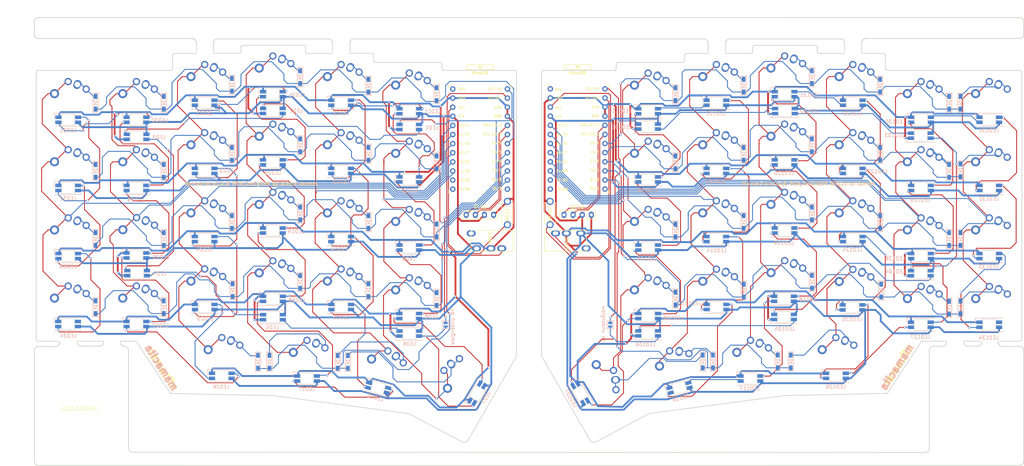
<source format=kicad_pcb>
(kicad_pcb (version 20171130) (host pcbnew "(5.1.9-0-10_14)")
  (title_block (title Mamacita) (date 2021-01-31) (rev 1.0.0) (company alvaroarenas.com))
  (layers (0 F.Cu signal) (31 B.Cu signal) (34 B.Paste user) (35 F.Paste user) (36 B.SilkS user) (37 F.SilkS user) (38 B.Mask user) (39 F.Mask user) (44 Edge.Cuts user))
  (net 0 "")
  (net 1 row0)
  (net 2 "Net-(D1-Pad2)")
  (net 3 row1)
  (net 4 "Net-(D2-Pad2)")
  (net 5 row2)
  (net 6 "Net-(D3-Pad2)")
  (net 7 row3)
  (net 8 "Net-(D4-Pad2)")
  (net 9 "Net-(D5-Pad2)")
  (net 10 "Net-(D6-Pad2)")
  (net 11 "Net-(D7-Pad2)")
  (net 12 "Net-(D8-Pad2)")
  (net 13 "Net-(D9-Pad2)")
  (net 14 "Net-(D10-Pad2)")
  (net 15 "Net-(D11-Pad2)")
  (net 16 "Net-(D12-Pad2)")
  (net 17 "Net-(D13-Pad2)")
  (net 18 "Net-(D14-Pad2)")
  (net 19 "Net-(D15-Pad2)")
  (net 20 "Net-(D16-Pad2)")
  (net 21 "Net-(D17-Pad2)")
  (net 22 "Net-(D18-Pad2)")
  (net 23 "Net-(D19-Pad2)")
  (net 24 "Net-(D20-Pad2)")
  (net 25 "Net-(D21-Pad2)")
  (net 26 GND)
  (net 27 VCC)
  (net 28 col0)
  (net 29 col1)
  (net 30 col2)
  (net 31 col3)
  (net 32 col4)
  (net 33 col5)
  (net 34 LED)
  (net 35 data)
  (net 36 reset)
  (net 37 SCL)
  (net 38 SDA)
  (net 39 "Net-(D22-Pad2)")
  (net 40 row0_r)
  (net 41 "Net-(D23-Pad2)")
  (net 42 "Net-(D24-Pad2)")
  (net 43 "Net-(D25-Pad2)")
  (net 44 "Net-(D26-Pad2)")
  (net 45 "Net-(D27-Pad2)")
  (net 46 row1_r)
  (net 47 row2_r)
  (net 48 row3_r)
  (net 49 data_r)
  (net 50 SDA_r)
  (net 51 SCL_r)
  (net 52 LED_r)
  (net 53 reset_r)
  (net 54 col0_r)
  (net 55 col1_r)
  (net 56 col2_r)
  (net 57 col3_r)
  (net 58 col4_r)
  (net 59 col5_r)
  (net 60 VDD)
  (net 61 GNDA)
  (net 62 "Net-(LED1-Pad2)")
  (net 63 "Net-(LED10-Pad2)")
  (net 64 "Net-(LED14-Pad2)")
  (net 65 "Net-(LED10-Pad4)")
  (net 66 "Net-(LED11-Pad2)")
  (net 67 "Net-(LED13-Pad2)")
  (net 68 "Net-(LED17-Pad2)")
  (net 69 "Net-(LED28-Pad2)")
  (net 70 "Net-(LED32-Pad2)")
  (net 71 "Net-(LED4-Pad2)")
  (net 72 "Net-(LED5-Pad2)")
  (net 73 "Net-(LED15-Pad2)")
  (net 74 "Net-(LED23-Pad2)")
  (net 75 "Net-(LED31-Pad2)")
  (net 76 "Net-(D101-Pad2)")
  (net 77 "Net-(D102-Pad2)")
  (net 78 "Net-(D103-Pad2)")
  (net 79 "Net-(D104-Pad2)")
  (net 80 "Net-(D105-Pad2)")
  (net 81 "Net-(D106-Pad2)")
  (net 82 "Net-(LED7-Pad2)")
  (net 83 "Net-(LED8-Pad2)")
  (net 84 "Net-(LED12-Pad2)")
  (net 85 "Net-(LED16-Pad2)")
  (net 86 "Net-(LED18-Pad2)")
  (net 87 "Net-(LED19-Pad2)")
  (net 88 "Net-(LED20-Pad2)")
  (net 89 "Net-(LED21-Pad2)")
  (net 90 "Net-(LED22-Pad2)")
  (net 91 "Net-(LED24-Pad2)")
  (net 92 "Net-(LED25-Pad2)")
  (net 93 "Net-(LED27-Pad2)")
  (net 94 "Net-(LED29-Pad2)")
  (net 95 "Net-(LED30-Pad2)")
  (net 96 "Net-(LED101-Pad2)")
  (net 97 "Net-(LED102-Pad2)")
  (net 98 "Net-(LED103-Pad2)")
  (net 99 "Net-(LED104-Pad2)")
  (net 100 "Net-(LED105-Pad2)")
  (net 101 "Net-(LED107-Pad2)")
  (net 102 "Net-(LED109-Pad2)")
  (net 103 "Net-(LED110-Pad2)")
  (net 104 "Net-(LED111-Pad2)")
  (net 105 "Net-(LED112-Pad2)")
  (net 106 "Net-(LED113-Pad2)")
  (net 107 "Net-(LED114-Pad2)")
  (net 108 "Net-(LED116-Pad2)")
  (net 109 "Net-(LED117-Pad2)")
  (net 110 "Net-(LED119-Pad2)")
  (net 111 "Net-(LED120-Pad2)")
  (net 112 "Net-(LED121-Pad2)")
  (net 113 "Net-(LED122-Pad2)")
  (net 114 "Net-(LED123-Pad2)")
  (net 115 "Net-(LED124-Pad2)")
  (net 116 "Net-(LED127-Pad2)")
  (net 117 "Net-(LED128-Pad2)")
  (net 118 "Net-(LED129-Pad2)")
  (net 119 "Net-(LED130-Pad2)")
  (net 120 "Net-(LED131-Pad2)")
  (net 121 "Net-(LED26-Pad2)")
  (net 122 "Net-(LED132-Pad2)")
  (net 123 "Net-(LED2-Pad2)")
  (net 124 "Net-(LED3-Pad2)")
  (net 125 "Net-(D107-Pad2)")
  (net 126 "Net-(D108-Pad2)")
  (net 127 "Net-(D109-Pad2)")
  (net 128 "Net-(D110-Pad2)")
  (net 129 "Net-(D111-Pad2)")
  (net 130 "Net-(D112-Pad2)")
  (net 131 "Net-(D113-Pad2)")
  (net 132 "Net-(D114-Pad2)")
  (net 133 "Net-(D115-Pad2)")
  (net 134 "Net-(D116-Pad2)")
  (net 135 "Net-(D117-Pad2)")
  (net 136 "Net-(D118-Pad2)")
  (net 137 "Net-(D119-Pad2)")
  (net 138 "Net-(D120-Pad2)")
  (net 139 "Net-(D121-Pad2)")
  (net 140 "Net-(D122-Pad2)")
  (net 141 "Net-(D123-Pad2)")
  (net 142 "Net-(D124-Pad2)")
  (net 143 "Net-(D125-Pad2)")
  (net 144 "Net-(D126-Pad2)")
  (net 145 "Net-(D127-Pad2)")
  (net 146 "Net-(LED108-Pad2)")
  (net 147 "Net-(LED115-Pad2)")
  (net 148 "Net-(LED118-Pad2)")
  (net 149 "Net-(LED125-Pad2)")
  (net 150 "Net-(LED126-Pad2)")
  (net 151 "Net-(D28-Pad2)")
  (net 152 "Net-(D128-Pad2)")
  (net 153 "Net-(LED33-Pad2)")
  (net 154 "Net-(JP1-Pad2)")
  (net 155 "Net-(JP2-Pad2)")
  (net 156 "Net-(LED133-Pad2)")
  (net 157 row4)
  (net 158 row4_r)
  (module kbd:Breakaway_Tabs (layer F.Cu) (at 276.83 102.41)
    (fp_text reference REF**)
    (fp_text value Breakaway_Tabs)
    (pad "" np_thru_hole circle (at 0 0) (size 0.3 0.3) (drill 0.3) (layers *.Cu *.Mask))
    (pad "" np_thru_hole circle (at 0.59375 0) (size 0.3 0.3) (drill 0.3) (layers *.Cu *.Mask))
    (pad "" np_thru_hole circle (at 1.1875 0) (size 0.3 0.3) (drill 0.3) (layers *.Cu *.Mask))
    (pad "" np_thru_hole circle (at 1.78125 0) (size 0.3 0.3) (drill 0.3) (layers *.Cu *.Mask))
    (pad "" np_thru_hole circle (at 2.375 0) (size 0.3 0.3) (drill 0.3) (layers *.Cu *.Mask))
    (pad "" np_thru_hole circle (at -1.78125 0) (size 0.3 0.3) (drill 0.3) (layers *.Cu *.Mask))
    (pad "" np_thru_hole circle (at -0.59375 0) (size 0.3 0.3) (drill 0.3) (layers *.Cu *.Mask))
    (pad "" np_thru_hole circle (at -2.375 0) (size 0.3 0.3) (drill 0.3) (layers *.Cu *.Mask))
    (pad "" np_thru_hole circle (at -1.1875 0) (size 0.3 0.3) (drill 0.3) (layers *.Cu *.Mask))
  )
  (module kbd:Breakaway_Tabs (layer F.Cu) (at 267.14 102.41)
    (fp_text reference REF**)
    (fp_text value Breakaway_Tabs)
    (pad "" np_thru_hole circle (at -1.1875 0) (size 0.3 0.3) (drill 0.3) (layers *.Cu *.Mask))
    (pad "" np_thru_hole circle (at -2.375 0) (size 0.3 0.3) (drill 0.3) (layers *.Cu *.Mask))
    (pad "" np_thru_hole circle (at -0.59375 0) (size 0.3 0.3) (drill 0.3) (layers *.Cu *.Mask))
    (pad "" np_thru_hole circle (at -1.78125 0) (size 0.3 0.3) (drill 0.3) (layers *.Cu *.Mask))
    (pad "" np_thru_hole circle (at 2.375 0) (size 0.3 0.3) (drill 0.3) (layers *.Cu *.Mask))
    (pad "" np_thru_hole circle (at 1.78125 0) (size 0.3 0.3) (drill 0.3) (layers *.Cu *.Mask))
    (pad "" np_thru_hole circle (at 1.1875 0) (size 0.3 0.3) (drill 0.3) (layers *.Cu *.Mask))
    (pad "" np_thru_hole circle (at 0.59375 0) (size 0.3 0.3) (drill 0.3) (layers *.Cu *.Mask))
    (pad "" np_thru_hole circle (at 0 0) (size 0.3 0.3) (drill 0.3) (layers *.Cu *.Mask))
  )
  (module kbd:Breakaway_Tabs (layer F.Cu) (at 32.11 102.41)
    (fp_text reference REF**)
    (fp_text value Breakaway_Tabs)
    (pad "" np_thru_hole circle (at 0 0) (size 0.3 0.3) (drill 0.3) (layers *.Cu *.Mask))
    (pad "" np_thru_hole circle (at 0.59375 0) (size 0.3 0.3) (drill 0.3) (layers *.Cu *.Mask))
    (pad "" np_thru_hole circle (at 1.1875 0) (size 0.3 0.3) (drill 0.3) (layers *.Cu *.Mask))
    (pad "" np_thru_hole circle (at 1.78125 0) (size 0.3 0.3) (drill 0.3) (layers *.Cu *.Mask))
    (pad "" np_thru_hole circle (at 2.375 0) (size 0.3 0.3) (drill 0.3) (layers *.Cu *.Mask))
    (pad "" np_thru_hole circle (at -1.78125 0) (size 0.3 0.3) (drill 0.3) (layers *.Cu *.Mask))
    (pad "" np_thru_hole circle (at -0.59375 0) (size 0.3 0.3) (drill 0.3) (layers *.Cu *.Mask))
    (pad "" np_thru_hole circle (at -2.375 0) (size 0.3 0.3) (drill 0.3) (layers *.Cu *.Mask))
    (pad "" np_thru_hole circle (at -1.1875 0) (size 0.3 0.3) (drill 0.3) (layers *.Cu *.Mask))
  )
  (module kbd:Breakaway_Tabs (layer F.Cu) (at 20.14 102.41)
    (fp_text reference REF**)
    (fp_text value Breakaway_Tabs)
    (pad "" np_thru_hole circle (at -1.1875 0) (size 0.3 0.3) (drill 0.3) (layers *.Cu *.Mask))
    (pad "" np_thru_hole circle (at -2.375 0) (size 0.3 0.3) (drill 0.3) (layers *.Cu *.Mask))
    (pad "" np_thru_hole circle (at -0.59375 0) (size 0.3 0.3) (drill 0.3) (layers *.Cu *.Mask))
    (pad "" np_thru_hole circle (at -1.78125 0) (size 0.3 0.3) (drill 0.3) (layers *.Cu *.Mask))
    (pad "" np_thru_hole circle (at 2.375 0) (size 0.3 0.3) (drill 0.3) (layers *.Cu *.Mask))
    (pad "" np_thru_hole circle (at 1.78125 0) (size 0.3 0.3) (drill 0.3) (layers *.Cu *.Mask))
    (pad "" np_thru_hole circle (at 1.1875 0) (size 0.3 0.3) (drill 0.3) (layers *.Cu *.Mask))
    (pad "" np_thru_hole circle (at 0.59375 0) (size 0.3 0.3) (drill 0.3) (layers *.Cu *.Mask))
    (pad "" np_thru_hole circle (at 0 0) (size 0.3 0.3) (drill 0.3) (layers *.Cu *.Mask))
  )
  (module kbd:Breakaway_Tabs (layer F.Cu) (at 238.64 21.85)
    (fp_text reference REF**)
    (fp_text value Breakaway_Tabs)
    (pad "" np_thru_hole circle (at 0 0) (size 0.3 0.3) (drill 0.3) (layers *.Cu *.Mask))
    (pad "" np_thru_hole circle (at 0.59375 0) (size 0.3 0.3) (drill 0.3) (layers *.Cu *.Mask))
    (pad "" np_thru_hole circle (at 1.1875 0) (size 0.3 0.3) (drill 0.3) (layers *.Cu *.Mask))
    (pad "" np_thru_hole circle (at 1.78125 0) (size 0.3 0.3) (drill 0.3) (layers *.Cu *.Mask))
    (pad "" np_thru_hole circle (at 2.375 0) (size 0.3 0.3) (drill 0.3) (layers *.Cu *.Mask))
    (pad "" np_thru_hole circle (at -1.78125 0) (size 0.3 0.3) (drill 0.3) (layers *.Cu *.Mask))
    (pad "" np_thru_hole circle (at -0.59375 0) (size 0.3 0.3) (drill 0.3) (layers *.Cu *.Mask))
    (pad "" np_thru_hole circle (at -2.375 0) (size 0.3 0.3) (drill 0.3) (layers *.Cu *.Mask))
    (pad "" np_thru_hole circle (at -1.1875 0) (size 0.3 0.3) (drill 0.3) (layers *.Cu *.Mask))
  )
  (module kbd:Breakaway_Tabs (layer F.Cu) (at 200.83 21.85)
    (fp_text reference REF**)
    (fp_text value Breakaway_Tabs)
    (pad "" np_thru_hole circle (at -1.1875 0) (size 0.3 0.3) (drill 0.3) (layers *.Cu *.Mask))
    (pad "" np_thru_hole circle (at -2.375 0) (size 0.3 0.3) (drill 0.3) (layers *.Cu *.Mask))
    (pad "" np_thru_hole circle (at -0.59375 0) (size 0.3 0.3) (drill 0.3) (layers *.Cu *.Mask))
    (pad "" np_thru_hole circle (at -1.78125 0) (size 0.3 0.3) (drill 0.3) (layers *.Cu *.Mask))
    (pad "" np_thru_hole circle (at 2.375 0) (size 0.3 0.3) (drill 0.3) (layers *.Cu *.Mask))
    (pad "" np_thru_hole circle (at 1.78125 0) (size 0.3 0.3) (drill 0.3) (layers *.Cu *.Mask))
    (pad "" np_thru_hole circle (at 1.1875 0) (size 0.3 0.3) (drill 0.3) (layers *.Cu *.Mask))
    (pad "" np_thru_hole circle (at 0.59375 0) (size 0.3 0.3) (drill 0.3) (layers *.Cu *.Mask))
    (pad "" np_thru_hole circle (at 0 0) (size 0.3 0.3) (drill 0.3) (layers *.Cu *.Mask))
  )
  (module kbd:Breakaway_Tabs (layer F.Cu) (at 96.14 21.85)
    (fp_text reference REF**)
    (fp_text value Breakaway_Tabs)
    (pad "" np_thru_hole circle (at 0 0) (size 0.3 0.3) (drill 0.3) (layers *.Cu *.Mask))
    (pad "" np_thru_hole circle (at 0.59375 0) (size 0.3 0.3) (drill 0.3) (layers *.Cu *.Mask))
    (pad "" np_thru_hole circle (at 1.1875 0) (size 0.3 0.3) (drill 0.3) (layers *.Cu *.Mask))
    (pad "" np_thru_hole circle (at 1.78125 0) (size 0.3 0.3) (drill 0.3) (layers *.Cu *.Mask))
    (pad "" np_thru_hole circle (at 2.375 0) (size 0.3 0.3) (drill 0.3) (layers *.Cu *.Mask))
    (pad "" np_thru_hole circle (at -1.78125 0) (size 0.3 0.3) (drill 0.3) (layers *.Cu *.Mask))
    (pad "" np_thru_hole circle (at -0.59375 0) (size 0.3 0.3) (drill 0.3) (layers *.Cu *.Mask))
    (pad "" np_thru_hole circle (at -2.375 0) (size 0.3 0.3) (drill 0.3) (layers *.Cu *.Mask))
    (pad "" np_thru_hole circle (at -1.1875 0) (size 0.3 0.3) (drill 0.3) (layers *.Cu *.Mask))
  )
  (module kbd:Breakaway_Tabs (layer F.Cu) (at 58.14 21.85)
    (fp_text reference REF**)
    (fp_text value Breakaway_Tabs)
    (pad "" np_thru_hole circle (at -1.1875 0) (size 0.3 0.3) (drill 0.3) (layers *.Cu *.Mask))
    (pad "" np_thru_hole circle (at -2.375 0) (size 0.3 0.3) (drill 0.3) (layers *.Cu *.Mask))
    (pad "" np_thru_hole circle (at -0.59375 0) (size 0.3 0.3) (drill 0.3) (layers *.Cu *.Mask))
    (pad "" np_thru_hole circle (at -1.78125 0) (size 0.3 0.3) (drill 0.3) (layers *.Cu *.Mask))
    (pad "" np_thru_hole circle (at 2.375 0) (size 0.3 0.3) (drill 0.3) (layers *.Cu *.Mask))
    (pad "" np_thru_hole circle (at 1.78125 0) (size 0.3 0.3) (drill 0.3) (layers *.Cu *.Mask))
    (pad "" np_thru_hole circle (at 1.1875 0) (size 0.3 0.3) (drill 0.3) (layers *.Cu *.Mask))
    (pad "" np_thru_hole circle (at 0.59375 0) (size 0.3 0.3) (drill 0.3) (layers *.Cu *.Mask))
    (pad "" np_thru_hole circle (at 0 0) (size 0.3 0.3) (drill 0.3) (layers *.Cu *.Mask))
  )
  (module kbd:M2_HOLE_v2 (layer F.Cu) (at 267.14 45.22)
    (fp_text reference H2r)
    (fp_text value "")
    (pad "" np_thru_hole circle (at 0 0) (size 4.3 4.3) (drill 4.3) (layers *.Cu *.Mask))
  )
  (module kbd:M2_HOLE_v2 (layer F.Cu) (at 120.6075 107.915)
    (fp_text reference H5)
    (fp_text value "")
    (pad "" np_thru_hole circle (at 0 0) (size 4.3 4.3) (drill 4.3) (layers *.Cu *.Mask))
  )
  (module kbd:M2_HOLE_v2 (layer F.Cu) (at 267.14 83.41)
    (fp_text reference H5r)
    (fp_text value "")
    (pad "" np_thru_hole circle (at 0 0) (size 4.3 4.3) (drill 4.3) (layers *.Cu *.Mask))
  )
  (module kbd:M2_HOLE_v2 (layer F.Cu) (at 176.1145 107.91)
    (fp_text reference H3r)
    (fp_text value "")
    (pad "" np_thru_hole circle (at 0 0) (size 4.3 4.3) (drill 4.3) (layers *.Cu *.Mask))
  )
  (module kbd:M2_HOLE_v2 (layer F.Cu) (at 105.64 42.94)
    (fp_text reference H2)
    (fp_text value "")
    (pad "" np_thru_hole circle (at 0 0) (size 4.3 4.3) (drill 4.3) (layers *.Cu *.Mask))
  )
  (module kbd:M2_HOLE_v2 (layer F.Cu) (at 191.14 42.94)
    (fp_text reference H1r)
    (fp_text value "")
    (pad "" np_thru_hole circle (at 0 0) (size 4.3 4.3) (drill 4.3) (layers *.Cu *.Mask))
  )
  (module kbd:M2_HOLE_v2 (layer F.Cu) (at 67.64 97.66)
    (fp_text reference H4)
    (fp_text value "")
    (pad "" np_thru_hole circle (at 0 0) (size 4.3 4.3) (drill 4.3) (layers *.Cu *.Mask))
  )
  (module kbd:M2_HOLE_v2 (layer F.Cu) (at 229.14 97.47)
    (fp_text reference H4r)
    (fp_text value "")
    (pad "" np_thru_hole circle (at 0 0) (size 4.3 4.3) (drill 4.3) (layers *.Cu *.Mask))
  )
  (module kbd:M2_HOLE_v2 (layer F.Cu) (at 29.64 83.22)
    (fp_text reference H3)
    (fp_text value "")
    (pad "" np_thru_hole circle (at 0 0) (size 4.3 4.3) (drill 4.3) (layers *.Cu *.Mask))
  )
  (module kbd:M2_HOLE_v2 (layer F.Cu) (at 29.64 45.22)
    (fp_text reference H1)
    (fp_text value "")
    (pad "" np_thru_hole circle (at 0 0) (size 4.3 4.3) (drill 4.3) (layers *.Cu *.Mask))
  )
  (module kbd:Jumper (layer B.Cu) (at 171.069 97.66 270)
    (fp_text reference JP2)
    (fp_text value "no underglow" hide)
    (fp_text user "no underglow" (at -0.19 1.779 270 unlocked) (layer B.SilkS) (effects (justify mirror)))
    (pad 2 smd rect (at 0.50038 0 270) (size 0.635 1.143) (layers B.Cu B.Paste B.Mask) (net 155 "Net-(JP2-Pad2)") (clearance 0.1905))
    (pad 1 smd rect (at -0.50038 0 270) (size 0.635 1.143) (layers B.Cu B.Paste B.Mask) (net 52 LED_r) (clearance 0.1905))
  )
  (module kbd:Jumper (layer B.Cu) (at 125.21 97.66 270)
    (fp_text reference JP1)
    (fp_text value "no underglow" hide)
    (fp_text user "no underglow" (at 0.57 -1.9 90) (layer B.SilkS) (effects (justify mirror)))
    (pad 2 smd rect (at 0.50038 0 270) (size 0.635 1.143) (layers B.Cu B.Paste B.Mask) (net 154 "Net-(JP1-Pad2)") (clearance 0.1905))
    (pad 1 smd rect (at -0.50038 0 270) (size 0.635 1.143) (layers B.Cu B.Paste B.Mask) (net 34 LED) (clearance 0.1905))
  )
  (module kbd:YS-SK6812MINI-E (layer B.Cu) (at 233.9086 111.9124)
    (fp_text reference LED126 (at -0.0254 3.0376) (layer B.SilkS) (effects (justify mirror)))
    (fp_text value MINI-E)
    (fp_line (start -1.8 1.55) (end -1.8 -1.55) (layer Edge.Cuts) (width 0.12))
    (fp_line (start -1.8 -1.55) (end 1.8 -1.55) (layer Edge.Cuts) (width 0.12))
    (fp_line (start 1.8 -1.55) (end 1.8 1.55) (layer Edge.Cuts) (width 0.12))
    (fp_line (start 1.8 1.55) (end -1.8 1.55) (layer Edge.Cuts) (width 0.12))
    (pad 2 smd rect (at 2.75 -0.7) (size 1.7 1) (layers B.Cu B.Paste B.Mask) (net 150 "Net-(LED126-Pad2)"))
    (pad 1 smd rect (at 2.75 0.7) (size 1.7 1) (layers B.Cu B.Paste B.Mask) (net 60 VDD))
    (pad 3 smd rect (at -2.75 -0.7) (size 1.7 1) (layers B.Cu B.Paste B.Mask) (net 61 GNDA))
    (pad 4 smd rect (at -2.75 0.7) (size 1.7 1) (layers B.Cu B.Paste B.Mask) (net 149 "Net-(LED125-Pad2)"))
  )
  (module migii:MX100Choc_fixed (layer F.Cu) (at 233.89 107.16)
    (fp_text reference SW125)
    (fp_text value SW_PUSH)
    (pad "" np_thru_hole oval (at 5.2832 0) (size 2.1218 1.7018) (drill oval 2.1218 1.7018) (layers *.Cu *.Mask))
    (pad "" np_thru_hole circle (at 0 0) (size 3.9878 3.9878) (drill 3.9878) (layers *.Cu *.Mask))
    (pad 2 thru_hole oval (at 2.54 -5.08 335) (size 2 2.54) (drill 1.525) (layers *.Cu *.Mask) (net 143 "Net-(D125-Pad2)"))
    (pad 1 thru_hole circle (at -3.81 -2.54 90) (size 2.54 2.54) (drill 1.525) (layers *.Cu *.Mask) (net 56 col2_r))
    (pad 1 thru_hole circle (at 0 -5.9 90) (size 2.032 2.032) (drill 1.27) (layers *.Cu *.Mask) (net 56 col2_r))
    (pad 2 thru_hole circle (at 5 -3.8) (size 2.032 2.032) (drill 1.27) (layers *.Cu *.Mask) (net 143 "Net-(D125-Pad2)"))
    (pad "" np_thru_hole oval (at -5.29 0) (size 2.1218 1.7018) (drill oval 2.1218 1.7018) (layers *.Cu *.Mask))
  )
  (module migii:MX100Choc_fixed (layer F.Cu) (at 62.89 107.16)
    (fp_text reference SW25)
    (fp_text value SW_PUSH)
    (pad "" np_thru_hole oval (at 5.2832 0) (size 2.1218 1.7018) (drill oval 2.1218 1.7018) (layers *.Cu *.Mask))
    (pad "" np_thru_hole circle (at 0 0) (size 3.9878 3.9878) (drill 3.9878) (layers *.Cu *.Mask))
    (pad 2 thru_hole oval (at 2.54 -5.08 335) (size 2 2.54) (drill 1.525) (layers *.Cu *.Mask) (net 43 "Net-(D25-Pad2)"))
    (pad 1 thru_hole circle (at -3.81 -2.54 90) (size 2.54 2.54) (drill 1.525) (layers *.Cu *.Mask) (net 30 col2))
    (pad 1 thru_hole circle (at 0 -5.9 90) (size 2.032 2.032) (drill 1.27) (layers *.Cu *.Mask) (net 30 col2))
    (pad 2 thru_hole circle (at 5 -3.8) (size 2.032 2.032) (drill 1.27) (layers *.Cu *.Mask) (net 43 "Net-(D25-Pad2)"))
    (pad "" np_thru_hole oval (at -5.29 0) (size 2.1218 1.7018) (drill oval 2.1218 1.7018) (layers *.Cu *.Mask))
  )
  (module kbd:YS-SK6812MINI-E (layer B.Cu) (at 62.89 111.91)
    (fp_text reference LED26 (at -0.19 3.04) (layer B.SilkS) (effects (justify mirror)))
    (fp_text value MINI-E)
    (fp_line (start 1.8 1.55) (end -1.8 1.55) (layer Edge.Cuts) (width 0.12))
    (fp_line (start 1.8 -1.55) (end 1.8 1.55) (layer Edge.Cuts) (width 0.12))
    (fp_line (start -1.8 -1.55) (end 1.8 -1.55) (layer Edge.Cuts) (width 0.12))
    (fp_line (start -1.8 1.55) (end -1.8 -1.55) (layer Edge.Cuts) (width 0.12))
    (pad 2 smd rect (at 2.75 -0.7) (size 1.7 1) (layers B.Cu B.Paste B.Mask) (net 121 "Net-(LED26-Pad2)"))
    (pad 1 smd rect (at 2.75 0.7) (size 1.7 1) (layers B.Cu B.Paste B.Mask) (net 27 VCC))
    (pad 3 smd rect (at -2.75 -0.7) (size 1.7 1) (layers B.Cu B.Paste B.Mask) (net 26 GND))
    (pad 4 smd rect (at -2.75 0.7) (size 1.7 1) (layers B.Cu B.Paste B.Mask) (net 92 "Net-(LED25-Pad2)"))
  )
  (module kbd:D3_SMD_v2 (layer B.Cu) (at 221.35 107.92 90)
    (fp_text reference D125 hide)
    (fp_text value D hide)
    (pad 2 smd rect (at 1.775 0 90) (size 1.4 1) (layers B.Cu B.Paste B.Mask) (net 143 "Net-(D125-Pad2)"))
    (pad 1 smd rect (at -1.775 0 90) (size 1.4 1) (layers B.Cu B.Paste B.Mask) (net 158 row4_r))
  )
  (module kbd:D3_SMD_v2 (layer B.Cu) (at 72.96 107.985 90)
    (fp_text reference D25 hide)
    (fp_text value D hide)
    (pad 2 smd rect (at 1.775 0 90) (size 1.4 1) (layers B.Cu B.Paste B.Mask) (net 43 "Net-(D25-Pad2)"))
    (pad 1 smd rect (at -1.775 0 90) (size 1.4 1) (layers B.Cu B.Paste B.Mask) (net 157 row4))
  )
  (module migii:MX100Choc_fixed (layer F.Cu) (at 166.8645 113.36 300)
    (fp_text reference SW128)
    (fp_text value SW_PUSH)
    (pad "" np_thru_hole oval (at 5.2832 0 300) (size 2.1218 1.7018) (drill oval 2.1218 1.7018) (layers *.Cu *.Mask))
    (pad "" np_thru_hole circle (at 0 0 300) (size 3.9878 3.9878) (drill 3.9878) (layers *.Cu *.Mask))
    (pad 2 thru_hole oval (at 2.54 -5.08 275) (size 2 2.54) (drill 1.525) (layers *.Cu *.Mask) (net 152 "Net-(D128-Pad2)"))
    (pad 1 thru_hole circle (at -3.81 -2.54 30) (size 2.54 2.54) (drill 1.525) (layers *.Cu *.Mask) (net 59 col5_r))
    (pad 1 thru_hole circle (at 0 -5.9 30) (size 2.032 2.032) (drill 1.27) (layers *.Cu *.Mask) (net 59 col5_r))
    (pad 2 thru_hole circle (at 5 -3.8 300) (size 2.032 2.032) (drill 1.27) (layers *.Cu *.Mask) (net 152 "Net-(D128-Pad2)"))
    (pad "" np_thru_hole oval (at -5.29 0 300) (size 2.1218 1.7018) (drill oval 2.1218 1.7018) (layers *.Cu *.Mask))
  )
  (module migii:MX100Choc_fixed (layer F.Cu) (at 189.1145 110.66 15)
    (fp_text reference SW127)
    (fp_text value SW_PUSH)
    (pad "" np_thru_hole oval (at 5.2832 0 15) (size 2.1218 1.7018) (drill oval 2.1218 1.7018) (layers *.Cu *.Mask))
    (pad "" np_thru_hole circle (at 0 0 15) (size 3.9878 3.9878) (drill 3.9878) (layers *.Cu *.Mask))
    (pad 2 thru_hole oval (at 2.54 -5.08 350) (size 2 2.54) (drill 1.525) (layers *.Cu *.Mask) (net 145 "Net-(D127-Pad2)"))
    (pad 1 thru_hole circle (at -3.81 -2.54 105) (size 2.54 2.54) (drill 1.525) (layers *.Cu *.Mask) (net 58 col4_r))
    (pad 1 thru_hole circle (at 0 -5.9 105) (size 2.032 2.032) (drill 1.27) (layers *.Cu *.Mask) (net 58 col4_r))
    (pad 2 thru_hole circle (at 5 -3.8 15) (size 2.032 2.032) (drill 1.27) (layers *.Cu *.Mask) (net 145 "Net-(D127-Pad2)"))
    (pad "" np_thru_hole oval (at -5.29 0 15) (size 2.1218 1.7018) (drill oval 2.1218 1.7018) (layers *.Cu *.Mask))
  )
  (module migii:MX100Choc_fixed (layer F.Cu) (at 210.1145 107.91)
    (fp_text reference SW126)
    (fp_text value SW_PUSH)
    (pad "" np_thru_hole oval (at 5.2832 0) (size 2.1218 1.7018) (drill oval 2.1218 1.7018) (layers *.Cu *.Mask))
    (pad "" np_thru_hole circle (at 0 0) (size 3.9878 3.9878) (drill 3.9878) (layers *.Cu *.Mask))
    (pad 2 thru_hole oval (at 2.54 -5.08 335) (size 2 2.54) (drill 1.525) (layers *.Cu *.Mask) (net 144 "Net-(D126-Pad2)"))
    (pad 1 thru_hole circle (at -3.81 -2.54 90) (size 2.54 2.54) (drill 1.525) (layers *.Cu *.Mask) (net 57 col3_r))
    (pad 1 thru_hole circle (at 0 -5.9 90) (size 2.032 2.032) (drill 1.27) (layers *.Cu *.Mask) (net 57 col3_r))
    (pad 2 thru_hole circle (at 5 -3.8) (size 2.032 2.032) (drill 1.27) (layers *.Cu *.Mask) (net 144 "Net-(D126-Pad2)"))
    (pad "" np_thru_hole oval (at -5.29 0) (size 2.1218 1.7018) (drill oval 2.1218 1.7018) (layers *.Cu *.Mask))
  )
  (module migii:MX100Choc_fixed (layer F.Cu) (at 181.61 90.4875)
    (fp_text reference SW124)
    (fp_text value SW_PUSH)
    (pad "" np_thru_hole oval (at 5.2832 0) (size 2.1218 1.7018) (drill oval 2.1218 1.7018) (layers *.Cu *.Mask))
    (pad "" np_thru_hole circle (at 0 0) (size 3.9878 3.9878) (drill 3.9878) (layers *.Cu *.Mask))
    (pad 2 thru_hole oval (at 2.54 -5.08 335) (size 2 2.54) (drill 1.525) (layers *.Cu *.Mask) (net 142 "Net-(D124-Pad2)"))
    (pad 1 thru_hole circle (at -3.81 -2.54 90) (size 2.54 2.54) (drill 1.525) (layers *.Cu *.Mask) (net 59 col5_r))
    (pad 1 thru_hole circle (at 0 -5.9 90) (size 2.032 2.032) (drill 1.27) (layers *.Cu *.Mask) (net 59 col5_r))
    (pad 2 thru_hole circle (at 5 -3.8) (size 2.032 2.032) (drill 1.27) (layers *.Cu *.Mask) (net 142 "Net-(D124-Pad2)"))
    (pad "" np_thru_hole oval (at -5.29 0) (size 2.1218 1.7018) (drill oval 2.1218 1.7018) (layers *.Cu *.Mask))
  )
  (module migii:MX100Choc_fixed (layer F.Cu) (at 200.64 88.0745)
    (fp_text reference SW123)
    (fp_text value SW_PUSH)
    (pad "" np_thru_hole oval (at 5.2832 0) (size 2.1218 1.7018) (drill oval 2.1218 1.7018) (layers *.Cu *.Mask))
    (pad "" np_thru_hole circle (at 0 0) (size 3.9878 3.9878) (drill 3.9878) (layers *.Cu *.Mask))
    (pad 2 thru_hole oval (at 2.54 -5.08 335) (size 2 2.54) (drill 1.525) (layers *.Cu *.Mask) (net 141 "Net-(D123-Pad2)"))
    (pad 1 thru_hole circle (at -3.81 -2.54 90) (size 2.54 2.54) (drill 1.525) (layers *.Cu *.Mask) (net 58 col4_r))
    (pad 1 thru_hole circle (at 0 -5.9 90) (size 2.032 2.032) (drill 1.27) (layers *.Cu *.Mask) (net 58 col4_r))
    (pad 2 thru_hole circle (at 5 -3.8) (size 2.032 2.032) (drill 1.27) (layers *.Cu *.Mask) (net 141 "Net-(D123-Pad2)"))
    (pad "" np_thru_hole oval (at -5.29 0) (size 2.1218 1.7018) (drill oval 2.1218 1.7018) (layers *.Cu *.Mask))
  )
  (module migii:MX100Choc_fixed (layer F.Cu) (at 219.64 85.69)
    (fp_text reference SW122)
    (fp_text value SW_PUSH)
    (pad "" np_thru_hole oval (at 5.2832 0) (size 2.1218 1.7018) (drill oval 2.1218 1.7018) (layers *.Cu *.Mask))
    (pad "" np_thru_hole circle (at 0 0) (size 3.9878 3.9878) (drill 3.9878) (layers *.Cu *.Mask))
    (pad 2 thru_hole oval (at 2.54 -5.08 335) (size 2 2.54) (drill 1.525) (layers *.Cu *.Mask) (net 140 "Net-(D122-Pad2)"))
    (pad 1 thru_hole circle (at -3.81 -2.54 90) (size 2.54 2.54) (drill 1.525) (layers *.Cu *.Mask) (net 57 col3_r))
    (pad 1 thru_hole circle (at 0 -5.9 90) (size 2.032 2.032) (drill 1.27) (layers *.Cu *.Mask) (net 57 col3_r))
    (pad 2 thru_hole circle (at 5 -3.8) (size 2.032 2.032) (drill 1.27) (layers *.Cu *.Mask) (net 140 "Net-(D122-Pad2)"))
    (pad "" np_thru_hole oval (at -5.29 0) (size 2.1218 1.7018) (drill oval 2.1218 1.7018) (layers *.Cu *.Mask))
  )
  (module migii:MX100Choc_fixed (layer F.Cu) (at 238.633 88.138)
    (fp_text reference SW121)
    (fp_text value SW_PUSH)
    (pad "" np_thru_hole oval (at 5.2832 0) (size 2.1218 1.7018) (drill oval 2.1218 1.7018) (layers *.Cu *.Mask))
    (pad "" np_thru_hole circle (at 0 0) (size 3.9878 3.9878) (drill 3.9878) (layers *.Cu *.Mask))
    (pad 2 thru_hole oval (at 2.54 -5.08 335) (size 2 2.54) (drill 1.525) (layers *.Cu *.Mask) (net 139 "Net-(D121-Pad2)"))
    (pad 1 thru_hole circle (at -3.81 -2.54 90) (size 2.54 2.54) (drill 1.525) (layers *.Cu *.Mask) (net 56 col2_r))
    (pad 1 thru_hole circle (at 0 -5.9 90) (size 2.032 2.032) (drill 1.27) (layers *.Cu *.Mask) (net 56 col2_r))
    (pad 2 thru_hole circle (at 5 -3.8) (size 2.032 2.032) (drill 1.27) (layers *.Cu *.Mask) (net 139 "Net-(D121-Pad2)"))
    (pad "" np_thru_hole oval (at -5.29 0) (size 2.1218 1.7018) (drill oval 2.1218 1.7018) (layers *.Cu *.Mask))
  )
  (module migii:MX100Choc_fixed (layer F.Cu) (at 257.64 92.91)
    (fp_text reference SW120)
    (fp_text value SW_PUSH)
    (pad "" np_thru_hole oval (at 5.2832 0) (size 2.1218 1.7018) (drill oval 2.1218 1.7018) (layers *.Cu *.Mask))
    (pad "" np_thru_hole circle (at 0 0) (size 3.9878 3.9878) (drill 3.9878) (layers *.Cu *.Mask))
    (pad 2 thru_hole oval (at 2.54 -5.08 335) (size 2 2.54) (drill 1.525) (layers *.Cu *.Mask) (net 138 "Net-(D120-Pad2)"))
    (pad 1 thru_hole circle (at -3.81 -2.54 90) (size 2.54 2.54) (drill 1.525) (layers *.Cu *.Mask) (net 55 col1_r))
    (pad 1 thru_hole circle (at 0 -5.9 90) (size 2.032 2.032) (drill 1.27) (layers *.Cu *.Mask) (net 55 col1_r))
    (pad 2 thru_hole circle (at 5 -3.8) (size 2.032 2.032) (drill 1.27) (layers *.Cu *.Mask) (net 138 "Net-(D120-Pad2)"))
    (pad "" np_thru_hole oval (at -5.29 0) (size 2.1218 1.7018) (drill oval 2.1218 1.7018) (layers *.Cu *.Mask))
  )
  (module migii:MX100Choc_fixed (layer F.Cu) (at 276.64 92.91)
    (fp_text reference SW119)
    (fp_text value SW_PUSH)
    (pad "" np_thru_hole oval (at 5.2832 0) (size 2.1218 1.7018) (drill oval 2.1218 1.7018) (layers *.Cu *.Mask))
    (pad "" np_thru_hole circle (at 0 0) (size 3.9878 3.9878) (drill 3.9878) (layers *.Cu *.Mask))
    (pad 2 thru_hole oval (at 2.54 -5.08 335) (size 2 2.54) (drill 1.525) (layers *.Cu *.Mask) (net 137 "Net-(D119-Pad2)"))
    (pad 1 thru_hole circle (at -3.81 -2.54 90) (size 2.54 2.54) (drill 1.525) (layers *.Cu *.Mask) (net 54 col0_r))
    (pad 1 thru_hole circle (at 0 -5.9 90) (size 2.032 2.032) (drill 1.27) (layers *.Cu *.Mask) (net 54 col0_r))
    (pad 2 thru_hole circle (at 5 -3.8) (size 2.032 2.032) (drill 1.27) (layers *.Cu *.Mask) (net 137 "Net-(D119-Pad2)"))
    (pad "" np_thru_hole oval (at -5.29 0) (size 2.1218 1.7018) (drill oval 2.1218 1.7018) (layers *.Cu *.Mask))
  )
  (module migii:MX100Choc_fixed (layer F.Cu) (at 181.6145 71.4)
    (fp_text reference SW118)
    (fp_text value SW_PUSH)
    (pad "" np_thru_hole oval (at 5.2832 0) (size 2.1218 1.7018) (drill oval 2.1218 1.7018) (layers *.Cu *.Mask))
    (pad "" np_thru_hole circle (at 0 0) (size 3.9878 3.9878) (drill 3.9878) (layers *.Cu *.Mask))
    (pad 2 thru_hole oval (at 2.54 -5.08 335) (size 2 2.54) (drill 1.525) (layers *.Cu *.Mask) (net 136 "Net-(D118-Pad2)"))
    (pad 1 thru_hole circle (at -3.81 -2.54 90) (size 2.54 2.54) (drill 1.525) (layers *.Cu *.Mask) (net 59 col5_r))
    (pad 1 thru_hole circle (at 0 -5.9 90) (size 2.032 2.032) (drill 1.27) (layers *.Cu *.Mask) (net 59 col5_r))
    (pad 2 thru_hole circle (at 5 -3.8) (size 2.032 2.032) (drill 1.27) (layers *.Cu *.Mask) (net 136 "Net-(D118-Pad2)"))
    (pad "" np_thru_hole oval (at -5.29 0) (size 2.1218 1.7018) (drill oval 2.1218 1.7018) (layers *.Cu *.Mask))
  )
  (module migii:MX100Choc_fixed (layer F.Cu) (at 200.6145 69.025)
    (fp_text reference SW117)
    (fp_text value SW_PUSH)
    (pad "" np_thru_hole oval (at 5.2832 0) (size 2.1218 1.7018) (drill oval 2.1218 1.7018) (layers *.Cu *.Mask))
    (pad "" np_thru_hole circle (at 0 0) (size 3.9878 3.9878) (drill 3.9878) (layers *.Cu *.Mask))
    (pad 2 thru_hole oval (at 2.54 -5.08 335) (size 2 2.54) (drill 1.525) (layers *.Cu *.Mask) (net 135 "Net-(D117-Pad2)"))
    (pad 1 thru_hole circle (at -3.81 -2.54 90) (size 2.54 2.54) (drill 1.525) (layers *.Cu *.Mask) (net 58 col4_r))
    (pad 1 thru_hole circle (at 0 -5.9 90) (size 2.032 2.032) (drill 1.27) (layers *.Cu *.Mask) (net 58 col4_r))
    (pad 2 thru_hole circle (at 5 -3.8) (size 2.032 2.032) (drill 1.27) (layers *.Cu *.Mask) (net 135 "Net-(D117-Pad2)"))
    (pad "" np_thru_hole oval (at -5.29 0) (size 2.1218 1.7018) (drill oval 2.1218 1.7018) (layers *.Cu *.Mask))
  )
  (module migii:MX100Choc_fixed (layer F.Cu) (at 219.6145 66.65)
    (fp_text reference SW116)
    (fp_text value SW_PUSH)
    (pad "" np_thru_hole oval (at 5.2832 0) (size 2.1218 1.7018) (drill oval 2.1218 1.7018) (layers *.Cu *.Mask))
    (pad "" np_thru_hole circle (at 0 0) (size 3.9878 3.9878) (drill 3.9878) (layers *.Cu *.Mask))
    (pad 2 thru_hole oval (at 2.54 -5.08 335) (size 2 2.54) (drill 1.525) (layers *.Cu *.Mask) (net 134 "Net-(D116-Pad2)"))
    (pad 1 thru_hole circle (at -3.81 -2.54 90) (size 2.54 2.54) (drill 1.525) (layers *.Cu *.Mask) (net 57 col3_r))
    (pad 1 thru_hole circle (at 0 -5.9 90) (size 2.032 2.032) (drill 1.27) (layers *.Cu *.Mask) (net 57 col3_r))
    (pad 2 thru_hole circle (at 5 -3.8) (size 2.032 2.032) (drill 1.27) (layers *.Cu *.Mask) (net 134 "Net-(D116-Pad2)"))
    (pad "" np_thru_hole oval (at -5.29 0) (size 2.1218 1.7018) (drill oval 2.1218 1.7018) (layers *.Cu *.Mask))
  )
  (module migii:MX100Choc_fixed (layer F.Cu) (at 238.6145 69.025)
    (fp_text reference SW115)
    (fp_text value SW_PUSH)
    (pad "" np_thru_hole oval (at 5.2832 0) (size 2.1218 1.7018) (drill oval 2.1218 1.7018) (layers *.Cu *.Mask))
    (pad "" np_thru_hole circle (at 0 0) (size 3.9878 3.9878) (drill 3.9878) (layers *.Cu *.Mask))
    (pad 2 thru_hole oval (at 2.54 -5.08 335) (size 2 2.54) (drill 1.525) (layers *.Cu *.Mask) (net 133 "Net-(D115-Pad2)"))
    (pad 1 thru_hole circle (at -3.81 -2.54 90) (size 2.54 2.54) (drill 1.525) (layers *.Cu *.Mask) (net 56 col2_r))
    (pad 1 thru_hole circle (at 0 -5.9 90) (size 2.032 2.032) (drill 1.27) (layers *.Cu *.Mask) (net 56 col2_r))
    (pad 2 thru_hole circle (at 5 -3.8) (size 2.032 2.032) (drill 1.27) (layers *.Cu *.Mask) (net 133 "Net-(D115-Pad2)"))
    (pad "" np_thru_hole oval (at -5.29 0) (size 2.1218 1.7018) (drill oval 2.1218 1.7018) (layers *.Cu *.Mask))
  )
  (module migii:MX100Choc_fixed (layer F.Cu) (at 257.6145 73.775)
    (fp_text reference SW114)
    (fp_text value SW_PUSH)
    (pad "" np_thru_hole oval (at 5.2832 0) (size 2.1218 1.7018) (drill oval 2.1218 1.7018) (layers *.Cu *.Mask))
    (pad "" np_thru_hole circle (at 0 0) (size 3.9878 3.9878) (drill 3.9878) (layers *.Cu *.Mask))
    (pad 2 thru_hole oval (at 2.54 -5.08 335) (size 2 2.54) (drill 1.525) (layers *.Cu *.Mask) (net 132 "Net-(D114-Pad2)"))
    (pad 1 thru_hole circle (at -3.81 -2.54 90) (size 2.54 2.54) (drill 1.525) (layers *.Cu *.Mask) (net 55 col1_r))
    (pad 1 thru_hole circle (at 0 -5.9 90) (size 2.032 2.032) (drill 1.27) (layers *.Cu *.Mask) (net 55 col1_r))
    (pad 2 thru_hole circle (at 5 -3.8) (size 2.032 2.032) (drill 1.27) (layers *.Cu *.Mask) (net 132 "Net-(D114-Pad2)"))
    (pad "" np_thru_hole oval (at -5.29 0) (size 2.1218 1.7018) (drill oval 2.1218 1.7018) (layers *.Cu *.Mask))
  )
  (module migii:MX100Choc_fixed (layer F.Cu) (at 276.6145 73.775)
    (fp_text reference SW113)
    (fp_text value SW_PUSH)
    (pad "" np_thru_hole oval (at 5.2832 0) (size 2.1218 1.7018) (drill oval 2.1218 1.7018) (layers *.Cu *.Mask))
    (pad "" np_thru_hole circle (at 0 0) (size 3.9878 3.9878) (drill 3.9878) (layers *.Cu *.Mask))
    (pad 2 thru_hole oval (at 2.54 -5.08 335) (size 2 2.54) (drill 1.525) (layers *.Cu *.Mask) (net 131 "Net-(D113-Pad2)"))
    (pad 1 thru_hole circle (at -3.81 -2.54 90) (size 2.54 2.54) (drill 1.525) (layers *.Cu *.Mask) (net 54 col0_r))
    (pad 1 thru_hole circle (at 0 -5.9 90) (size 2.032 2.032) (drill 1.27) (layers *.Cu *.Mask) (net 54 col0_r))
    (pad 2 thru_hole circle (at 5 -3.8) (size 2.032 2.032) (drill 1.27) (layers *.Cu *.Mask) (net 131 "Net-(D113-Pad2)"))
    (pad "" np_thru_hole oval (at -5.29 0) (size 2.1218 1.7018) (drill oval 2.1218 1.7018) (layers *.Cu *.Mask))
  )
  (module migii:MX100Choc_fixed (layer F.Cu) (at 181.6145 52.4)
    (fp_text reference SW112)
    (fp_text value SW_PUSH)
    (pad "" np_thru_hole oval (at 5.2832 0) (size 2.1218 1.7018) (drill oval 2.1218 1.7018) (layers *.Cu *.Mask))
    (pad "" np_thru_hole circle (at 0 0) (size 3.9878 3.9878) (drill 3.9878) (layers *.Cu *.Mask))
    (pad 2 thru_hole oval (at 2.54 -5.08 335) (size 2 2.54) (drill 1.525) (layers *.Cu *.Mask) (net 130 "Net-(D112-Pad2)"))
    (pad 1 thru_hole circle (at -3.81 -2.54 90) (size 2.54 2.54) (drill 1.525) (layers *.Cu *.Mask) (net 59 col5_r))
    (pad 1 thru_hole circle (at 0 -5.9 90) (size 2.032 2.032) (drill 1.27) (layers *.Cu *.Mask) (net 59 col5_r))
    (pad 2 thru_hole circle (at 5 -3.8) (size 2.032 2.032) (drill 1.27) (layers *.Cu *.Mask) (net 130 "Net-(D112-Pad2)"))
    (pad "" np_thru_hole oval (at -5.29 0) (size 2.1218 1.7018) (drill oval 2.1218 1.7018) (layers *.Cu *.Mask))
  )
  (module migii:MX100Choc_fixed (layer F.Cu) (at 200.6145 50.025)
    (fp_text reference SW111)
    (fp_text value SW_PUSH)
    (pad "" np_thru_hole oval (at 5.2832 0) (size 2.1218 1.7018) (drill oval 2.1218 1.7018) (layers *.Cu *.Mask))
    (pad "" np_thru_hole circle (at 0 0) (size 3.9878 3.9878) (drill 3.9878) (layers *.Cu *.Mask))
    (pad 2 thru_hole oval (at 2.54 -5.08 335) (size 2 2.54) (drill 1.525) (layers *.Cu *.Mask) (net 129 "Net-(D111-Pad2)"))
    (pad 1 thru_hole circle (at -3.81 -2.54 90) (size 2.54 2.54) (drill 1.525) (layers *.Cu *.Mask) (net 58 col4_r))
    (pad 1 thru_hole circle (at 0 -5.9 90) (size 2.032 2.032) (drill 1.27) (layers *.Cu *.Mask) (net 58 col4_r))
    (pad 2 thru_hole circle (at 5 -3.8) (size 2.032 2.032) (drill 1.27) (layers *.Cu *.Mask) (net 129 "Net-(D111-Pad2)"))
    (pad "" np_thru_hole oval (at -5.29 0) (size 2.1218 1.7018) (drill oval 2.1218 1.7018) (layers *.Cu *.Mask))
  )
  (module migii:MX100Choc_fixed (layer F.Cu) (at 219.6145 47.65)
    (fp_text reference SW110)
    (fp_text value SW_PUSH)
    (pad "" np_thru_hole oval (at 5.2832 0) (size 2.1218 1.7018) (drill oval 2.1218 1.7018) (layers *.Cu *.Mask))
    (pad "" np_thru_hole circle (at 0 0) (size 3.9878 3.9878) (drill 3.9878) (layers *.Cu *.Mask))
    (pad 2 thru_hole oval (at 2.54 -5.08 335) (size 2 2.54) (drill 1.525) (layers *.Cu *.Mask) (net 128 "Net-(D110-Pad2)"))
    (pad 1 thru_hole circle (at -3.81 -2.54 90) (size 2.54 2.54) (drill 1.525) (layers *.Cu *.Mask) (net 57 col3_r))
    (pad 1 thru_hole circle (at 0 -5.9 90) (size 2.032 2.032) (drill 1.27) (layers *.Cu *.Mask) (net 57 col3_r))
    (pad 2 thru_hole circle (at 5 -3.8) (size 2.032 2.032) (drill 1.27) (layers *.Cu *.Mask) (net 128 "Net-(D110-Pad2)"))
    (pad "" np_thru_hole oval (at -5.29 0) (size 2.1218 1.7018) (drill oval 2.1218 1.7018) (layers *.Cu *.Mask))
  )
  (module migii:MX100Choc_fixed (layer F.Cu) (at 238.6145 50.025)
    (fp_text reference SW109)
    (fp_text value SW_PUSH)
    (pad "" np_thru_hole oval (at 5.2832 0) (size 2.1218 1.7018) (drill oval 2.1218 1.7018) (layers *.Cu *.Mask))
    (pad "" np_thru_hole circle (at 0 0) (size 3.9878 3.9878) (drill 3.9878) (layers *.Cu *.Mask))
    (pad 2 thru_hole oval (at 2.54 -5.08 335) (size 2 2.54) (drill 1.525) (layers *.Cu *.Mask) (net 127 "Net-(D109-Pad2)"))
    (pad 1 thru_hole circle (at -3.81 -2.54 90) (size 2.54 2.54) (drill 1.525) (layers *.Cu *.Mask) (net 56 col2_r))
    (pad 1 thru_hole circle (at 0 -5.9 90) (size 2.032 2.032) (drill 1.27) (layers *.Cu *.Mask) (net 56 col2_r))
    (pad 2 thru_hole circle (at 5 -3.8) (size 2.032 2.032) (drill 1.27) (layers *.Cu *.Mask) (net 127 "Net-(D109-Pad2)"))
    (pad "" np_thru_hole oval (at -5.29 0) (size 2.1218 1.7018) (drill oval 2.1218 1.7018) (layers *.Cu *.Mask))
  )
  (module migii:MX100Choc_fixed (layer F.Cu) (at 257.6145 54.775)
    (fp_text reference SW108)
    (fp_text value SW_PUSH)
    (pad "" np_thru_hole oval (at 5.2832 0) (size 2.1218 1.7018) (drill oval 2.1218 1.7018) (layers *.Cu *.Mask))
    (pad "" np_thru_hole circle (at 0 0) (size 3.9878 3.9878) (drill 3.9878) (layers *.Cu *.Mask))
    (pad 2 thru_hole oval (at 2.54 -5.08 335) (size 2 2.54) (drill 1.525) (layers *.Cu *.Mask) (net 126 "Net-(D108-Pad2)"))
    (pad 1 thru_hole circle (at -3.81 -2.54 90) (size 2.54 2.54) (drill 1.525) (layers *.Cu *.Mask) (net 55 col1_r))
    (pad 1 thru_hole circle (at 0 -5.9 90) (size 2.032 2.032) (drill 1.27) (layers *.Cu *.Mask) (net 55 col1_r))
    (pad 2 thru_hole circle (at 5 -3.8) (size 2.032 2.032) (drill 1.27) (layers *.Cu *.Mask) (net 126 "Net-(D108-Pad2)"))
    (pad "" np_thru_hole oval (at -5.29 0) (size 2.1218 1.7018) (drill oval 2.1218 1.7018) (layers *.Cu *.Mask))
  )
  (module migii:MX100Choc_fixed (layer F.Cu) (at 276.6145 54.775)
    (fp_text reference SW107)
    (fp_text value SW_PUSH)
    (pad "" np_thru_hole oval (at 5.2832 0) (size 2.1218 1.7018) (drill oval 2.1218 1.7018) (layers *.Cu *.Mask))
    (pad "" np_thru_hole circle (at 0 0) (size 3.9878 3.9878) (drill 3.9878) (layers *.Cu *.Mask))
    (pad 2 thru_hole oval (at 2.54 -5.08 335) (size 2 2.54) (drill 1.525) (layers *.Cu *.Mask) (net 125 "Net-(D107-Pad2)"))
    (pad 1 thru_hole circle (at -3.81 -2.54 90) (size 2.54 2.54) (drill 1.525) (layers *.Cu *.Mask) (net 54 col0_r))
    (pad 1 thru_hole circle (at 0 -5.9 90) (size 2.032 2.032) (drill 1.27) (layers *.Cu *.Mask) (net 54 col0_r))
    (pad 2 thru_hole circle (at 5 -3.8) (size 2.032 2.032) (drill 1.27) (layers *.Cu *.Mask) (net 125 "Net-(D107-Pad2)"))
    (pad "" np_thru_hole oval (at -5.29 0) (size 2.1218 1.7018) (drill oval 2.1218 1.7018) (layers *.Cu *.Mask))
  )
  (module migii:MX100Choc_fixed (layer F.Cu) (at 181.6075 33.405)
    (fp_text reference SW106)
    (fp_text value SW_PUSH)
    (pad "" np_thru_hole oval (at 5.2832 0) (size 2.1218 1.7018) (drill oval 2.1218 1.7018) (layers *.Cu *.Mask))
    (pad "" np_thru_hole circle (at 0 0) (size 3.9878 3.9878) (drill 3.9878) (layers *.Cu *.Mask))
    (pad 2 thru_hole oval (at 2.54 -5.08 335) (size 2 2.54) (drill 1.525) (layers *.Cu *.Mask) (net 81 "Net-(D106-Pad2)"))
    (pad 1 thru_hole circle (at -3.81 -2.54 90) (size 2.54 2.54) (drill 1.525) (layers *.Cu *.Mask) (net 59 col5_r))
    (pad 1 thru_hole circle (at 0 -5.9 90) (size 2.032 2.032) (drill 1.27) (layers *.Cu *.Mask) (net 59 col5_r))
    (pad 2 thru_hole circle (at 5 -3.8) (size 2.032 2.032) (drill 1.27) (layers *.Cu *.Mask) (net 81 "Net-(D106-Pad2)"))
    (pad "" np_thru_hole oval (at -5.29 0) (size 2.1218 1.7018) (drill oval 2.1218 1.7018) (layers *.Cu *.Mask))
  )
  (module migii:MX100Choc_fixed (layer F.Cu) (at 200.6145 31.025)
    (fp_text reference SW105)
    (fp_text value SW_PUSH)
    (pad "" np_thru_hole oval (at 5.2832 0) (size 2.1218 1.7018) (drill oval 2.1218 1.7018) (layers *.Cu *.Mask))
    (pad "" np_thru_hole circle (at 0 0) (size 3.9878 3.9878) (drill 3.9878) (layers *.Cu *.Mask))
    (pad 2 thru_hole oval (at 2.54 -5.08 335) (size 2 2.54) (drill 1.525) (layers *.Cu *.Mask) (net 80 "Net-(D105-Pad2)"))
    (pad 1 thru_hole circle (at -3.81 -2.54 90) (size 2.54 2.54) (drill 1.525) (layers *.Cu *.Mask) (net 58 col4_r))
    (pad 1 thru_hole circle (at 0 -5.9 90) (size 2.032 2.032) (drill 1.27) (layers *.Cu *.Mask) (net 58 col4_r))
    (pad 2 thru_hole circle (at 5 -3.8) (size 2.032 2.032) (drill 1.27) (layers *.Cu *.Mask) (net 80 "Net-(D105-Pad2)"))
    (pad "" np_thru_hole oval (at -5.29 0) (size 2.1218 1.7018) (drill oval 2.1218 1.7018) (layers *.Cu *.Mask))
  )
  (module migii:MX100Choc_fixed (layer F.Cu) (at 219.6145 28.65)
    (fp_text reference SW104)
    (fp_text value SW_PUSH)
    (pad "" np_thru_hole oval (at 5.2832 0) (size 2.1218 1.7018) (drill oval 2.1218 1.7018) (layers *.Cu *.Mask))
    (pad "" np_thru_hole circle (at 0 0) (size 3.9878 3.9878) (drill 3.9878) (layers *.Cu *.Mask))
    (pad 2 thru_hole oval (at 2.54 -5.08 335) (size 2 2.54) (drill 1.525) (layers *.Cu *.Mask) (net 79 "Net-(D104-Pad2)"))
    (pad 1 thru_hole circle (at -3.81 -2.54 90) (size 2.54 2.54) (drill 1.525) (layers *.Cu *.Mask) (net 57 col3_r))
    (pad 1 thru_hole circle (at 0 -5.9 90) (size 2.032 2.032) (drill 1.27) (layers *.Cu *.Mask) (net 57 col3_r))
    (pad 2 thru_hole circle (at 5 -3.8) (size 2.032 2.032) (drill 1.27) (layers *.Cu *.Mask) (net 79 "Net-(D104-Pad2)"))
    (pad "" np_thru_hole oval (at -5.29 0) (size 2.1218 1.7018) (drill oval 2.1218 1.7018) (layers *.Cu *.Mask))
  )
  (module migii:MX100Choc_fixed (layer F.Cu) (at 238.6145 31.025)
    (fp_text reference SW103)
    (fp_text value SW_PUSH)
    (pad "" np_thru_hole oval (at 5.2832 0) (size 2.1218 1.7018) (drill oval 2.1218 1.7018) (layers *.Cu *.Mask))
    (pad "" np_thru_hole circle (at 0 0) (size 3.9878 3.9878) (drill 3.9878) (layers *.Cu *.Mask))
    (pad 2 thru_hole oval (at 2.54 -5.08 335) (size 2 2.54) (drill 1.525) (layers *.Cu *.Mask) (net 78 "Net-(D103-Pad2)"))
    (pad 1 thru_hole circle (at -3.81 -2.54 90) (size 2.54 2.54) (drill 1.525) (layers *.Cu *.Mask) (net 56 col2_r))
    (pad 1 thru_hole circle (at 0 -5.9 90) (size 2.032 2.032) (drill 1.27) (layers *.Cu *.Mask) (net 56 col2_r))
    (pad 2 thru_hole circle (at 5 -3.8) (size 2.032 2.032) (drill 1.27) (layers *.Cu *.Mask) (net 78 "Net-(D103-Pad2)"))
    (pad "" np_thru_hole oval (at -5.29 0) (size 2.1218 1.7018) (drill oval 2.1218 1.7018) (layers *.Cu *.Mask))
  )
  (module migii:MX100Choc_fixed (layer F.Cu) (at 257.6145 35.775)
    (fp_text reference SW102)
    (fp_text value SW_PUSH)
    (pad "" np_thru_hole oval (at 5.2832 0) (size 2.1218 1.7018) (drill oval 2.1218 1.7018) (layers *.Cu *.Mask))
    (pad "" np_thru_hole circle (at 0 0) (size 3.9878 3.9878) (drill 3.9878) (layers *.Cu *.Mask))
    (pad 2 thru_hole oval (at 2.54 -5.08 335) (size 2 2.54) (drill 1.525) (layers *.Cu *.Mask) (net 77 "Net-(D102-Pad2)"))
    (pad 1 thru_hole circle (at -3.81 -2.54 90) (size 2.54 2.54) (drill 1.525) (layers *.Cu *.Mask) (net 55 col1_r))
    (pad 1 thru_hole circle (at 0 -5.9 90) (size 2.032 2.032) (drill 1.27) (layers *.Cu *.Mask) (net 55 col1_r))
    (pad 2 thru_hole circle (at 5 -3.8) (size 2.032 2.032) (drill 1.27) (layers *.Cu *.Mask) (net 77 "Net-(D102-Pad2)"))
    (pad "" np_thru_hole oval (at -5.29 0) (size 2.1218 1.7018) (drill oval 2.1218 1.7018) (layers *.Cu *.Mask))
  )
  (module migii:MX100Choc_fixed (layer F.Cu) (at 276.6145 35.775)
    (fp_text reference SW101)
    (fp_text value SW_PUSH)
    (pad "" np_thru_hole oval (at 5.2832 0) (size 2.1218 1.7018) (drill oval 2.1218 1.7018) (layers *.Cu *.Mask))
    (pad "" np_thru_hole circle (at 0 0) (size 3.9878 3.9878) (drill 3.9878) (layers *.Cu *.Mask))
    (pad 2 thru_hole oval (at 2.54 -5.08 335) (size 2 2.54) (drill 1.525) (layers *.Cu *.Mask) (net 76 "Net-(D101-Pad2)"))
    (pad 1 thru_hole circle (at -3.81 -2.54 90) (size 2.54 2.54) (drill 1.525) (layers *.Cu *.Mask) (net 54 col0_r))
    (pad 1 thru_hole circle (at 0 -5.9 90) (size 2.032 2.032) (drill 1.27) (layers *.Cu *.Mask) (net 54 col0_r))
    (pad 2 thru_hole circle (at 5 -3.8) (size 2.032 2.032) (drill 1.27) (layers *.Cu *.Mask) (net 76 "Net-(D101-Pad2)"))
    (pad "" np_thru_hole oval (at -5.29 0) (size 2.1218 1.7018) (drill oval 2.1218 1.7018) (layers *.Cu *.Mask))
  )
  (module migii:MX100Choc_fixed (layer F.Cu) (at 129.8575 113.36 60)
    (fp_text reference SW28)
    (fp_text value SW_PUSH)
    (pad "" np_thru_hole oval (at 5.2832 0 60) (size 2.1218 1.7018) (drill oval 2.1218 1.7018) (layers *.Cu *.Mask))
    (pad "" np_thru_hole circle (at 0 0 60) (size 3.9878 3.9878) (drill 3.9878) (layers *.Cu *.Mask))
    (pad 2 thru_hole oval (at 2.54 -5.08 35) (size 2 2.54) (drill 1.525) (layers *.Cu *.Mask) (net 151 "Net-(D28-Pad2)"))
    (pad 1 thru_hole circle (at -3.81 -2.54 150) (size 2.54 2.54) (drill 1.525) (layers *.Cu *.Mask) (net 33 col5))
    (pad 1 thru_hole circle (at 0 -5.9 150) (size 2.032 2.032) (drill 1.27) (layers *.Cu *.Mask) (net 33 col5))
    (pad 2 thru_hole circle (at 5 -3.8 60) (size 2.032 2.032) (drill 1.27) (layers *.Cu *.Mask) (net 151 "Net-(D28-Pad2)"))
    (pad "" np_thru_hole oval (at -5.29 0 60) (size 2.1218 1.7018) (drill oval 2.1218 1.7018) (layers *.Cu *.Mask))
  )
  (module migii:MX100Choc_fixed (layer F.Cu) (at 107.6075 110.665 345)
    (fp_text reference SW27)
    (fp_text value SW_PUSH)
    (pad "" np_thru_hole oval (at 5.2832 0 345) (size 2.1218 1.7018) (drill oval 2.1218 1.7018) (layers *.Cu *.Mask))
    (pad "" np_thru_hole circle (at 0 0 345) (size 3.9878 3.9878) (drill 3.9878) (layers *.Cu *.Mask))
    (pad 2 thru_hole oval (at 2.54 -5.08 320) (size 2 2.54) (drill 1.525) (layers *.Cu *.Mask) (net 45 "Net-(D27-Pad2)"))
    (pad 1 thru_hole circle (at -3.81 -2.54 75) (size 2.54 2.54) (drill 1.525) (layers *.Cu *.Mask) (net 32 col4))
    (pad 1 thru_hole circle (at 0 -5.9 75) (size 2.032 2.032) (drill 1.27) (layers *.Cu *.Mask) (net 32 col4))
    (pad 2 thru_hole circle (at 5 -3.8 345) (size 2.032 2.032) (drill 1.27) (layers *.Cu *.Mask) (net 45 "Net-(D27-Pad2)"))
    (pad "" np_thru_hole oval (at -5.29 0 345) (size 2.1218 1.7018) (drill oval 2.1218 1.7018) (layers *.Cu *.Mask))
  )
  (module migii:MX100Choc_fixed (layer F.Cu) (at 86.6075 107.915)
    (fp_text reference SW26)
    (fp_text value SW_PUSH)
    (pad "" np_thru_hole oval (at 5.2832 0) (size 2.1218 1.7018) (drill oval 2.1218 1.7018) (layers *.Cu *.Mask))
    (pad "" np_thru_hole circle (at 0 0) (size 3.9878 3.9878) (drill 3.9878) (layers *.Cu *.Mask))
    (pad 2 thru_hole oval (at 2.54 -5.08 335) (size 2 2.54) (drill 1.525) (layers *.Cu *.Mask) (net 44 "Net-(D26-Pad2)"))
    (pad 1 thru_hole circle (at -3.81 -2.54 90) (size 2.54 2.54) (drill 1.525) (layers *.Cu *.Mask) (net 31 col3))
    (pad 1 thru_hole circle (at 0 -5.9 90) (size 2.032 2.032) (drill 1.27) (layers *.Cu *.Mask) (net 31 col3))
    (pad 2 thru_hole circle (at 5 -3.8) (size 2.032 2.032) (drill 1.27) (layers *.Cu *.Mask) (net 44 "Net-(D26-Pad2)"))
    (pad "" np_thru_hole oval (at -5.29 0) (size 2.1218 1.7018) (drill oval 2.1218 1.7018) (layers *.Cu *.Mask))
  )
  (module migii:MX100Choc_fixed (layer F.Cu) (at 115.1075 90.5)
    (fp_text reference SW24)
    (fp_text value SW_PUSH)
    (pad "" np_thru_hole oval (at 5.2832 0) (size 2.1218 1.7018) (drill oval 2.1218 1.7018) (layers *.Cu *.Mask))
    (pad "" np_thru_hole circle (at 0 0) (size 3.9878 3.9878) (drill 3.9878) (layers *.Cu *.Mask))
    (pad 2 thru_hole oval (at 2.54 -5.08 335) (size 2 2.54) (drill 1.525) (layers *.Cu *.Mask) (net 42 "Net-(D24-Pad2)"))
    (pad 1 thru_hole circle (at -3.81 -2.54 90) (size 2.54 2.54) (drill 1.525) (layers *.Cu *.Mask) (net 33 col5))
    (pad 1 thru_hole circle (at 0 -5.9 90) (size 2.032 2.032) (drill 1.27) (layers *.Cu *.Mask) (net 33 col5))
    (pad 2 thru_hole circle (at 5 -3.8) (size 2.032 2.032) (drill 1.27) (layers *.Cu *.Mask) (net 42 "Net-(D24-Pad2)"))
    (pad "" np_thru_hole oval (at -5.29 0) (size 2.1218 1.7018) (drill oval 2.1218 1.7018) (layers *.Cu *.Mask))
  )
  (module migii:MX100Choc_fixed (layer F.Cu) (at 96.1075 88.03)
    (fp_text reference SW23)
    (fp_text value SW_PUSH)
    (pad "" np_thru_hole oval (at 5.2832 0) (size 2.1218 1.7018) (drill oval 2.1218 1.7018) (layers *.Cu *.Mask))
    (pad "" np_thru_hole circle (at 0 0) (size 3.9878 3.9878) (drill 3.9878) (layers *.Cu *.Mask))
    (pad 2 thru_hole oval (at 2.54 -5.08 335) (size 2 2.54) (drill 1.525) (layers *.Cu *.Mask) (net 41 "Net-(D23-Pad2)"))
    (pad 1 thru_hole circle (at -3.81 -2.54 90) (size 2.54 2.54) (drill 1.525) (layers *.Cu *.Mask) (net 32 col4))
    (pad 1 thru_hole circle (at 0 -5.9 90) (size 2.032 2.032) (drill 1.27) (layers *.Cu *.Mask) (net 32 col4))
    (pad 2 thru_hole circle (at 5 -3.8) (size 2.032 2.032) (drill 1.27) (layers *.Cu *.Mask) (net 41 "Net-(D23-Pad2)"))
    (pad "" np_thru_hole oval (at -5.29 0) (size 2.1218 1.7018) (drill oval 2.1218 1.7018) (layers *.Cu *.Mask))
  )
  (module migii:MX100Choc_fixed (layer F.Cu) (at 77.1075 85.75)
    (fp_text reference SW22)
    (fp_text value SW_PUSH)
    (pad "" np_thru_hole oval (at 5.2832 0) (size 2.1218 1.7018) (drill oval 2.1218 1.7018) (layers *.Cu *.Mask))
    (pad "" np_thru_hole circle (at 0 0) (size 3.9878 3.9878) (drill 3.9878) (layers *.Cu *.Mask))
    (pad 2 thru_hole oval (at 2.54 -5.08 335) (size 2 2.54) (drill 1.525) (layers *.Cu *.Mask) (net 39 "Net-(D22-Pad2)"))
    (pad 1 thru_hole circle (at -3.81 -2.54 90) (size 2.54 2.54) (drill 1.525) (layers *.Cu *.Mask) (net 31 col3))
    (pad 1 thru_hole circle (at 0 -5.9 90) (size 2.032 2.032) (drill 1.27) (layers *.Cu *.Mask) (net 31 col3))
    (pad 2 thru_hole circle (at 5 -3.8) (size 2.032 2.032) (drill 1.27) (layers *.Cu *.Mask) (net 39 "Net-(D22-Pad2)"))
    (pad "" np_thru_hole oval (at -5.29 0) (size 2.1218 1.7018) (drill oval 2.1218 1.7018) (layers *.Cu *.Mask))
  )
  (module migii:MX100Choc_fixed (layer F.Cu) (at 58.1075 88.03)
    (fp_text reference SW21)
    (fp_text value SW_PUSH)
    (pad "" np_thru_hole oval (at 5.2832 0) (size 2.1218 1.7018) (drill oval 2.1218 1.7018) (layers *.Cu *.Mask))
    (pad "" np_thru_hole circle (at 0 0) (size 3.9878 3.9878) (drill 3.9878) (layers *.Cu *.Mask))
    (pad 2 thru_hole oval (at 2.54 -5.08 335) (size 2 2.54) (drill 1.525) (layers *.Cu *.Mask) (net 25 "Net-(D21-Pad2)"))
    (pad 1 thru_hole circle (at -3.81 -2.54 90) (size 2.54 2.54) (drill 1.525) (layers *.Cu *.Mask) (net 30 col2))
    (pad 1 thru_hole circle (at 0 -5.9 90) (size 2.032 2.032) (drill 1.27) (layers *.Cu *.Mask) (net 30 col2))
    (pad 2 thru_hole circle (at 5 -3.8) (size 2.032 2.032) (drill 1.27) (layers *.Cu *.Mask) (net 25 "Net-(D21-Pad2)"))
    (pad "" np_thru_hole oval (at -5.29 0) (size 2.1218 1.7018) (drill oval 2.1218 1.7018) (layers *.Cu *.Mask))
  )
  (module migii:MX100Choc_fixed (layer F.Cu) (at 39.1075 92.78)
    (fp_text reference SW20)
    (fp_text value SW_PUSH)
    (pad "" np_thru_hole oval (at 5.2832 0) (size 2.1218 1.7018) (drill oval 2.1218 1.7018) (layers *.Cu *.Mask))
    (pad "" np_thru_hole circle (at 0 0) (size 3.9878 3.9878) (drill 3.9878) (layers *.Cu *.Mask))
    (pad 2 thru_hole oval (at 2.54 -5.08 335) (size 2 2.54) (drill 1.525) (layers *.Cu *.Mask) (net 24 "Net-(D20-Pad2)"))
    (pad 1 thru_hole circle (at -3.81 -2.54 90) (size 2.54 2.54) (drill 1.525) (layers *.Cu *.Mask) (net 29 col1))
    (pad 1 thru_hole circle (at 0 -5.9 90) (size 2.032 2.032) (drill 1.27) (layers *.Cu *.Mask) (net 29 col1))
    (pad 2 thru_hole circle (at 5 -3.8) (size 2.032 2.032) (drill 1.27) (layers *.Cu *.Mask) (net 24 "Net-(D20-Pad2)"))
    (pad "" np_thru_hole oval (at -5.29 0) (size 2.1218 1.7018) (drill oval 2.1218 1.7018) (layers *.Cu *.Mask))
  )
  (module migii:MX100Choc_fixed (layer F.Cu) (at 20.1075 92.78)
    (fp_text reference SW19)
    (fp_text value SW_PUSH)
    (pad "" np_thru_hole oval (at 5.2832 0) (size 2.1218 1.7018) (drill oval 2.1218 1.7018) (layers *.Cu *.Mask))
    (pad "" np_thru_hole circle (at 0 0) (size 3.9878 3.9878) (drill 3.9878) (layers *.Cu *.Mask))
    (pad 2 thru_hole oval (at 2.54 -5.08 335) (size 2 2.54) (drill 1.525) (layers *.Cu *.Mask) (net 23 "Net-(D19-Pad2)"))
    (pad 1 thru_hole circle (at -3.81 -2.54 90) (size 2.54 2.54) (drill 1.525) (layers *.Cu *.Mask) (net 28 col0))
    (pad 1 thru_hole circle (at 0 -5.9 90) (size 2.032 2.032) (drill 1.27) (layers *.Cu *.Mask) (net 28 col0))
    (pad 2 thru_hole circle (at 5 -3.8) (size 2.032 2.032) (drill 1.27) (layers *.Cu *.Mask) (net 23 "Net-(D19-Pad2)"))
    (pad "" np_thru_hole oval (at -5.29 0) (size 2.1218 1.7018) (drill oval 2.1218 1.7018) (layers *.Cu *.Mask))
  )
  (module migii:MX100Choc_fixed (layer F.Cu) (at 115.1075 71.405)
    (fp_text reference SW18)
    (fp_text value SW_PUSH)
    (pad "" np_thru_hole oval (at 5.2832 0) (size 2.1218 1.7018) (drill oval 2.1218 1.7018) (layers *.Cu *.Mask))
    (pad "" np_thru_hole circle (at 0 0) (size 3.9878 3.9878) (drill 3.9878) (layers *.Cu *.Mask))
    (pad 2 thru_hole oval (at 2.54 -5.08 335) (size 2 2.54) (drill 1.525) (layers *.Cu *.Mask) (net 22 "Net-(D18-Pad2)"))
    (pad 1 thru_hole circle (at -3.81 -2.54 90) (size 2.54 2.54) (drill 1.525) (layers *.Cu *.Mask) (net 33 col5))
    (pad 1 thru_hole circle (at 0 -5.9 90) (size 2.032 2.032) (drill 1.27) (layers *.Cu *.Mask) (net 33 col5))
    (pad 2 thru_hole circle (at 5 -3.8) (size 2.032 2.032) (drill 1.27) (layers *.Cu *.Mask) (net 22 "Net-(D18-Pad2)"))
    (pad "" np_thru_hole oval (at -5.29 0) (size 2.1218 1.7018) (drill oval 2.1218 1.7018) (layers *.Cu *.Mask))
  )
  (module migii:MX100Choc_fixed (layer F.Cu) (at 96.1075 69.03)
    (fp_text reference SW17)
    (fp_text value SW_PUSH)
    (pad "" np_thru_hole oval (at 5.2832 0) (size 2.1218 1.7018) (drill oval 2.1218 1.7018) (layers *.Cu *.Mask))
    (pad "" np_thru_hole circle (at 0 0) (size 3.9878 3.9878) (drill 3.9878) (layers *.Cu *.Mask))
    (pad 2 thru_hole oval (at 2.54 -5.08 335) (size 2 2.54) (drill 1.525) (layers *.Cu *.Mask) (net 21 "Net-(D17-Pad2)"))
    (pad 1 thru_hole circle (at -3.81 -2.54 90) (size 2.54 2.54) (drill 1.525) (layers *.Cu *.Mask) (net 32 col4))
    (pad 1 thru_hole circle (at 0 -5.9 90) (size 2.032 2.032) (drill 1.27) (layers *.Cu *.Mask) (net 32 col4))
    (pad 2 thru_hole circle (at 5 -3.8) (size 2.032 2.032) (drill 1.27) (layers *.Cu *.Mask) (net 21 "Net-(D17-Pad2)"))
    (pad "" np_thru_hole oval (at -5.29 0) (size 2.1218 1.7018) (drill oval 2.1218 1.7018) (layers *.Cu *.Mask))
  )
  (module migii:MX100Choc_fixed (layer F.Cu) (at 77.1075 66.655)
    (fp_text reference SW16)
    (fp_text value SW_PUSH)
    (pad "" np_thru_hole oval (at 5.2832 0) (size 2.1218 1.7018) (drill oval 2.1218 1.7018) (layers *.Cu *.Mask))
    (pad "" np_thru_hole circle (at 0 0) (size 3.9878 3.9878) (drill 3.9878) (layers *.Cu *.Mask))
    (pad 2 thru_hole oval (at 2.54 -5.08 335) (size 2 2.54) (drill 1.525) (layers *.Cu *.Mask) (net 20 "Net-(D16-Pad2)"))
    (pad 1 thru_hole circle (at -3.81 -2.54 90) (size 2.54 2.54) (drill 1.525) (layers *.Cu *.Mask) (net 31 col3))
    (pad 1 thru_hole circle (at 0 -5.9 90) (size 2.032 2.032) (drill 1.27) (layers *.Cu *.Mask) (net 31 col3))
    (pad 2 thru_hole circle (at 5 -3.8) (size 2.032 2.032) (drill 1.27) (layers *.Cu *.Mask) (net 20 "Net-(D16-Pad2)"))
    (pad "" np_thru_hole oval (at -5.29 0) (size 2.1218 1.7018) (drill oval 2.1218 1.7018) (layers *.Cu *.Mask))
  )
  (module migii:MX100Choc_fixed (layer F.Cu) (at 58.1075 69.03)
    (fp_text reference SW15)
    (fp_text value SW_PUSH)
    (pad "" np_thru_hole oval (at 5.2832 0) (size 2.1218 1.7018) (drill oval 2.1218 1.7018) (layers *.Cu *.Mask))
    (pad "" np_thru_hole circle (at 0 0) (size 3.9878 3.9878) (drill 3.9878) (layers *.Cu *.Mask))
    (pad 2 thru_hole oval (at 2.54 -5.08 335) (size 2 2.54) (drill 1.525) (layers *.Cu *.Mask) (net 19 "Net-(D15-Pad2)"))
    (pad 1 thru_hole circle (at -3.81 -2.54 90) (size 2.54 2.54) (drill 1.525) (layers *.Cu *.Mask) (net 30 col2))
    (pad 1 thru_hole circle (at 0 -5.9 90) (size 2.032 2.032) (drill 1.27) (layers *.Cu *.Mask) (net 30 col2))
    (pad 2 thru_hole circle (at 5 -3.8) (size 2.032 2.032) (drill 1.27) (layers *.Cu *.Mask) (net 19 "Net-(D15-Pad2)"))
    (pad "" np_thru_hole oval (at -5.29 0) (size 2.1218 1.7018) (drill oval 2.1218 1.7018) (layers *.Cu *.Mask))
  )
  (module migii:MX100Choc_fixed (layer F.Cu) (at 39.14 73.72)
    (fp_text reference SW14)
    (fp_text value SW_PUSH)
    (pad "" np_thru_hole oval (at 5.2832 0) (size 2.1218 1.7018) (drill oval 2.1218 1.7018) (layers *.Cu *.Mask))
    (pad "" np_thru_hole circle (at 0 0) (size 3.9878 3.9878) (drill 3.9878) (layers *.Cu *.Mask))
    (pad 2 thru_hole oval (at 2.54 -5.08 335) (size 2 2.54) (drill 1.525) (layers *.Cu *.Mask) (net 18 "Net-(D14-Pad2)"))
    (pad 1 thru_hole circle (at -3.81 -2.54 90) (size 2.54 2.54) (drill 1.525) (layers *.Cu *.Mask) (net 29 col1))
    (pad 1 thru_hole circle (at 0 -5.9 90) (size 2.032 2.032) (drill 1.27) (layers *.Cu *.Mask) (net 29 col1))
    (pad 2 thru_hole circle (at 5 -3.8) (size 2.032 2.032) (drill 1.27) (layers *.Cu *.Mask) (net 18 "Net-(D14-Pad2)"))
    (pad "" np_thru_hole oval (at -5.29 0) (size 2.1218 1.7018) (drill oval 2.1218 1.7018) (layers *.Cu *.Mask))
  )
  (module migii:MX100Choc_fixed (layer F.Cu) (at 20.1075 73.78)
    (fp_text reference SW13)
    (fp_text value SW_PUSH)
    (pad "" np_thru_hole oval (at 5.2832 0) (size 2.1218 1.7018) (drill oval 2.1218 1.7018) (layers *.Cu *.Mask))
    (pad "" np_thru_hole circle (at 0 0) (size 3.9878 3.9878) (drill 3.9878) (layers *.Cu *.Mask))
    (pad 2 thru_hole oval (at 2.54 -5.08 335) (size 2 2.54) (drill 1.525) (layers *.Cu *.Mask) (net 17 "Net-(D13-Pad2)"))
    (pad 1 thru_hole circle (at -3.81 -2.54 90) (size 2.54 2.54) (drill 1.525) (layers *.Cu *.Mask) (net 28 col0))
    (pad 1 thru_hole circle (at 0 -5.9 90) (size 2.032 2.032) (drill 1.27) (layers *.Cu *.Mask) (net 28 col0))
    (pad 2 thru_hole circle (at 5 -3.8) (size 2.032 2.032) (drill 1.27) (layers *.Cu *.Mask) (net 17 "Net-(D13-Pad2)"))
    (pad "" np_thru_hole oval (at -5.29 0) (size 2.1218 1.7018) (drill oval 2.1218 1.7018) (layers *.Cu *.Mask))
  )
  (module migii:MX100Choc_fixed (layer F.Cu) (at 115.1075 52.405)
    (fp_text reference SW12)
    (fp_text value SW_PUSH)
    (pad "" np_thru_hole oval (at 5.2832 0) (size 2.1218 1.7018) (drill oval 2.1218 1.7018) (layers *.Cu *.Mask))
    (pad "" np_thru_hole circle (at 0 0) (size 3.9878 3.9878) (drill 3.9878) (layers *.Cu *.Mask))
    (pad 2 thru_hole oval (at 2.54 -5.08 335) (size 2 2.54) (drill 1.525) (layers *.Cu *.Mask) (net 16 "Net-(D12-Pad2)"))
    (pad 1 thru_hole circle (at -3.81 -2.54 90) (size 2.54 2.54) (drill 1.525) (layers *.Cu *.Mask) (net 33 col5))
    (pad 1 thru_hole circle (at 0 -5.9 90) (size 2.032 2.032) (drill 1.27) (layers *.Cu *.Mask) (net 33 col5))
    (pad 2 thru_hole circle (at 5 -3.8) (size 2.032 2.032) (drill 1.27) (layers *.Cu *.Mask) (net 16 "Net-(D12-Pad2)"))
    (pad "" np_thru_hole oval (at -5.29 0) (size 2.1218 1.7018) (drill oval 2.1218 1.7018) (layers *.Cu *.Mask))
  )
  (module migii:MX100Choc_fixed (layer F.Cu) (at 96.1075 50.03)
    (fp_text reference SW11)
    (fp_text value SW_PUSH)
    (pad "" np_thru_hole oval (at 5.2832 0) (size 2.1218 1.7018) (drill oval 2.1218 1.7018) (layers *.Cu *.Mask))
    (pad "" np_thru_hole circle (at 0 0) (size 3.9878 3.9878) (drill 3.9878) (layers *.Cu *.Mask))
    (pad 2 thru_hole oval (at 2.54 -5.08 335) (size 2 2.54) (drill 1.525) (layers *.Cu *.Mask) (net 15 "Net-(D11-Pad2)"))
    (pad 1 thru_hole circle (at -3.81 -2.54 90) (size 2.54 2.54) (drill 1.525) (layers *.Cu *.Mask) (net 32 col4))
    (pad 1 thru_hole circle (at 0 -5.9 90) (size 2.032 2.032) (drill 1.27) (layers *.Cu *.Mask) (net 32 col4))
    (pad 2 thru_hole circle (at 5 -3.8) (size 2.032 2.032) (drill 1.27) (layers *.Cu *.Mask) (net 15 "Net-(D11-Pad2)"))
    (pad "" np_thru_hole oval (at -5.29 0) (size 2.1218 1.7018) (drill oval 2.1218 1.7018) (layers *.Cu *.Mask))
  )
  (module migii:MX100Choc_fixed (layer F.Cu) (at 77.1075 47.655)
    (fp_text reference SW10)
    (fp_text value SW_PUSH)
    (pad "" np_thru_hole oval (at 5.2832 0) (size 2.1218 1.7018) (drill oval 2.1218 1.7018) (layers *.Cu *.Mask))
    (pad "" np_thru_hole circle (at 0 0) (size 3.9878 3.9878) (drill 3.9878) (layers *.Cu *.Mask))
    (pad 2 thru_hole oval (at 2.54 -5.08 335) (size 2 2.54) (drill 1.525) (layers *.Cu *.Mask) (net 14 "Net-(D10-Pad2)"))
    (pad 1 thru_hole circle (at -3.81 -2.54 90) (size 2.54 2.54) (drill 1.525) (layers *.Cu *.Mask) (net 31 col3))
    (pad 1 thru_hole circle (at 0 -5.9 90) (size 2.032 2.032) (drill 1.27) (layers *.Cu *.Mask) (net 31 col3))
    (pad 2 thru_hole circle (at 5 -3.8) (size 2.032 2.032) (drill 1.27) (layers *.Cu *.Mask) (net 14 "Net-(D10-Pad2)"))
    (pad "" np_thru_hole oval (at -5.29 0) (size 2.1218 1.7018) (drill oval 2.1218 1.7018) (layers *.Cu *.Mask))
  )
  (module migii:MX100Choc_fixed (layer F.Cu) (at 58.1075 50.03)
    (fp_text reference SW9)
    (fp_text value SW_PUSH)
    (pad "" np_thru_hole oval (at 5.2832 0) (size 2.1218 1.7018) (drill oval 2.1218 1.7018) (layers *.Cu *.Mask))
    (pad "" np_thru_hole circle (at 0 0) (size 3.9878 3.9878) (drill 3.9878) (layers *.Cu *.Mask))
    (pad 2 thru_hole oval (at 2.54 -5.08 335) (size 2 2.54) (drill 1.525) (layers *.Cu *.Mask) (net 13 "Net-(D9-Pad2)"))
    (pad 1 thru_hole circle (at -3.81 -2.54 90) (size 2.54 2.54) (drill 1.525) (layers *.Cu *.Mask) (net 30 col2))
    (pad 1 thru_hole circle (at 0 -5.9 90) (size 2.032 2.032) (drill 1.27) (layers *.Cu *.Mask) (net 30 col2))
    (pad 2 thru_hole circle (at 5 -3.8) (size 2.032 2.032) (drill 1.27) (layers *.Cu *.Mask) (net 13 "Net-(D9-Pad2)"))
    (pad "" np_thru_hole oval (at -5.29 0) (size 2.1218 1.7018) (drill oval 2.1218 1.7018) (layers *.Cu *.Mask))
  )
  (module migii:MX100Choc_fixed (layer F.Cu) (at 39.1075 54.78)
    (fp_text reference SW8)
    (fp_text value SW_PUSH)
    (pad "" np_thru_hole oval (at 5.2832 0) (size 2.1218 1.7018) (drill oval 2.1218 1.7018) (layers *.Cu *.Mask))
    (pad "" np_thru_hole circle (at 0 0) (size 3.9878 3.9878) (drill 3.9878) (layers *.Cu *.Mask))
    (pad 2 thru_hole oval (at 2.54 -5.08 335) (size 2 2.54) (drill 1.525) (layers *.Cu *.Mask) (net 12 "Net-(D8-Pad2)"))
    (pad 1 thru_hole circle (at -3.81 -2.54 90) (size 2.54 2.54) (drill 1.525) (layers *.Cu *.Mask) (net 29 col1))
    (pad 1 thru_hole circle (at 0 -5.9 90) (size 2.032 2.032) (drill 1.27) (layers *.Cu *.Mask) (net 29 col1))
    (pad 2 thru_hole circle (at 5 -3.8) (size 2.032 2.032) (drill 1.27) (layers *.Cu *.Mask) (net 12 "Net-(D8-Pad2)"))
    (pad "" np_thru_hole oval (at -5.29 0) (size 2.1218 1.7018) (drill oval 2.1218 1.7018) (layers *.Cu *.Mask))
  )
  (module migii:MX100Choc_fixed (layer F.Cu) (at 20.1075 54.78)
    (fp_text reference SW7)
    (fp_text value SW_PUSH)
    (pad "" np_thru_hole oval (at 5.2832 0) (size 2.1218 1.7018) (drill oval 2.1218 1.7018) (layers *.Cu *.Mask))
    (pad "" np_thru_hole circle (at 0 0) (size 3.9878 3.9878) (drill 3.9878) (layers *.Cu *.Mask))
    (pad 2 thru_hole oval (at 2.54 -5.08 335) (size 2 2.54) (drill 1.525) (layers *.Cu *.Mask) (net 11 "Net-(D7-Pad2)"))
    (pad 1 thru_hole circle (at -3.81 -2.54 90) (size 2.54 2.54) (drill 1.525) (layers *.Cu *.Mask) (net 28 col0))
    (pad 1 thru_hole circle (at 0 -5.9 90) (size 2.032 2.032) (drill 1.27) (layers *.Cu *.Mask) (net 28 col0))
    (pad 2 thru_hole circle (at 5 -3.8) (size 2.032 2.032) (drill 1.27) (layers *.Cu *.Mask) (net 11 "Net-(D7-Pad2)"))
    (pad "" np_thru_hole oval (at -5.29 0) (size 2.1218 1.7018) (drill oval 2.1218 1.7018) (layers *.Cu *.Mask))
  )
  (module migii:MX100Choc_fixed (layer F.Cu) (at 115.1075 33.405)
    (fp_text reference SW6)
    (fp_text value SW_PUSH)
    (pad "" np_thru_hole oval (at 5.2832 0) (size 2.1218 1.7018) (drill oval 2.1218 1.7018) (layers *.Cu *.Mask))
    (pad "" np_thru_hole circle (at 0 0) (size 3.9878 3.9878) (drill 3.9878) (layers *.Cu *.Mask))
    (pad 2 thru_hole oval (at 2.54 -5.08 335) (size 2 2.54) (drill 1.525) (layers *.Cu *.Mask) (net 10 "Net-(D6-Pad2)"))
    (pad 1 thru_hole circle (at -3.81 -2.54 90) (size 2.54 2.54) (drill 1.525) (layers *.Cu *.Mask) (net 33 col5))
    (pad 1 thru_hole circle (at 0 -5.9 90) (size 2.032 2.032) (drill 1.27) (layers *.Cu *.Mask) (net 33 col5))
    (pad 2 thru_hole circle (at 5 -3.8) (size 2.032 2.032) (drill 1.27) (layers *.Cu *.Mask) (net 10 "Net-(D6-Pad2)"))
    (pad "" np_thru_hole oval (at -5.29 0) (size 2.1218 1.7018) (drill oval 2.1218 1.7018) (layers *.Cu *.Mask))
  )
  (module migii:MX100Choc_fixed (layer F.Cu) (at 96.1075 31.03)
    (fp_text reference SW5)
    (fp_text value SW_PUSH)
    (pad "" np_thru_hole oval (at 5.2832 0) (size 2.1218 1.7018) (drill oval 2.1218 1.7018) (layers *.Cu *.Mask))
    (pad "" np_thru_hole circle (at 0 0) (size 3.9878 3.9878) (drill 3.9878) (layers *.Cu *.Mask))
    (pad 2 thru_hole oval (at 2.54 -5.08 335) (size 2 2.54) (drill 1.525) (layers *.Cu *.Mask) (net 9 "Net-(D5-Pad2)"))
    (pad 1 thru_hole circle (at -3.81 -2.54 90) (size 2.54 2.54) (drill 1.525) (layers *.Cu *.Mask) (net 32 col4))
    (pad 1 thru_hole circle (at 0 -5.9 90) (size 2.032 2.032) (drill 1.27) (layers *.Cu *.Mask) (net 32 col4))
    (pad 2 thru_hole circle (at 5 -3.8) (size 2.032 2.032) (drill 1.27) (layers *.Cu *.Mask) (net 9 "Net-(D5-Pad2)"))
    (pad "" np_thru_hole oval (at -5.29 0) (size 2.1218 1.7018) (drill oval 2.1218 1.7018) (layers *.Cu *.Mask))
  )
  (module migii:MX100Choc_fixed (layer F.Cu) (at 77.1075 28.655)
    (fp_text reference SW4)
    (fp_text value SW_PUSH)
    (pad "" np_thru_hole oval (at 5.2832 0) (size 2.1218 1.7018) (drill oval 2.1218 1.7018) (layers *.Cu *.Mask))
    (pad "" np_thru_hole circle (at 0 0) (size 3.9878 3.9878) (drill 3.9878) (layers *.Cu *.Mask))
    (pad 2 thru_hole oval (at 2.54 -5.08 335) (size 2 2.54) (drill 1.525) (layers *.Cu *.Mask) (net 8 "Net-(D4-Pad2)"))
    (pad 1 thru_hole circle (at -3.81 -2.54 90) (size 2.54 2.54) (drill 1.525) (layers *.Cu *.Mask) (net 31 col3))
    (pad 1 thru_hole circle (at 0 -5.9 90) (size 2.032 2.032) (drill 1.27) (layers *.Cu *.Mask) (net 31 col3))
    (pad 2 thru_hole circle (at 5 -3.8) (size 2.032 2.032) (drill 1.27) (layers *.Cu *.Mask) (net 8 "Net-(D4-Pad2)"))
    (pad "" np_thru_hole oval (at -5.29 0) (size 2.1218 1.7018) (drill oval 2.1218 1.7018) (layers *.Cu *.Mask))
  )
  (module migii:MX100Choc_fixed (layer F.Cu) (at 58.1075 31.03)
    (fp_text reference SW3)
    (fp_text value SW_PUSH)
    (pad "" np_thru_hole oval (at 5.2832 0) (size 2.1218 1.7018) (drill oval 2.1218 1.7018) (layers *.Cu *.Mask))
    (pad "" np_thru_hole circle (at 0 0) (size 3.9878 3.9878) (drill 3.9878) (layers *.Cu *.Mask))
    (pad 2 thru_hole oval (at 2.54 -5.08 335) (size 2 2.54) (drill 1.525) (layers *.Cu *.Mask) (net 6 "Net-(D3-Pad2)"))
    (pad 1 thru_hole circle (at -3.81 -2.54 90) (size 2.54 2.54) (drill 1.525) (layers *.Cu *.Mask) (net 30 col2))
    (pad 1 thru_hole circle (at 0 -5.9 90) (size 2.032 2.032) (drill 1.27) (layers *.Cu *.Mask) (net 30 col2))
    (pad 2 thru_hole circle (at 5 -3.8) (size 2.032 2.032) (drill 1.27) (layers *.Cu *.Mask) (net 6 "Net-(D3-Pad2)"))
    (pad "" np_thru_hole oval (at -5.29 0) (size 2.1218 1.7018) (drill oval 2.1218 1.7018) (layers *.Cu *.Mask))
  )
  (module migii:MX100Choc_fixed (layer F.Cu) (at 39.1075 35.78)
    (fp_text reference SW2)
    (fp_text value SW_PUSH)
    (pad "" np_thru_hole oval (at 5.2832 0) (size 2.1218 1.7018) (drill oval 2.1218 1.7018) (layers *.Cu *.Mask))
    (pad "" np_thru_hole circle (at 0 0) (size 3.9878 3.9878) (drill 3.9878) (layers *.Cu *.Mask))
    (pad 2 thru_hole oval (at 2.54 -5.08 335) (size 2 2.54) (drill 1.525) (layers *.Cu *.Mask) (net 4 "Net-(D2-Pad2)"))
    (pad 1 thru_hole circle (at -3.81 -2.54 90) (size 2.54 2.54) (drill 1.525) (layers *.Cu *.Mask) (net 29 col1))
    (pad 1 thru_hole circle (at 0 -5.9 90) (size 2.032 2.032) (drill 1.27) (layers *.Cu *.Mask) (net 29 col1))
    (pad 2 thru_hole circle (at 5 -3.8) (size 2.032 2.032) (drill 1.27) (layers *.Cu *.Mask) (net 4 "Net-(D2-Pad2)"))
    (pad "" np_thru_hole oval (at -5.29 0) (size 2.1218 1.7018) (drill oval 2.1218 1.7018) (layers *.Cu *.Mask))
  )
  (module migii:MX100Choc_fixed (layer F.Cu) (at 20.1075 35.78)
    (fp_text reference SW1)
    (fp_text value SW_PUSH)
    (pad "" np_thru_hole oval (at 5.2832 0) (size 2.1218 1.7018) (drill oval 2.1218 1.7018) (layers *.Cu *.Mask))
    (pad "" np_thru_hole circle (at 0 0) (size 3.9878 3.9878) (drill 3.9878) (layers *.Cu *.Mask))
    (pad 2 thru_hole oval (at 2.54 -5.08 335) (size 2 2.54) (drill 1.525) (layers *.Cu *.Mask) (net 2 "Net-(D1-Pad2)"))
    (pad 1 thru_hole circle (at -3.81 -2.54 90) (size 2.54 2.54) (drill 1.525) (layers *.Cu *.Mask) (net 28 col0))
    (pad 1 thru_hole circle (at 0 -5.9 90) (size 2.032 2.032) (drill 1.27) (layers *.Cu *.Mask) (net 28 col0))
    (pad 2 thru_hole circle (at 5 -3.8) (size 2.032 2.032) (drill 1.27) (layers *.Cu *.Mask) (net 2 "Net-(D1-Pad2)"))
    (pad "" np_thru_hole oval (at -5.29 0) (size 2.1218 1.7018) (drill oval 2.1218 1.7018) (layers *.Cu *.Mask))
  )
  (module kbd:D3_SMD_v2 (layer B.Cu) (at 268.605 73.775 90)
    (fp_text reference D113 hide)
    (fp_text value D hide)
    (pad 2 smd rect (at 1.775 0 90) (size 1.4 1) (layers B.Cu B.Paste B.Mask) (net 131 "Net-(D113-Pad2)"))
    (pad 1 smd rect (at -1.775 0 90) (size 1.4 1) (layers B.Cu B.Paste B.Mask) (net 47 row2_r))
  )
  (module kbd:YS-SK6812MINI-E_underglow (layer B.Cu) (at 181.61 42.418 180)
    (fp_text reference LED101 (at 7.38 -0.142) (layer B.SilkS) (effects (justify mirror)))
    (fp_text value MINI-E_underglow)
    (fp_line (start -1.8 1.55) (end 1.8 1.55) (layer Edge.Cuts) (width 0.12))
    (fp_line (start -1.8 -1.55) (end -1.8 1.55) (layer Edge.Cuts) (width 0.12))
    (fp_line (start 1.8 -1.55) (end -1.8 -1.55) (layer Edge.Cuts) (width 0.12))
    (fp_line (start 1.8 1.55) (end 1.8 -1.55) (layer Edge.Cuts) (width 0.12))
    (pad 2 smd rect (at -2.75 -0.7 180) (size 1.7 1) (layers B.Cu B.Paste B.Mask) (net 96 "Net-(LED101-Pad2)"))
    (pad 1 smd rect (at -2.75 0.7 180) (size 1.7 1) (layers B.Cu B.Paste B.Mask) (net 60 VDD))
    (pad 3 smd rect (at 2.75 -0.7 180) (size 1.7 1) (layers B.Cu B.Paste B.Mask) (net 61 GNDA))
    (pad 4 smd rect (at 2.75 0.7 180) (size 1.7 1) (layers B.Cu B.Paste B.Mask) (net 52 LED_r))
  )
  (module kbd:YS-SK6812MINI-E (layer B.Cu) (at 276.606 97.663)
    (fp_text reference LED134 (at -0.156 3.607) (layer B.SilkS) (effects (justify mirror)))
    (fp_text value MINI-E)
    (fp_line (start 1.8 1.55) (end -1.8 1.55) (layer Edge.Cuts) (width 0.12))
    (fp_line (start 1.8 -1.55) (end 1.8 1.55) (layer Edge.Cuts) (width 0.12))
    (fp_line (start -1.8 -1.55) (end 1.8 -1.55) (layer Edge.Cuts) (width 0.12))
    (fp_line (start -1.8 1.55) (end -1.8 -1.55) (layer Edge.Cuts) (width 0.12))
    (pad 2 smd rect (at 2.75 -0.7) (size 1.7 1) (layers B.Cu B.Paste B.Mask))
    (pad 1 smd rect (at 2.75 0.7) (size 1.7 1) (layers B.Cu B.Paste B.Mask) (net 60 VDD))
    (pad 3 smd rect (at -2.75 -0.7) (size 1.7 1) (layers B.Cu B.Paste B.Mask) (net 61 GNDA))
    (pad 4 smd rect (at -2.75 0.7) (size 1.7 1) (layers B.Cu B.Paste B.Mask) (net 156 "Net-(LED133-Pad2)"))
  )
  (module kbd:YS-SK6812MINI-E (layer B.Cu) (at 257.556 97.663)
    (fp_text reference LED127 (at -0.106 3.417) (layer B.SilkS) (effects (justify mirror)))
    (fp_text value MINI-E)
    (fp_line (start 1.8 1.55) (end -1.8 1.55) (layer Edge.Cuts) (width 0.12))
    (fp_line (start 1.8 -1.55) (end 1.8 1.55) (layer Edge.Cuts) (width 0.12))
    (fp_line (start -1.8 -1.55) (end 1.8 -1.55) (layer Edge.Cuts) (width 0.12))
    (fp_line (start -1.8 1.55) (end -1.8 -1.55) (layer Edge.Cuts) (width 0.12))
    (pad 2 smd rect (at 2.75 -0.7) (size 1.7 1) (layers B.Cu B.Paste B.Mask) (net 116 "Net-(LED127-Pad2)"))
    (pad 1 smd rect (at 2.75 0.7) (size 1.7 1) (layers B.Cu B.Paste B.Mask) (net 60 VDD))
    (pad 3 smd rect (at -2.75 -0.7) (size 1.7 1) (layers B.Cu B.Paste B.Mask) (net 61 GNDA))
    (pad 4 smd rect (at -2.75 0.7) (size 1.7 1) (layers B.Cu B.Paste B.Mask) (net 150 "Net-(LED126-Pad2)"))
  )
  (module kbd:YS-SK6812MINI-E (layer B.Cu) (at 238.506 92.837)
    (fp_text reference LED125 (at -0.056 3.303) (layer B.SilkS) (effects (justify mirror)))
    (fp_text value MINI-E)
    (fp_line (start 1.8 1.55) (end -1.8 1.55) (layer Edge.Cuts) (width 0.12))
    (fp_line (start 1.8 -1.55) (end 1.8 1.55) (layer Edge.Cuts) (width 0.12))
    (fp_line (start -1.8 -1.55) (end 1.8 -1.55) (layer Edge.Cuts) (width 0.12))
    (fp_line (start -1.8 1.55) (end -1.8 -1.55) (layer Edge.Cuts) (width 0.12))
    (pad 2 smd rect (at 2.75 -0.7) (size 1.7 1) (layers B.Cu B.Paste B.Mask) (net 149 "Net-(LED125-Pad2)"))
    (pad 1 smd rect (at 2.75 0.7) (size 1.7 1) (layers B.Cu B.Paste B.Mask) (net 60 VDD))
    (pad 3 smd rect (at -2.75 -0.7) (size 1.7 1) (layers B.Cu B.Paste B.Mask) (net 61 GNDA))
    (pad 4 smd rect (at -2.75 0.7) (size 1.7 1) (layers B.Cu B.Paste B.Mask) (net 115 "Net-(LED124-Pad2)"))
  )
  (module kbd:YS-SK6812MINI-E (layer B.Cu) (at 219.456 90.424)
    (fp_text reference LED118 (at 7.024 0.206) (layer B.SilkS) (effects (justify mirror)))
    (fp_text value MINI-E)
    (fp_line (start 1.8 1.55) (end -1.8 1.55) (layer Edge.Cuts) (width 0.12))
    (fp_line (start 1.8 -1.55) (end 1.8 1.55) (layer Edge.Cuts) (width 0.12))
    (fp_line (start -1.8 -1.55) (end 1.8 -1.55) (layer Edge.Cuts) (width 0.12))
    (fp_line (start -1.8 1.55) (end -1.8 -1.55) (layer Edge.Cuts) (width 0.12))
    (pad 2 smd rect (at 2.75 -0.7) (size 1.7 1) (layers B.Cu B.Paste B.Mask) (net 148 "Net-(LED118-Pad2)"))
    (pad 1 smd rect (at 2.75 0.7) (size 1.7 1) (layers B.Cu B.Paste B.Mask) (net 60 VDD))
    (pad 3 smd rect (at -2.75 -0.7) (size 1.7 1) (layers B.Cu B.Paste B.Mask) (net 61 GNDA))
    (pad 4 smd rect (at -2.75 0.7) (size 1.7 1) (layers B.Cu B.Paste B.Mask) (net 109 "Net-(LED117-Pad2)"))
  )
  (module kbd:YS-SK6812MINI-E (layer B.Cu) (at 200.66 92.71)
    (fp_text reference LED115 (at -7.112 -1.016) (layer B.SilkS) (effects (justify mirror)))
    (fp_text value MINI-E)
    (fp_line (start 1.8 1.55) (end -1.8 1.55) (layer Edge.Cuts) (width 0.12))
    (fp_line (start 1.8 -1.55) (end 1.8 1.55) (layer Edge.Cuts) (width 0.12))
    (fp_line (start -1.8 -1.55) (end 1.8 -1.55) (layer Edge.Cuts) (width 0.12))
    (fp_line (start -1.8 1.55) (end -1.8 -1.55) (layer Edge.Cuts) (width 0.12))
    (pad 2 smd rect (at 2.75 -0.7) (size 1.7 1) (layers B.Cu B.Paste B.Mask) (net 147 "Net-(LED115-Pad2)"))
    (pad 1 smd rect (at 2.75 0.7) (size 1.7 1) (layers B.Cu B.Paste B.Mask) (net 60 VDD))
    (pad 3 smd rect (at -2.75 -0.7) (size 1.7 1) (layers B.Cu B.Paste B.Mask) (net 61 GNDA))
    (pad 4 smd rect (at -2.75 0.7) (size 1.7 1) (layers B.Cu B.Paste B.Mask) (net 107 "Net-(LED114-Pad2)"))
  )
  (module kbd:YS-SK6812MINI-E (layer B.Cu) (at 181.61 95.25)
    (fp_text reference LED108 (at 7.06 0.51) (layer B.SilkS) (effects (justify mirror)))
    (fp_text value MINI-E)
    (fp_line (start 1.8 1.55) (end -1.8 1.55) (layer Edge.Cuts) (width 0.12))
    (fp_line (start 1.8 -1.55) (end 1.8 1.55) (layer Edge.Cuts) (width 0.12))
    (fp_line (start -1.8 -1.55) (end 1.8 -1.55) (layer Edge.Cuts) (width 0.12))
    (fp_line (start -1.8 1.55) (end -1.8 -1.55) (layer Edge.Cuts) (width 0.12))
    (pad 2 smd rect (at 2.75 -0.7) (size 1.7 1) (layers B.Cu B.Paste B.Mask) (net 146 "Net-(LED108-Pad2)"))
    (pad 1 smd rect (at 2.75 0.7) (size 1.7 1) (layers B.Cu B.Paste B.Mask) (net 60 VDD))
    (pad 3 smd rect (at -2.75 -0.7) (size 1.7 1) (layers B.Cu B.Paste B.Mask) (net 61 GNDA))
    (pad 4 smd rect (at -2.75 0.7) (size 1.7 1) (layers B.Cu B.Paste B.Mask) (net 101 "Net-(LED107-Pad2)"))
  )
  (module kbd:YS-SK6812MINI-E_underglow (layer B.Cu) (at 181.61 100.076 180)
    (fp_text reference LED106 (at 0.73 -3.094) (layer B.SilkS) (effects (justify mirror)))
    (fp_text value MINI-E_underglow)
    (fp_line (start -1.8 1.55) (end 1.8 1.55) (layer Edge.Cuts) (width 0.12))
    (fp_line (start -1.8 -1.55) (end -1.8 1.55) (layer Edge.Cuts) (width 0.12))
    (fp_line (start 1.8 -1.55) (end -1.8 -1.55) (layer Edge.Cuts) (width 0.12))
    (fp_line (start 1.8 1.55) (end 1.8 -1.55) (layer Edge.Cuts) (width 0.12))
    (pad 2 smd rect (at -2.75 -0.7 180) (size 1.7 1) (layers B.Cu B.Paste B.Mask) (net 155 "Net-(JP2-Pad2)"))
    (pad 1 smd rect (at -2.75 0.7 180) (size 1.7 1) (layers B.Cu B.Paste B.Mask) (net 60 VDD))
    (pad 3 smd rect (at 2.75 -0.7 180) (size 1.7 1) (layers B.Cu B.Paste B.Mask) (net 61 GNDA))
    (pad 4 smd rect (at 2.75 0.7 180) (size 1.7 1) (layers B.Cu B.Paste B.Mask) (net 100 "Net-(LED105-Pad2)"))
  )
  (module kbd:YS-SK6812MINI-E_underglow (layer B.Cu) (at 219.456 95.504 180)
    (fp_text reference LED105 (at -0.184 -3.296) (layer B.SilkS) (effects (justify mirror)))
    (fp_text value MINI-E_underglow)
    (fp_line (start -1.8 1.55) (end 1.8 1.55) (layer Edge.Cuts) (width 0.12))
    (fp_line (start -1.8 -1.55) (end -1.8 1.55) (layer Edge.Cuts) (width 0.12))
    (fp_line (start 1.8 -1.55) (end -1.8 -1.55) (layer Edge.Cuts) (width 0.12))
    (fp_line (start 1.8 1.55) (end 1.8 -1.55) (layer Edge.Cuts) (width 0.12))
    (pad 2 smd rect (at -2.75 -0.7 180) (size 1.7 1) (layers B.Cu B.Paste B.Mask) (net 100 "Net-(LED105-Pad2)"))
    (pad 1 smd rect (at -2.75 0.7 180) (size 1.7 1) (layers B.Cu B.Paste B.Mask) (net 60 VDD))
    (pad 3 smd rect (at 2.75 -0.7 180) (size 1.7 1) (layers B.Cu B.Paste B.Mask) (net 61 GNDA))
    (pad 4 smd rect (at 2.75 0.7 180) (size 1.7 1) (layers B.Cu B.Paste B.Mask) (net 99 "Net-(LED104-Pad2)"))
  )
  (module kbd:YS-SK6812MINI-E_underglow (layer B.Cu) (at 257.556 83.312 180)
    (fp_text reference LED104 (at 7.136 0.472) (layer B.SilkS) (effects (justify mirror)))
    (fp_text value MINI-E_underglow)
    (fp_line (start -1.8 1.55) (end 1.8 1.55) (layer Edge.Cuts) (width 0.12))
    (fp_line (start -1.8 -1.55) (end -1.8 1.55) (layer Edge.Cuts) (width 0.12))
    (fp_line (start 1.8 -1.55) (end -1.8 -1.55) (layer Edge.Cuts) (width 0.12))
    (fp_line (start 1.8 1.55) (end 1.8 -1.55) (layer Edge.Cuts) (width 0.12))
    (pad 2 smd rect (at -2.75 -0.7 180) (size 1.7 1) (layers B.Cu B.Paste B.Mask) (net 99 "Net-(LED104-Pad2)"))
    (pad 1 smd rect (at -2.75 0.7 180) (size 1.7 1) (layers B.Cu B.Paste B.Mask) (net 60 VDD))
    (pad 3 smd rect (at 2.75 -0.7 180) (size 1.7 1) (layers B.Cu B.Paste B.Mask) (net 61 GNDA))
    (pad 4 smd rect (at 2.75 0.7 180) (size 1.7 1) (layers B.Cu B.Paste B.Mask) (net 98 "Net-(LED103-Pad2)"))
  )
  (module kbd:YS-SK6812MINI-E_underglow (layer B.Cu) (at 257.556 44.958 180)
    (fp_text reference LED103 (at 7.326 0.118) (layer B.SilkS) (effects (justify mirror)))
    (fp_text value MINI-E_underglow)
    (fp_line (start -1.8 1.55) (end 1.8 1.55) (layer Edge.Cuts) (width 0.12))
    (fp_line (start -1.8 -1.55) (end -1.8 1.55) (layer Edge.Cuts) (width 0.12))
    (fp_line (start 1.8 -1.55) (end -1.8 -1.55) (layer Edge.Cuts) (width 0.12))
    (fp_line (start 1.8 1.55) (end 1.8 -1.55) (layer Edge.Cuts) (width 0.12))
    (pad 2 smd rect (at -2.75 -0.7 180) (size 1.7 1) (layers B.Cu B.Paste B.Mask) (net 98 "Net-(LED103-Pad2)"))
    (pad 1 smd rect (at -2.75 0.7 180) (size 1.7 1) (layers B.Cu B.Paste B.Mask) (net 60 VDD))
    (pad 3 smd rect (at 2.75 -0.7 180) (size 1.7 1) (layers B.Cu B.Paste B.Mask) (net 61 GNDA))
    (pad 4 smd rect (at 2.75 0.7 180) (size 1.7 1) (layers B.Cu B.Paste B.Mask) (net 97 "Net-(LED102-Pad2)"))
  )
  (module kbd:YS-SK6812MINI-E_underglow (layer B.Cu) (at 219.71 38.1 180)
    (fp_text reference LED102 (at -6.96 -0.09) (layer B.SilkS) (effects (justify mirror)))
    (fp_text value MINI-E_underglow)
    (fp_line (start -1.8 1.55) (end 1.8 1.55) (layer Edge.Cuts) (width 0.12))
    (fp_line (start -1.8 -1.55) (end -1.8 1.55) (layer Edge.Cuts) (width 0.12))
    (fp_line (start 1.8 -1.55) (end -1.8 -1.55) (layer Edge.Cuts) (width 0.12))
    (fp_line (start 1.8 1.55) (end 1.8 -1.55) (layer Edge.Cuts) (width 0.12))
    (pad 2 smd rect (at -2.75 -0.7 180) (size 1.7 1) (layers B.Cu B.Paste B.Mask) (net 97 "Net-(LED102-Pad2)"))
    (pad 1 smd rect (at -2.75 0.7 180) (size 1.7 1) (layers B.Cu B.Paste B.Mask) (net 60 VDD))
    (pad 3 smd rect (at 2.75 -0.7 180) (size 1.7 1) (layers B.Cu B.Paste B.Mask) (net 61 GNDA))
    (pad 4 smd rect (at 2.75 0.7 180) (size 1.7 1) (layers B.Cu B.Paste B.Mask) (net 96 "Net-(LED101-Pad2)"))
  )
  (module kbd:D3_SMD_v2 (layer B.Cu) (at 189.24 90.375 90)
    (fp_text reference D124 hide)
    (fp_text value D hide)
    (pad 2 smd rect (at 1.775 0 90) (size 1.4 1) (layers B.Cu B.Paste B.Mask) (net 142 "Net-(D124-Pad2)"))
    (pad 1 smd rect (at -1.775 0 90) (size 1.4 1) (layers B.Cu B.Paste B.Mask) (net 48 row3_r))
  )
  (module kbd:D3_SMD_v2 (layer B.Cu) (at 208.24 88.16 90)
    (fp_text reference D123 hide)
    (fp_text value D hide)
    (pad 2 smd rect (at 1.775 0 90) (size 1.4 1) (layers B.Cu B.Paste B.Mask) (net 141 "Net-(D123-Pad2)"))
    (pad 1 smd rect (at -1.775 0 90) (size 1.4 1) (layers B.Cu B.Paste B.Mask) (net 48 row3_r))
  )
  (module kbd:D3_SMD_v2 (layer B.Cu) (at 227.24 85.69 90)
    (fp_text reference D122 hide)
    (fp_text value D hide)
    (pad 2 smd rect (at 1.775 0 90) (size 1.4 1) (layers B.Cu B.Paste B.Mask) (net 140 "Net-(D122-Pad2)"))
    (pad 1 smd rect (at -1.775 0 90) (size 1.4 1) (layers B.Cu B.Paste B.Mask) (net 48 row3_r))
  )
  (module kbd:D3_SMD_v2 (layer B.Cu) (at 246.507 88.138 90)
    (fp_text reference D121 hide)
    (fp_text value D hide)
    (pad 2 smd rect (at 1.775 0 90) (size 1.4 1) (layers B.Cu B.Paste B.Mask) (net 139 "Net-(D121-Pad2)"))
    (pad 1 smd rect (at -1.775 0 90) (size 1.4 1) (layers B.Cu B.Paste B.Mask) (net 48 row3_r))
  )
  (module kbd:D3_SMD_v2 (layer B.Cu) (at 265.43 92.91 90)
    (fp_text reference D120 hide)
    (fp_text value D hide)
    (pad 2 smd rect (at 1.775 0 90) (size 1.4 1) (layers B.Cu B.Paste B.Mask) (net 138 "Net-(D120-Pad2)"))
    (pad 1 smd rect (at -1.775 0 90) (size 1.4 1) (layers B.Cu B.Paste B.Mask) (net 48 row3_r))
  )
  (module kbd:D3_SMD_v2 (layer B.Cu) (at 268.605 92.834 90)
    (fp_text reference D119 hide)
    (fp_text value D hide)
    (pad 2 smd rect (at 1.775 0 90) (size 1.4 1) (layers B.Cu B.Paste B.Mask) (net 137 "Net-(D119-Pad2)"))
    (pad 1 smd rect (at -1.775 0 90) (size 1.4 1) (layers B.Cu B.Paste B.Mask) (net 48 row3_r))
  )
  (module kbd:D3_SMD_v2 (layer B.Cu) (at 196.8145 107.91 90)
    (fp_text reference D128 hide)
    (fp_text value D hide)
    (pad 2 smd rect (at 1.775 0 90) (size 1.4 1) (layers B.Cu B.Paste B.Mask) (net 152 "Net-(D128-Pad2)"))
    (pad 1 smd rect (at -1.775 0 90) (size 1.4 1) (layers B.Cu B.Paste B.Mask) (net 158 row4_r))
  )
  (module kbd:YS-SK6812MINI-E_underglow (layer B.Cu) (at 39.1575 45.28 180)
    (fp_text reference LED3 (at -6.2525 -0.13) (layer B.SilkS) (effects (justify mirror)))
    (fp_text value MINI-E_underglow)
    (fp_line (start 1.8 1.55) (end 1.8 -1.55) (layer Edge.Cuts) (width 0.12))
    (fp_line (start 1.8 -1.55) (end -1.8 -1.55) (layer Edge.Cuts) (width 0.12))
    (fp_line (start -1.8 -1.55) (end -1.8 1.55) (layer Edge.Cuts) (width 0.12))
    (fp_line (start -1.8 1.55) (end 1.8 1.55) (layer Edge.Cuts) (width 0.12))
    (pad 2 smd rect (at -2.75 -0.7 180) (size 1.7 1) (layers B.Cu B.Paste B.Mask) (net 124 "Net-(LED3-Pad2)"))
    (pad 1 smd rect (at -2.75 0.7 180) (size 1.7 1) (layers B.Cu B.Paste B.Mask) (net 27 VCC))
    (pad 3 smd rect (at 2.75 -0.7 180) (size 1.7 1) (layers B.Cu B.Paste B.Mask) (net 26 GND))
    (pad 4 smd rect (at 2.75 0.7 180) (size 1.7 1) (layers B.Cu B.Paste B.Mask) (net 123 "Net-(LED2-Pad2)"))
  )
  (module kbd:YS-SK6812MINI-E_underglow (layer B.Cu) (at 115.1035 42.538 180)
    (fp_text reference LED1 (at -6.3065 -0.212) (layer B.SilkS) (effects (justify mirror)))
    (fp_text value MINI-E_underglow)
    (fp_line (start 1.8 1.55) (end 1.8 -1.55) (layer Edge.Cuts) (width 0.12))
    (fp_line (start 1.8 -1.55) (end -1.8 -1.55) (layer Edge.Cuts) (width 0.12))
    (fp_line (start -1.8 -1.55) (end -1.8 1.55) (layer Edge.Cuts) (width 0.12))
    (fp_line (start -1.8 1.55) (end 1.8 1.55) (layer Edge.Cuts) (width 0.12))
    (pad 2 smd rect (at -2.75 -0.7 180) (size 1.7 1) (layers B.Cu B.Paste B.Mask) (net 62 "Net-(LED1-Pad2)"))
    (pad 1 smd rect (at -2.75 0.7 180) (size 1.7 1) (layers B.Cu B.Paste B.Mask) (net 27 VCC))
    (pad 3 smd rect (at 2.75 -0.7 180) (size 1.7 1) (layers B.Cu B.Paste B.Mask) (net 26 GND))
    (pad 4 smd rect (at 2.75 0.7 180) (size 1.7 1) (layers B.Cu B.Paste B.Mask) (net 34 LED))
  )
  (module kbd:YS-SK6812MINI-E (layer B.Cu) (at 115.1075 38.155)
    (fp_text reference LED11 (at 6.4925 0.035) (layer B.SilkS) (effects (justify mirror)))
    (fp_text value MINI-E)
    (fp_line (start -1.8 1.55) (end -1.8 -1.55) (layer Edge.Cuts) (width 0.12))
    (fp_line (start -1.8 -1.55) (end 1.8 -1.55) (layer Edge.Cuts) (width 0.12))
    (fp_line (start 1.8 -1.55) (end 1.8 1.55) (layer Edge.Cuts) (width 0.12))
    (fp_line (start 1.8 1.55) (end -1.8 1.55) (layer Edge.Cuts) (width 0.12))
    (pad 2 smd rect (at 2.75 -0.7) (size 1.7 1) (layers B.Cu B.Paste B.Mask) (net 66 "Net-(LED11-Pad2)"))
    (pad 1 smd rect (at 2.75 0.7) (size 1.7 1) (layers B.Cu B.Paste B.Mask) (net 27 VCC))
    (pad 3 smd rect (at -2.75 -0.7) (size 1.7 1) (layers B.Cu B.Paste B.Mask) (net 26 GND))
    (pad 4 smd rect (at -2.75 0.7) (size 1.7 1) (layers B.Cu B.Paste B.Mask) (net 63 "Net-(LED10-Pad2)"))
  )
  (module kbd:YS-SK6812MINI-E_underglow (layer B.Cu) (at 77.1075 38.06 180)
    (fp_text reference LED2 (at -6.4925 0.06) (layer B.SilkS) (effects (justify mirror)))
    (fp_text value MINI-E_underglow)
    (fp_line (start 1.8 1.55) (end 1.8 -1.55) (layer Edge.Cuts) (width 0.12))
    (fp_line (start 1.8 -1.55) (end -1.8 -1.55) (layer Edge.Cuts) (width 0.12))
    (fp_line (start -1.8 -1.55) (end -1.8 1.55) (layer Edge.Cuts) (width 0.12))
    (fp_line (start -1.8 1.55) (end 1.8 1.55) (layer Edge.Cuts) (width 0.12))
    (pad 2 smd rect (at -2.75 -0.7 180) (size 1.7 1) (layers B.Cu B.Paste B.Mask) (net 123 "Net-(LED2-Pad2)"))
    (pad 1 smd rect (at -2.75 0.7 180) (size 1.7 1) (layers B.Cu B.Paste B.Mask) (net 27 VCC))
    (pad 3 smd rect (at 2.75 -0.7 180) (size 1.7 1) (layers B.Cu B.Paste B.Mask) (net 26 GND))
    (pad 4 smd rect (at 2.75 0.7 180) (size 1.7 1) (layers B.Cu B.Paste B.Mask) (net 62 "Net-(LED1-Pad2)"))
  )
  (module kbd:YS-SK6812MINI-E (layer B.Cu) (at 20.066 97.47)
    (fp_text reference LED34 (at 0.074 3.23) (layer B.SilkS) (effects (justify mirror)))
    (fp_text value MINI-E)
    (fp_line (start 1.8 1.55) (end -1.8 1.55) (layer Edge.Cuts) (width 0.12))
    (fp_line (start 1.8 -1.55) (end 1.8 1.55) (layer Edge.Cuts) (width 0.12))
    (fp_line (start -1.8 -1.55) (end 1.8 -1.55) (layer Edge.Cuts) (width 0.12))
    (fp_line (start -1.8 1.55) (end -1.8 -1.55) (layer Edge.Cuts) (width 0.12))
    (pad 2 smd rect (at 2.75 -0.7) (size 1.7 1) (layers B.Cu B.Paste B.Mask))
    (pad 1 smd rect (at 2.75 0.7) (size 1.7 1) (layers B.Cu B.Paste B.Mask) (net 27 VCC))
    (pad 3 smd rect (at -2.75 -0.7) (size 1.7 1) (layers B.Cu B.Paste B.Mask) (net 26 GND))
    (pad 4 smd rect (at -2.75 0.7) (size 1.7 1) (layers B.Cu B.Paste B.Mask) (net 153 "Net-(LED33-Pad2)"))
  )
  (module kbd:YS-SK6812MINI-E (layer B.Cu) (at 39.116 97.47)
    (fp_text reference LED27 (at 6.674 0.38) (layer B.SilkS) (effects (justify mirror)))
    (fp_text value MINI-E)
    (fp_line (start 1.8 1.55) (end -1.8 1.55) (layer Edge.Cuts) (width 0.12))
    (fp_line (start 1.8 -1.55) (end 1.8 1.55) (layer Edge.Cuts) (width 0.12))
    (fp_line (start -1.8 -1.55) (end 1.8 -1.55) (layer Edge.Cuts) (width 0.12))
    (fp_line (start -1.8 1.55) (end -1.8 -1.55) (layer Edge.Cuts) (width 0.12))
    (pad 2 smd rect (at 2.75 -0.7) (size 1.7 1) (layers B.Cu B.Paste B.Mask) (net 93 "Net-(LED27-Pad2)"))
    (pad 1 smd rect (at 2.75 0.7) (size 1.7 1) (layers B.Cu B.Paste B.Mask) (net 27 VCC))
    (pad 3 smd rect (at -2.75 -0.7) (size 1.7 1) (layers B.Cu B.Paste B.Mask) (net 26 GND))
    (pad 4 smd rect (at -2.75 0.7) (size 1.7 1) (layers B.Cu B.Paste B.Mask) (net 121 "Net-(LED26-Pad2)"))
  )
  (module kbd:YS-SK6812MINI-E (layer B.Cu) (at 58.14 92.72)
    (fp_text reference LED25 (at 0.19 3.23) (layer B.SilkS) (effects (justify mirror)))
    (fp_text value MINI-E)
    (fp_line (start 1.8 1.55) (end -1.8 1.55) (layer Edge.Cuts) (width 0.12))
    (fp_line (start 1.8 -1.55) (end 1.8 1.55) (layer Edge.Cuts) (width 0.12))
    (fp_line (start -1.8 -1.55) (end 1.8 -1.55) (layer Edge.Cuts) (width 0.12))
    (fp_line (start -1.8 1.55) (end -1.8 -1.55) (layer Edge.Cuts) (width 0.12))
    (pad 2 smd rect (at 2.75 -0.7) (size 1.7 1) (layers B.Cu B.Paste B.Mask) (net 92 "Net-(LED25-Pad2)"))
    (pad 1 smd rect (at 2.75 0.7) (size 1.7 1) (layers B.Cu B.Paste B.Mask) (net 27 VCC))
    (pad 3 smd rect (at -2.75 -0.7) (size 1.7 1) (layers B.Cu B.Paste B.Mask) (net 26 GND))
    (pad 4 smd rect (at -2.75 0.7) (size 1.7 1) (layers B.Cu B.Paste B.Mask) (net 91 "Net-(LED24-Pad2)"))
  )
  (module kbd:YS-SK6812MINI-E (layer B.Cu) (at 77.14 90.44)
    (fp_text reference LED18 (at 6.65 0.38) (layer B.SilkS) (effects (justify mirror)))
    (fp_text value MINI-E)
    (fp_line (start 1.8 1.55) (end -1.8 1.55) (layer Edge.Cuts) (width 0.12))
    (fp_line (start 1.8 -1.55) (end 1.8 1.55) (layer Edge.Cuts) (width 0.12))
    (fp_line (start -1.8 -1.55) (end 1.8 -1.55) (layer Edge.Cuts) (width 0.12))
    (fp_line (start -1.8 1.55) (end -1.8 -1.55) (layer Edge.Cuts) (width 0.12))
    (pad 2 smd rect (at 2.75 -0.7) (size 1.7 1) (layers B.Cu B.Paste B.Mask) (net 86 "Net-(LED18-Pad2)"))
    (pad 1 smd rect (at 2.75 0.7) (size 1.7 1) (layers B.Cu B.Paste B.Mask) (net 27 VCC))
    (pad 3 smd rect (at -2.75 -0.7) (size 1.7 1) (layers B.Cu B.Paste B.Mask) (net 26 GND))
    (pad 4 smd rect (at -2.75 0.7) (size 1.7 1) (layers B.Cu B.Paste B.Mask) (net 68 "Net-(LED17-Pad2)"))
  )
  (module kbd:YS-SK6812MINI-E (layer B.Cu) (at 96.14 92.72)
    (fp_text reference LED15 (at 0 2.85) (layer B.SilkS) (effects (justify mirror)))
    (fp_text value MINI-E)
    (fp_line (start 1.8 1.55) (end -1.8 1.55) (layer Edge.Cuts) (width 0.12))
    (fp_line (start 1.8 -1.55) (end 1.8 1.55) (layer Edge.Cuts) (width 0.12))
    (fp_line (start -1.8 -1.55) (end 1.8 -1.55) (layer Edge.Cuts) (width 0.12))
    (fp_line (start -1.8 1.55) (end -1.8 -1.55) (layer Edge.Cuts) (width 0.12))
    (pad 2 smd rect (at 2.75 -0.7) (size 1.7 1) (layers B.Cu B.Paste B.Mask) (net 73 "Net-(LED15-Pad2)"))
    (pad 1 smd rect (at 2.75 0.7) (size 1.7 1) (layers B.Cu B.Paste B.Mask) (net 27 VCC))
    (pad 3 smd rect (at -2.75 -0.7) (size 1.7 1) (layers B.Cu B.Paste B.Mask) (net 26 GND))
    (pad 4 smd rect (at -2.75 0.7) (size 1.7 1) (layers B.Cu B.Paste B.Mask) (net 64 "Net-(LED14-Pad2)"))
  )
  (module kbd:YS-SK6812MINI-E (layer B.Cu) (at 115.062 95.25)
    (fp_text reference LED8 (at 6.158 0.13) (layer B.SilkS) (effects (justify mirror)))
    (fp_text value MINI-E)
    (fp_line (start 1.8 1.55) (end -1.8 1.55) (layer Edge.Cuts) (width 0.12))
    (fp_line (start 1.8 -1.55) (end 1.8 1.55) (layer Edge.Cuts) (width 0.12))
    (fp_line (start -1.8 -1.55) (end 1.8 -1.55) (layer Edge.Cuts) (width 0.12))
    (fp_line (start -1.8 1.55) (end -1.8 -1.55) (layer Edge.Cuts) (width 0.12))
    (pad 2 smd rect (at 2.75 -0.7) (size 1.7 1) (layers B.Cu B.Paste B.Mask) (net 83 "Net-(LED8-Pad2)"))
    (pad 1 smd rect (at 2.75 0.7) (size 1.7 1) (layers B.Cu B.Paste B.Mask) (net 27 VCC))
    (pad 3 smd rect (at -2.75 -0.7) (size 1.7 1) (layers B.Cu B.Paste B.Mask) (net 26 GND))
    (pad 4 smd rect (at -2.75 0.7) (size 1.7 1) (layers B.Cu B.Paste B.Mask) (net 82 "Net-(LED7-Pad2)"))
  )
  (module kbd:YS-SK6812MINI-E_underglow (layer B.Cu) (at 115.1075 100.13 180)
    (fp_text reference LED6 (at -0.0325 -2.85) (layer B.SilkS) (effects (justify mirror)))
    (fp_text value MINI-E_underglow)
    (fp_line (start 1.8 1.55) (end 1.8 -1.55) (layer Edge.Cuts) (width 0.12))
    (fp_line (start 1.8 -1.55) (end -1.8 -1.55) (layer Edge.Cuts) (width 0.12))
    (fp_line (start -1.8 -1.55) (end -1.8 1.55) (layer Edge.Cuts) (width 0.12))
    (fp_line (start -1.8 1.55) (end 1.8 1.55) (layer Edge.Cuts) (width 0.12))
    (pad 2 smd rect (at -2.75 -0.7 180) (size 1.7 1) (layers B.Cu B.Paste B.Mask) (net 154 "Net-(JP1-Pad2)"))
    (pad 1 smd rect (at -2.75 0.7 180) (size 1.7 1) (layers B.Cu B.Paste B.Mask) (net 27 VCC))
    (pad 3 smd rect (at 2.75 -0.7 180) (size 1.7 1) (layers B.Cu B.Paste B.Mask) (net 26 GND))
    (pad 4 smd rect (at 2.75 0.7 180) (size 1.7 1) (layers B.Cu B.Paste B.Mask) (net 72 "Net-(LED5-Pad2)"))
  )
  (module kbd:YS-SK6812MINI-E_underglow (layer B.Cu) (at 77.14 95.57 180)
    (fp_text reference LED5 (at 0.19 -2.85) (layer B.SilkS) (effects (justify mirror)))
    (fp_text value MINI-E_underglow)
    (fp_line (start 1.8 1.55) (end 1.8 -1.55) (layer Edge.Cuts) (width 0.12))
    (fp_line (start 1.8 -1.55) (end -1.8 -1.55) (layer Edge.Cuts) (width 0.12))
    (fp_line (start -1.8 -1.55) (end -1.8 1.55) (layer Edge.Cuts) (width 0.12))
    (fp_line (start -1.8 1.55) (end 1.8 1.55) (layer Edge.Cuts) (width 0.12))
    (pad 2 smd rect (at -2.75 -0.7 180) (size 1.7 1) (layers B.Cu B.Paste B.Mask) (net 72 "Net-(LED5-Pad2)"))
    (pad 1 smd rect (at -2.75 0.7 180) (size 1.7 1) (layers B.Cu B.Paste B.Mask) (net 27 VCC))
    (pad 3 smd rect (at 2.75 -0.7 180) (size 1.7 1) (layers B.Cu B.Paste B.Mask) (net 26 GND))
    (pad 4 smd rect (at 2.75 0.7 180) (size 1.7 1) (layers B.Cu B.Paste B.Mask) (net 71 "Net-(LED4-Pad2)"))
  )
  (module kbd:YS-SK6812MINI-E_underglow (layer B.Cu) (at 39.2975 83.28 180)
    (fp_text reference LED4 (at -6.3025 -0.13) (layer B.SilkS) (effects (justify mirror)))
    (fp_text value MINI-E_underglow)
    (fp_line (start 1.8 1.55) (end 1.8 -1.55) (layer Edge.Cuts) (width 0.12))
    (fp_line (start 1.8 -1.55) (end -1.8 -1.55) (layer Edge.Cuts) (width 0.12))
    (fp_line (start -1.8 -1.55) (end -1.8 1.55) (layer Edge.Cuts) (width 0.12))
    (fp_line (start -1.8 1.55) (end 1.8 1.55) (layer Edge.Cuts) (width 0.12))
    (pad 2 smd rect (at -2.75 -0.7 180) (size 1.7 1) (layers B.Cu B.Paste B.Mask) (net 71 "Net-(LED4-Pad2)"))
    (pad 1 smd rect (at -2.75 0.7 180) (size 1.7 1) (layers B.Cu B.Paste B.Mask) (net 27 VCC))
    (pad 3 smd rect (at 2.75 -0.7 180) (size 1.7 1) (layers B.Cu B.Paste B.Mask) (net 26 GND))
    (pad 4 smd rect (at 2.75 0.7 180) (size 1.7 1) (layers B.Cu B.Paste B.Mask) (net 124 "Net-(LED3-Pad2)"))
  )
  (module kbd:D3_SMD_v2 (layer B.Cu) (at 122.7075 90.5 90)
    (fp_text reference D24 hide)
    (fp_text value D hide)
    (pad 2 smd rect (at 1.775 0 90) (size 1.4 1) (layers B.Cu B.Paste B.Mask) (net 42 "Net-(D24-Pad2)"))
    (pad 1 smd rect (at -1.775 0 90) (size 1.4 1) (layers B.Cu B.Paste B.Mask) (net 7 row3))
  )
  (module kbd:D3_SMD_v2 (layer B.Cu) (at 103.7075 88.03 90)
    (fp_text reference D23 hide)
    (fp_text value D hide)
    (pad 2 smd rect (at 1.775 0 90) (size 1.4 1) (layers B.Cu B.Paste B.Mask) (net 41 "Net-(D23-Pad2)"))
    (pad 1 smd rect (at -1.775 0 90) (size 1.4 1) (layers B.Cu B.Paste B.Mask) (net 7 row3))
  )
  (module kbd:D3_SMD_v2 (layer B.Cu) (at 84.7075 85.75 90)
    (fp_text reference D22 hide)
    (fp_text value D hide)
    (pad 2 smd rect (at 1.775 0 90) (size 1.4 1) (layers B.Cu B.Paste B.Mask) (net 39 "Net-(D22-Pad2)"))
    (pad 1 smd rect (at -1.775 0 90) (size 1.4 1) (layers B.Cu B.Paste B.Mask) (net 7 row3))
  )
  (module kbd:D3_SMD_v2 (layer B.Cu) (at 65.8975 88.03 90)
    (fp_text reference D21 hide)
    (fp_text value D hide)
    (pad 2 smd rect (at 1.775 0 90) (size 1.4 1) (layers B.Cu B.Paste B.Mask) (net 25 "Net-(D21-Pad2)"))
    (pad 1 smd rect (at -1.775 0 90) (size 1.4 1) (layers B.Cu B.Paste B.Mask) (net 7 row3))
  )
  (module kbd:D3_SMD_v2 (layer B.Cu) (at 46.7075 92.78 90)
    (fp_text reference D20 hide)
    (fp_text value D hide)
    (pad 2 smd rect (at 1.775 0 90) (size 1.4 1) (layers B.Cu B.Paste B.Mask) (net 24 "Net-(D20-Pad2)"))
    (pad 1 smd rect (at -1.775 0 90) (size 1.4 1) (layers B.Cu B.Paste B.Mask) (net 7 row3))
  )
  (module kbd:D3_SMD_v2 (layer B.Cu) (at 27.7075 92.78 90)
    (fp_text reference D19 hide)
    (fp_text value D hide)
    (pad 2 smd rect (at 1.775 0 90) (size 1.4 1) (layers B.Cu B.Paste B.Mask) (net 23 "Net-(D19-Pad2)"))
    (pad 1 smd rect (at -1.775 0 90) (size 1.4 1) (layers B.Cu B.Paste B.Mask) (net 7 row3))
  )
  (module kbd:ProMicro_v3 (layer F.Cu) (at 134.8125 46.42)
    (fp_text reference U1 hide)
    (fp_text value ProMicro hide)
    (fp_text user RAW (at -5.1355 -14.478 unlocked) (layer F.SilkS) (effects (font (size 0.75 0.67) (thickness 0.125))))
    (fp_text user GND (at 4.955 -6.9 unlocked) (layer F.SilkS) (effects (font (size 0.75 0.67) (thickness 0.125))))
    (fp_text user RST (at -5.1355 -9.3345 unlocked) (layer F.SilkS) (effects (font (size 0.75 0.67) (thickness 0.125))))
    (fp_text user VCC (at -5.175 -6.915 unlocked) (layer F.SilkS) (effects (font (size 0.75 0.67) (thickness 0.125))))
    (fp_text user A3/F4 (at -4.395 -4.25 unlocked) (layer F.SilkS) (effects (font (size 0.75 0.67) (thickness 0.125))))
    (fp_text user A2/F5 (at -4.395 -1.75 unlocked) (layer F.SilkS) (effects (font (size 0.75 0.67) (thickness 0.125))))
    (fp_text user A1/F6 (at -4.395 0.75 unlocked) (layer F.SilkS) (effects (font (size 0.75 0.67) (thickness 0.125))))
    (fp_text user A0/F7 (at -4.395 3.3 unlocked) (layer F.SilkS) (effects (font (size 0.75 0.67) (thickness 0.125))))
    (fp_text user 15/B1 (at -4.395 5.85 unlocked) (layer F.SilkS) (effects (font (size 0.75 0.67) (thickness 0.125))))
    (fp_text user 14/B3 (at -4.395 8.4 unlocked) (layer F.SilkS) (effects (font (size 0.75 0.67) (thickness 0.125))))
    (fp_text user 10/B6 (at -4.395 13.45 unlocked) (layer F.SilkS) (effects (font (size 0.75 0.67) (thickness 0.125))))
    (fp_text user 16/B2 (at -4.395 10.95 unlocked) (layer F.SilkS) (effects (font (size 0.75 0.67) (thickness 0.125))))
    (fp_text user E6/7 (at 4.705 8.25 unlocked) (layer F.SilkS) (effects (font (size 0.75 0.67) (thickness 0.125))))
    (fp_text user D7/6 (at 4.705 5.7 unlocked) (layer F.SilkS) (effects (font (size 0.75 0.67) (thickness 0.125))))
    (fp_text user GND (at 4.955 -9.35 unlocked) (layer F.SilkS) (effects (font (size 0.75 0.67) (thickness 0.125))))
    (fp_text user GND (at 4.955 -6.9 unlocked) (layer F.SilkS) (effects (font (size 0.75 0.67) (thickness 0.125))))
    (fp_text user D3/TX0 (at 4.155 -14.45 unlocked) (layer F.SilkS) (effects (font (size 0.75 0.67) (thickness 0.125))))
    (fp_text user D4/4 (at 4.705 0.6 unlocked) (layer F.SilkS) (effects (font (size 0.75 0.67) (thickness 0.125))))
    (fp_text user SDA/D1/2 (at 3.455 -4.4 unlocked) (layer F.SilkS) (effects (font (size 0.75 0.67) (thickness 0.125))))
    (fp_text user SCL/D0/3 (at 3.455 -1.9 unlocked) (layer F.SilkS) (effects (font (size 0.75 0.67) (thickness 0.125))))
    (fp_text user C6/5 (at 4.705 3.15 unlocked) (layer F.SilkS) (effects (font (size 0.75 0.67) (thickness 0.125))))
    (fp_text user B5/9 (at 4.705 13.3 unlocked) (layer F.SilkS) (effects (font (size 0.75 0.67) (thickness 0.125))))
    (fp_text user D2/RX1 (at 4.155 -11.9 unlocked) (layer F.SilkS) (effects (font (size 0.75 0.67) (thickness 0.125))))
    (fp_text user B4/8 (at 4.705 10.8 unlocked) (layer F.SilkS) (effects (font (size 0.75 0.67) (thickness 0.125))))
    (fp_text user MicroUSB (at -0.05 -18.95) (layer F.SilkS) (effects (font (size 0.75 0.67) (thickness 0.125))))
    (fp_text user MicroUSB (at -0.05 -18.95) (layer F.SilkS) (effects (font (size 0.75 0.67) (thickness 0.125))))
    (fp_text user GND (at -5.115 -11.94) (layer F.SilkS) (effects (font (size 0.75 0.67) (thickness 0.125))))
    (pad 24 thru_hole circle (at -7.6086 -14.478) (size 1.524 1.524) (drill 0.8128) (layers *.Cu B.Mask))
    (pad 23 thru_hole circle (at -7.6086 -11.938) (size 1.524 1.524) (drill 0.8128) (layers *.Cu B.Mask) (net 26 GND))
    (pad 22 thru_hole circle (at -7.6086 -9.398) (size 1.524 1.524) (drill 0.8128) (layers *.Cu B.Mask) (net 36 reset))
    (pad 21 thru_hole circle (at -7.6086 -6.858) (size 1.524 1.524) (drill 0.8128) (layers *.Cu B.Mask) (net 27 VCC))
    (pad 20 thru_hole circle (at -7.6086 -4.318) (size 1.524 1.524) (drill 0.8128) (layers *.Cu B.Mask) (net 28 col0))
    (pad 19 thru_hole circle (at -7.6086 -1.778) (size 1.524 1.524) (drill 0.8128) (layers *.Cu B.Mask) (net 29 col1))
    (pad 18 thru_hole circle (at -7.6086 0.762) (size 1.524 1.524) (drill 0.8128) (layers *.Cu B.Mask) (net 30 col2))
    (pad 17 thru_hole circle (at -7.6086 3.302) (size 1.524 1.524) (drill 0.8128) (layers *.Cu B.Mask) (net 31 col3))
    (pad 16 thru_hole circle (at -7.6086 5.842) (size 1.524 1.524) (drill 0.8128) (layers *.Cu B.Mask) (net 32 col4))
    (pad 15 thru_hole circle (at -7.6086 8.382) (size 1.524 1.524) (drill 0.8128) (layers *.Cu B.Mask) (net 33 col5))
    (pad 14 thru_hole circle (at -7.6086 10.922) (size 1.524 1.524) (drill 0.8128) (layers *.Cu B.Mask))
    (pad 13 thru_hole circle (at -7.6086 13.462) (size 1.524 1.524) (drill 0.8128) (layers *.Cu B.Mask))
    (pad 12 thru_hole circle (at 7.6114 13.462) (size 1.524 1.524) (drill 0.8128) (layers *.Cu B.Mask))
    (pad 11 thru_hole circle (at 7.6114 10.922) (size 1.524 1.524) (drill 0.8128) (layers *.Cu B.Mask) (net 157 row4))
    (pad 10 thru_hole circle (at 7.6114 8.382) (size 1.524 1.524) (drill 0.8128) (layers *.Cu B.Mask) (net 7 row3))
    (pad 9 thru_hole circle (at 7.6114 5.842) (size 1.524 1.524) (drill 0.8128) (layers *.Cu B.Mask) (net 5 row2))
    (pad 8 thru_hole circle (at 7.6114 3.302) (size 1.524 1.524) (drill 0.8128) (layers *.Cu B.Mask) (net 3 row1))
    (pad 7 thru_hole circle (at 7.6114 0.762) (size 1.524 1.524) (drill 0.8128) (layers *.Cu B.Mask) (net 1 row0))
    (pad 6 thru_hole circle (at 7.6114 -1.778) (size 1.524 1.524) (drill 0.8128) (layers *.Cu B.Mask) (net 37 SCL))
    (pad 5 thru_hole circle (at 7.6114 -4.318) (size 1.524 1.524) (drill 0.8128) (layers *.Cu B.Mask) (net 38 SDA))
    (pad 4 thru_hole circle (at 7.6114 -6.858) (size 1.524 1.524) (drill 0.8128) (layers *.Cu B.Mask) (net 26 GND))
    (pad 3 thru_hole circle (at 7.6114 -9.398) (size 1.524 1.524) (drill 0.8128) (layers *.Cu B.Mask) (net 26 GND))
    (pad 2 thru_hole circle (at 7.6114 -11.938) (size 1.524 1.524) (drill 0.8128) (layers *.Cu B.Mask) (net 35 data))
    (pad 1 thru_hole circle (at 7.6114 -14.478) (size 1.524 1.524) (drill 0.8128) (layers *.Cu B.Mask) (net 34 LED))
  )
  (module kbd:ProMicro_v3 (layer F.Cu) (at 161.9875 46.39)
    (fp_text reference U2 hide)
    (fp_text value ProMicro hide)
    (fp_text user RAW (at -5.3355 -14.278 unlocked) (layer F.SilkS) (effects (font (size 0.75 0.67) (thickness 0.125))))
    (fp_text user GND (at 4.955 -6.9 unlocked) (layer F.SilkS) (effects (font (size 0.75 0.67) (thickness 0.125))))
    (fp_text user RST (at -5.3355 -9.1345 unlocked) (layer F.SilkS) (effects (font (size 0.75 0.67) (thickness 0.125))))
    (fp_text user VCC (at -5.3355 -6.658 unlocked) (layer F.SilkS) (effects (font (size 0.75 0.67) (thickness 0.125))))
    (fp_text user A3/F4 (at -4.395 -4.25 unlocked) (layer F.SilkS) (effects (font (size 0.75 0.67) (thickness 0.125))))
    (fp_text user A2/F5 (at -4.395 -1.75 unlocked) (layer F.SilkS) (effects (font (size 0.75 0.67) (thickness 0.125))))
    (fp_text user A1/F6 (at -4.395 0.75 unlocked) (layer F.SilkS) (effects (font (size 0.75 0.67) (thickness 0.125))))
    (fp_text user A0/F7 (at -4.395 3.3 unlocked) (layer F.SilkS) (effects (font (size 0.75 0.67) (thickness 0.125))))
    (fp_text user 15/B1 (at -4.395 5.85 unlocked) (layer F.SilkS) (effects (font (size 0.75 0.67) (thickness 0.125))))
    (fp_text user 14/B3 (at -4.395 8.4 unlocked) (layer F.SilkS) (effects (font (size 0.75 0.67) (thickness 0.125))))
    (fp_text user 10/B6 (at -4.395 13.45 unlocked) (layer F.SilkS) (effects (font (size 0.75 0.67) (thickness 0.125))))
    (fp_text user 16/B2 (at -4.395 10.95 unlocked) (layer F.SilkS) (effects (font (size 0.75 0.67) (thickness 0.125))))
    (fp_text user E6/7 (at 4.705 8.25 unlocked) (layer F.SilkS) (effects (font (size 0.75 0.67) (thickness 0.125))))
    (fp_text user D7/6 (at 4.705 5.7 unlocked) (layer F.SilkS) (effects (font (size 0.75 0.67) (thickness 0.125))))
    (fp_text user GND (at 4.955 -9.35 unlocked) (layer F.SilkS) (effects (font (size 0.75 0.67) (thickness 0.125))))
    (fp_text user GND (at 4.955 -6.9 unlocked) (layer F.SilkS) (effects (font (size 0.75 0.67) (thickness 0.125))))
    (fp_text user D3/TX0 (at 4.155 -14.45 unlocked) (layer F.SilkS) (effects (font (size 0.75 0.67) (thickness 0.125))))
    (fp_text user D4/4 (at 4.705 0.6 unlocked) (layer F.SilkS) (effects (font (size 0.75 0.67) (thickness 0.125))))
    (fp_text user SDA/D1/2 (at 3.455 -4.4 unlocked) (layer F.SilkS) (effects (font (size 0.75 0.67) (thickness 0.125))))
    (fp_text user SCL/D0/3 (at 3.455 -1.9 unlocked) (layer F.SilkS) (effects (font (size 0.75 0.67) (thickness 0.125))))
    (fp_text user C6/5 (at 4.705 3.15 unlocked) (layer F.SilkS) (effects (font (size 0.75 0.67) (thickness 0.125))))
    (fp_text user B5/9 (at 4.705 13.3 unlocked) (layer F.SilkS) (effects (font (size 0.75 0.67) (thickness 0.125))))
    (fp_text user D2/RX1 (at 4.155 -11.9 unlocked) (layer F.SilkS) (effects (font (size 0.75 0.67) (thickness 0.125))))
    (fp_text user B4/8 (at 4.705 10.8 unlocked) (layer F.SilkS) (effects (font (size 0.75 0.67) (thickness 0.125))))
    (fp_text user MicroUSB (at -0.05 -18.95) (layer F.SilkS) (effects (font (size 0.75 0.67) (thickness 0.125))))
    (fp_text user MicroUSB (at -0.05 -18.95) (layer F.SilkS) (effects (font (size 0.75 0.67) (thickness 0.125))))
    (fp_text user GND (at -5.22 -11.94) (layer F.SilkS) (effects (font (size 0.75 0.67) (thickness 0.125))))
    (pad 24 thru_hole circle (at -7.6086 -14.478) (size 1.524 1.524) (drill 0.8128) (layers *.Cu B.Mask))
    (pad 23 thru_hole circle (at -7.6086 -11.938) (size 1.524 1.524) (drill 0.8128) (layers *.Cu B.Mask) (net 61 GNDA))
    (pad 22 thru_hole circle (at -7.6086 -9.398) (size 1.524 1.524) (drill 0.8128) (layers *.Cu B.Mask) (net 53 reset_r))
    (pad 21 thru_hole circle (at -7.6086 -6.858) (size 1.524 1.524) (drill 0.8128) (layers *.Cu B.Mask) (net 60 VDD))
    (pad 20 thru_hole circle (at -7.6086 -4.318) (size 1.524 1.524) (drill 0.8128) (layers *.Cu B.Mask) (net 54 col0_r))
    (pad 19 thru_hole circle (at -7.6086 -1.778) (size 1.524 1.524) (drill 0.8128) (layers *.Cu B.Mask) (net 55 col1_r))
    (pad 18 thru_hole circle (at -7.6086 0.762) (size 1.524 1.524) (drill 0.8128) (layers *.Cu B.Mask) (net 56 col2_r))
    (pad 17 thru_hole circle (at -7.6086 3.302) (size 1.524 1.524) (drill 0.8128) (layers *.Cu B.Mask) (net 57 col3_r))
    (pad 16 thru_hole circle (at -7.6086 5.842) (size 1.524 1.524) (drill 0.8128) (layers *.Cu B.Mask) (net 58 col4_r))
    (pad 15 thru_hole circle (at -7.6086 8.382) (size 1.524 1.524) (drill 0.8128) (layers *.Cu B.Mask) (net 59 col5_r))
    (pad 14 thru_hole circle (at -7.6086 10.922) (size 1.524 1.524) (drill 0.8128) (layers *.Cu B.Mask))
    (pad 13 thru_hole circle (at -7.6086 13.462) (size 1.524 1.524) (drill 0.8128) (layers *.Cu B.Mask))
    (pad 12 thru_hole circle (at 7.6114 13.462) (size 1.524 1.524) (drill 0.8128) (layers *.Cu B.Mask))
    (pad 11 thru_hole circle (at 7.6114 10.922) (size 1.524 1.524) (drill 0.8128) (layers *.Cu B.Mask) (net 158 row4_r))
    (pad 10 thru_hole circle (at 7.6114 8.382) (size 1.524 1.524) (drill 0.8128) (layers *.Cu B.Mask) (net 48 row3_r))
    (pad 9 thru_hole circle (at 7.6114 5.842) (size 1.524 1.524) (drill 0.8128) (layers *.Cu B.Mask) (net 47 row2_r))
    (pad 8 thru_hole circle (at 7.6114 3.302) (size 1.524 1.524) (drill 0.8128) (layers *.Cu B.Mask) (net 46 row1_r))
    (pad 7 thru_hole circle (at 7.6114 0.762) (size 1.524 1.524) (drill 0.8128) (layers *.Cu B.Mask) (net 40 row0_r))
    (pad 6 thru_hole circle (at 7.6114 -1.778) (size 1.524 1.524) (drill 0.8128) (layers *.Cu B.Mask) (net 51 SCL_r))
    (pad 5 thru_hole circle (at 7.6114 -4.318) (size 1.524 1.524) (drill 0.8128) (layers *.Cu B.Mask) (net 50 SDA_r))
    (pad 4 thru_hole circle (at 7.6114 -6.858) (size 1.524 1.524) (drill 0.8128) (layers *.Cu B.Mask) (net 61 GNDA))
    (pad 3 thru_hole circle (at 7.6114 -9.398) (size 1.524 1.524) (drill 0.8128) (layers *.Cu B.Mask) (net 61 GNDA))
    (pad 2 thru_hole circle (at 7.6114 -11.938) (size 1.524 1.524) (drill 0.8128) (layers *.Cu B.Mask) (net 49 data_r))
    (pad 1 thru_hole circle (at 7.6114 -14.478) (size 1.524 1.524) (drill 0.8128) (layers *.Cu B.Mask) (net 52 LED_r))
  )
  (module kbd:ResetSW_1side (layer F.Cu) (at 154.3045 66.522 270)
    (fp_text reference RSW2 hide)
    (fp_text value SW_PUSH)
    (fp_text user RESET (at 0 0 90) (layer F.SilkS))
    (pad 2 thru_hole circle (at -3.25 0 270) (size 2 2) (drill 1.3) (layers *.Cu B.Mask) (net 61 GNDA))
    (pad 1 thru_hole circle (at 3.25 0 270) (size 2 2) (drill 1.3) (layers *.Cu B.Mask) (net 53 reset_r))
  )
  (module kbd:ResetSW_1side (layer F.Cu) (at 142.4245 66.531 270)
    (fp_text reference RSW1 hide)
    (fp_text value SW_PUSH)
    (fp_text user RESET (at 0 0 270) (layer F.SilkS))
    (pad 2 thru_hole circle (at -3.25 0 270) (size 2 2) (drill 1.3) (layers *.Cu B.Mask) (net 26 GND))
    (pad 1 thru_hole circle (at 3.25 0 270) (size 2 2) (drill 1.3) (layers *.Cu B.Mask) (net 36 reset))
  )
  (module kbd:OLED_1side (layer F.Cu) (at 158.1775 67.02)
    (fp_text reference J4)
    (fp_text value OLED hide)
    (fp_text user OLED (at 3.75 -2.19) (layer F.SilkS))
    (pad 4 thru_hole oval (at 7.62 0) (size 1.397 1.778) (drill 0.8128) (layers *.Cu B.Mask) (net 61 GNDA))
    (pad 3 thru_hole oval (at 5.08 0) (size 1.397 1.778) (drill 0.8128) (layers *.Cu B.Mask) (net 60 VDD))
    (pad 2 thru_hole oval (at 2.54 0) (size 1.397 1.778) (drill 0.8128) (layers *.Cu B.Mask) (net 51 SCL_r))
    (pad 1 thru_hole oval (at 0 0) (size 1.397 1.778) (drill 0.8128) (layers *.Cu B.Mask) (net 50 SDA_r))
  )
  (module kbd:OLED_1side (layer F.Cu) (at 130.9485 67.028)
    (fp_text reference J2)
    (fp_text value OLED hide)
    (fp_text user OLED (at 3.906 -2.284) (layer F.SilkS))
    (pad 4 thru_hole oval (at 7.62 0) (size 1.397 1.778) (drill 0.8128) (layers *.Cu B.Mask) (net 26 GND))
    (pad 3 thru_hole oval (at 5.08 0) (size 1.397 1.778) (drill 0.8128) (layers *.Cu B.Mask) (net 27 VCC))
    (pad 2 thru_hole oval (at 2.54 0) (size 1.397 1.778) (drill 0.8128) (layers *.Cu B.Mask) (net 37 SCL))
    (pad 1 thru_hole oval (at 0 0) (size 1.397 1.778) (drill 0.8128) (layers *.Cu B.Mask) (net 38 SDA))
  )
  (module kbd:MJ-4PP-9_1side (layer F.Cu) (at 152.5375 74.27 90)
    (fp_text reference J3)
    (fp_text value MJ-4PP-9 hide)
    (fp_text user TRRS (at -0.75 6.45 90) (layer F.SilkS))
    (pad A thru_hole oval (at -2.1 11.8 90) (size 1.7 2.5) (drill oval 1 1.5) (layers *.Cu B.Mask) (clearance 0.15))
    (pad D thru_hole oval (at 2.1 10.3 90) (size 1.7 2.5) (drill oval 1 1.5) (layers *.Cu B.Mask) (net 60 VDD) (clearance 0.15))
    (pad C thru_hole oval (at 2.1 6.3 90) (size 1.7 2.5) (drill oval 1 1.5) (layers *.Cu B.Mask) (net 61 GNDA))
    (pad B thru_hole oval (at 2.1 3.3 90) (size 1.7 2.5) (drill oval 1 1.5) (layers *.Cu B.Mask) (net 49 data_r))
    (pad "" np_thru_hole circle (at 0 8.5 90) (size 1.2 1.2) (drill 1.2) (layers *.Cu *.Mask))
    (pad "" np_thru_hole circle (at 0 1.5 90) (size 1.2 1.2) (drill 1.2) (layers *.Cu *.Mask))
  )
  (module kbd:MJ-4PP-9_1side (layer F.Cu) (at 144.1345 74.292 270)
    (fp_text reference J1)
    (fp_text value MJ-4PP-9 hide)
    (fp_text user TRRS (at -0.75 6.45 270) (layer F.SilkS))
    (pad A thru_hole oval (at -2.1 11.8 270) (size 1.7 2.5) (drill oval 1 1.5) (layers *.Cu B.Mask) (clearance 0.15))
    (pad D thru_hole oval (at 2.1 10.3 270) (size 1.7 2.5) (drill oval 1 1.5) (layers *.Cu B.Mask) (net 27 VCC) (clearance 0.15))
    (pad C thru_hole oval (at 2.1 6.3 270) (size 1.7 2.5) (drill oval 1 1.5) (layers *.Cu B.Mask) (net 26 GND))
    (pad B thru_hole oval (at 2.1 3.3 270) (size 1.7 2.5) (drill oval 1 1.5) (layers *.Cu B.Mask) (net 35 data))
    (pad "" np_thru_hole circle (at 0 8.5 270) (size 1.2 1.2) (drill 1.2) (layers *.Cu *.Mask))
    (pad "" np_thru_hole circle (at 0 1.5 270) (size 1.2 1.2) (drill 1.2) (layers *.Cu *.Mask))
  )
  (module kbd:YS-SK6812MINI-E (layer B.Cu) (at 106.37811 115.253148 345)
    (fp_text reference LED16 (at -0.039238 2.830971 165) (layer B.SilkS) (effects (justify mirror)))
    (fp_text value MINI-E)
    (fp_line (start -1.8 1.55) (end -1.8 -1.55) (layer Edge.Cuts) (width 0.12))
    (fp_line (start -1.8 -1.55) (end 1.8 -1.55) (layer Edge.Cuts) (width 0.12))
    (fp_line (start 1.8 -1.55) (end 1.8 1.55) (layer Edge.Cuts) (width 0.12))
    (fp_line (start 1.8 1.55) (end -1.8 1.55) (layer Edge.Cuts) (width 0.12))
    (pad 2 smd rect (at 2.75 -0.7 345) (size 1.7 1) (layers B.Cu B.Paste B.Mask) (net 85 "Net-(LED16-Pad2)"))
    (pad 1 smd rect (at 2.75 0.7 345) (size 1.7 1) (layers B.Cu B.Paste B.Mask) (net 27 VCC))
    (pad 3 smd rect (at -2.75 -0.7 345) (size 1.7 1) (layers B.Cu B.Paste B.Mask) (net 26 GND))
    (pad 4 smd rect (at -2.75 0.7 345) (size 1.7 1) (layers B.Cu B.Paste B.Mask) (net 73 "Net-(LED15-Pad2)"))
  )
  (module kbd:YS-SK6812MINI-E (layer B.Cu) (at 20.1075 40.53)
    (fp_text reference LED31 (at -0.03 2.9075) (layer B.SilkS) (effects (justify mirror)))
    (fp_text value MINI-E)
    (fp_line (start -1.8 1.55) (end -1.8 -1.55) (layer Edge.Cuts) (width 0.12))
    (fp_line (start -1.8 -1.55) (end 1.8 -1.55) (layer Edge.Cuts) (width 0.12))
    (fp_line (start 1.8 -1.55) (end 1.8 1.55) (layer Edge.Cuts) (width 0.12))
    (fp_line (start 1.8 1.55) (end -1.8 1.55) (layer Edge.Cuts) (width 0.12))
    (pad 2 smd rect (at 2.75 -0.7) (size 1.7 1) (layers B.Cu B.Paste B.Mask) (net 75 "Net-(LED31-Pad2)"))
    (pad 1 smd rect (at 2.75 0.7) (size 1.7 1) (layers B.Cu B.Paste B.Mask) (net 27 VCC))
    (pad 3 smd rect (at -2.75 -0.7) (size 1.7 1) (layers B.Cu B.Paste B.Mask) (net 26 GND))
    (pad 4 smd rect (at -2.75 0.7) (size 1.7 1) (layers B.Cu B.Paste B.Mask) (net 95 "Net-(LED30-Pad2)"))
  )
  (module kbd:YS-SK6812MINI-E (layer B.Cu) (at 39.1075 40.53)
    (fp_text reference LED30 (at 6.4925 0.13) (layer B.SilkS) (effects (justify mirror)))
    (fp_text value MINI-E)
    (fp_line (start -1.8 1.55) (end -1.8 -1.55) (layer Edge.Cuts) (width 0.12))
    (fp_line (start -1.8 -1.55) (end 1.8 -1.55) (layer Edge.Cuts) (width 0.12))
    (fp_line (start 1.8 -1.55) (end 1.8 1.55) (layer Edge.Cuts) (width 0.12))
    (fp_line (start 1.8 1.55) (end -1.8 1.55) (layer Edge.Cuts) (width 0.12))
    (pad 2 smd rect (at 2.75 -0.7) (size 1.7 1) (layers B.Cu B.Paste B.Mask) (net 95 "Net-(LED30-Pad2)"))
    (pad 1 smd rect (at 2.75 0.7) (size 1.7 1) (layers B.Cu B.Paste B.Mask) (net 27 VCC))
    (pad 3 smd rect (at -2.75 -0.7) (size 1.7 1) (layers B.Cu B.Paste B.Mask) (net 26 GND))
    (pad 4 smd rect (at -2.75 0.7) (size 1.7 1) (layers B.Cu B.Paste B.Mask) (net 94 "Net-(LED29-Pad2)"))
  )
  (module kbd:YS-SK6812MINI-E (layer B.Cu) (at 58.1075 35.78)
    (fp_text reference LED22 (at -0.03 2.9075) (layer B.SilkS) (effects (justify mirror)))
    (fp_text value MINI-E)
    (fp_line (start -1.8 1.55) (end -1.8 -1.55) (layer Edge.Cuts) (width 0.12))
    (fp_line (start -1.8 -1.55) (end 1.8 -1.55) (layer Edge.Cuts) (width 0.12))
    (fp_line (start 1.8 -1.55) (end 1.8 1.55) (layer Edge.Cuts) (width 0.12))
    (fp_line (start 1.8 1.55) (end -1.8 1.55) (layer Edge.Cuts) (width 0.12))
    (pad 2 smd rect (at 2.75 -0.7) (size 1.7 1) (layers B.Cu B.Paste B.Mask) (net 90 "Net-(LED22-Pad2)"))
    (pad 1 smd rect (at 2.75 0.7) (size 1.7 1) (layers B.Cu B.Paste B.Mask) (net 27 VCC))
    (pad 3 smd rect (at -2.75 -0.7) (size 1.7 1) (layers B.Cu B.Paste B.Mask) (net 26 GND))
    (pad 4 smd rect (at -2.75 0.7) (size 1.7 1) (layers B.Cu B.Paste B.Mask) (net 89 "Net-(LED21-Pad2)"))
  )
  (module kbd:YS-SK6812MINI-E (layer B.Cu) (at 77.1075 33.405)
    (fp_text reference LED21 (at 6.6825 0.225) (layer B.SilkS) (effects (justify mirror)))
    (fp_text value MINI-E)
    (fp_line (start -1.8 1.55) (end -1.8 -1.55) (layer Edge.Cuts) (width 0.12))
    (fp_line (start -1.8 -1.55) (end 1.8 -1.55) (layer Edge.Cuts) (width 0.12))
    (fp_line (start 1.8 -1.55) (end 1.8 1.55) (layer Edge.Cuts) (width 0.12))
    (fp_line (start 1.8 1.55) (end -1.8 1.55) (layer Edge.Cuts) (width 0.12))
    (pad 2 smd rect (at 2.75 -0.7) (size 1.7 1) (layers B.Cu B.Paste B.Mask) (net 89 "Net-(LED21-Pad2)"))
    (pad 1 smd rect (at 2.75 0.7) (size 1.7 1) (layers B.Cu B.Paste B.Mask) (net 27 VCC))
    (pad 3 smd rect (at -2.75 -0.7) (size 1.7 1) (layers B.Cu B.Paste B.Mask) (net 26 GND))
    (pad 4 smd rect (at -2.75 0.7) (size 1.7 1) (layers B.Cu B.Paste B.Mask) (net 88 "Net-(LED20-Pad2)"))
  )
  (module kbd:YS-SK6812MINI-E (layer B.Cu) (at 96.1075 35.78)
    (fp_text reference LED12 (at -0.03 2.9075) (layer B.SilkS) (effects (justify mirror)))
    (fp_text value MINI-E)
    (fp_line (start -1.8 1.55) (end -1.8 -1.55) (layer Edge.Cuts) (width 0.12))
    (fp_line (start -1.8 -1.55) (end 1.8 -1.55) (layer Edge.Cuts) (width 0.12))
    (fp_line (start 1.8 -1.55) (end 1.8 1.55) (layer Edge.Cuts) (width 0.12))
    (fp_line (start 1.8 1.55) (end -1.8 1.55) (layer Edge.Cuts) (width 0.12))
    (pad 2 smd rect (at 2.75 -0.7) (size 1.7 1) (layers B.Cu B.Paste B.Mask) (net 84 "Net-(LED12-Pad2)"))
    (pad 1 smd rect (at 2.75 0.7) (size 1.7 1) (layers B.Cu B.Paste B.Mask) (net 27 VCC))
    (pad 3 smd rect (at -2.75 -0.7) (size 1.7 1) (layers B.Cu B.Paste B.Mask) (net 26 GND))
    (pad 4 smd rect (at -2.75 0.7) (size 1.7 1) (layers B.Cu B.Paste B.Mask) (net 66 "Net-(LED11-Pad2)"))
  )
  (module kbd:YS-SK6812MINI-E (layer B.Cu) (at 20.1075 59.53)
    (fp_text reference LED32 (at -0.03 2.9075) (layer B.SilkS) (effects (justify mirror)))
    (fp_text value MINI-E)
    (fp_line (start -1.8 1.55) (end -1.8 -1.55) (layer Edge.Cuts) (width 0.12))
    (fp_line (start -1.8 -1.55) (end 1.8 -1.55) (layer Edge.Cuts) (width 0.12))
    (fp_line (start 1.8 -1.55) (end 1.8 1.55) (layer Edge.Cuts) (width 0.12))
    (fp_line (start 1.8 1.55) (end -1.8 1.55) (layer Edge.Cuts) (width 0.12))
    (pad 2 smd rect (at 2.75 -0.7) (size 1.7 1) (layers B.Cu B.Paste B.Mask) (net 70 "Net-(LED32-Pad2)"))
    (pad 1 smd rect (at 2.75 0.7) (size 1.7 1) (layers B.Cu B.Paste B.Mask) (net 27 VCC))
    (pad 3 smd rect (at -2.75 -0.7) (size 1.7 1) (layers B.Cu B.Paste B.Mask) (net 26 GND))
    (pad 4 smd rect (at -2.75 0.7) (size 1.7 1) (layers B.Cu B.Paste B.Mask) (net 75 "Net-(LED31-Pad2)"))
  )
  (module kbd:YS-SK6812MINI-E (layer B.Cu) (at 39.1075 59.53)
    (fp_text reference LED29 (at -0.1575 3.36) (layer B.SilkS) (effects (justify mirror)))
    (fp_text value MINI-E)
    (fp_line (start -1.8 1.55) (end -1.8 -1.55) (layer Edge.Cuts) (width 0.12))
    (fp_line (start -1.8 -1.55) (end 1.8 -1.55) (layer Edge.Cuts) (width 0.12))
    (fp_line (start 1.8 -1.55) (end 1.8 1.55) (layer Edge.Cuts) (width 0.12))
    (fp_line (start 1.8 1.55) (end -1.8 1.55) (layer Edge.Cuts) (width 0.12))
    (pad 2 smd rect (at 2.75 -0.7) (size 1.7 1) (layers B.Cu B.Paste B.Mask) (net 94 "Net-(LED29-Pad2)"))
    (pad 1 smd rect (at 2.75 0.7) (size 1.7 1) (layers B.Cu B.Paste B.Mask) (net 27 VCC))
    (pad 3 smd rect (at -2.75 -0.7) (size 1.7 1) (layers B.Cu B.Paste B.Mask) (net 26 GND))
    (pad 4 smd rect (at -2.75 0.7) (size 1.7 1) (layers B.Cu B.Paste B.Mask) (net 69 "Net-(LED28-Pad2)"))
  )
  (module kbd:YS-SK6812MINI-E (layer B.Cu) (at 58.1075 54.78)
    (fp_text reference LED23 (at 6.4925 -0.06) (layer B.SilkS) (effects (justify mirror)))
    (fp_text value MINI-E)
    (fp_line (start -1.8 1.55) (end -1.8 -1.55) (layer Edge.Cuts) (width 0.12))
    (fp_line (start -1.8 -1.55) (end 1.8 -1.55) (layer Edge.Cuts) (width 0.12))
    (fp_line (start 1.8 -1.55) (end 1.8 1.55) (layer Edge.Cuts) (width 0.12))
    (fp_line (start 1.8 1.55) (end -1.8 1.55) (layer Edge.Cuts) (width 0.12))
    (pad 2 smd rect (at 2.75 -0.7) (size 1.7 1) (layers B.Cu B.Paste B.Mask) (net 74 "Net-(LED23-Pad2)"))
    (pad 1 smd rect (at 2.75 0.7) (size 1.7 1) (layers B.Cu B.Paste B.Mask) (net 27 VCC))
    (pad 3 smd rect (at -2.75 -0.7) (size 1.7 1) (layers B.Cu B.Paste B.Mask) (net 26 GND))
    (pad 4 smd rect (at -2.75 0.7) (size 1.7 1) (layers B.Cu B.Paste B.Mask) (net 90 "Net-(LED22-Pad2)"))
  )
  (module kbd:YS-SK6812MINI-E (layer B.Cu) (at 77.1075 52.405)
    (fp_text reference LED20 (at -0.03 2.9075) (layer B.SilkS) (effects (justify mirror)))
    (fp_text value MINI-E)
    (fp_line (start -1.8 1.55) (end -1.8 -1.55) (layer Edge.Cuts) (width 0.12))
    (fp_line (start -1.8 -1.55) (end 1.8 -1.55) (layer Edge.Cuts) (width 0.12))
    (fp_line (start 1.8 -1.55) (end 1.8 1.55) (layer Edge.Cuts) (width 0.12))
    (fp_line (start 1.8 1.55) (end -1.8 1.55) (layer Edge.Cuts) (width 0.12))
    (pad 2 smd rect (at 2.75 -0.7) (size 1.7 1) (layers B.Cu B.Paste B.Mask) (net 88 "Net-(LED20-Pad2)"))
    (pad 1 smd rect (at 2.75 0.7) (size 1.7 1) (layers B.Cu B.Paste B.Mask) (net 27 VCC))
    (pad 3 smd rect (at -2.75 -0.7) (size 1.7 1) (layers B.Cu B.Paste B.Mask) (net 26 GND))
    (pad 4 smd rect (at -2.75 0.7) (size 1.7 1) (layers B.Cu B.Paste B.Mask) (net 87 "Net-(LED19-Pad2)"))
  )
  (module kbd:YS-SK6812MINI-E (layer B.Cu) (at 96.1075 54.78)
    (fp_text reference LED13 (at -0.03 2.9075) (layer B.SilkS) (effects (justify mirror)))
    (fp_text value MINI-E)
    (fp_line (start -1.8 1.55) (end -1.8 -1.55) (layer Edge.Cuts) (width 0.12))
    (fp_line (start -1.8 -1.55) (end 1.8 -1.55) (layer Edge.Cuts) (width 0.12))
    (fp_line (start 1.8 -1.55) (end 1.8 1.55) (layer Edge.Cuts) (width 0.12))
    (fp_line (start 1.8 1.55) (end -1.8 1.55) (layer Edge.Cuts) (width 0.12))
    (pad 2 smd rect (at 2.75 -0.7) (size 1.7 1) (layers B.Cu B.Paste B.Mask) (net 67 "Net-(LED13-Pad2)"))
    (pad 1 smd rect (at 2.75 0.7) (size 1.7 1) (layers B.Cu B.Paste B.Mask) (net 27 VCC))
    (pad 3 smd rect (at -2.75 -0.7) (size 1.7 1) (layers B.Cu B.Paste B.Mask) (net 26 GND))
    (pad 4 smd rect (at -2.75 0.7) (size 1.7 1) (layers B.Cu B.Paste B.Mask) (net 84 "Net-(LED12-Pad2)"))
  )
  (module kbd:YS-SK6812MINI-E (layer B.Cu) (at 115.1075 57.155)
    (fp_text reference LED10 (at 0.0325 3.075) (layer B.SilkS) (effects (justify mirror)))
    (fp_text value MINI-E)
    (fp_line (start -1.8 1.55) (end -1.8 -1.55) (layer Edge.Cuts) (width 0.12))
    (fp_line (start -1.8 -1.55) (end 1.8 -1.55) (layer Edge.Cuts) (width 0.12))
    (fp_line (start 1.8 -1.55) (end 1.8 1.55) (layer Edge.Cuts) (width 0.12))
    (fp_line (start 1.8 1.55) (end -1.8 1.55) (layer Edge.Cuts) (width 0.12))
    (pad 2 smd rect (at 2.75 -0.7) (size 1.7 1) (layers B.Cu B.Paste B.Mask) (net 63 "Net-(LED10-Pad2)"))
    (pad 1 smd rect (at 2.75 0.7) (size 1.7 1) (layers B.Cu B.Paste B.Mask) (net 27 VCC))
    (pad 3 smd rect (at -2.75 -0.7) (size 1.7 1) (layers B.Cu B.Paste B.Mask) (net 26 GND))
    (pad 4 smd rect (at -2.75 0.7) (size 1.7 1) (layers B.Cu B.Paste B.Mask) (net 65 "Net-(LED10-Pad4)"))
  )
  (module kbd:YS-SK6812MINI-E (layer B.Cu) (at 20.1075 78.53)
    (fp_text reference LED33 (at -0.03 2.9075) (layer B.SilkS) (effects (justify mirror)))
    (fp_text value MINI-E)
    (fp_line (start -1.8 1.55) (end -1.8 -1.55) (layer Edge.Cuts) (width 0.12))
    (fp_line (start -1.8 -1.55) (end 1.8 -1.55) (layer Edge.Cuts) (width 0.12))
    (fp_line (start 1.8 -1.55) (end 1.8 1.55) (layer Edge.Cuts) (width 0.12))
    (fp_line (start 1.8 1.55) (end -1.8 1.55) (layer Edge.Cuts) (width 0.12))
    (pad 2 smd rect (at 2.75 -0.7) (size 1.7 1) (layers B.Cu B.Paste B.Mask) (net 153 "Net-(LED33-Pad2)"))
    (pad 1 smd rect (at 2.75 0.7) (size 1.7 1) (layers B.Cu B.Paste B.Mask) (net 27 VCC))
    (pad 3 smd rect (at -2.75 -0.7) (size 1.7 1) (layers B.Cu B.Paste B.Mask) (net 26 GND))
    (pad 4 smd rect (at -2.75 0.7) (size 1.7 1) (layers B.Cu B.Paste B.Mask) (net 70 "Net-(LED32-Pad2)"))
  )
  (module kbd:YS-SK6812MINI-E (layer B.Cu) (at 39.1075 78.359)
    (fp_text reference LED28 (at 6.8725 0.491) (layer B.SilkS) (effects (justify mirror)))
    (fp_text value MINI-E)
    (fp_line (start -1.8 1.55) (end -1.8 -1.55) (layer Edge.Cuts) (width 0.12))
    (fp_line (start -1.8 -1.55) (end 1.8 -1.55) (layer Edge.Cuts) (width 0.12))
    (fp_line (start 1.8 -1.55) (end 1.8 1.55) (layer Edge.Cuts) (width 0.12))
    (fp_line (start 1.8 1.55) (end -1.8 1.55) (layer Edge.Cuts) (width 0.12))
    (pad 2 smd rect (at 2.75 -0.7) (size 1.7 1) (layers B.Cu B.Paste B.Mask) (net 69 "Net-(LED28-Pad2)"))
    (pad 1 smd rect (at 2.75 0.7) (size 1.7 1) (layers B.Cu B.Paste B.Mask) (net 27 VCC))
    (pad 3 smd rect (at -2.75 -0.7) (size 1.7 1) (layers B.Cu B.Paste B.Mask) (net 26 GND))
    (pad 4 smd rect (at -2.75 0.7) (size 1.7 1) (layers B.Cu B.Paste B.Mask) (net 93 "Net-(LED27-Pad2)"))
  )
  (module kbd:YS-SK6812MINI-E (layer B.Cu) (at 58.1075 73.78)
    (fp_text reference LED24 (at -0.03 2.9075) (layer B.SilkS) (effects (justify mirror)))
    (fp_text value MINI-E)
    (fp_line (start -1.8 1.55) (end -1.8 -1.55) (layer Edge.Cuts) (width 0.12))
    (fp_line (start -1.8 -1.55) (end 1.8 -1.55) (layer Edge.Cuts) (width 0.12))
    (fp_line (start 1.8 -1.55) (end 1.8 1.55) (layer Edge.Cuts) (width 0.12))
    (fp_line (start 1.8 1.55) (end -1.8 1.55) (layer Edge.Cuts) (width 0.12))
    (pad 2 smd rect (at 2.75 -0.7) (size 1.7 1) (layers B.Cu B.Paste B.Mask) (net 91 "Net-(LED24-Pad2)"))
    (pad 1 smd rect (at 2.75 0.7) (size 1.7 1) (layers B.Cu B.Paste B.Mask) (net 27 VCC))
    (pad 3 smd rect (at -2.75 -0.7) (size 1.7 1) (layers B.Cu B.Paste B.Mask) (net 26 GND))
    (pad 4 smd rect (at -2.75 0.7) (size 1.7 1) (layers B.Cu B.Paste B.Mask) (net 74 "Net-(LED23-Pad2)"))
  )
  (module kbd:YS-SK6812MINI-E (layer B.Cu) (at 77.1075 71.405)
    (fp_text reference LED19 (at 6.4925 0.225) (layer B.SilkS) (effects (justify mirror)))
    (fp_text value MINI-E)
    (fp_line (start -1.8 1.55) (end -1.8 -1.55) (layer Edge.Cuts) (width 0.12))
    (fp_line (start -1.8 -1.55) (end 1.8 -1.55) (layer Edge.Cuts) (width 0.12))
    (fp_line (start 1.8 -1.55) (end 1.8 1.55) (layer Edge.Cuts) (width 0.12))
    (fp_line (start 1.8 1.55) (end -1.8 1.55) (layer Edge.Cuts) (width 0.12))
    (pad 2 smd rect (at 2.75 -0.7) (size 1.7 1) (layers B.Cu B.Paste B.Mask) (net 87 "Net-(LED19-Pad2)"))
    (pad 1 smd rect (at 2.75 0.7) (size 1.7 1) (layers B.Cu B.Paste B.Mask) (net 27 VCC))
    (pad 3 smd rect (at -2.75 -0.7) (size 1.7 1) (layers B.Cu B.Paste B.Mask) (net 26 GND))
    (pad 4 smd rect (at -2.75 0.7) (size 1.7 1) (layers B.Cu B.Paste B.Mask) (net 86 "Net-(LED18-Pad2)"))
  )
  (module kbd:YS-SK6812MINI-E (layer B.Cu) (at 115.1075 76.155)
    (fp_text reference LED9 (at -0.1575 3.075) (layer B.SilkS) (effects (justify mirror)))
    (fp_text value MINI-E)
    (fp_line (start -1.8 1.55) (end -1.8 -1.55) (layer Edge.Cuts) (width 0.12))
    (fp_line (start -1.8 -1.55) (end 1.8 -1.55) (layer Edge.Cuts) (width 0.12))
    (fp_line (start 1.8 -1.55) (end 1.8 1.55) (layer Edge.Cuts) (width 0.12))
    (fp_line (start 1.8 1.55) (end -1.8 1.55) (layer Edge.Cuts) (width 0.12))
    (pad 2 smd rect (at 2.75 -0.7) (size 1.7 1) (layers B.Cu B.Paste B.Mask) (net 65 "Net-(LED10-Pad4)"))
    (pad 1 smd rect (at 2.75 0.7) (size 1.7 1) (layers B.Cu B.Paste B.Mask) (net 27 VCC))
    (pad 3 smd rect (at -2.75 -0.7) (size 1.7 1) (layers B.Cu B.Paste B.Mask) (net 26 GND))
    (pad 4 smd rect (at -2.75 0.7) (size 1.7 1) (layers B.Cu B.Paste B.Mask) (net 83 "Net-(LED8-Pad2)"))
  )
  (module kbd:YS-SK6812MINI-E (layer B.Cu) (at 86.6075 112.665)
    (fp_text reference LED17 (at -0.03 2.9075) (layer B.SilkS) (effects (justify mirror)))
    (fp_text value MINI-E)
    (fp_line (start -1.8 1.55) (end -1.8 -1.55) (layer Edge.Cuts) (width 0.12))
    (fp_line (start -1.8 -1.55) (end 1.8 -1.55) (layer Edge.Cuts) (width 0.12))
    (fp_line (start 1.8 -1.55) (end 1.8 1.55) (layer Edge.Cuts) (width 0.12))
    (fp_line (start 1.8 1.55) (end -1.8 1.55) (layer Edge.Cuts) (width 0.12))
    (pad 2 smd rect (at 2.75 -0.7) (size 1.7 1) (layers B.Cu B.Paste B.Mask) (net 68 "Net-(LED17-Pad2)"))
    (pad 1 smd rect (at 2.75 0.7) (size 1.7 1) (layers B.Cu B.Paste B.Mask) (net 27 VCC))
    (pad 3 smd rect (at -2.75 -0.7) (size 1.7 1) (layers B.Cu B.Paste B.Mask) (net 26 GND))
    (pad 4 smd rect (at -2.75 0.7) (size 1.7 1) (layers B.Cu B.Paste B.Mask) (net 85 "Net-(LED16-Pad2)"))
  )
  (module kbd:YS-SK6812MINI-E (layer B.Cu) (at 133.971121 116.79 60)
    (fp_text reference LED7 (at 0.227284 2.768668 60) (layer B.SilkS) (effects (justify mirror)))
    (fp_text value MINI-E)
    (fp_line (start -1.8 1.55) (end -1.8 -1.55) (layer Edge.Cuts) (width 0.12))
    (fp_line (start -1.8 -1.55) (end 1.8 -1.55) (layer Edge.Cuts) (width 0.12))
    (fp_line (start 1.8 -1.55) (end 1.8 1.55) (layer Edge.Cuts) (width 0.12))
    (fp_line (start 1.8 1.55) (end -1.8 1.55) (layer Edge.Cuts) (width 0.12))
    (pad 2 smd rect (at 2.75 -0.7 60) (size 1.7 1) (layers B.Cu B.Paste B.Mask) (net 82 "Net-(LED7-Pad2)"))
    (pad 1 smd rect (at 2.75 0.7 60) (size 1.7 1) (layers B.Cu B.Paste B.Mask) (net 27 VCC))
    (pad 3 smd rect (at -2.75 -0.7 60) (size 1.7 1) (layers B.Cu B.Paste B.Mask) (net 26 GND))
    (pad 4 smd rect (at -2.75 0.7 60) (size 1.7 1) (layers B.Cu B.Paste B.Mask) (net 154 "Net-(JP1-Pad2)"))
  )
  (module kbd:YS-SK6812MINI-E (layer B.Cu) (at 219.6075 52.405)
    (fp_text reference LED120 (at -0.12 2.9875) (layer B.SilkS) (effects (justify mirror)))
    (fp_text value MINI-E)
    (fp_line (start -1.8 1.55) (end -1.8 -1.55) (layer Edge.Cuts) (width 0.12))
    (fp_line (start -1.8 -1.55) (end 1.8 -1.55) (layer Edge.Cuts) (width 0.12))
    (fp_line (start 1.8 -1.55) (end 1.8 1.55) (layer Edge.Cuts) (width 0.12))
    (fp_line (start 1.8 1.55) (end -1.8 1.55) (layer Edge.Cuts) (width 0.12))
    (pad 2 smd rect (at 2.75 -0.7) (size 1.7 1) (layers B.Cu B.Paste B.Mask) (net 111 "Net-(LED120-Pad2)"))
    (pad 1 smd rect (at 2.75 0.7) (size 1.7 1) (layers B.Cu B.Paste B.Mask) (net 60 VDD))
    (pad 3 smd rect (at -2.75 -0.7) (size 1.7 1) (layers B.Cu B.Paste B.Mask) (net 61 GNDA))
    (pad 4 smd rect (at -2.75 0.7) (size 1.7 1) (layers B.Cu B.Paste B.Mask) (net 110 "Net-(LED119-Pad2)"))
  )
  (module kbd:YS-SK6812MINI-E (layer B.Cu) (at 200.6075 54.78)
    (fp_text reference LED113 (at -0.12 2.9875) (layer B.SilkS) (effects (justify mirror)))
    (fp_text value MINI-E)
    (fp_line (start -1.8 1.55) (end -1.8 -1.55) (layer Edge.Cuts) (width 0.12))
    (fp_line (start -1.8 -1.55) (end 1.8 -1.55) (layer Edge.Cuts) (width 0.12))
    (fp_line (start 1.8 -1.55) (end 1.8 1.55) (layer Edge.Cuts) (width 0.12))
    (fp_line (start 1.8 1.55) (end -1.8 1.55) (layer Edge.Cuts) (width 0.12))
    (pad 2 smd rect (at 2.75 -0.7) (size 1.7 1) (layers B.Cu B.Paste B.Mask) (net 106 "Net-(LED113-Pad2)"))
    (pad 1 smd rect (at 2.75 0.7) (size 1.7 1) (layers B.Cu B.Paste B.Mask) (net 60 VDD))
    (pad 3 smd rect (at -2.75 -0.7) (size 1.7 1) (layers B.Cu B.Paste B.Mask) (net 61 GNDA))
    (pad 4 smd rect (at -2.75 0.7) (size 1.7 1) (layers B.Cu B.Paste B.Mask) (net 105 "Net-(LED112-Pad2)"))
  )
  (module kbd:YS-SK6812MINI-E (layer B.Cu) (at 181.6075 57.155)
    (fp_text reference LED110 (at -0.12 2.9875) (layer B.SilkS) (effects (justify mirror)))
    (fp_text value MINI-E)
    (fp_line (start -1.8 1.55) (end -1.8 -1.55) (layer Edge.Cuts) (width 0.12))
    (fp_line (start -1.8 -1.55) (end 1.8 -1.55) (layer Edge.Cuts) (width 0.12))
    (fp_line (start 1.8 -1.55) (end 1.8 1.55) (layer Edge.Cuts) (width 0.12))
    (fp_line (start 1.8 1.55) (end -1.8 1.55) (layer Edge.Cuts) (width 0.12))
    (pad 2 smd rect (at 2.75 -0.7) (size 1.7 1) (layers B.Cu B.Paste B.Mask) (net 103 "Net-(LED110-Pad2)"))
    (pad 1 smd rect (at 2.75 0.7) (size 1.7 1) (layers B.Cu B.Paste B.Mask) (net 60 VDD))
    (pad 3 smd rect (at -2.75 -0.7) (size 1.7 1) (layers B.Cu B.Paste B.Mask) (net 61 GNDA))
    (pad 4 smd rect (at -2.75 0.7) (size 1.7 1) (layers B.Cu B.Paste B.Mask) (net 102 "Net-(LED109-Pad2)"))
  )
  (module kbd:YS-SK6812MINI-E (layer B.Cu) (at 276.6075 78.53)
    (fp_text reference LED133 (at -0.12 2.9875) (layer B.SilkS) (effects (justify mirror)))
    (fp_text value MINI-E)
    (fp_line (start -1.8 1.55) (end -1.8 -1.55) (layer Edge.Cuts) (width 0.12))
    (fp_line (start -1.8 -1.55) (end 1.8 -1.55) (layer Edge.Cuts) (width 0.12))
    (fp_line (start 1.8 -1.55) (end 1.8 1.55) (layer Edge.Cuts) (width 0.12))
    (fp_line (start 1.8 1.55) (end -1.8 1.55) (layer Edge.Cuts) (width 0.12))
    (pad 2 smd rect (at 2.75 -0.7) (size 1.7 1) (layers B.Cu B.Paste B.Mask) (net 156 "Net-(LED133-Pad2)"))
    (pad 1 smd rect (at 2.75 0.7) (size 1.7 1) (layers B.Cu B.Paste B.Mask) (net 60 VDD))
    (pad 3 smd rect (at -2.75 -0.7) (size 1.7 1) (layers B.Cu B.Paste B.Mask) (net 61 GNDA))
    (pad 4 smd rect (at -2.75 0.7) (size 1.7 1) (layers B.Cu B.Paste B.Mask) (net 122 "Net-(LED132-Pad2)"))
  )
  (module kbd:YS-SK6812MINI-E (layer B.Cu) (at 257.6075 78.53)
    (fp_text reference LED128 (at -7.1875 0.7) (layer B.SilkS) (effects (justify mirror)))
    (fp_text value MINI-E)
    (fp_line (start -1.8 1.55) (end -1.8 -1.55) (layer Edge.Cuts) (width 0.12))
    (fp_line (start -1.8 -1.55) (end 1.8 -1.55) (layer Edge.Cuts) (width 0.12))
    (fp_line (start 1.8 -1.55) (end 1.8 1.55) (layer Edge.Cuts) (width 0.12))
    (fp_line (start 1.8 1.55) (end -1.8 1.55) (layer Edge.Cuts) (width 0.12))
    (pad 2 smd rect (at 2.75 -0.7) (size 1.7 1) (layers B.Cu B.Paste B.Mask) (net 117 "Net-(LED128-Pad2)"))
    (pad 1 smd rect (at 2.75 0.7) (size 1.7 1) (layers B.Cu B.Paste B.Mask) (net 60 VDD))
    (pad 3 smd rect (at -2.75 -0.7) (size 1.7 1) (layers B.Cu B.Paste B.Mask) (net 61 GNDA))
    (pad 4 smd rect (at -2.75 0.7) (size 1.7 1) (layers B.Cu B.Paste B.Mask) (net 116 "Net-(LED127-Pad2)"))
  )
  (module kbd:YS-SK6812MINI-E (layer B.Cu) (at 238.6075 73.78)
    (fp_text reference LED124 (at -0.12 2.9875) (layer B.SilkS) (effects (justify mirror)))
    (fp_text value MINI-E)
    (fp_line (start -1.8 1.55) (end -1.8 -1.55) (layer Edge.Cuts) (width 0.12))
    (fp_line (start -1.8 -1.55) (end 1.8 -1.55) (layer Edge.Cuts) (width 0.12))
    (fp_line (start 1.8 -1.55) (end 1.8 1.55) (layer Edge.Cuts) (width 0.12))
    (fp_line (start 1.8 1.55) (end -1.8 1.55) (layer Edge.Cuts) (width 0.12))
    (pad 2 smd rect (at 2.75 -0.7) (size 1.7 1) (layers B.Cu B.Paste B.Mask) (net 115 "Net-(LED124-Pad2)"))
    (pad 1 smd rect (at 2.75 0.7) (size 1.7 1) (layers B.Cu B.Paste B.Mask) (net 60 VDD))
    (pad 3 smd rect (at -2.75 -0.7) (size 1.7 1) (layers B.Cu B.Paste B.Mask) (net 61 GNDA))
    (pad 4 smd rect (at -2.75 0.7) (size 1.7 1) (layers B.Cu B.Paste B.Mask) (net 114 "Net-(LED123-Pad2)"))
  )
  (module kbd:YS-SK6812MINI-E (layer B.Cu) (at 219.6075 71.405)
    (fp_text reference LED119 (at -0.1575 3.455) (layer B.SilkS) (effects (justify mirror)))
    (fp_text value MINI-E)
    (fp_line (start -1.8 1.55) (end -1.8 -1.55) (layer Edge.Cuts) (width 0.12))
    (fp_line (start -1.8 -1.55) (end 1.8 -1.55) (layer Edge.Cuts) (width 0.12))
    (fp_line (start 1.8 -1.55) (end 1.8 1.55) (layer Edge.Cuts) (width 0.12))
    (fp_line (start 1.8 1.55) (end -1.8 1.55) (layer Edge.Cuts) (width 0.12))
    (pad 2 smd rect (at 2.75 -0.7) (size 1.7 1) (layers B.Cu B.Paste B.Mask) (net 110 "Net-(LED119-Pad2)"))
    (pad 1 smd rect (at 2.75 0.7) (size 1.7 1) (layers B.Cu B.Paste B.Mask) (net 60 VDD))
    (pad 3 smd rect (at -2.75 -0.7) (size 1.7 1) (layers B.Cu B.Paste B.Mask) (net 61 GNDA))
    (pad 4 smd rect (at -2.75 0.7) (size 1.7 1) (layers B.Cu B.Paste B.Mask) (net 148 "Net-(LED118-Pad2)"))
  )
  (module kbd:YS-SK6812MINI-E (layer B.Cu) (at 200.6075 73.78)
    (fp_text reference LED114 (at 0.0325 3.17) (layer B.SilkS) (effects (justify mirror)))
    (fp_text value MINI-E)
    (fp_line (start -1.8 1.55) (end -1.8 -1.55) (layer Edge.Cuts) (width 0.12))
    (fp_line (start -1.8 -1.55) (end 1.8 -1.55) (layer Edge.Cuts) (width 0.12))
    (fp_line (start 1.8 -1.55) (end 1.8 1.55) (layer Edge.Cuts) (width 0.12))
    (fp_line (start 1.8 1.55) (end -1.8 1.55) (layer Edge.Cuts) (width 0.12))
    (pad 2 smd rect (at 2.75 -0.7) (size 1.7 1) (layers B.Cu B.Paste B.Mask) (net 107 "Net-(LED114-Pad2)"))
    (pad 1 smd rect (at 2.75 0.7) (size 1.7 1) (layers B.Cu B.Paste B.Mask) (net 60 VDD))
    (pad 3 smd rect (at -2.75 -0.7) (size 1.7 1) (layers B.Cu B.Paste B.Mask) (net 61 GNDA))
    (pad 4 smd rect (at -2.75 0.7) (size 1.7 1) (layers B.Cu B.Paste B.Mask) (net 106 "Net-(LED113-Pad2)"))
  )
  (module kbd:YS-SK6812MINI-E (layer B.Cu) (at 181.6075 76.155)
    (fp_text reference LED109 (at -0.3475 3.075) (layer B.SilkS) (effects (justify mirror)))
    (fp_text value MINI-E)
    (fp_line (start -1.8 1.55) (end -1.8 -1.55) (layer Edge.Cuts) (width 0.12))
    (fp_line (start -1.8 -1.55) (end 1.8 -1.55) (layer Edge.Cuts) (width 0.12))
    (fp_line (start 1.8 -1.55) (end 1.8 1.55) (layer Edge.Cuts) (width 0.12))
    (fp_line (start 1.8 1.55) (end -1.8 1.55) (layer Edge.Cuts) (width 0.12))
    (pad 2 smd rect (at 2.75 -0.7) (size 1.7 1) (layers B.Cu B.Paste B.Mask) (net 102 "Net-(LED109-Pad2)"))
    (pad 1 smd rect (at 2.75 0.7) (size 1.7 1) (layers B.Cu B.Paste B.Mask) (net 60 VDD))
    (pad 3 smd rect (at -2.75 -0.7) (size 1.7 1) (layers B.Cu B.Paste B.Mask) (net 61 GNDA))
    (pad 4 smd rect (at -2.75 0.7) (size 1.7 1) (layers B.Cu B.Paste B.Mask) (net 146 "Net-(LED108-Pad2)"))
  )
  (module kbd:YS-SK6812MINI-E (layer B.Cu) (at 210.1075 112.665)
    (fp_text reference LED117 (at -0.226454 2.77723) (layer B.SilkS) (effects (justify mirror)))
    (fp_text value MINI-E)
    (fp_line (start -1.8 1.55) (end -1.8 -1.55) (layer Edge.Cuts) (width 0.12))
    (fp_line (start -1.8 -1.55) (end 1.8 -1.55) (layer Edge.Cuts) (width 0.12))
    (fp_line (start 1.8 -1.55) (end 1.8 1.55) (layer Edge.Cuts) (width 0.12))
    (fp_line (start 1.8 1.55) (end -1.8 1.55) (layer Edge.Cuts) (width 0.12))
    (pad 2 smd rect (at 2.75 -0.7) (size 1.7 1) (layers B.Cu B.Paste B.Mask) (net 109 "Net-(LED117-Pad2)"))
    (pad 1 smd rect (at 2.75 0.7) (size 1.7 1) (layers B.Cu B.Paste B.Mask) (net 60 VDD))
    (pad 3 smd rect (at -2.75 -0.7) (size 1.7 1) (layers B.Cu B.Paste B.Mask) (net 61 GNDA))
    (pad 4 smd rect (at -2.75 0.7) (size 1.7 1) (layers B.Cu B.Paste B.Mask) (net 108 "Net-(LED116-Pad2)"))
  )
  (module kbd:YS-SK6812MINI-E (layer B.Cu) (at 190.34389 115.248148 15)
    (fp_text reference LED116 (at 0.031182 2.833988 15) (layer B.SilkS) (effects (justify mirror)))
    (fp_text value MINI-E)
    (fp_line (start -1.8 1.55) (end -1.8 -1.55) (layer Edge.Cuts) (width 0.12))
    (fp_line (start -1.8 -1.55) (end 1.8 -1.55) (layer Edge.Cuts) (width 0.12))
    (fp_line (start 1.8 -1.55) (end 1.8 1.55) (layer Edge.Cuts) (width 0.12))
    (fp_line (start 1.8 1.55) (end -1.8 1.55) (layer Edge.Cuts) (width 0.12))
    (pad 2 smd rect (at 2.75 -0.7 15) (size 1.7 1) (layers B.Cu B.Paste B.Mask) (net 108 "Net-(LED116-Pad2)"))
    (pad 1 smd rect (at 2.75 0.7 15) (size 1.7 1) (layers B.Cu B.Paste B.Mask) (net 60 VDD))
    (pad 3 smd rect (at -2.75 -0.7 15) (size 1.7 1) (layers B.Cu B.Paste B.Mask) (net 61 GNDA))
    (pad 4 smd rect (at -2.75 0.7 15) (size 1.7 1) (layers B.Cu B.Paste B.Mask) (net 147 "Net-(LED115-Pad2)"))
  )
  (module kbd:YS-SK6812MINI-E (layer B.Cu) (at 162.750879 116.785 300)
    (fp_text reference LED107 (at -0.12 2.9875 120) (layer B.SilkS) (effects (justify mirror)))
    (fp_text value MINI-E)
    (fp_line (start -1.8 1.55) (end -1.8 -1.55) (layer Edge.Cuts) (width 0.12))
    (fp_line (start -1.8 -1.55) (end 1.8 -1.55) (layer Edge.Cuts) (width 0.12))
    (fp_line (start 1.8 -1.55) (end 1.8 1.55) (layer Edge.Cuts) (width 0.12))
    (fp_line (start 1.8 1.55) (end -1.8 1.55) (layer Edge.Cuts) (width 0.12))
    (pad 2 smd rect (at 2.75 -0.7 300) (size 1.7 1) (layers B.Cu B.Paste B.Mask) (net 101 "Net-(LED107-Pad2)"))
    (pad 1 smd rect (at 2.75 0.7 300) (size 1.7 1) (layers B.Cu B.Paste B.Mask) (net 60 VDD))
    (pad 3 smd rect (at -2.75 -0.7 300) (size 1.7 1) (layers B.Cu B.Paste B.Mask) (net 61 GNDA))
    (pad 4 smd rect (at -2.75 0.7 300) (size 1.7 1) (layers B.Cu B.Paste B.Mask) (net 155 "Net-(JP2-Pad2)"))
  )
  (module kbd:YS-SK6812MINI-E (layer B.Cu) (at 96.1075 73.78)
    (fp_text reference LED14 (at -0.5375 2.79) (layer B.SilkS) (effects (justify mirror)))
    (fp_text value MINI-E)
    (fp_line (start -1.8 1.55) (end -1.8 -1.55) (layer Edge.Cuts) (width 0.12))
    (fp_line (start -1.8 -1.55) (end 1.8 -1.55) (layer Edge.Cuts) (width 0.12))
    (fp_line (start 1.8 -1.55) (end 1.8 1.55) (layer Edge.Cuts) (width 0.12))
    (fp_line (start 1.8 1.55) (end -1.8 1.55) (layer Edge.Cuts) (width 0.12))
    (pad 2 smd rect (at 2.75 -0.7) (size 1.7 1) (layers B.Cu B.Paste B.Mask) (net 64 "Net-(LED14-Pad2)"))
    (pad 1 smd rect (at 2.75 0.7) (size 1.7 1) (layers B.Cu B.Paste B.Mask) (net 27 VCC))
    (pad 3 smd rect (at -2.75 -0.7) (size 1.7 1) (layers B.Cu B.Paste B.Mask) (net 26 GND))
    (pad 4 smd rect (at -2.75 0.7) (size 1.7 1) (layers B.Cu B.Paste B.Mask) (net 67 "Net-(LED13-Pad2)"))
  )
  (module kbd:YS-SK6812MINI-E (layer B.Cu) (at 276.6075 40.53)
    (fp_text reference LED131 (at -0.12 2.9875) (layer B.SilkS) (effects (justify mirror)))
    (fp_text value MINI-E)
    (fp_line (start -1.8 1.55) (end -1.8 -1.55) (layer Edge.Cuts) (width 0.12))
    (fp_line (start -1.8 -1.55) (end 1.8 -1.55) (layer Edge.Cuts) (width 0.12))
    (fp_line (start 1.8 -1.55) (end 1.8 1.55) (layer Edge.Cuts) (width 0.12))
    (fp_line (start 1.8 1.55) (end -1.8 1.55) (layer Edge.Cuts) (width 0.12))
    (pad 2 smd rect (at 2.75 -0.7) (size 1.7 1) (layers B.Cu B.Paste B.Mask) (net 120 "Net-(LED131-Pad2)"))
    (pad 1 smd rect (at 2.75 0.7) (size 1.7 1) (layers B.Cu B.Paste B.Mask) (net 60 VDD))
    (pad 3 smd rect (at -2.75 -0.7) (size 1.7 1) (layers B.Cu B.Paste B.Mask) (net 61 GNDA))
    (pad 4 smd rect (at -2.75 0.7) (size 1.7 1) (layers B.Cu B.Paste B.Mask) (net 119 "Net-(LED130-Pad2)"))
  )
  (module kbd:YS-SK6812MINI-E (layer B.Cu) (at 257.6075 40.53)
    (fp_text reference LED130 (at -7.1875 0.51) (layer B.SilkS) (effects (justify mirror)))
    (fp_text value MINI-E)
    (fp_line (start -1.8 1.55) (end -1.8 -1.55) (layer Edge.Cuts) (width 0.12))
    (fp_line (start -1.8 -1.55) (end 1.8 -1.55) (layer Edge.Cuts) (width 0.12))
    (fp_line (start 1.8 -1.55) (end 1.8 1.55) (layer Edge.Cuts) (width 0.12))
    (fp_line (start 1.8 1.55) (end -1.8 1.55) (layer Edge.Cuts) (width 0.12))
    (pad 2 smd rect (at 2.75 -0.7) (size 1.7 1) (layers B.Cu B.Paste B.Mask) (net 119 "Net-(LED130-Pad2)"))
    (pad 1 smd rect (at 2.75 0.7) (size 1.7 1) (layers B.Cu B.Paste B.Mask) (net 60 VDD))
    (pad 3 smd rect (at -2.75 -0.7) (size 1.7 1) (layers B.Cu B.Paste B.Mask) (net 61 GNDA))
    (pad 4 smd rect (at -2.75 0.7) (size 1.7 1) (layers B.Cu B.Paste B.Mask) (net 118 "Net-(LED129-Pad2)"))
  )
  (module kbd:YS-SK6812MINI-E (layer B.Cu) (at 238.6075 35.78)
    (fp_text reference LED122 (at -0.12 2.9875) (layer B.SilkS) (effects (justify mirror)))
    (fp_text value MINI-E)
    (fp_line (start -1.8 1.55) (end -1.8 -1.55) (layer Edge.Cuts) (width 0.12))
    (fp_line (start -1.8 -1.55) (end 1.8 -1.55) (layer Edge.Cuts) (width 0.12))
    (fp_line (start 1.8 -1.55) (end 1.8 1.55) (layer Edge.Cuts) (width 0.12))
    (fp_line (start 1.8 1.55) (end -1.8 1.55) (layer Edge.Cuts) (width 0.12))
    (pad 2 smd rect (at 2.75 -0.7) (size 1.7 1) (layers B.Cu B.Paste B.Mask) (net 113 "Net-(LED122-Pad2)"))
    (pad 1 smd rect (at 2.75 0.7) (size 1.7 1) (layers B.Cu B.Paste B.Mask) (net 60 VDD))
    (pad 3 smd rect (at -2.75 -0.7) (size 1.7 1) (layers B.Cu B.Paste B.Mask) (net 61 GNDA))
    (pad 4 smd rect (at -2.75 0.7) (size 1.7 1) (layers B.Cu B.Paste B.Mask) (net 112 "Net-(LED121-Pad2)"))
  )
  (module kbd:YS-SK6812MINI-E (layer B.Cu) (at 219.6075 33.405)
    (fp_text reference LED121 (at 7.0625 0.225) (layer B.SilkS) (effects (justify mirror)))
    (fp_text value MINI-E)
    (fp_line (start -1.8 1.55) (end -1.8 -1.55) (layer Edge.Cuts) (width 0.12))
    (fp_line (start -1.8 -1.55) (end 1.8 -1.55) (layer Edge.Cuts) (width 0.12))
    (fp_line (start 1.8 -1.55) (end 1.8 1.55) (layer Edge.Cuts) (width 0.12))
    (fp_line (start 1.8 1.55) (end -1.8 1.55) (layer Edge.Cuts) (width 0.12))
    (pad 2 smd rect (at 2.75 -0.7) (size 1.7 1) (layers B.Cu B.Paste B.Mask) (net 112 "Net-(LED121-Pad2)"))
    (pad 1 smd rect (at 2.75 0.7) (size 1.7 1) (layers B.Cu B.Paste B.Mask) (net 60 VDD))
    (pad 3 smd rect (at -2.75 -0.7) (size 1.7 1) (layers B.Cu B.Paste B.Mask) (net 61 GNDA))
    (pad 4 smd rect (at -2.75 0.7) (size 1.7 1) (layers B.Cu B.Paste B.Mask) (net 111 "Net-(LED120-Pad2)"))
  )
  (module kbd:YS-SK6812MINI-E (layer B.Cu) (at 200.6075 35.78)
    (fp_text reference LED112 (at -0.12 2.9875) (layer B.SilkS) (effects (justify mirror)))
    (fp_text value MINI-E)
    (fp_line (start -1.8 1.55) (end -1.8 -1.55) (layer Edge.Cuts) (width 0.12))
    (fp_line (start -1.8 -1.55) (end 1.8 -1.55) (layer Edge.Cuts) (width 0.12))
    (fp_line (start 1.8 -1.55) (end 1.8 1.55) (layer Edge.Cuts) (width 0.12))
    (fp_line (start 1.8 1.55) (end -1.8 1.55) (layer Edge.Cuts) (width 0.12))
    (pad 2 smd rect (at 2.75 -0.7) (size 1.7 1) (layers B.Cu B.Paste B.Mask) (net 105 "Net-(LED112-Pad2)"))
    (pad 1 smd rect (at 2.75 0.7) (size 1.7 1) (layers B.Cu B.Paste B.Mask) (net 60 VDD))
    (pad 3 smd rect (at -2.75 -0.7) (size 1.7 1) (layers B.Cu B.Paste B.Mask) (net 61 GNDA))
    (pad 4 smd rect (at -2.75 0.7) (size 1.7 1) (layers B.Cu B.Paste B.Mask) (net 104 "Net-(LED111-Pad2)"))
  )
  (module kbd:YS-SK6812MINI-E (layer B.Cu) (at 181.6075 38.155)
    (fp_text reference LED111 (at -7.3775 -0.155) (layer B.SilkS) (effects (justify mirror)))
    (fp_text value MINI-E)
    (fp_line (start -1.8 1.55) (end -1.8 -1.55) (layer Edge.Cuts) (width 0.12))
    (fp_line (start -1.8 -1.55) (end 1.8 -1.55) (layer Edge.Cuts) (width 0.12))
    (fp_line (start 1.8 -1.55) (end 1.8 1.55) (layer Edge.Cuts) (width 0.12))
    (fp_line (start 1.8 1.55) (end -1.8 1.55) (layer Edge.Cuts) (width 0.12))
    (pad 2 smd rect (at 2.75 -0.7) (size 1.7 1) (layers B.Cu B.Paste B.Mask) (net 104 "Net-(LED111-Pad2)"))
    (pad 1 smd rect (at 2.75 0.7) (size 1.7 1) (layers B.Cu B.Paste B.Mask) (net 60 VDD))
    (pad 3 smd rect (at -2.75 -0.7) (size 1.7 1) (layers B.Cu B.Paste B.Mask) (net 61 GNDA))
    (pad 4 smd rect (at -2.75 0.7) (size 1.7 1) (layers B.Cu B.Paste B.Mask) (net 103 "Net-(LED110-Pad2)"))
  )
  (module kbd:YS-SK6812MINI-E (layer B.Cu) (at 276.6075 59.53)
    (fp_text reference LED132 (at -0.12 2.9875) (layer B.SilkS) (effects (justify mirror)))
    (fp_text value MINI-E)
    (fp_line (start -1.8 1.55) (end -1.8 -1.55) (layer Edge.Cuts) (width 0.12))
    (fp_line (start -1.8 -1.55) (end 1.8 -1.55) (layer Edge.Cuts) (width 0.12))
    (fp_line (start 1.8 -1.55) (end 1.8 1.55) (layer Edge.Cuts) (width 0.12))
    (fp_line (start 1.8 1.55) (end -1.8 1.55) (layer Edge.Cuts) (width 0.12))
    (pad 2 smd rect (at 2.75 -0.7) (size 1.7 1) (layers B.Cu B.Paste B.Mask) (net 122 "Net-(LED132-Pad2)"))
    (pad 1 smd rect (at 2.75 0.7) (size 1.7 1) (layers B.Cu B.Paste B.Mask) (net 60 VDD))
    (pad 3 smd rect (at -2.75 -0.7) (size 1.7 1) (layers B.Cu B.Paste B.Mask) (net 61 GNDA))
    (pad 4 smd rect (at -2.75 0.7) (size 1.7 1) (layers B.Cu B.Paste B.Mask) (net 120 "Net-(LED131-Pad2)"))
  )
  (module kbd:YS-SK6812MINI-E (layer B.Cu) (at 257.6075 59.53)
    (fp_text reference LED129 (at -0.1575 3.36) (layer B.SilkS) (effects (justify mirror)))
    (fp_text value MINI-E)
    (fp_line (start -1.8 1.55) (end -1.8 -1.55) (layer Edge.Cuts) (width 0.12))
    (fp_line (start -1.8 -1.55) (end 1.8 -1.55) (layer Edge.Cuts) (width 0.12))
    (fp_line (start 1.8 -1.55) (end 1.8 1.55) (layer Edge.Cuts) (width 0.12))
    (fp_line (start 1.8 1.55) (end -1.8 1.55) (layer Edge.Cuts) (width 0.12))
    (pad 2 smd rect (at 2.75 -0.7) (size 1.7 1) (layers B.Cu B.Paste B.Mask) (net 118 "Net-(LED129-Pad2)"))
    (pad 1 smd rect (at 2.75 0.7) (size 1.7 1) (layers B.Cu B.Paste B.Mask) (net 60 VDD))
    (pad 3 smd rect (at -2.75 -0.7) (size 1.7 1) (layers B.Cu B.Paste B.Mask) (net 61 GNDA))
    (pad 4 smd rect (at -2.75 0.7) (size 1.7 1) (layers B.Cu B.Paste B.Mask) (net 117 "Net-(LED128-Pad2)"))
  )
  (module kbd:YS-SK6812MINI-E (layer B.Cu) (at 238.6075 54.78)
    (fp_text reference LED123 (at 6.8725 0.13) (layer B.SilkS) (effects (justify mirror)))
    (fp_text value MINI-E)
    (fp_line (start -1.8 1.55) (end -1.8 -1.55) (layer Edge.Cuts) (width 0.12))
    (fp_line (start -1.8 -1.55) (end 1.8 -1.55) (layer Edge.Cuts) (width 0.12))
    (fp_line (start 1.8 -1.55) (end 1.8 1.55) (layer Edge.Cuts) (width 0.12))
    (fp_line (start 1.8 1.55) (end -1.8 1.55) (layer Edge.Cuts) (width 0.12))
    (pad 2 smd rect (at 2.75 -0.7) (size 1.7 1) (layers B.Cu B.Paste B.Mask) (net 114 "Net-(LED123-Pad2)"))
    (pad 1 smd rect (at 2.75 0.7) (size 1.7 1) (layers B.Cu B.Paste B.Mask) (net 60 VDD))
    (pad 3 smd rect (at -2.75 -0.7) (size 1.7 1) (layers B.Cu B.Paste B.Mask) (net 61 GNDA))
    (pad 4 smd rect (at -2.75 0.7) (size 1.7 1) (layers B.Cu B.Paste B.Mask) (net 113 "Net-(LED122-Pad2)"))
  )
  (module kbd:D3_SMD_v2 (layer B.Cu) (at 103.7075 50.03 90)
    (fp_text reference D11 hide)
    (fp_text value D hide)
    (pad 2 smd rect (at 1.775 0 90) (size 1.4 1) (layers B.Cu B.Paste B.Mask) (net 15 "Net-(D11-Pad2)"))
    (pad 1 smd rect (at -1.775 0 90) (size 1.4 1) (layers B.Cu B.Paste B.Mask) (net 3 row1))
  )
  (module kbd:D3_SMD_v2 (layer B.Cu) (at 65.7075 50.03 90)
    (fp_text reference D9 hide)
    (fp_text value D hide)
    (pad 2 smd rect (at 1.775 0 90) (size 1.4 1) (layers B.Cu B.Paste B.Mask) (net 13 "Net-(D9-Pad2)"))
    (pad 1 smd rect (at -1.775 0 90) (size 1.4 1) (layers B.Cu B.Paste B.Mask) (net 3 row1))
  )
  (module kbd:D3_SMD_v2 (layer B.Cu) (at 227.2145 28.65 90)
    (fp_text reference D104 hide)
    (fp_text value D hide)
    (pad 2 smd rect (at 1.775 0 90) (size 1.4 1) (layers B.Cu B.Paste B.Mask) (net 79 "Net-(D104-Pad2)"))
    (pad 1 smd rect (at -1.775 0 90) (size 1.4 1) (layers B.Cu B.Paste B.Mask) (net 40 row0_r))
  )
  (module kbd:D3_SMD_v2 (layer B.Cu) (at 27.7345 35.776875 90)
    (fp_text reference D1 hide)
    (fp_text value D hide)
    (pad 2 smd rect (at 1.775 0 90) (size 1.4 1) (layers B.Cu B.Paste B.Mask) (net 2 "Net-(D1-Pad2)"))
    (pad 1 smd rect (at -1.775 0 90) (size 1.4 1) (layers B.Cu B.Paste B.Mask) (net 1 row0))
  )
  (module kbd:D3_SMD_v2 (layer B.Cu) (at 46.7345 35.78 90)
    (fp_text reference D2 hide)
    (fp_text value D hide)
    (pad 2 smd rect (at 1.775 0 90) (size 1.4 1) (layers B.Cu B.Paste B.Mask) (net 4 "Net-(D2-Pad2)"))
    (pad 1 smd rect (at -1.775 0 90) (size 1.4 1) (layers B.Cu B.Paste B.Mask) (net 1 row0))
  )
  (module kbd:D3_SMD_v2 (layer B.Cu) (at 65.7075 30.78 90)
    (fp_text reference D3 hide)
    (fp_text value D hide)
    (pad 2 smd rect (at 1.775 0 90) (size 1.4 1) (layers B.Cu B.Paste B.Mask) (net 6 "Net-(D3-Pad2)"))
    (pad 1 smd rect (at -1.775 0 90) (size 1.4 1) (layers B.Cu B.Paste B.Mask) (net 1 row0))
  )
  (module kbd:D3_SMD_v2 (layer B.Cu) (at 84.7075 28.655 90)
    (fp_text reference D4 hide)
    (fp_text value D hide)
    (pad 2 smd rect (at 1.775 0 90) (size 1.4 1) (layers B.Cu B.Paste B.Mask) (net 8 "Net-(D4-Pad2)"))
    (pad 1 smd rect (at -1.775 0 90) (size 1.4 1) (layers B.Cu B.Paste B.Mask) (net 1 row0))
  )
  (module kbd:D3_SMD_v2 (layer B.Cu) (at 103.7075 31.03 90)
    (fp_text reference D5 hide)
    (fp_text value D hide)
    (pad 2 smd rect (at 1.775 0 90) (size 1.4 1) (layers B.Cu B.Paste B.Mask) (net 9 "Net-(D5-Pad2)"))
    (pad 1 smd rect (at -1.775 0 90) (size 1.4 1) (layers B.Cu B.Paste B.Mask) (net 1 row0))
  )
  (module kbd:D3_SMD_v2 (layer B.Cu) (at 122.7075 33.405 90)
    (fp_text reference D6 hide)
    (fp_text value D hide)
    (pad 2 smd rect (at 1.775 0 90) (size 1.4 1) (layers B.Cu B.Paste B.Mask) (net 10 "Net-(D6-Pad2)"))
    (pad 1 smd rect (at -1.775 0 90) (size 1.4 1) (layers B.Cu B.Paste B.Mask) (net 1 row0))
  )
  (module kbd:D3_SMD_v2 (layer B.Cu) (at 27.7345 54.776875 90)
    (fp_text reference D7 hide)
    (fp_text value D hide)
    (pad 2 smd rect (at 1.775 0 90) (size 1.4 1) (layers B.Cu B.Paste B.Mask) (net 11 "Net-(D7-Pad2)"))
    (pad 1 smd rect (at -1.775 0 90) (size 1.4 1) (layers B.Cu B.Paste B.Mask) (net 3 row1))
  )
  (module kbd:D3_SMD_v2 (layer B.Cu) (at 46.7345 54.78 90)
    (fp_text reference D8 hide)
    (fp_text value D hide)
    (pad 2 smd rect (at 1.775 0 90) (size 1.4 1) (layers B.Cu B.Paste B.Mask) (net 12 "Net-(D8-Pad2)"))
    (pad 1 smd rect (at -1.775 0 90) (size 1.4 1) (layers B.Cu B.Paste B.Mask) (net 3 row1))
  )
  (module kbd:D3_SMD_v2 (layer B.Cu) (at 84.7075 47.655 90)
    (fp_text reference D10 hide)
    (fp_text value D hide)
    (pad 2 smd rect (at 1.775 0 90) (size 1.4 1) (layers B.Cu B.Paste B.Mask) (net 14 "Net-(D10-Pad2)"))
    (pad 1 smd rect (at -1.775 0 90) (size 1.4 1) (layers B.Cu B.Paste B.Mask) (net 3 row1))
  )
  (module kbd:D3_SMD_v2 (layer B.Cu) (at 122.7075 52.405 90)
    (fp_text reference D12 hide)
    (fp_text value D hide)
    (pad 2 smd rect (at 1.775 0 90) (size 1.4 1) (layers B.Cu B.Paste B.Mask) (net 16 "Net-(D12-Pad2)"))
    (pad 1 smd rect (at -1.775 0 90) (size 1.4 1) (layers B.Cu B.Paste B.Mask) (net 3 row1))
  )
  (module kbd:D3_SMD_v2 (layer B.Cu) (at 27.7345 73.776875 90)
    (fp_text reference D13 hide)
    (fp_text value D hide)
    (pad 2 smd rect (at 1.775 0 90) (size 1.4 1) (layers B.Cu B.Paste B.Mask) (net 17 "Net-(D13-Pad2)"))
    (pad 1 smd rect (at -1.775 0 90) (size 1.4 1) (layers B.Cu B.Paste B.Mask) (net 5 row2))
  )
  (module kbd:D3_SMD_v2 (layer B.Cu) (at 46.7345 73.78 90)
    (fp_text reference D14 hide)
    (fp_text value D hide)
    (pad 2 smd rect (at 1.775 0 90) (size 1.4 1) (layers B.Cu B.Paste B.Mask) (net 18 "Net-(D14-Pad2)"))
    (pad 1 smd rect (at -1.775 0 90) (size 1.4 1) (layers B.Cu B.Paste B.Mask) (net 5 row2))
  )
  (module kbd:D3_SMD_v2 (layer B.Cu) (at 65.7075 69.03 90)
    (fp_text reference D15 hide)
    (fp_text value D hide)
    (pad 2 smd rect (at 1.775 0 90) (size 1.4 1) (layers B.Cu B.Paste B.Mask) (net 19 "Net-(D15-Pad2)"))
    (pad 1 smd rect (at -1.775 0 90) (size 1.4 1) (layers B.Cu B.Paste B.Mask) (net 5 row2))
  )
  (module kbd:D3_SMD_v2 (layer B.Cu) (at 84.7075 66.655 90)
    (fp_text reference D16 hide)
    (fp_text value D hide)
    (pad 2 smd rect (at 1.775 0 90) (size 1.4 1) (layers B.Cu B.Paste B.Mask) (net 20 "Net-(D16-Pad2)"))
    (pad 1 smd rect (at -1.775 0 90) (size 1.4 1) (layers B.Cu B.Paste B.Mask) (net 5 row2))
  )
  (module kbd:D3_SMD_v2 (layer B.Cu) (at 103.7075 69.03 90)
    (fp_text reference D17 hide)
    (fp_text value D hide)
    (pad 2 smd rect (at 1.775 0 90) (size 1.4 1) (layers B.Cu B.Paste B.Mask) (net 21 "Net-(D17-Pad2)"))
    (pad 1 smd rect (at -1.775 0 90) (size 1.4 1) (layers B.Cu B.Paste B.Mask) (net 5 row2))
  )
  (module kbd:D3_SMD_v2 (layer B.Cu) (at 122.7075 71.405 90)
    (fp_text reference D18 hide)
    (fp_text value D hide)
    (pad 2 smd rect (at 1.775 0 90) (size 1.4 1) (layers B.Cu B.Paste B.Mask) (net 22 "Net-(D18-Pad2)"))
    (pad 1 smd rect (at -1.775 0 90) (size 1.4 1) (layers B.Cu B.Paste B.Mask) (net 5 row2))
  )
  (module kbd:D3_SMD_v2 (layer B.Cu) (at 76.1575 107.985 90)
    (fp_text reference D26 hide)
    (fp_text value D hide)
    (pad 2 smd rect (at 1.775 0 90) (size 1.4 1) (layers B.Cu B.Paste B.Mask) (net 44 "Net-(D26-Pad2)"))
    (pad 1 smd rect (at -1.775 0 90) (size 1.4 1) (layers B.Cu B.Paste B.Mask) (net 157 row4))
  )
  (module kbd:D3_SMD_v2 (layer B.Cu) (at 95.1645 108.025 90)
    (fp_text reference D27 hide)
    (fp_text value D hide)
    (pad 2 smd rect (at 1.775 0 90) (size 1.4 1) (layers B.Cu B.Paste B.Mask) (net 45 "Net-(D27-Pad2)"))
    (pad 1 smd rect (at -1.775 0 90) (size 1.4 1) (layers B.Cu B.Paste B.Mask) (net 157 row4))
  )
  (module kbd:D3_SMD_v2 (layer B.Cu) (at 98.0075 108.025 90)
    (fp_text reference D28 hide)
    (fp_text value D hide)
    (pad 2 smd rect (at 1.775 0 90) (size 1.4 1) (layers B.Cu B.Paste B.Mask) (net 151 "Net-(D28-Pad2)"))
    (pad 1 smd rect (at -1.775 0 90) (size 1.4 1) (layers B.Cu B.Paste B.Mask) (net 157 row4))
  )
  (module kbd:D3_SMD_v2 (layer B.Cu) (at 268.605 35.775 90)
    (fp_text reference D101 hide)
    (fp_text value D hide)
    (pad 2 smd rect (at 1.775 0 90) (size 1.4 1) (layers B.Cu B.Paste B.Mask) (net 76 "Net-(D101-Pad2)"))
    (pad 1 smd rect (at -1.775 0 90) (size 1.4 1) (layers B.Cu B.Paste B.Mask) (net 40 row0_r))
  )
  (module kbd:D3_SMD_v2 (layer B.Cu) (at 265.43 35.775 90)
    (fp_text reference D102 hide)
    (fp_text value D hide)
    (pad 2 smd rect (at 1.775 0 90) (size 1.4 1) (layers B.Cu B.Paste B.Mask) (net 77 "Net-(D102-Pad2)"))
    (pad 1 smd rect (at -1.775 0 90) (size 1.4 1) (layers B.Cu B.Paste B.Mask) (net 40 row0_r))
  )
  (module kbd:D3_SMD_v2 (layer B.Cu) (at 246.2145 31.025 90)
    (fp_text reference D103 hide)
    (fp_text value D hide)
    (pad 2 smd rect (at 1.775 0 90) (size 1.4 1) (layers B.Cu B.Paste B.Mask) (net 78 "Net-(D103-Pad2)"))
    (pad 1 smd rect (at -1.775 0 90) (size 1.4 1) (layers B.Cu B.Paste B.Mask) (net 40 row0_r))
  )
  (module kbd:D3_SMD_v2 (layer B.Cu) (at 208.2145 31.025 90)
    (fp_text reference D105 hide)
    (fp_text value D hide)
    (pad 2 smd rect (at 1.775 0 90) (size 1.4 1) (layers B.Cu B.Paste B.Mask) (net 80 "Net-(D105-Pad2)"))
    (pad 1 smd rect (at -1.775 0 90) (size 1.4 1) (layers B.Cu B.Paste B.Mask) (net 40 row0_r))
  )
  (module kbd:D3_SMD_v2 (layer B.Cu) (at 189.2075 33.405 90)
    (fp_text reference D106 hide)
    (fp_text value D hide)
    (pad 2 smd rect (at 1.775 0 90) (size 1.4 1) (layers B.Cu B.Paste B.Mask) (net 81 "Net-(D106-Pad2)"))
    (pad 1 smd rect (at -1.775 0 90) (size 1.4 1) (layers B.Cu B.Paste B.Mask) (net 40 row0_r))
  )
  (module kbd:D3_SMD_v2 (layer B.Cu) (at 268.605 54.625 90)
    (fp_text reference D107 hide)
    (fp_text value D hide)
    (pad 2 smd rect (at 1.775 0 90) (size 1.4 1) (layers B.Cu B.Paste B.Mask) (net 125 "Net-(D107-Pad2)"))
    (pad 1 smd rect (at -1.775 0 90) (size 1.4 1) (layers B.Cu B.Paste B.Mask) (net 46 row1_r))
  )
  (module kbd:D3_SMD_v2 (layer B.Cu) (at 265.43 54.775 90)
    (fp_text reference D108 hide)
    (fp_text value D hide)
    (pad 2 smd rect (at 1.775 0 90) (size 1.4 1) (layers B.Cu B.Paste B.Mask) (net 126 "Net-(D108-Pad2)"))
    (pad 1 smd rect (at -1.775 0 90) (size 1.4 1) (layers B.Cu B.Paste B.Mask) (net 46 row1_r))
  )
  (module kbd:D3_SMD_v2 (layer B.Cu) (at 246.2145 50.025 90)
    (fp_text reference D109 hide)
    (fp_text value D hide)
    (pad 2 smd rect (at 1.775 0 90) (size 1.4 1) (layers B.Cu B.Paste B.Mask) (net 127 "Net-(D109-Pad2)"))
    (pad 1 smd rect (at -1.775 0 90) (size 1.4 1) (layers B.Cu B.Paste B.Mask) (net 46 row1_r))
  )
  (module kbd:D3_SMD_v2 (layer B.Cu) (at 227.2145 47.65 90)
    (fp_text reference D110 hide)
    (fp_text value D hide)
    (pad 2 smd rect (at 1.775 0 90) (size 1.4 1) (layers B.Cu B.Paste B.Mask) (net 128 "Net-(D110-Pad2)"))
    (pad 1 smd rect (at -1.775 0 90) (size 1.4 1) (layers B.Cu B.Paste B.Mask) (net 46 row1_r))
  )
  (module kbd:D3_SMD_v2 (layer B.Cu) (at 208.2145 50.025 90)
    (fp_text reference D111 hide)
    (fp_text value D hide)
    (pad 2 smd rect (at 1.775 0 90) (size 1.4 1) (layers B.Cu B.Paste B.Mask) (net 129 "Net-(D111-Pad2)"))
    (pad 1 smd rect (at -1.775 0 90) (size 1.4 1) (layers B.Cu B.Paste B.Mask) (net 46 row1_r))
  )
  (module kbd:D3_SMD_v2 (layer B.Cu) (at 189.2075 52.405 90)
    (fp_text reference D112 hide)
    (fp_text value D hide)
    (pad 2 smd rect (at 1.775 0 90) (size 1.4 1) (layers B.Cu B.Paste B.Mask) (net 130 "Net-(D112-Pad2)"))
    (pad 1 smd rect (at -1.775 0 90) (size 1.4 1) (layers B.Cu B.Paste B.Mask) (net 46 row1_r))
  )
  (module kbd:D3_SMD_v2 (layer B.Cu) (at 265.43 73.775 90)
    (fp_text reference D114 hide)
    (fp_text value D hide)
    (pad 2 smd rect (at 1.775 0 90) (size 1.4 1) (layers B.Cu B.Paste B.Mask) (net 132 "Net-(D114-Pad2)"))
    (pad 1 smd rect (at -1.775 0 90) (size 1.4 1) (layers B.Cu B.Paste B.Mask) (net 47 row2_r))
  )
  (module kbd:D3_SMD_v2 (layer B.Cu) (at 246.2145 69.025 90)
    (fp_text reference D115 hide)
    (fp_text value D hide)
    (pad 2 smd rect (at 1.775 0 90) (size 1.4 1) (layers B.Cu B.Paste B.Mask) (net 133 "Net-(D115-Pad2)"))
    (pad 1 smd rect (at -1.775 0 90) (size 1.4 1) (layers B.Cu B.Paste B.Mask) (net 47 row2_r))
  )
  (module kbd:D3_SMD_v2 (layer B.Cu) (at 227.2145 66.65 90)
    (fp_text reference D116 hide)
    (fp_text value D hide)
    (pad 2 smd rect (at 1.775 0 90) (size 1.4 1) (layers B.Cu B.Paste B.Mask) (net 134 "Net-(D116-Pad2)"))
    (pad 1 smd rect (at -1.775 0 90) (size 1.4 1) (layers B.Cu B.Paste B.Mask) (net 47 row2_r))
  )
  (module kbd:D3_SMD_v2 (layer B.Cu) (at 208.2145 69.025 90)
    (fp_text reference D117 hide)
    (fp_text value D hide)
    (pad 2 smd rect (at 1.775 0 90) (size 1.4 1) (layers B.Cu B.Paste B.Mask) (net 135 "Net-(D117-Pad2)"))
    (pad 1 smd rect (at -1.775 0 90) (size 1.4 1) (layers B.Cu B.Paste B.Mask) (net 47 row2_r))
  )
  (module kbd:D3_SMD_v2 (layer B.Cu) (at 189.2075 71.405 90)
    (fp_text reference D118 hide)
    (fp_text value D hide)
    (pad 2 smd rect (at 1.775 0 90) (size 1.4 1) (layers B.Cu B.Paste B.Mask) (net 136 "Net-(D118-Pad2)"))
    (pad 1 smd rect (at -1.775 0 90) (size 1.4 1) (layers B.Cu B.Paste B.Mask) (net 47 row2_r))
  )
  (module kbd:D3_SMD_v2 (layer B.Cu) (at 217.7145 107.895 90)
    (fp_text reference D126 hide)
    (fp_text value D hide)
    (pad 2 smd rect (at 1.775 0 90) (size 1.4 1) (layers B.Cu B.Paste B.Mask) (net 144 "Net-(D126-Pad2)"))
    (pad 1 smd rect (at -1.775 0 90) (size 1.4 1) (layers B.Cu B.Paste B.Mask) (net 158 row4_r))
  )
  (module kbd:D3_SMD_v2 (layer B.Cu) (at 199.6645 107.91 90)
    (fp_text reference D127 hide)
    (fp_text value D hide)
    (pad 2 smd rect (at 1.775 0 90) (size 1.4 1) (layers B.Cu B.Paste B.Mask) (net 145 "Net-(D127-Pad2)"))
    (pad 1 smd rect (at -1.775 0 90) (size 1.4 1) (layers B.Cu B.Paste B.Mask) (net 158 row4_r))
  )
  (gr_text JLCJLCJLCJLC (at 23.18 121.03) (layer F.SilkS) (effects (font (size 1 1))))
  (gr_text "Mamacita v1.0.0 PCB Designed by Alvaro Arenas" (at 244.91 58.33) (layer B.SilkS) (effects (font (size 1 1) (thickness 0.125)) (justify left mirror)))
  (gr_text "Mamacita v1.0.0 PCB Designed by Alvaro Arenas" (at 89.68 58.33) (layer B.SilkS) (effects (font (size 1 1) (thickness 0.125)) (justify left mirror)))
  (gr_text mamacita (at 46.1645 109.601 303) (layer F.SilkS) (effects (font (size 2 2) (thickness 0.5))))
  (gr_text mamacita (at 46.101 109.601 302.2) (layer B.SilkS) (effects (font (size 2 2) (thickness 0.5)) (justify mirror)))
  (gr_text mamacita (at 250.825 109.474 57.8) (layer F.SilkS) (effects (font (size 2 2) (thickness 0.5))))
  (gr_text mamacita (at 250.825 109.474 56.8) (layer B.SilkS) (effects (font (size 2 2) (thickness 0.5)) (justify mirror)))
  (gr_text "Mamacita v1.0.0 PCB Designed by Alvaro Arenas" (at 207.67 58.33) (layer F.SilkS) (effects (font (size 1 1) (thickness 0.125)) (justify left)))
  (gr_line (start 264.6934 102.2604) (end 264.6884 102.486327) (layer Edge.Cuts) (width 0.2))
  (gr_line (start 264.6884 102.486327) (end 264.6617 102.7604) (layer Edge.Cuts) (width 0.2))
  (gr_line (start 264.6617 102.7604) (end 264.5961 102.9724) (layer Edge.Cuts) (width 0.2))
  (gr_line (start 264.5961 102.9724) (end 264.4905 103.1674) (layer Edge.Cuts) (width 0.2))
  (gr_line (start 264.4905 103.1674) (end 264.3491 103.3384) (layer Edge.Cuts) (width 0.2))
  (gr_line (start 264.3491 103.3384) (end 264.177 103.4794) (layer Edge.Cuts) (width 0.2))
  (gr_line (start 264.177 103.4794) (end 263.9811 103.5834) (layer Edge.Cuts) (width 0.2))
  (gr_line (start 263.9811 103.5834) (end 263.7686 103.6474) (layer Edge.Cuts) (width 0.2))
  (gr_line (start 263.7686 103.6474) (end 263.5453 103.6694) (layer Edge.Cuts) (width 0.2))
  (gr_line (start 263.5453 103.6694) (end 261.0239 103.6577) (layer Edge.Cuts) (width 0.2))
  (gr_line (start 274.4976 102.736) (end 274.432 102.948) (layer Edge.Cuts) (width 0.2))
  (gr_line (start 274.432 102.948) (end 274.3264 103.143) (layer Edge.Cuts) (width 0.2))
  (gr_line (start 274.3264 103.143) (end 274.185 103.314) (layer Edge.Cuts) (width 0.2))
  (gr_line (start 274.185 103.314) (end 274.0129 103.455) (layer Edge.Cuts) (width 0.2))
  (gr_line (start 274.0129 103.455) (end 273.817 103.559) (layer Edge.Cuts) (width 0.2))
  (gr_line (start 273.817 103.559) (end 273.6045 103.623) (layer Edge.Cuts) (width 0.2))
  (gr_line (start 273.6045 103.623) (end 273.3812 103.645) (layer Edge.Cuts) (width 0.2))
  (gr_line (start 273.3812 103.645) (end 270.57 103.6196) (layer Edge.Cuts) (width 0.2))
  (gr_line (start 270.57 103.6196) (end 270.3469 103.5966) (layer Edge.Cuts) (width 0.2))
  (gr_line (start 270.3469 103.5966) (end 270.1349 103.5306) (layer Edge.Cuts) (width 0.2))
  (gr_line (start 270.1349 103.5306) (end 269.9397 103.4246) (layer Edge.Cuts) (width 0.2))
  (gr_line (start 269.9397 103.4246) (end 269.7686 103.2836) (layer Edge.Cuts) (width 0.2))
  (gr_line (start 269.7686 103.2836) (end 269.6284 103.1116) (layer Edge.Cuts) (width 0.2))
  (gr_line (start 269.6284 103.1116) (end 269.5242 102.9156) (layer Edge.Cuts) (width 0.2))
  (gr_line (start 269.5242 102.9156) (end 269.46 102.7026) (layer Edge.Cuts) (width 0.2))
  (gr_line (start 269.46 102.7026) (end 269.4381 102.4796) (layer Edge.Cuts) (width 0.2))
  (gr_line (start 269.4381 102.4796) (end 269.4178 102.2604) (layer Edge.Cuts) (width 0.2))
  (gr_line (start 274.4978 102.2604) (end 274.5211 102.507) (layer Edge.Cuts) (width 0.2))
  (gr_line (start 274.5211 102.507) (end 274.5211 102.513) (layer Edge.Cuts) (width 0.2))
  (gr_line (start 274.5211 102.513) (end 274.4976 102.736) (layer Edge.Cuts) (width 0.2))
  (gr_line (start 257.987166 102.263444) (end 264.6934 102.2604) (layer Edge.Cuts) (width 0.2))
  (gr_line (start 269.4178 102.2604) (end 274.4978 102.2604) (layer Edge.Cuts) (width 0.2))
  (gr_curve (pts (xy 257.6336 102.41) (xy 257.727352 102.316189) (xy 257.85454 102.263474) (xy 257.987166 102.263444)) (layer Edge.Cuts) (width 0.2))
  (gr_arc (start 261.1127 104.8756) (end 259.8948 104.9644) (angle 90) (layer Edge.Cuts) (width 0.2))
  (gr_line (start 29.9974 102.2858) (end 22.5044 102.2858) (layer Edge.Cuts) (width 0.2))
  (gr_line (start 22.5065 102.513) (end 22.53 102.736) (layer Edge.Cuts) (width 0.2))
  (gr_line (start 22.5065 102.507) (end 22.5065 102.513) (layer Edge.Cuts) (width 0.2))
  (gr_line (start 22.5044 102.2858) (end 22.5065 102.507) (layer Edge.Cuts) (width 0.2))
  (gr_line (start 30.0025 102.4796) (end 29.9974 102.2858) (layer Edge.Cuts) (width 0.2))
  (gr_line (start 29.9806 102.7026) (end 30.0025 102.4796) (layer Edge.Cuts) (width 0.2))
  (gr_line (start 29.9164 102.9156) (end 29.9806 102.7026) (layer Edge.Cuts) (width 0.2))
  (gr_line (start 29.8122 103.1116) (end 29.9164 102.9156) (layer Edge.Cuts) (width 0.2))
  (gr_line (start 29.672 103.2836) (end 29.8122 103.1116) (layer Edge.Cuts) (width 0.2))
  (gr_line (start 29.5009 103.4246) (end 29.672 103.2836) (layer Edge.Cuts) (width 0.2))
  (gr_line (start 29.3057 103.5306) (end 29.5009 103.4246) (layer Edge.Cuts) (width 0.2))
  (gr_line (start 29.0937 103.5966) (end 29.3057 103.5306) (layer Edge.Cuts) (width 0.2))
  (gr_line (start 28.8706 103.6196) (end 29.0937 103.5966) (layer Edge.Cuts) (width 0.2))
  (gr_line (start 28.8648 103.6196) (end 28.8706 103.6196) (layer Edge.Cuts) (width 0.2))
  (gr_line (start 23.6464 103.645) (end 28.8648 103.6196) (layer Edge.Cuts) (width 0.2))
  (gr_line (start 23.4231 103.623) (end 23.6464 103.645) (layer Edge.Cuts) (width 0.2))
  (gr_line (start 23.2106 103.559) (end 23.4231 103.623) (layer Edge.Cuts) (width 0.2))
  (gr_line (start 23.0147 103.455) (end 23.2106 103.559) (layer Edge.Cuts) (width 0.2))
  (gr_line (start 22.8426 103.314) (end 23.0147 103.455) (layer Edge.Cuts) (width 0.2))
  (gr_line (start 22.7012 103.143) (end 22.8426 103.314) (layer Edge.Cuts) (width 0.2))
  (gr_line (start 22.5956 102.948) (end 22.7012 103.143) (layer Edge.Cuts) (width 0.2))
  (gr_line (start 22.53 102.736) (end 22.5956 102.948) (layer Edge.Cuts) (width 0.2))
  (gr_line (start 257.6336 102.41) (end 248.33 116.66) (layer Edge.Cuts) (width 0.2))
  (gr_curve (pts (xy 248.33 116.66) (xy 248.231738 116.752723) (xy 248.104559 116.805348) (xy 247.971964 116.805309)) (layer Edge.Cuts) (width 0.2))
  (gr_line (start 219.64 117.42) (end 247.971964 116.805309) (layer Edge.Cuts) (width 0.2))
  (gr_line (start 77.14 117.42) (end 48.83 116.85) (layer Edge.Cuts) (width 0.2))
  (gr_arc (start 35.6609 104.8756) (end 36.8788 104.9644) (angle -90) (layer Edge.Cuts) (width 0.2))
  (gr_arc (start 38.0993 131.9899) (end 36.8788 131.9899) (angle -90) (layer Edge.Cuts) (width 0.2))
  (gr_curve (pts (xy 115.034556 122.48954) (xy 114.821126 122.425097) (xy 114.601893 122.381709) (xy 114.38 122.36)) (layer Edge.Cuts) (width 0.2))
  (gr_curve (pts (xy 39.14 102.41) (xy 39.046248 102.316189) (xy 38.91906 102.263474) (xy 38.786434 102.263444)) (layer Edge.Cuts) (width 0.2))
  (gr_curve (pts (xy 48.476435 116.703702) (xy 48.570226 116.797414) (xy 48.697405 116.850039) (xy 48.83 116.85)) (layer Edge.Cuts) (width 0.2))
  (gr_curve (pts (xy 144.713209 106.877717) (xy 144.865946 106.612585) (xy 144.944388 106.311178) (xy 144.9403 106.005228)) (layer Edge.Cuts) (width 0.2))
  (gr_line (start 105.188823 24.017707) (end 105.188823 22.519109) (layer Edge.Cuts) (width 0.2))
  (gr_line (start 123.690165 24.518087) (end 105.689203 24.518087) (layer Edge.Cuts) (width 0.2))
  (gr_curve (pts (xy 144.9403 27.270174) (xy 144.940241 26.994128) (xy 144.716463 26.770365) (xy 144.440417 26.770301)) (layer Edge.Cuts) (width 0.2))
  (gr_line (start 144.939784 27.268904) (end 144.9403 106.005228) (layer Edge.Cuts) (width 0.2))
  (gr_line (start 11.190372 27.270174) (end 11.190372 101.7802) (layer Edge.Cuts) (width 0.2))
  (gr_line (start 48.689119 26.768525) (end 11.690499 26.770301) (layer Edge.Cuts) (width 0.2))
  (gr_line (start 85.689263 19.768292) (end 68.68906 19.768292) (layer Edge.Cuts) (width 0.2))
  (gr_line (start 86.189642 21.51835) (end 86.189642 20.268671) (layer Edge.Cuts) (width 0.2))
  (gr_line (start 104.688444 22.018729) (end 98.5675 22.018729) (layer Edge.Cuts) (width 0.2))
  (gr_line (start 115.034556 122.48954) (end 129.559583 130.191084) (layer Edge.Cuts) (width 0.2))
  (gr_line (start 124.188005 25.018466) (end 124.190287 26.270179) (layer Edge.Cuts) (width 0.2))
  (gr_curve (pts (xy 124.190287 25.020242) (xy 124.190346 24.744107) (xy 123.966569 24.520195) (xy 123.690423 24.520121)) (layer Edge.Cuts) (width 0.2))
  (gr_line (start 49.189499 22.519109) (end 49.189499 26.268145) (layer Edge.Cuts) (width 0.2))
  (gr_line (start 67.688301 22.018729) (end 60.5775 22.018729) (layer Edge.Cuts) (width 0.2))
  (gr_line (start 68.190456 20.270194) (end 68.18868 21.51835) (layer Edge.Cuts) (width 0.2))
  (gr_line (start 144.439405 26.768525) (end 124.690408 26.770301) (layer Edge.Cuts) (width 0.2))
  (gr_curve (pts (xy 11.190372 101.7802) (xy 11.190442 102.056345) (xy 11.414353 102.280143) (xy 11.690494 102.280073)) (layer Edge.Cuts) (width 0.2))
  (gr_curve (pts (xy 11.690494 102.280073) (xy 11.690499 102.280073) (xy 11.690499 102.280073) (xy 11.690499 102.280073)) (layer Edge.Cuts) (width 0.2))
  (gr_curve (pts (xy 11.690499 26.770301) (xy 11.414358 26.770231) (xy 11.190442 26.994029) (xy 11.190372 27.270169)) (layer Edge.Cuts) (width 0.2))
  (gr_curve (pts (xy 11.190372 27.270169) (xy 11.190372 27.270174) (xy 11.190372 27.270174) (xy 11.190372 27.270174)) (layer Edge.Cuts) (width 0.2))
  (gr_curve (pts (xy 48.690389 26.770301) (xy 48.966535 26.77037) (xy 49.190441 26.546568) (xy 49.190511 26.270427)) (layer Edge.Cuts) (width 0.2))
  (gr_curve (pts (xy 49.190511 26.270427) (xy 49.190511 26.270343) (xy 49.190511 26.270264) (xy 49.190511 26.270179)) (layer Edge.Cuts) (width 0.2))
  (gr_curve (pts (xy 49.690384 22.020252) (xy 49.414338 22.020322) (xy 49.19058 22.24408) (xy 49.190511 22.520126)) (layer Edge.Cuts) (width 0.2))
  (gr_curve (pts (xy 67.690335 22.020252) (xy 67.96648 22.020322) (xy 68.190387 21.796519) (xy 68.190456 21.520379)) (layer Edge.Cuts) (width 0.2))
  (gr_curve (pts (xy 68.190456 21.520379) (xy 68.190456 21.520295) (xy 68.190456 21.52021) (xy 68.190456 21.520126)) (layer Edge.Cuts) (width 0.2))
  (gr_curve (pts (xy 68.69033 19.770068) (xy 68.414184 19.770137) (xy 68.190387 19.994049) (xy 68.190456 20.270189)) (layer Edge.Cuts) (width 0.2))
  (gr_curve (pts (xy 68.190456 20.270189) (xy 68.190456 20.270194) (xy 68.190456 20.270194) (xy 68.190456 20.270194)) (layer Edge.Cuts) (width 0.2))
  (gr_curve (pts (xy 86.190406 20.270194) (xy 86.190476 19.994054) (xy 85.966678 19.770137) (xy 85.690533 19.770068)) (layer Edge.Cuts) (width 0.2))
  (gr_curve (pts (xy 85.690533 19.770068) (xy 85.690533 19.770068) (xy 85.690533 19.770068) (xy 85.690533 19.770068)) (layer Edge.Cuts) (width 0.2))
  (gr_curve (pts (xy 86.190406 21.520126) (xy 86.190337 21.796266) (xy 86.414134 22.020183) (xy 86.69028 22.020252)) (layer Edge.Cuts) (width 0.2))
  (gr_curve (pts (xy 86.69028 22.020252) (xy 86.690359 22.020252) (xy 86.690448 22.020252) (xy 86.690528 22.020252)) (layer Edge.Cuts) (width 0.2))
  (gr_curve (pts (xy 105.190351 22.520126) (xy 105.190282 22.24408) (xy 104.966524 22.020322) (xy 104.690478 22.020252)) (layer Edge.Cuts) (width 0.2))
  (gr_curve (pts (xy 105.190351 24.020247) (xy 105.190421 24.296388) (xy 105.414328 24.52019) (xy 105.690473 24.520121)) (layer Edge.Cuts) (width 0.2))
  (gr_line (start 131.4877 129.811612) (end 144.713724 106.879245) (layer Edge.Cuts) (width 0.2))
  (gr_curve (pts (xy 131.484604 129.816226) (xy 131.485636 129.814688) (xy 131.486668 129.81315) (xy 131.4877 129.811612)) (layer Edge.Cuts) (width 0.2))
  (gr_curve (pts (xy 129.559583 130.191084) (xy 130.194682 130.619153) (xy 131.056535 130.451314) (xy 131.484604 129.816226)) (layer Edge.Cuts) (width 0.2))
  (gr_line (start 77.14 117.42) (end 114.38 122.36) (layer Edge.Cuts) (width 0.2))
  (gr_line (start 48.476435 116.703702) (end 39.14 102.41) (layer Edge.Cuts) (width 0.2))
  (gr_curve (pts (xy 124.190287 26.270179) (xy 124.190227 26.54632) (xy 124.414025 26.770231) (xy 124.69017 26.770301)) (layer Edge.Cuts) (width 0.2))
  (gr_curve (pts (xy 124.69017 26.770301) (xy 124.69025 26.770301) (xy 124.690329 26.770301) (xy 124.690408 26.770301)) (layer Edge.Cuts) (width 0.2))
  (gr_line (start 86.690528 22.020252) (end 93.7275 22.020252) (layer Edge.Cuts) (width 0.2))
  (gr_line (start 49.690384 22.020252) (end 55.8175 22.020252) (layer Edge.Cuts) (width 0.2))
  (gr_line (start 11.690499 102.280073) (end 17.8075 102.280309) (layer Edge.Cuts) (width 0.2))
  (gr_line (start 38.786434 102.263444) (end 34.5797 102.2604) (layer Edge.Cuts) (width 0.2))
  (gr_line (start 285.204501 102.288073) (end 279.0775 102.288073) (layer Edge.Cuts) (width 0.2))
  (gr_line (start 247.204616 22.028252) (end 241.0775 22.028252) (layer Edge.Cuts) (width 0.2))
  (gr_line (start 210.204472 22.028252) (end 203.1675 22.028252) (layer Edge.Cuts) (width 0.2))
  (gr_curve (pts (xy 172.20483 26.778301) (xy 172.20475 26.778301) (xy 172.204671 26.778301) (xy 172.204592 26.778301)) (layer Edge.Cuts) (width 0.2))
  (gr_curve (pts (xy 172.704713 26.278179) (xy 172.704773 26.55432) (xy 172.480975 26.778231) (xy 172.20483 26.778301)) (layer Edge.Cuts) (width 0.2))
  (gr_line (start 219.64 117.42) (end 182.4 122.36) (layer Edge.Cuts) (width 0.2))
  (gr_curve (pts (xy 167.335417 130.199084) (xy 166.700318 130.627153) (xy 165.838465 130.459314) (xy 165.410396 129.824226)) (layer Edge.Cuts) (width 0.2))
  (gr_curve (pts (xy 165.410396 129.824226) (xy 165.409364 129.822688) (xy 165.408332 129.82115) (xy 165.4073 129.819612)) (layer Edge.Cuts) (width 0.2))
  (gr_line (start 165.4073 129.819612) (end 152.181276 106.887245) (layer Edge.Cuts) (width 0.2))
  (gr_curve (pts (xy 191.704649 24.028247) (xy 191.704579 24.304388) (xy 191.480672 24.52819) (xy 191.204527 24.528121)) (layer Edge.Cuts) (width 0.2))
  (gr_curve (pts (xy 191.704649 22.528126) (xy 191.704718 22.25208) (xy 191.928476 22.028322) (xy 192.204522 22.028252)) (layer Edge.Cuts) (width 0.2))
  (gr_curve (pts (xy 210.20472 22.028252) (xy 210.204641 22.028252) (xy 210.204552 22.028252) (xy 210.204472 22.028252)) (layer Edge.Cuts) (width 0.2))
  (gr_curve (pts (xy 210.704594 21.528126) (xy 210.704663 21.804266) (xy 210.480866 22.028183) (xy 210.20472 22.028252)) (layer Edge.Cuts) (width 0.2))
  (gr_curve (pts (xy 211.204467 19.778068) (xy 211.204467 19.778068) (xy 211.204467 19.778068) (xy 211.204467 19.778068)) (layer Edge.Cuts) (width 0.2))
  (gr_curve (pts (xy 210.704594 20.278194) (xy 210.704524 20.002054) (xy 210.928322 19.778137) (xy 211.204467 19.778068)) (layer Edge.Cuts) (width 0.2))
  (gr_curve (pts (xy 228.704544 20.278189) (xy 228.704544 20.278194) (xy 228.704544 20.278194) (xy 228.704544 20.278194)) (layer Edge.Cuts) (width 0.2))
  (gr_curve (pts (xy 228.20467 19.778068) (xy 228.480816 19.778137) (xy 228.704613 20.002049) (xy 228.704544 20.278189)) (layer Edge.Cuts) (width 0.2))
  (gr_curve (pts (xy 228.704544 21.528379) (xy 228.704544 21.528295) (xy 228.704544 21.52821) (xy 228.704544 21.528126)) (layer Edge.Cuts) (width 0.2))
  (gr_curve (pts (xy 229.204665 22.028252) (xy 228.92852 22.028322) (xy 228.704613 21.804519) (xy 228.704544 21.528379)) (layer Edge.Cuts) (width 0.2))
  (gr_curve (pts (xy 247.204616 22.028252) (xy 247.480662 22.028322) (xy 247.70442 22.25208) (xy 247.704489 22.528126)) (layer Edge.Cuts) (width 0.2))
  (gr_curve (pts (xy 247.704489 26.278427) (xy 247.704489 26.278343) (xy 247.704489 26.278264) (xy 247.704489 26.278179)) (layer Edge.Cuts) (width 0.2))
  (gr_curve (pts (xy 248.204611 26.778301) (xy 247.928465 26.77837) (xy 247.704559 26.554568) (xy 247.704489 26.278427)) (layer Edge.Cuts) (width 0.2))
  (gr_curve (pts (xy 285.704628 27.278169) (xy 285.704628 27.278174) (xy 285.704628 27.278174) (xy 285.704628 27.278174)) (layer Edge.Cuts) (width 0.2))
  (gr_curve (pts (xy 285.204501 26.778301) (xy 285.480642 26.778231) (xy 285.704558 27.002029) (xy 285.704628 27.278169)) (layer Edge.Cuts) (width 0.2))
  (gr_curve (pts (xy 285.204506 102.288073) (xy 285.204501 102.288073) (xy 285.204501 102.288073) (xy 285.204501 102.288073)) (layer Edge.Cuts) (width 0.2))
  (gr_curve (pts (xy 285.704628 101.7882) (xy 285.704558 102.064345) (xy 285.480647 102.288143) (xy 285.204506 102.288073)) (layer Edge.Cuts) (width 0.2))
  (gr_line (start 152.455595 26.776525) (end 172.204592 26.778301) (layer Edge.Cuts) (width 0.2))
  (gr_line (start 228.70632 20.276671) (end 228.70632 21.52635) (layer Edge.Cuts) (width 0.2))
  (gr_line (start 229.206699 22.026729) (end 236.3175 22.026729) (layer Edge.Cuts) (width 0.2))
  (gr_line (start 247.705501 22.527109) (end 247.705501 26.276145) (layer Edge.Cuts) (width 0.2))
  (gr_curve (pts (xy 172.704713 25.028242) (xy 172.704654 24.752107) (xy 172.928431 24.528195) (xy 173.204577 24.528121)) (layer Edge.Cuts) (width 0.2))
  (gr_line (start 172.706995 25.026466) (end 172.704713 26.278179) (layer Edge.Cuts) (width 0.2))
  (gr_line (start 181.745444 122.48954) (end 167.335417 130.199084) (layer Edge.Cuts) (width 0.2))
  (gr_line (start 192.206556 22.026729) (end 198.3275 22.026729) (layer Edge.Cuts) (width 0.2))
  (gr_line (start 210.705358 21.52635) (end 210.705358 20.276671) (layer Edge.Cuts) (width 0.2))
  (gr_line (start 211.205737 19.776292) (end 228.20594 19.776292) (layer Edge.Cuts) (width 0.2))
  (gr_line (start 248.205881 26.776525) (end 285.204501 26.778301) (layer Edge.Cuts) (width 0.2))
  (gr_line (start 285.704628 27.278174) (end 285.704628 101.7882) (layer Edge.Cuts) (width 0.2))
  (gr_line (start 151.955216 27.276904) (end 151.9547 106.013228) (layer Edge.Cuts) (width 0.2))
  (gr_curve (pts (xy 151.9547 27.278174) (xy 151.954759 27.002128) (xy 152.178537 26.778365) (xy 152.454583 26.778301)) (layer Edge.Cuts) (width 0.2))
  (gr_line (start 173.204835 24.526087) (end 191.205797 24.526087) (layer Edge.Cuts) (width 0.2))
  (gr_line (start 191.706177 24.025707) (end 191.706177 22.527109) (layer Edge.Cuts) (width 0.2))
  (gr_curve (pts (xy 152.181791 106.885717) (xy 152.029054 106.620585) (xy 151.950612 106.319178) (xy 151.9547 106.013228)) (layer Edge.Cuts) (width 0.2))
  (gr_curve (pts (xy 181.745444 122.48954) (xy 181.958874 122.425097) (xy 182.178107 122.381709) (xy 182.4 122.36)) (layer Edge.Cuts) (width 0.2))
  (gr_line (start 17.7886 102.748) (end 17.7877 102.753) (layer Edge.Cuts) (width 0.2))
  (gr_line (start 17.7896 102.744) (end 17.7886 102.748) (layer Edge.Cuts) (width 0.2))
  (gr_line (start 17.7896 102.743) (end 17.7896 102.744) (layer Edge.Cuts) (width 0.2))
  (gr_line (start 17.7896 102.743) (end 17.7896 102.743) (layer Edge.Cuts) (width 0.2))
  (gr_line (start 17.7896 102.743) (end 17.7896 102.743) (layer Edge.Cuts) (width 0.2))
  (gr_line (start 17.8123 102.512) (end 17.7896 102.743) (layer Edge.Cuts) (width 0.2))
  (gr_line (start 17.8123 102.512) (end 17.8123 102.512) (layer Edge.Cuts) (width 0.2))
  (gr_line (start 17.8125 102.51) (end 17.8123 102.512) (layer Edge.Cuts) (width 0.2))
  (gr_line (start 17.8075 102.280309) (end 17.8125 102.51) (layer Edge.Cuts) (width 0.2))
  (gr_line (start 10.6875 104.885) (end 10.6875 135.757) (layer Edge.Cuts) (width 0.2))
  (gr_line (start 286.1945 104.868) (end 286.1955 135.746) (layer Edge.Cuts) (width 0.2))
  (gr_line (start 197.9835 18.3066) (end 197.8115 18.1663) (layer Edge.Cuts) (width 0.2))
  (gr_line (start 197.8115 18.1663) (end 197.6155 18.0621) (layer Edge.Cuts) (width 0.2))
  (gr_line (start 285.8645 136.55) (end 286.0045 136.378) (layer Edge.Cuts) (width 0.2))
  (gr_line (start 280.3025 103.736) (end 280.0715 103.713) (layer Edge.Cuts) (width 0.2))
  (gr_line (start 60.5625 19.125) (end 60.5775 22.018729) (layer Edge.Cuts) (width 0.2))
  (gr_line (start 60.5844 18.9016) (end 60.5625 19.125) (layer Edge.Cuts) (width 0.2))
  (gr_line (start 60.6486 18.6891) (end 60.5844 18.9016) (layer Edge.Cuts) (width 0.2))
  (gr_line (start 60.7528 18.4932) (end 60.6486 18.6891) (layer Edge.Cuts) (width 0.2))
  (gr_line (start 60.893 18.3212) (end 60.7528 18.4932) (layer Edge.Cuts) (width 0.2))
  (gr_line (start 61.0641 18.1797) (end 60.893 18.3212) (layer Edge.Cuts) (width 0.2))
  (gr_line (start 61.2593 18.0741) (end 61.0641 18.1797) (layer Edge.Cuts) (width 0.2))
  (gr_line (start 61.4713 18.0085) (end 61.2593 18.0741) (layer Edge.Cuts) (width 0.2))
  (gr_line (start 61.6944 17.985) (end 61.4713 18.0085) (layer Edge.Cuts) (width 0.2))
  (gr_line (start 61.7002 17.985) (end 61.6944 17.985) (layer Edge.Cuts) (width 0.2))
  (gr_line (start 92.5726 17.985) (end 61.7002 17.985) (layer Edge.Cuts) (width 0.2))
  (gr_line (start 92.7959 18.0069) (end 92.5726 17.985) (layer Edge.Cuts) (width 0.2))
  (gr_line (start 93.0084 18.0711) (end 92.7959 18.0069) (layer Edge.Cuts) (width 0.2))
  (gr_line (start 93.2043 18.1753) (end 93.0084 18.0711) (layer Edge.Cuts) (width 0.2))
  (gr_line (start 93.3763 18.3156) (end 93.2043 18.1753) (layer Edge.Cuts) (width 0.2))
  (gr_line (start 93.5178 18.4866) (end 93.3763 18.3156) (layer Edge.Cuts) (width 0.2))
  (gr_line (start 93.6234 18.6818) (end 93.5178 18.4866) (layer Edge.Cuts) (width 0.2))
  (gr_line (start 93.689 18.8938) (end 93.6234 18.6818) (layer Edge.Cuts) (width 0.2))
  (gr_line (start 93.7125 19.1169) (end 93.689 18.8938) (layer Edge.Cuts) (width 0.2))
  (gr_line (start 93.7125 19.1227) (end 93.7125 19.1169) (layer Edge.Cuts) (width 0.2))
  (gr_line (start 93.7275 22.020252) (end 93.7125 19.1227) (layer Edge.Cuts) (width 0.2))
  (gr_line (start 203.1705 19.116) (end 203.1675 22.028252) (layer Edge.Cuts) (width 0.2))
  (gr_line (start 203.1915 18.8926) (end 203.1705 19.116) (layer Edge.Cuts) (width 0.2))
  (gr_line (start 203.2565 18.6801) (end 203.1915 18.8926) (layer Edge.Cuts) (width 0.2))
  (gr_line (start 203.3605 18.4842) (end 203.2565 18.6801) (layer Edge.Cuts) (width 0.2))
  (gr_line (start 203.5005 18.3122) (end 203.3605 18.4842) (layer Edge.Cuts) (width 0.2))
  (gr_line (start 203.6715 18.1707) (end 203.5005 18.3122) (layer Edge.Cuts) (width 0.2))
  (gr_line (start 203.8665 18.0651) (end 203.6715 18.1707) (layer Edge.Cuts) (width 0.2))
  (gr_line (start 204.0785 17.9995) (end 203.8665 18.0651) (layer Edge.Cuts) (width 0.2))
  (gr_line (start 204.3015 17.976) (end 204.0785 17.9995) (layer Edge.Cuts) (width 0.2))
  (gr_line (start 204.3075 17.976) (end 204.3015 17.976) (layer Edge.Cuts) (width 0.2))
  (gr_line (start 235.1805 17.976) (end 204.3075 17.976) (layer Edge.Cuts) (width 0.2))
  (gr_line (start 235.4035 17.9979) (end 235.1805 17.976) (layer Edge.Cuts) (width 0.2))
  (gr_line (start 235.6155 18.0621) (end 235.4035 17.9979) (layer Edge.Cuts) (width 0.2))
  (gr_line (start 235.8115 18.1663) (end 235.6155 18.0621) (layer Edge.Cuts) (width 0.2))
  (gr_line (start 235.9835 18.3066) (end 235.8115 18.1663) (layer Edge.Cuts) (width 0.2))
  (gr_line (start 236.1255 18.4776) (end 235.9835 18.3066) (layer Edge.Cuts) (width 0.2))
  (gr_line (start 236.2305 18.6728) (end 236.1255 18.4776) (layer Edge.Cuts) (width 0.2))
  (gr_line (start 236.2965 18.8848) (end 236.2305 18.6728) (layer Edge.Cuts) (width 0.2))
  (gr_line (start 236.3195 19.1079) (end 236.2965 18.8848) (layer Edge.Cuts) (width 0.2))
  (gr_line (start 236.3195 19.1137) (end 236.3195 19.1079) (layer Edge.Cuts) (width 0.2))
  (gr_line (start 236.3175 22.026729) (end 236.3195 19.1137) (layer Edge.Cuts) (width 0.2))
  (gr_line (start 98.5625 19.125) (end 98.5675 22.018729) (layer Edge.Cuts) (width 0.2))
  (gr_line (start 98.5845 18.9016) (end 98.5625 19.125) (layer Edge.Cuts) (width 0.2))
  (gr_line (start 98.6485 18.6891) (end 98.5845 18.9016) (layer Edge.Cuts) (width 0.2))
  (gr_line (start 98.7525 18.4932) (end 98.6485 18.6891) (layer Edge.Cuts) (width 0.2))
  (gr_line (start 98.8935 18.3212) (end 98.7525 18.4932) (layer Edge.Cuts) (width 0.2))
  (gr_line (start 99.0645 18.1797) (end 98.8935 18.3212) (layer Edge.Cuts) (width 0.2))
  (gr_line (start 99.2595 18.0741) (end 99.0645 18.1797) (layer Edge.Cuts) (width 0.2))
  (gr_line (start 99.4715 18.0085) (end 99.2595 18.0741) (layer Edge.Cuts) (width 0.2))
  (gr_line (start 99.6945 17.985) (end 99.4715 18.0085) (layer Edge.Cuts) (width 0.2))
  (gr_line (start 99.7005 17.985) (end 99.6945 17.985) (layer Edge.Cuts) (width 0.2))
  (gr_line (start 197.1805 17.976) (end 99.7005 17.985) (layer Edge.Cuts) (width 0.2))
  (gr_line (start 197.4035 17.9979) (end 197.1805 17.976) (layer Edge.Cuts) (width 0.2))
  (gr_line (start 197.6155 18.0621) (end 197.4035 17.9979) (layer Edge.Cuts) (width 0.2))
  (gr_line (start 198.1255 18.4776) (end 197.9835 18.3066) (layer Edge.Cuts) (width 0.2))
  (gr_line (start 198.2305 18.6728) (end 198.1255 18.4776) (layer Edge.Cuts) (width 0.2))
  (gr_line (start 198.2965 18.8848) (end 198.2305 18.6728) (layer Edge.Cuts) (width 0.2))
  (gr_line (start 198.3195 19.1079) (end 198.2965 18.8848) (layer Edge.Cuts) (width 0.2))
  (gr_line (start 198.3195 19.1137) (end 198.3195 19.1079) (layer Edge.Cuts) (width 0.2))
  (gr_line (start 198.3275 22.026729) (end 198.3195 19.1137) (layer Edge.Cuts) (width 0.2))
  (gr_line (start 259.8948 132.1394) (end 259.8948 104.9644) (layer Edge.Cuts) (width 0.2))
  (gr_line (start 259.8817 132.3648) (end 259.8948 132.1394) (layer Edge.Cuts) (width 0.2))
  (gr_line (start 259.8177 132.5778) (end 259.8817 132.3648) (layer Edge.Cuts) (width 0.2))
  (gr_line (start 259.7137 132.7738) (end 259.8177 132.5778) (layer Edge.Cuts) (width 0.2))
  (gr_line (start 259.5727 132.9458) (end 259.7137 132.7738) (layer Edge.Cuts) (width 0.2))
  (gr_line (start 259.4017 133.0868) (end 259.5727 132.9458) (layer Edge.Cuts) (width 0.2))
  (gr_line (start 259.2067 133.1928) (end 259.4017 133.0868) (layer Edge.Cuts) (width 0.2))
  (gr_line (start 258.9947 133.2588) (end 259.2067 133.1928) (layer Edge.Cuts) (width 0.2))
  (gr_line (start 258.7717 133.2818) (end 258.9947 133.2588) (layer Edge.Cuts) (width 0.2))
  (gr_line (start 258.7657 133.2818) (end 258.7717 133.2818) (layer Edge.Cuts) (width 0.2))
  (gr_line (start 38.0993 133.2104) (end 258.7657 133.2818) (layer Edge.Cuts) (width 0.2))
  (gr_line (start 36.8788 104.9644) (end 36.8788 131.9899) (layer Edge.Cuts) (width 0.2))
  (gr_line (start 35.5045 103.6229) (end 35.7497 103.6577) (layer Edge.Cuts) (width 0.2))
  (gr_line (start 35.292 103.5589) (end 35.5045 103.6229) (layer Edge.Cuts) (width 0.2))
  (gr_line (start 35.0961 103.4549) (end 35.292 103.5589) (layer Edge.Cuts) (width 0.2))
  (gr_line (start 34.924 103.3139) (end 35.0961 103.4549) (layer Edge.Cuts) (width 0.2))
  (gr_line (start 34.7826 103.1429) (end 34.924 103.3139) (layer Edge.Cuts) (width 0.2))
  (gr_line (start 34.677 102.9479) (end 34.7826 103.1429) (layer Edge.Cuts) (width 0.2))
  (gr_line (start 34.6114 102.7359) (end 34.677 102.9479) (layer Edge.Cuts) (width 0.2))
  (gr_line (start 34.5879 102.5069) (end 34.6114 102.7359) (layer Edge.Cuts) (width 0.2))
  (gr_line (start 34.5797 102.2604) (end 34.5879 102.5069) (layer Edge.Cuts) (width 0.2))
  (gr_line (start 55.8125 19.1201) (end 55.8175 22.020252) (layer Edge.Cuts) (width 0.2))
  (gr_line (start 55.8125 19.12) (end 55.8125 19.1201) (layer Edge.Cuts) (width 0.2))
  (gr_line (start 55.8125 19.1141) (end 55.8125 19.12) (layer Edge.Cuts) (width 0.2))
  (gr_line (start 55.8122 19.1119) (end 55.8125 19.1141) (layer Edge.Cuts) (width 0.2))
  (gr_line (start 55.8123 19.1097) (end 55.8122 19.1119) (layer Edge.Cuts) (width 0.2))
  (gr_line (start 55.8122 19.109) (end 55.8123 19.1097) (layer Edge.Cuts) (width 0.2))
  (gr_line (start 55.788 18.8785) (end 55.8122 19.109) (layer Edge.Cuts) (width 0.2))
  (gr_line (start 55.7871 18.8741) (end 55.788 18.8785) (layer Edge.Cuts) (width 0.2))
  (gr_line (start 55.7862 18.8696) (end 55.7871 18.8741) (layer Edge.Cuts) (width 0.2))
  (gr_line (start 55.786 18.869) (end 55.7862 18.8696) (layer Edge.Cuts) (width 0.2))
  (gr_line (start 55.7175 18.6476) (end 55.786 18.869) (layer Edge.Cuts) (width 0.2))
  (gr_line (start 55.7157 18.6434) (end 55.7175 18.6476) (layer Edge.Cuts) (width 0.2))
  (gr_line (start 55.714 18.6392) (end 55.7157 18.6434) (layer Edge.Cuts) (width 0.2))
  (gr_line (start 55.7137 18.6386) (end 55.714 18.6392) (layer Edge.Cuts) (width 0.2))
  (gr_line (start 55.7137 18.6386) (end 55.7137 18.6386) (layer Edge.Cuts) (width 0.2))
  (gr_line (start 55.7137 18.6386) (end 55.7137 18.6386) (layer Edge.Cuts) (width 0.2))
  (gr_line (start 55.6035 18.4347) (end 55.7137 18.6386) (layer Edge.Cuts) (width 0.2))
  (gr_line (start 55.6009 18.4309) (end 55.6035 18.4347) (layer Edge.Cuts) (width 0.2))
  (gr_line (start 55.5984 18.4271) (end 55.6009 18.4309) (layer Edge.Cuts) (width 0.2))
  (gr_line (start 55.598 18.4266) (end 55.5984 18.4271) (layer Edge.Cuts) (width 0.2))
  (gr_line (start 55.4503 18.248) (end 55.598 18.4266) (layer Edge.Cuts) (width 0.2))
  (gr_line (start 55.447 18.2448) (end 55.4503 18.248) (layer Edge.Cuts) (width 0.2))
  (gr_line (start 55.4439 18.2416) (end 55.447 18.2448) (layer Edge.Cuts) (width 0.2))
  (gr_line (start 55.4434 18.2412) (end 55.4439 18.2416) (layer Edge.Cuts) (width 0.2))
  (gr_line (start 55.2638 18.0947) (end 55.4434 18.2412) (layer Edge.Cuts) (width 0.2))
  (gr_line (start 55.26 18.0922) (end 55.2638 18.0947) (layer Edge.Cuts) (width 0.2))
  (gr_line (start 55.2562 18.0896) (end 55.26 18.0922) (layer Edge.Cuts) (width 0.2))
  (gr_line (start 55.2556 18.0893) (end 55.2562 18.0896) (layer Edge.Cuts) (width 0.2))
  (gr_line (start 55.2556 18.0893) (end 55.2556 18.0893) (layer Edge.Cuts) (width 0.2))
  (gr_line (start 55.2556 18.0893) (end 55.2556 18.0893) (layer Edge.Cuts) (width 0.2))
  (gr_line (start 55.051 17.9805) (end 55.2556 18.0893) (layer Edge.Cuts) (width 0.2))
  (gr_line (start 55.0468 17.9787) (end 55.051 17.9805) (layer Edge.Cuts) (width 0.2))
  (gr_line (start 55.0426 17.977) (end 55.0468 17.9787) (layer Edge.Cuts) (width 0.2))
  (gr_line (start 55.042 17.9768) (end 55.0426 17.977) (layer Edge.Cuts) (width 0.2))
  (gr_line (start 54.8201 17.9098) (end 55.042 17.9768) (layer Edge.Cuts) (width 0.2))
  (gr_line (start 54.8156 17.9089) (end 54.8201 17.9098) (layer Edge.Cuts) (width 0.2))
  (gr_line (start 54.8112 17.9079) (end 54.8156 17.9089) (layer Edge.Cuts) (width 0.2))
  (gr_line (start 54.8105 17.9079) (end 54.8112 17.9079) (layer Edge.Cuts) (width 0.2))
  (gr_line (start 54.8105 17.9079) (end 54.8105 17.9079) (layer Edge.Cuts) (width 0.2))
  (gr_line (start 54.8105 17.9079) (end 54.8105 17.9079) (layer Edge.Cuts) (width 0.2))
  (gr_line (start 54.5799 17.8853) (end 54.8105 17.9079) (layer Edge.Cuts) (width 0.2))
  (gr_line (start 54.5799 17.8853) (end 54.5799 17.8853) (layer Edge.Cuts) (width 0.2))
  (gr_line (start 54.5774 17.885) (end 54.5799 17.8853) (layer Edge.Cuts) (width 0.2))
  (gr_line (start 11.8274 17.885) (end 54.5774 17.885) (layer Edge.Cuts) (width 0.2))
  (gr_line (start 11.6041 17.8631) (end 11.8274 17.885) (layer Edge.Cuts) (width 0.2))
  (gr_line (start 11.3916 17.799) (end 11.6041 17.8631) (layer Edge.Cuts) (width 0.2))
  (gr_line (start 11.1957 17.6948) (end 11.3916 17.799) (layer Edge.Cuts) (width 0.2))
  (gr_line (start 11.0236 17.5545) (end 11.1957 17.6948) (layer Edge.Cuts) (width 0.2))
  (gr_line (start 10.8822 17.3835) (end 11.0236 17.5545) (layer Edge.Cuts) (width 0.2))
  (gr_line (start 10.7766 17.1882) (end 10.8822 17.3835) (layer Edge.Cuts) (width 0.2))
  (gr_line (start 10.711 16.9762) (end 10.7766 17.1882) (layer Edge.Cuts) (width 0.2))
  (gr_line (start 10.6875 16.7531) (end 10.711 16.9762) (layer Edge.Cuts) (width 0.2))
  (gr_line (start 10.6875 16.7473) (end 10.6875 16.7531) (layer Edge.Cuts) (width 0.2))
  (gr_line (start 10.6875 13.1875) (end 10.6875 16.7473) (layer Edge.Cuts) (width 0.2))
  (gr_line (start 10.7094 12.9641) (end 10.6875 13.1875) (layer Edge.Cuts) (width 0.2))
  (gr_line (start 10.7736 12.7516) (end 10.7094 12.9641) (layer Edge.Cuts) (width 0.2))
  (gr_line (start 10.8778 12.5557) (end 10.7736 12.7516) (layer Edge.Cuts) (width 0.2))
  (gr_line (start 11.018 12.3837) (end 10.8778 12.5557) (layer Edge.Cuts) (width 0.2))
  (gr_line (start 11.1891 12.2422) (end 11.018 12.3837) (layer Edge.Cuts) (width 0.2))
  (gr_line (start 11.3843 12.1366) (end 11.1891 12.2422) (layer Edge.Cuts) (width 0.2))
  (gr_line (start 11.5963 12.071) (end 11.3843 12.1366) (layer Edge.Cuts) (width 0.2))
  (gr_line (start 11.8194 12.0475) (end 11.5963 12.071) (layer Edge.Cuts) (width 0.2))
  (gr_line (start 11.8252 12.0475) (end 11.8194 12.0475) (layer Edge.Cuts) (width 0.2))
  (gr_line (start 285.0555 12.0385) (end 11.8252 12.0475) (layer Edge.Cuts) (width 0.2))
  (gr_line (start 285.2785 12.0604) (end 285.0555 12.0385) (layer Edge.Cuts) (width 0.2))
  (gr_line (start 285.4905 12.1246) (end 285.2785 12.0604) (layer Edge.Cuts) (width 0.2))
  (gr_line (start 285.6865 12.2288) (end 285.4905 12.1246) (layer Edge.Cuts) (width 0.2))
  (gr_line (start 285.8585 12.3691) (end 285.6865 12.2288) (layer Edge.Cuts) (width 0.2))
  (gr_line (start 286.0005 12.5401) (end 285.8585 12.3691) (layer Edge.Cuts) (width 0.2))
  (gr_line (start 286.1055 12.7353) (end 286.0005 12.5401) (layer Edge.Cuts) (width 0.2))
  (gr_line (start 286.1715 12.9473) (end 286.1055 12.7353) (layer Edge.Cuts) (width 0.2))
  (gr_line (start 286.1945 13.1704) (end 286.1715 12.9473) (layer Edge.Cuts) (width 0.2))
  (gr_line (start 286.1945 13.1762) (end 286.1945 13.1704) (layer Edge.Cuts) (width 0.2))
  (gr_line (start 286.1955 16.7361) (end 286.1945 13.1762) (layer Edge.Cuts) (width 0.2))
  (gr_line (start 286.1735 16.9594) (end 286.1955 16.7361) (layer Edge.Cuts) (width 0.2))
  (gr_line (start 286.1085 17.1719) (end 286.1735 16.9594) (layer Edge.Cuts) (width 0.2))
  (gr_line (start 286.0045 17.3679) (end 286.1085 17.1719) (layer Edge.Cuts) (width 0.2))
  (gr_line (start 285.8645 17.5399) (end 286.0045 17.3679) (layer Edge.Cuts) (width 0.2))
  (gr_line (start 285.6935 17.6814) (end 285.8645 17.5399) (layer Edge.Cuts) (width 0.2))
  (gr_line (start 285.4985 17.7869) (end 285.6935 17.6814) (layer Edge.Cuts) (width 0.2))
  (gr_line (start 285.2865 17.8526) (end 285.4985 17.7869) (layer Edge.Cuts) (width 0.2))
  (gr_line (start 285.0635 17.876) (end 285.2865 17.8526) (layer Edge.Cuts) (width 0.2))
  (gr_line (start 285.0575 17.876) (end 285.0635 17.876) (layer Edge.Cuts) (width 0.2))
  (gr_line (start 242.3055 17.876) (end 285.0575 17.876) (layer Edge.Cuts) (width 0.2))
  (gr_line (start 242.3045 17.876) (end 242.3055 17.876) (layer Edge.Cuts) (width 0.2))
  (gr_line (start 242.2995 17.876) (end 242.3045 17.876) (layer Edge.Cuts) (width 0.2))
  (gr_line (start 242.2965 17.8763) (end 242.2995 17.876) (layer Edge.Cuts) (width 0.2))
  (gr_line (start 242.2945 17.8763) (end 242.2965 17.8763) (layer Edge.Cuts) (width 0.2))
  (gr_line (start 242.2935 17.8763) (end 242.2945 17.8763) (layer Edge.Cuts) (width 0.2))
  (gr_line (start 242.0635 17.9005) (end 242.2935 17.8763) (layer Edge.Cuts) (width 0.2))
  (gr_line (start 242.0595 17.9015) (end 242.0635 17.9005) (layer Edge.Cuts) (width 0.2))
  (gr_line (start 242.0545 17.9023) (end 242.0595 17.9015) (layer Edge.Cuts) (width 0.2))
  (gr_line (start 242.0535 17.9025) (end 242.0545 17.9023) (layer Edge.Cuts) (width 0.2))
  (gr_line (start 242.0535 17.9025) (end 242.0535 17.9025) (layer Edge.Cuts) (width 0.2))
  (gr_line (start 241.8325 17.971) (end 242.0535 17.9025) (layer Edge.Cuts) (width 0.2))
  (gr_line (start 241.8285 17.9728) (end 241.8325 17.971) (layer Edge.Cuts) (width 0.2))
  (gr_line (start 241.8245 17.9745) (end 241.8285 17.9728) (layer Edge.Cuts) (width 0.2))
  (gr_line (start 241.8235 17.9748) (end 241.8245 17.9745) (layer Edge.Cuts) (width 0.2))
  (gr_line (start 241.8235 17.9748) (end 241.8235 17.9748) (layer Edge.Cuts) (width 0.2))
  (gr_line (start 241.8235 17.9748) (end 241.8235 17.9748) (layer Edge.Cuts) (width 0.2))
  (gr_line (start 241.6195 18.0851) (end 241.8235 17.9748) (layer Edge.Cuts) (width 0.2))
  (gr_line (start 241.6155 18.0876) (end 241.6195 18.0851) (layer Edge.Cuts) (width 0.2))
  (gr_line (start 241.6125 18.0901) (end 241.6155 18.0876) (layer Edge.Cuts) (width 0.2))
  (gr_line (start 241.6115 18.0905) (end 241.6125 18.0901) (layer Edge.Cuts) (width 0.2))
  (gr_line (start 241.4335 18.2382) (end 241.6115 18.0905) (layer Edge.Cuts) (width 0.2))
  (gr_line (start 241.4295 18.2415) (end 241.4335 18.2382) (layer Edge.Cuts) (width 0.2))
  (gr_line (start 241.4265 18.2446) (end 241.4295 18.2415) (layer Edge.Cuts) (width 0.2))
  (gr_line (start 241.4265 18.2452) (end 241.4265 18.2446) (layer Edge.Cuts) (width 0.2))
  (gr_line (start 241.2795 18.4248) (end 241.4265 18.2452) (layer Edge.Cuts) (width 0.2))
  (gr_line (start 241.2775 18.4285) (end 241.2795 18.4248) (layer Edge.Cuts) (width 0.2))
  (gr_line (start 241.2745 18.4323) (end 241.2775 18.4285) (layer Edge.Cuts) (width 0.2))
  (gr_line (start 241.2745 18.4329) (end 241.2745 18.4323) (layer Edge.Cuts) (width 0.2))
  (gr_line (start 241.2745 18.4329) (end 241.2745 18.4329) (layer Edge.Cuts) (width 0.2))
  (gr_line (start 241.2745 18.4329) (end 241.2745 18.4329) (layer Edge.Cuts) (width 0.2))
  (gr_line (start 241.1655 18.6375) (end 241.2745 18.4329) (layer Edge.Cuts) (width 0.2))
  (gr_line (start 241.1635 18.6417) (end 241.1655 18.6375) (layer Edge.Cuts) (width 0.2))
  (gr_line (start 241.1615 18.6459) (end 241.1635 18.6417) (layer Edge.Cuts) (width 0.2))
  (gr_line (start 241.1615 18.6465) (end 241.1615 18.6459) (layer Edge.Cuts) (width 0.2))
  (gr_line (start 241.0945 18.8684) (end 241.1615 18.6465) (layer Edge.Cuts) (width 0.2))
  (gr_line (start 241.0935 18.8729) (end 241.0945 18.8684) (layer Edge.Cuts) (width 0.2))
  (gr_line (start 241.0925 18.8773) (end 241.0935 18.8729) (layer Edge.Cuts) (width 0.2))
  (gr_line (start 241.0925 18.878) (end 241.0925 18.8773) (layer Edge.Cuts) (width 0.2))
  (gr_line (start 241.0925 18.878) (end 241.0925 18.878) (layer Edge.Cuts) (width 0.2))
  (gr_line (start 241.0925 18.878) (end 241.0925 18.878) (layer Edge.Cuts) (width 0.2))
  (gr_line (start 241.0705 19.1086) (end 241.0925 18.878) (layer Edge.Cuts) (width 0.2))
  (gr_line (start 241.0695 19.1111) (end 241.0705 19.1086) (layer Edge.Cuts) (width 0.2))
  (gr_line (start 241.0775 22.028252) (end 241.0695 19.1111) (layer Edge.Cuts) (width 0.2))
  (gr_line (start 279.0695 102.501) (end 279.0775 102.288073) (layer Edge.Cuts) (width 0.2))
  (gr_line (start 279.0705 102.501) (end 279.0695 102.501) (layer Edge.Cuts) (width 0.2))
  (gr_line (start 279.0705 102.507) (end 279.0705 102.501) (layer Edge.Cuts) (width 0.2))
  (gr_line (start 279.0705 102.509) (end 279.0705 102.507) (layer Edge.Cuts) (width 0.2))
  (gr_line (start 279.0705 102.511) (end 279.0705 102.509) (layer Edge.Cuts) (width 0.2))
  (gr_line (start 279.0705 102.512) (end 279.0705 102.511) (layer Edge.Cuts) (width 0.2))
  (gr_line (start 279.0945 102.743) (end 279.0705 102.512) (layer Edge.Cuts) (width 0.2))
  (gr_line (start 279.0955 102.747) (end 279.0945 102.743) (layer Edge.Cuts) (width 0.2))
  (gr_line (start 279.0965 102.751) (end 279.0955 102.747) (layer Edge.Cuts) (width 0.2))
  (gr_line (start 279.0965 102.752) (end 279.0965 102.751) (layer Edge.Cuts) (width 0.2))
  (gr_line (start 279.1655 102.973) (end 279.0965 102.752) (layer Edge.Cuts) (width 0.2))
  (gr_line (start 279.1665 102.978) (end 279.1655 102.973) (layer Edge.Cuts) (width 0.2))
  (gr_line (start 279.1685 102.982) (end 279.1665 102.978) (layer Edge.Cuts) (width 0.2))
  (gr_line (start 279.1685 102.982) (end 279.1685 102.982) (layer Edge.Cuts) (width 0.2))
  (gr_line (start 279.1685 102.982) (end 279.1685 102.982) (layer Edge.Cuts) (width 0.2))
  (gr_line (start 279.1685 102.982) (end 279.1685 102.982) (layer Edge.Cuts) (width 0.2))
  (gr_line (start 279.2795 103.186) (end 279.1685 102.982) (layer Edge.Cuts) (width 0.2))
  (gr_line (start 279.2815 103.19) (end 279.2795 103.186) (layer Edge.Cuts) (width 0.2))
  (gr_line (start 279.2845 103.194) (end 279.2815 103.19) (layer Edge.Cuts) (width 0.2))
  (gr_line (start 279.2845 103.194) (end 279.2845 103.194) (layer Edge.Cuts) (width 0.2))
  (gr_line (start 279.4325 103.373) (end 279.2845 103.194) (layer Edge.Cuts) (width 0.2))
  (gr_line (start 279.4355 103.376) (end 279.4325 103.373) (layer Edge.Cuts) (width 0.2))
  (gr_line (start 279.4385 103.379) (end 279.4355 103.376) (layer Edge.Cuts) (width 0.2))
  (gr_line (start 279.4395 103.38) (end 279.4385 103.379) (layer Edge.Cuts) (width 0.2))
  (gr_line (start 279.4395 103.38) (end 279.4395 103.38) (layer Edge.Cuts) (width 0.2))
  (gr_line (start 279.4395 103.38) (end 279.4395 103.38) (layer Edge.Cuts) (width 0.2))
  (gr_line (start 279.6185 103.526) (end 279.4395 103.38) (layer Edge.Cuts) (width 0.2))
  (gr_line (start 279.6225 103.529) (end 279.6185 103.526) (layer Edge.Cuts) (width 0.2))
  (gr_line (start 279.6265 103.531) (end 279.6225 103.529) (layer Edge.Cuts) (width 0.2))
  (gr_line (start 279.6265 103.532) (end 279.6265 103.531) (layer Edge.Cuts) (width 0.2))
  (gr_line (start 279.6265 103.532) (end 279.6265 103.532) (layer Edge.Cuts) (width 0.2))
  (gr_line (start 279.8315 103.641) (end 279.6265 103.532) (layer Edge.Cuts) (width 0.2))
  (gr_line (start 279.8355 103.642) (end 279.8315 103.641) (layer Edge.Cuts) (width 0.2))
  (gr_line (start 279.8395 103.644) (end 279.8355 103.642) (layer Edge.Cuts) (width 0.2))
  (gr_line (start 279.8405 103.644) (end 279.8395 103.644) (layer Edge.Cuts) (width 0.2))
  (gr_line (start 280.0625 103.711) (end 279.8405 103.644) (layer Edge.Cuts) (width 0.2))
  (gr_line (start 280.0665 103.712) (end 280.0625 103.711) (layer Edge.Cuts) (width 0.2))
  (gr_line (start 280.0715 103.713) (end 280.0665 103.712) (layer Edge.Cuts) (width 0.2))
  (gr_line (start 280.0715 103.713) (end 280.0715 103.713) (layer Edge.Cuts) (width 0.2))
  (gr_line (start 280.0715 103.713) (end 280.0715 103.713) (layer Edge.Cuts) (width 0.2))
  (gr_line (start 280.0715 103.713) (end 280.0715 103.713) (layer Edge.Cuts) (width 0.2))
  (gr_line (start 280.3025 103.736) (end 280.3025 103.736) (layer Edge.Cuts) (width 0.2))
  (gr_line (start 280.3055 103.736) (end 280.3025 103.736) (layer Edge.Cuts) (width 0.2))
  (gr_line (start 285.0555 103.736) (end 280.3055 103.736) (layer Edge.Cuts) (width 0.2))
  (gr_line (start 285.2785 103.758) (end 285.0555 103.736) (layer Edge.Cuts) (width 0.2))
  (gr_line (start 285.4905 103.822) (end 285.2785 103.758) (layer Edge.Cuts) (width 0.2))
  (gr_line (start 285.6865 103.926) (end 285.4905 103.822) (layer Edge.Cuts) (width 0.2))
  (gr_line (start 285.8585 104.067) (end 285.6865 103.926) (layer Edge.Cuts) (width 0.2))
  (gr_line (start 286.0005 104.238) (end 285.8585 104.067) (layer Edge.Cuts) (width 0.2))
  (gr_line (start 286.1055 104.433) (end 286.0005 104.238) (layer Edge.Cuts) (width 0.2))
  (gr_line (start 286.1715 104.645) (end 286.1055 104.433) (layer Edge.Cuts) (width 0.2))
  (gr_line (start 286.1945 104.868) (end 286.1715 104.645) (layer Edge.Cuts) (width 0.2))
  (gr_line (start 286.1735 135.969) (end 286.1955 135.746) (layer Edge.Cuts) (width 0.2))
  (gr_line (start 286.1085 136.182) (end 286.1735 135.969) (layer Edge.Cuts) (width 0.2))
  (gr_line (start 286.0045 136.378) (end 286.1085 136.182) (layer Edge.Cuts) (width 0.2))
  (gr_line (start 285.6935 136.691) (end 285.8645 136.55) (layer Edge.Cuts) (width 0.2))
  (gr_line (start 285.4985 136.797) (end 285.6935 136.691) (layer Edge.Cuts) (width 0.2))
  (gr_line (start 285.2865 136.863) (end 285.4985 136.797) (layer Edge.Cuts) (width 0.2))
  (gr_line (start 285.0635 136.886) (end 285.2865 136.863) (layer Edge.Cuts) (width 0.2))
  (gr_line (start 285.0575 136.886) (end 285.0635 136.886) (layer Edge.Cuts) (width 0.2))
  (gr_line (start 11.8274 136.895) (end 285.0575 136.886) (layer Edge.Cuts) (width 0.2))
  (gr_line (start 11.6041 136.873) (end 11.8274 136.895) (layer Edge.Cuts) (width 0.2))
  (gr_line (start 11.3916 136.809) (end 11.6041 136.873) (layer Edge.Cuts) (width 0.2))
  (gr_line (start 11.1957 136.705) (end 11.3916 136.809) (layer Edge.Cuts) (width 0.2))
  (gr_line (start 11.0236 136.564) (end 11.1957 136.705) (layer Edge.Cuts) (width 0.2))
  (gr_line (start 10.8822 136.393) (end 11.0236 136.564) (layer Edge.Cuts) (width 0.2))
  (gr_line (start 10.7766 136.198) (end 10.8822 136.393) (layer Edge.Cuts) (width 0.2))
  (gr_line (start 10.711 135.986) (end 10.7766 136.198) (layer Edge.Cuts) (width 0.2))
  (gr_line (start 10.6875 135.763) (end 10.711 135.986) (layer Edge.Cuts) (width 0.2))
  (gr_line (start 10.6875 135.757) (end 10.6875 135.763) (layer Edge.Cuts) (width 0.2))
  (gr_line (start 10.7094 104.662) (end 10.6875 104.885) (layer Edge.Cuts) (width 0.2))
  (gr_line (start 10.7736 104.449) (end 10.7094 104.662) (layer Edge.Cuts) (width 0.2))
  (gr_line (start 10.8778 104.253) (end 10.7736 104.449) (layer Edge.Cuts) (width 0.2))
  (gr_line (start 11.018 104.081) (end 10.8778 104.253) (layer Edge.Cuts) (width 0.2))
  (gr_line (start 11.1891 103.94) (end 11.018 104.081) (layer Edge.Cuts) (width 0.2))
  (gr_line (start 11.3843 103.834) (end 11.1891 103.94) (layer Edge.Cuts) (width 0.2))
  (gr_line (start 11.5963 103.768) (end 11.3843 103.834) (layer Edge.Cuts) (width 0.2))
  (gr_line (start 11.8194 103.745) (end 11.5963 103.768) (layer Edge.Cuts) (width 0.2))
  (gr_line (start 11.8252 103.745) (end 11.8194 103.745) (layer Edge.Cuts) (width 0.2))
  (gr_line (start 16.5774 103.745) (end 11.8252 103.745) (layer Edge.Cuts) (width 0.2))
  (gr_line (start 16.5775 103.745) (end 16.5774 103.745) (layer Edge.Cuts) (width 0.2))
  (gr_line (start 16.5835 103.745) (end 16.5775 103.745) (layer Edge.Cuts) (width 0.2))
  (gr_line (start 16.5856 103.745) (end 16.5835 103.745) (layer Edge.Cuts) (width 0.2))
  (gr_line (start 16.5878 103.745) (end 16.5856 103.745) (layer Edge.Cuts) (width 0.2))
  (gr_line (start 16.5885 103.745) (end 16.5878 103.745) (layer Edge.Cuts) (width 0.2))
  (gr_line (start 16.819 103.72) (end 16.5885 103.745) (layer Edge.Cuts) (width 0.2))
  (gr_line (start 16.8235 103.72) (end 16.819 103.72) (layer Edge.Cuts) (width 0.2))
  (gr_line (start 16.8279 103.719) (end 16.8235 103.72) (layer Edge.Cuts) (width 0.2))
  (gr_line (start 16.8286 103.719) (end 16.8279 103.719) (layer Edge.Cuts) (width 0.2))
  (gr_line (start 17.05 103.65) (end 16.8286 103.719) (layer Edge.Cuts) (width 0.2))
  (gr_line (start 17.0542 103.648) (end 17.05 103.65) (layer Edge.Cuts) (width 0.2))
  (gr_line (start 17.0583 103.647) (end 17.0542 103.648) (layer Edge.Cuts) (width 0.2))
  (gr_line (start 17.059 103.646) (end 17.0583 103.647) (layer Edge.Cuts) (width 0.2))
  (gr_line (start 17.059 103.646) (end 17.059 103.646) (layer Edge.Cuts) (width 0.2))
  (gr_line (start 17.059 103.646) (end 17.059 103.646) (layer Edge.Cuts) (width 0.2))
  (gr_line (start 17.2628 103.536) (end 17.059 103.646) (layer Edge.Cuts) (width 0.2))
  (gr_line (start 17.2666 103.533) (end 17.2628 103.536) (layer Edge.Cuts) (width 0.2))
  (gr_line (start 17.2704 103.531) (end 17.2666 103.533) (layer Edge.Cuts) (width 0.2))
  (gr_line (start 17.2709 103.531) (end 17.2704 103.531) (layer Edge.Cuts) (width 0.2))
  (gr_line (start 17.4495 103.383) (end 17.2709 103.531) (layer Edge.Cuts) (width 0.2))
  (gr_line (start 17.4527 103.38) (end 17.4495 103.383) (layer Edge.Cuts) (width 0.2))
  (gr_line (start 17.4559 103.376) (end 17.4527 103.38) (layer Edge.Cuts) (width 0.2))
  (gr_line (start 17.4564 103.376) (end 17.4559 103.376) (layer Edge.Cuts) (width 0.2))
  (gr_line (start 17.4564 103.376) (end 17.4564 103.376) (layer Edge.Cuts) (width 0.2))
  (gr_line (start 17.4564 103.376) (end 17.4564 103.376) (layer Edge.Cuts) (width 0.2))
  (gr_line (start 17.6028 103.196) (end 17.4564 103.376) (layer Edge.Cuts) (width 0.2))
  (gr_line (start 17.6054 103.192) (end 17.6028 103.196) (layer Edge.Cuts) (width 0.2))
  (gr_line (start 17.6079 103.189) (end 17.6054 103.192) (layer Edge.Cuts) (width 0.2))
  (gr_line (start 17.6082 103.188) (end 17.6079 103.189) (layer Edge.Cuts) (width 0.2))
  (gr_line (start 17.717 102.984) (end 17.6082 103.188) (layer Edge.Cuts) (width 0.2))
  (gr_line (start 17.7188 102.979) (end 17.717 102.984) (layer Edge.Cuts) (width 0.2))
  (gr_line (start 17.7206 102.975) (end 17.7188 102.979) (layer Edge.Cuts) (width 0.2))
  (gr_line (start 17.7208 102.974) (end 17.7206 102.975) (layer Edge.Cuts) (width 0.2))
  (gr_line (start 17.7877 102.753) (end 17.7208 102.974) (layer Edge.Cuts) (width 0.2))
  (gr_text "Mamacita v1.0.0 PCB Designed by Alvaro Arenas" (at 52.44 58.33) (layer F.SilkS) (effects (font (size 1 1) (thickness 0.125)) (justify left)))
  (segment (start 42.875 37.555) (end 46.7345 37.555) (width 0.25) (layer B.Cu) (net 1))
  (segment (start 41.8 36.48) (end 42.875 37.555) (width 0.25) (layer B.Cu) (net 1))
  (segment (start 41.8 34.58) (end 41.8 36.48) (width 0.25) (layer B.Cu) (net 1))
  (segment (start 30.78 34.2) (end 33.63 31.35) (width 0.25) (layer B.Cu) (net 1))
  (segment (start 30.78 36.1) (end 30.78 34.2) (width 0.25) (layer B.Cu) (net 1))
  (segment (start 33.63 31.35) (end 38.57 31.35) (width 0.25) (layer B.Cu) (net 1))
  (segment (start 29.328125 37.551875) (end 30.78 36.1) (width 0.25) (layer B.Cu) (net 1))
  (segment (start 38.57 31.35) (end 41.8 34.58) (width 0.25) (layer B.Cu) (net 1))
  (segment (start 27.7345 37.551875) (end 29.328125 37.551875) (width 0.25) (layer B.Cu) (net 1))
  (segment (start 62.195 32.555) (end 65.7075 32.555) (width 0.25) (layer B.Cu) (net 1))
  (segment (start 61.37 30.4) (end 61.37 31.73) (width 0.25) (layer B.Cu) (net 1))
  (segment (start 57.441001 26.471001) (end 61.37 30.4) (width 0.25) (layer B.Cu) (net 1))
  (segment (start 61.37 31.73) (end 62.195 32.555) (width 0.25) (layer B.Cu) (net 1))
  (segment (start 52.63 26.471001) (end 57.441001 26.471001) (width 0.25) (layer B.Cu) (net 1))
  (segment (start 49.02 30.21) (end 52.63 26.471001) (width 0.25) (layer B.Cu) (net 1))
  (segment (start 49.02 36.29) (end 49.02 30.21) (width 0.25) (layer B.Cu) (net 1))
  (segment (start 47.69 37.62) (end 49.02 36.29) (width 0.25) (layer B.Cu) (net 1))
  (segment (start 46.93 37.62) (end 47.69 37.62) (width 0.25) (layer B.Cu) (net 1))
  (segment (start 46.865 37.555) (end 46.93 37.62) (width 0.25) (layer B.Cu) (net 1))
  (segment (start 46.7345 37.555) (end 46.865 37.555) (width 0.25) (layer B.Cu) (net 1))
  (segment (start 80.18 27.74) (end 80.18 29.45) (width 0.25) (layer B.Cu) (net 1))
  (segment (start 80.18 29.45) (end 81.16 30.43) (width 0.25) (layer B.Cu) (net 1))
  (segment (start 76.76 24.32) (end 80.18 27.74) (width 0.25) (layer B.Cu) (net 1))
  (segment (start 66.625 32.555) (end 68.21 30.97) (width 0.25) (layer B.Cu) (net 1))
  (segment (start 71.82 24.32) (end 76.76 24.32) (width 0.25) (layer B.Cu) (net 1))
  (segment (start 81.16 30.43) (end 84.7075 30.43) (width 0.25) (layer B.Cu) (net 1))
  (segment (start 65.7075 32.555) (end 66.625 32.555) (width 0.25) (layer B.Cu) (net 1))
  (segment (start 68.21 27.93) (end 71.82 24.32) (width 0.25) (layer B.Cu) (net 1))
  (segment (start 68.21 30.97) (end 68.21 27.93) (width 0.25) (layer B.Cu) (net 1))
  (segment (start 99.18 31.73) (end 100.255 32.805) (width 0.25) (layer B.Cu) (net 1))
  (segment (start 90.44 26.6) (end 95.57 26.6) (width 0.25) (layer B.Cu) (net 1))
  (segment (start 99.18 30.21) (end 99.18 31.73) (width 0.25) (layer B.Cu) (net 1))
  (segment (start 95.57 26.6) (end 99.18 30.21) (width 0.25) (layer B.Cu) (net 1))
  (segment (start 100.255 32.805) (end 103.7075 32.805) (width 0.25) (layer B.Cu) (net 1))
  (segment (start 86.61 30.43) (end 90.44 26.6) (width 0.25) (layer B.Cu) (net 1))
  (segment (start 84.7075 30.43) (end 86.61 30.43) (width 0.25) (layer B.Cu) (net 1))
  (segment (start 144.15751 45.44839) (end 142.4239 47.182) (width 0.25) (layer B.Cu) (net 1))
  (segment (start 142.12 29.83) (end 144.15751 31.86751) (width 0.25) (layer B.Cu) (net 1))
  (segment (start 126.35 29.83) (end 142.12 29.83) (width 0.25) (layer B.Cu) (net 1))
  (segment (start 144.15751 31.86751) (end 144.15751 45.44839) (width 0.25) (layer B.Cu) (net 1))
  (segment (start 125.21 30.97) (end 126.35 29.83) (width 0.25) (layer B.Cu) (net 1))
  (segment (start 125.21 33.82) (end 125.21 30.97) (width 0.25) (layer B.Cu) (net 1))
  (segment (start 123.85 35.18) (end 125.21 33.82) (width 0.25) (layer B.Cu) (net 1))
  (segment (start 122.7075 35.18) (end 123.85 35.18) (width 0.25) (layer B.Cu) (net 1))
  (segment (start 118.37 32.87) (end 118.37 34.2) (width 0.25) (layer B.Cu) (net 1))
  (segment (start 122.45751 35.42999) (end 122.7075 35.18) (width 0.25) (layer B.Cu) (net 1))
  (segment (start 106.275 32.805) (end 110.2 28.88) (width 0.25) (layer B.Cu) (net 1))
  (segment (start 119.59999 35.42999) (end 122.45751 35.42999) (width 0.25) (layer B.Cu) (net 1))
  (segment (start 103.7075 32.805) (end 106.275 32.805) (width 0.25) (layer B.Cu) (net 1))
  (segment (start 110.2 28.88) (end 114.38 28.88) (width 0.25) (layer B.Cu) (net 1))
  (segment (start 114.38 28.88) (end 118.37 32.87) (width 0.25) (layer B.Cu) (net 1))
  (segment (start 118.37 34.2) (end 119.59999 35.42999) (width 0.25) (layer B.Cu) (net 1))
  (segment (start 23.8275 30.7) (end 25.1075 31.98) (width 0.25) (layer B.Cu) (net 2))
  (segment (start 22.6475 30.7) (end 23.8275 30.7) (width 0.25) (layer B.Cu) (net 2))
  (segment (start 27.129375 34.001875) (end 27.7345 34.001875) (width 0.25) (layer B.Cu) (net 2))
  (segment (start 25.1075 31.98) (end 27.129375 34.001875) (width 0.25) (layer B.Cu) (net 2))
  (segment (start 122.7075 54.18) (end 122.8325 54.18) (width 0.25) (layer B.Cu) (net 3))
  (segment (start 122.7075 54.18) (end 123.5825 54.18) (width 0.25) (layer B.Cu) (net 3))
  (segment (start 123.5825 54.18) (end 123.6075 54.205) (width 0.25) (layer B.Cu) (net 3))
  (via (at 123.6075 54.205) (size 0.6) (drill 0.4) (layers F.Cu B.Cu) (net 3))
  (segment (start 43.4575 56.555) (end 45.9845 56.555) (width 0.25) (layer B.Cu) (net 3))
  (segment (start 42.2075 55.305) (end 43.4575 56.555) (width 0.25) (layer B.Cu) (net 3))
  (segment (start 45.9845 56.555) (end 46.7345 56.555) (width 0.25) (layer B.Cu) (net 3))
  (segment (start 29.6075 55.428875) (end 29.6075 51.005) (width 0.25) (layer B.Cu) (net 3))
  (segment (start 31.282499 49.330001) (end 37.267501 49.330001) (width 0.25) (layer B.Cu) (net 3))
  (segment (start 29.6075 51.005) (end 31.282499 49.330001) (width 0.25) (layer B.Cu) (net 3))
  (segment (start 42.2075 54.27) (end 42.2075 55.305) (width 0.25) (layer B.Cu) (net 3))
  (segment (start 28.4845 56.551875) (end 29.6075 55.428875) (width 0.25) (layer B.Cu) (net 3))
  (segment (start 37.267501 49.330001) (end 42.2075 54.27) (width 0.25) (layer B.Cu) (net 3))
  (segment (start 27.7345 56.551875) (end 28.4845 56.551875) (width 0.25) (layer B.Cu) (net 3))
  (segment (start 81.4325 49.43) (end 84.7075 49.43) (width 0.25) (layer B.Cu) (net 3))
  (segment (start 80.2075 48.205) (end 81.4325 49.43) (width 0.25) (layer B.Cu) (net 3))
  (segment (start 80.2075 47.05) (end 80.2075 48.205) (width 0.25) (layer B.Cu) (net 3))
  (segment (start 69.1825 42.43) (end 75.5875 42.43) (width 0.25) (layer B.Cu) (net 3))
  (segment (start 67.6075 44.005) (end 69.1825 42.43) (width 0.25) (layer B.Cu) (net 3))
  (segment (start 75.5875 42.43) (end 80.2075 47.05) (width 0.25) (layer B.Cu) (net 3))
  (segment (start 67.6075 50.655) (end 67.6075 44.005) (width 0.25) (layer B.Cu) (net 3))
  (segment (start 66.4575 51.805) (end 67.6075 50.655) (width 0.25) (layer B.Cu) (net 3))
  (segment (start 65.7075 51.805) (end 66.4575 51.805) (width 0.25) (layer B.Cu) (net 3))
  (segment (start 99.0075 50.905) (end 99.9075 51.805) (width 0.25) (layer B.Cu) (net 3))
  (segment (start 86.5075 45.705) (end 87.7075 44.505) (width 0.25) (layer B.Cu) (net 3))
  (segment (start 99.0075 49.32) (end 99.0075 50.905) (width 0.25) (layer B.Cu) (net 3))
  (segment (start 86.5075 48.38) (end 86.5075 45.705) (width 0.25) (layer B.Cu) (net 3))
  (segment (start 87.7075 44.505) (end 94.1925 44.505) (width 0.25) (layer B.Cu) (net 3))
  (segment (start 99.9075 51.805) (end 103.7075 51.805) (width 0.25) (layer B.Cu) (net 3))
  (segment (start 85.4575 49.43) (end 86.5075 48.38) (width 0.25) (layer B.Cu) (net 3))
  (segment (start 94.1925 44.505) (end 99.0075 49.32) (width 0.25) (layer B.Cu) (net 3))
  (segment (start 84.7075 49.43) (end 85.4575 49.43) (width 0.25) (layer B.Cu) (net 3))
  (segment (start 62.3075 51.805) (end 65.7075 51.805) (width 0.25) (layer B.Cu) (net 3))
  (segment (start 60.8075 50.305) (end 62.3075 51.805) (width 0.25) (layer B.Cu) (net 3))
  (segment (start 60.8075 49.12) (end 60.8075 50.305) (width 0.25) (layer B.Cu) (net 3))
  (segment (start 49.932501 44.879999) (end 56.567499 44.879999) (width 0.25) (layer B.Cu) (net 3))
  (segment (start 48.7075 46.105) (end 49.932501 44.879999) (width 0.25) (layer B.Cu) (net 3))
  (segment (start 48.7075 55.332) (end 48.7075 46.105) (width 0.25) (layer B.Cu) (net 3))
  (segment (start 56.567499 44.879999) (end 60.8075 49.12) (width 0.25) (layer B.Cu) (net 3))
  (segment (start 47.4845 56.555) (end 48.7075 55.332) (width 0.25) (layer B.Cu) (net 3))
  (segment (start 46.7345 56.555) (end 47.4845 56.555) (width 0.25) (layer B.Cu) (net 3))
  (segment (start 119.585 54.18) (end 122.7075 54.18) (width 0.25) (layer B.Cu) (net 3))
  (segment (start 118.2075 52.8025) (end 119.585 54.18) (width 0.25) (layer B.Cu) (net 3))
  (segment (start 118.2075 51.8) (end 118.2075 52.8025) (width 0.25) (layer B.Cu) (net 3))
  (segment (start 107.0075 47.205) (end 113.6125 47.205) (width 0.25) (layer B.Cu) (net 3))
  (segment (start 105.6075 50.655) (end 105.6075 48.605) (width 0.25) (layer B.Cu) (net 3))
  (segment (start 113.6125 47.205) (end 118.2075 51.8) (width 0.25) (layer B.Cu) (net 3))
  (segment (start 104.4575 51.805) (end 105.6075 50.655) (width 0.25) (layer B.Cu) (net 3))
  (segment (start 105.6075 48.605) (end 107.0075 47.205) (width 0.25) (layer B.Cu) (net 3))
  (segment (start 103.7075 51.805) (end 104.4575 51.805) (width 0.25) (layer B.Cu) (net 3))
  (via (at 124.069998 69.16) (size 0.6) (drill 0.4) (layers F.Cu B.Cu) (net 3))
  (segment (start 123.6075 68.697502) (end 124.069998 69.16) (width 0.25) (layer F.Cu) (net 3))
  (segment (start 123.6075 54.205) (end 123.6075 68.697502) (width 0.25) (layer F.Cu) (net 3))
  (segment (start 142.4239 49.722) (end 139.811967 52.333933) (width 0.25) (layer B.Cu) (net 3))
  (segment (start 125.010769 69.16) (end 124.069998 69.16) (width 0.25) (layer B.Cu) (net 3))
  (segment (start 139.811967 52.333933) (end 139.811967 58.039045) (width 0.25) (layer B.Cu) (net 3))
  (segment (start 139.811967 58.039045) (end 133.651041 64.199971) (width 0.25) (layer B.Cu) (net 3))
  (segment (start 133.651041 64.199971) (end 129.970798 64.199971) (width 0.25) (layer B.Cu) (net 3))
  (segment (start 129.970798 64.199971) (end 125.010769 69.16) (width 0.25) (layer B.Cu) (net 3))
  (segment (start 42.8275 30.7) (end 44.1075 31.98) (width 0.25) (layer B.Cu) (net 4))
  (segment (start 41.6475 30.7) (end 42.8275 30.7) (width 0.25) (layer B.Cu) (net 4))
  (segment (start 46.1325 34.005) (end 46.7345 34.005) (width 0.25) (layer B.Cu) (net 4))
  (segment (start 44.1075 31.98) (end 46.1325 34.005) (width 0.25) (layer B.Cu) (net 4))
  (segment (start 119.1825 73.18) (end 122.7075 73.18) (width 0.25) (layer B.Cu) (net 5))
  (segment (start 118.3075 70.705) (end 118.3075 72.305) (width 0.25) (layer B.Cu) (net 5))
  (segment (start 113.1075 65.505) (end 118.3075 70.705) (width 0.25) (layer B.Cu) (net 5))
  (segment (start 118.3075 72.305) (end 119.1825 73.18) (width 0.25) (layer B.Cu) (net 5))
  (segment (start 107.3075 65.505) (end 113.1075 65.505) (width 0.25) (layer B.Cu) (net 5))
  (segment (start 105.7075 69.555) (end 105.7075 67.105) (width 0.25) (layer B.Cu) (net 5))
  (segment (start 105.7075 67.105) (end 107.3075 65.505) (width 0.25) (layer B.Cu) (net 5))
  (segment (start 104.4575 70.805) (end 105.7075 69.555) (width 0.25) (layer B.Cu) (net 5))
  (segment (start 103.7075 70.805) (end 104.4575 70.805) (width 0.25) (layer B.Cu) (net 5))
  (segment (start 46.0575 75.555) (end 46.7345 75.555) (width 0.25) (layer B.Cu) (net 5))
  (segment (start 41.9075 74.105) (end 43.3575 75.555) (width 0.25) (layer B.Cu) (net 5))
  (segment (start 29.7075 70.205) (end 31.7075 68.205) (width 0.25) (layer B.Cu) (net 5))
  (segment (start 43.3575 75.555) (end 46.0575 75.555) (width 0.25) (layer B.Cu) (net 5))
  (segment (start 41.9075 72.97) (end 41.9075 74.105) (width 0.25) (layer B.Cu) (net 5))
  (segment (start 29.7075 73.205) (end 29.7075 70.205) (width 0.25) (layer B.Cu) (net 5))
  (segment (start 31.7075 68.205) (end 37.1425 68.205) (width 0.25) (layer B.Cu) (net 5))
  (segment (start 27.7345 75.178) (end 29.7075 73.205) (width 0.25) (layer B.Cu) (net 5))
  (segment (start 37.1425 68.205) (end 41.9075 72.97) (width 0.25) (layer B.Cu) (net 5))
  (segment (start 27.7345 75.551875) (end 27.7345 75.178) (width 0.25) (layer B.Cu) (net 5))
  (segment (start 81.6325 68.43) (end 84.7075 68.43) (width 0.25) (layer B.Cu) (net 5))
  (segment (start 80.1075 65.95) (end 80.1075 66.905) (width 0.25) (layer B.Cu) (net 5))
  (segment (start 71.2175 62.19) (end 76.3475 62.19) (width 0.25) (layer B.Cu) (net 5))
  (segment (start 69.3825 64.025) (end 71.2175 62.19) (width 0.25) (layer B.Cu) (net 5))
  (segment (start 80.1075 66.905) (end 81.6325 68.43) (width 0.25) (layer B.Cu) (net 5))
  (segment (start 65.7075 70.805) (end 67.0075 70.805) (width 0.25) (layer B.Cu) (net 5))
  (segment (start 69.3825 68.43) (end 69.3825 64.025) (width 0.25) (layer B.Cu) (net 5))
  (segment (start 76.3475 62.19) (end 80.1075 65.95) (width 0.25) (layer B.Cu) (net 5))
  (segment (start 67.0075 70.805) (end 69.3825 68.43) (width 0.25) (layer B.Cu) (net 5))
  (segment (start 100.7075 70.805) (end 103.7075 70.805) (width 0.25) (layer B.Cu) (net 5))
  (segment (start 99.2075 68.33) (end 99.2075 69.305) (width 0.25) (layer B.Cu) (net 5))
  (segment (start 86.6075 64.405) (end 88.2075 62.805) (width 0.25) (layer B.Cu) (net 5))
  (segment (start 99.2075 69.305) (end 100.7075 70.805) (width 0.25) (layer B.Cu) (net 5))
  (segment (start 85.2825 68.43) (end 86.6075 67.105) (width 0.25) (layer B.Cu) (net 5))
  (segment (start 86.6075 67.105) (end 86.6075 64.405) (width 0.25) (layer B.Cu) (net 5))
  (segment (start 93.6825 62.805) (end 99.2075 68.33) (width 0.25) (layer B.Cu) (net 5))
  (segment (start 88.2075 62.805) (end 93.6825 62.805) (width 0.25) (layer B.Cu) (net 5))
  (segment (start 84.7075 68.43) (end 85.2825 68.43) (width 0.25) (layer B.Cu) (net 5))
  (segment (start 64.9575 70.805) (end 65.7075 70.805) (width 0.25) (layer B.Cu) (net 5))
  (segment (start 62.0075 70.805) (end 64.9575 70.805) (width 0.25) (layer B.Cu) (net 5))
  (segment (start 61.0075 68.32) (end 61.0075 69.805) (width 0.25) (layer B.Cu) (net 5))
  (segment (start 49.02 74.48) (end 49.02 67.64) (width 0.25) (layer B.Cu) (net 5))
  (segment (start 52.19 64.47) (end 57.1575 64.47) (width 0.25) (layer B.Cu) (net 5))
  (segment (start 61.0075 69.805) (end 62.0075 70.805) (width 0.25) (layer B.Cu) (net 5))
  (segment (start 49.02 67.64) (end 52.19 64.47) (width 0.25) (layer B.Cu) (net 5))
  (segment (start 57.1575 64.47) (end 61.0075 68.32) (width 0.25) (layer B.Cu) (net 5))
  (segment (start 47.945 75.555) (end 49.02 74.48) (width 0.25) (layer B.Cu) (net 5))
  (segment (start 46.7345 75.555) (end 47.945 75.555) (width 0.25) (layer B.Cu) (net 5))
  (segment (start 122.7075 72.099679) (end 122.7075 73.18) (width 0.25) (layer B.Cu) (net 5))
  (segment (start 133.837443 64.649979) (end 130.157199 64.64998) (width 0.25) (layer B.Cu) (net 5))
  (segment (start 142.4239 52.262) (end 140.52799 54.15791) (width 0.25) (layer B.Cu) (net 5))
  (segment (start 140.52799 57.959432) (end 133.837443 64.649979) (width 0.25) (layer B.Cu) (net 5))
  (segment (start 140.52799 54.15791) (end 140.52799 57.959432) (width 0.25) (layer B.Cu) (net 5))
  (segment (start 130.157199 64.64998) (end 122.7075 72.099679) (width 0.25) (layer B.Cu) (net 5))
  (segment (start 61.8275 25.95) (end 63.1075 27.23) (width 0.25) (layer B.Cu) (net 6))
  (segment (start 60.6475 25.95) (end 61.8275 25.95) (width 0.25) (layer B.Cu) (net 6))
  (segment (start 64.8825 29.005) (end 65.7075 29.005) (width 0.25) (layer B.Cu) (net 6))
  (segment (start 63.1075 27.23) (end 64.8825 29.005) (width 0.25) (layer B.Cu) (net 6))
  (segment (start 42.37 93.67) (end 43.255 94.555) (width 0.25) (layer B.Cu) (net 7))
  (segment (start 42.37 92.34) (end 42.37 93.67) (width 0.25) (layer B.Cu) (net 7))
  (segment (start 38.19 88.16) (end 42.37 92.34) (width 0.25) (layer B.Cu) (net 7))
  (segment (start 32.68 88.16) (end 38.19 88.16) (width 0.25) (layer B.Cu) (net 7))
  (segment (start 30.4 92.91) (end 30.4 90.44) (width 0.25) (layer B.Cu) (net 7))
  (segment (start 43.255 94.555) (end 46.7075 94.555) (width 0.25) (layer B.Cu) (net 7))
  (segment (start 30.4 90.44) (end 32.68 88.16) (width 0.25) (layer B.Cu) (net 7))
  (segment (start 28.755 94.555) (end 30.4 92.91) (width 0.25) (layer B.Cu) (net 7))
  (segment (start 27.7075 94.555) (end 28.755 94.555) (width 0.25) (layer B.Cu) (net 7))
  (segment (start 80.18 85.12) (end 80.18 86.26) (width 0.25) (layer B.Cu) (net 7))
  (segment (start 76.38 81.32) (end 80.18 85.12) (width 0.25) (layer B.Cu) (net 7))
  (segment (start 65.8975 89.805) (end 67.515 89.805) (width 0.25) (layer B.Cu) (net 7))
  (segment (start 68.97 84.17) (end 71.82 81.32) (width 0.25) (layer B.Cu) (net 7))
  (segment (start 81.445 87.525) (end 84.7075 87.525) (width 0.25) (layer B.Cu) (net 7))
  (segment (start 71.82 81.32) (end 76.38 81.32) (width 0.25) (layer B.Cu) (net 7))
  (segment (start 68.97 88.35) (end 68.97 84.17) (width 0.25) (layer B.Cu) (net 7))
  (segment (start 80.18 86.26) (end 81.445 87.525) (width 0.25) (layer B.Cu) (net 7))
  (segment (start 67.515 89.805) (end 68.97 88.35) (width 0.25) (layer B.Cu) (net 7))
  (segment (start 100.065 89.805) (end 103.7075 89.805) (width 0.25) (layer B.Cu) (net 7))
  (segment (start 98.8 88.54) (end 100.065 89.805) (width 0.25) (layer B.Cu) (net 7))
  (segment (start 90.121001 83.471001) (end 95.251001 83.471001) (width 0.25) (layer B.Cu) (net 7))
  (segment (start 87.59 85.975) (end 90.1075 83.4575) (width 0.25) (layer B.Cu) (net 7))
  (segment (start 87.59 87.02) (end 87.59 85.975) (width 0.25) (layer B.Cu) (net 7))
  (segment (start 98.8 87.02) (end 98.8 88.54) (width 0.25) (layer B.Cu) (net 7))
  (segment (start 87.085 87.525) (end 87.59 87.02) (width 0.25) (layer B.Cu) (net 7))
  (segment (start 90.1075 83.4575) (end 90.121001 83.471001) (width 0.25) (layer B.Cu) (net 7))
  (segment (start 95.251001 83.471001) (end 98.8 87.02) (width 0.25) (layer B.Cu) (net 7))
  (segment (start 84.7075 87.525) (end 87.085 87.525) (width 0.25) (layer B.Cu) (net 7))
  (segment (start 119.445 92.275) (end 122.7075 92.275) (width 0.25) (layer B.Cu) (net 7))
  (segment (start 105.895 89.805) (end 109.725 85.975) (width 0.25) (layer B.Cu) (net 7))
  (segment (start 114.251001 85.941001) (end 118.37 90.06) (width 0.25) (layer B.Cu) (net 7))
  (segment (start 118.37 91.2) (end 119.445 92.275) (width 0.25) (layer B.Cu) (net 7))
  (segment (start 118.37 90.06) (end 118.37 91.2) (width 0.25) (layer B.Cu) (net 7))
  (segment (start 109.691001 85.941001) (end 114.251001 85.941001) (width 0.25) (layer B.Cu) (net 7))
  (segment (start 109.725 85.975) (end 109.691001 85.941001) (width 0.25) (layer B.Cu) (net 7))
  (segment (start 103.7075 89.805) (end 105.895 89.805) (width 0.25) (layer B.Cu) (net 7))
  (segment (start 47.8628 94.555) (end 46.7075 94.555) (width 0.25) (layer B.Cu) (net 7))
  (segment (start 50.3174 85.8266) (end 50.3174 92.1004) (width 0.25) (layer B.Cu) (net 7))
  (segment (start 50.3174 92.1004) (end 47.8628 94.555) (width 0.25) (layer B.Cu) (net 7))
  (segment (start 55.0418 83.4898) (end 52.6542 83.4898) (width 0.25) (layer B.Cu) (net 7))
  (segment (start 65.8975 89.805) (end 62.2206 89.805) (width 0.25) (layer B.Cu) (net 7))
  (segment (start 59.2328 85.1662) (end 56.7182 85.1662) (width 0.25) (layer B.Cu) (net 7))
  (segment (start 56.7182 85.1662) (end 55.0418 83.4898) (width 0.25) (layer B.Cu) (net 7))
  (segment (start 60.833 88.4174) (end 60.833 86.7664) (width 0.25) (layer B.Cu) (net 7))
  (segment (start 60.833 86.7664) (end 59.2328 85.1662) (width 0.25) (layer B.Cu) (net 7))
  (segment (start 52.6542 83.4898) (end 50.3174 85.8266) (width 0.25) (layer B.Cu) (net 7))
  (segment (start 62.2206 89.805) (end 60.833 88.4174) (width 0.25) (layer B.Cu) (net 7))
  (via (at 124.26 79.42) (size 0.6) (drill 0.4) (layers F.Cu B.Cu) (net 7))
  (segment (start 123.4575 92.275) (end 124.26 91.4725) (width 0.25) (layer B.Cu) (net 7))
  (segment (start 122.7075 92.275) (end 123.4575 92.275) (width 0.25) (layer B.Cu) (net 7))
  (segment (start 124.26 91.4725) (end 124.26 79.42) (width 0.25) (layer B.Cu) (net 7))
  (segment (start 140.98 58.14666) (end 134.14666 64.98) (width 0.254) (layer B.Cu) (net 7))
  (segment (start 140.98 56.2459) (end 140.98 58.14666) (width 0.254) (layer B.Cu) (net 7))
  (segment (start 142.4239 54.802) (end 140.98 56.2459) (width 0.254) (layer B.Cu) (net 7))
  (via (at 124.26 75.240008) (size 0.6) (drill 0.4) (layers F.Cu B.Cu) (net 7))
  (segment (start 124.26 79.42) (end 124.26 78.995736) (width 0.25) (layer F.Cu) (net 7))
  (segment (start 124.26 78.995736) (end 124.26 75.240008) (width 0.25) (layer F.Cu) (net 7))
  (segment (start 125.082491 70.361098) (end 125.082491 74.417517) (width 0.25) (layer B.Cu) (net 7))
  (segment (start 134.14666 64.98) (end 134.026671 65.099989) (width 0.25) (layer B.Cu) (net 7))
  (segment (start 134.026671 65.099989) (end 130.3436 65.099989) (width 0.25) (layer B.Cu) (net 7))
  (segment (start 130.3436 65.099989) (end 125.082491 70.361098) (width 0.25) (layer B.Cu) (net 7))
  (segment (start 125.082491 74.417517) (end 124.559999 74.940009) (width 0.25) (layer B.Cu) (net 7))
  (segment (start 124.559999 74.940009) (end 124.26 75.240008) (width 0.25) (layer B.Cu) (net 7))
  (segment (start 80.8275 23.575) (end 82.1075 24.855) (width 0.25) (layer B.Cu) (net 8))
  (segment (start 79.6475 23.575) (end 80.8275 23.575) (width 0.25) (layer B.Cu) (net 8))
  (segment (start 84.1325 26.88) (end 84.7075 26.88) (width 0.25) (layer B.Cu) (net 8))
  (segment (start 82.1075 24.855) (end 84.1325 26.88) (width 0.25) (layer B.Cu) (net 8))
  (segment (start 99.8275 25.95) (end 101.1075 27.23) (width 0.25) (layer B.Cu) (net 9))
  (segment (start 98.6475 25.95) (end 99.8275 25.95) (width 0.25) (layer B.Cu) (net 9))
  (segment (start 103.1325 29.255) (end 103.7075 29.255) (width 0.25) (layer B.Cu) (net 9))
  (segment (start 101.1075 27.23) (end 103.1325 29.255) (width 0.25) (layer B.Cu) (net 9))
  (segment (start 118.8275 28.325) (end 120.1075 29.605) (width 0.25) (layer B.Cu) (net 10))
  (segment (start 117.6475 28.325) (end 118.8275 28.325) (width 0.25) (layer B.Cu) (net 10))
  (segment (start 122.1325 31.63) (end 122.7075 31.63) (width 0.25) (layer B.Cu) (net 10))
  (segment (start 120.1075 29.605) (end 122.1325 31.63) (width 0.25) (layer B.Cu) (net 10))
  (segment (start 23.8275 49.7) (end 25.1075 50.98) (width 0.25) (layer B.Cu) (net 11))
  (segment (start 22.6475 49.7) (end 23.8275 49.7) (width 0.25) (layer B.Cu) (net 11))
  (segment (start 27.129375 53.001875) (end 27.7345 53.001875) (width 0.25) (layer B.Cu) (net 11))
  (segment (start 25.1075 50.98) (end 27.129375 53.001875) (width 0.25) (layer B.Cu) (net 11))
  (segment (start 42.8275 49.7) (end 44.1075 50.98) (width 0.25) (layer B.Cu) (net 12))
  (segment (start 41.6475 49.7) (end 42.8275 49.7) (width 0.25) (layer B.Cu) (net 12))
  (segment (start 46.1325 53.005) (end 46.7345 53.005) (width 0.25) (layer B.Cu) (net 12))
  (segment (start 44.1075 50.98) (end 46.1325 53.005) (width 0.25) (layer B.Cu) (net 12))
  (segment (start 61.8275 44.95) (end 63.1075 46.23) (width 0.25) (layer B.Cu) (net 13))
  (segment (start 60.6475 44.95) (end 61.8275 44.95) (width 0.25) (layer B.Cu) (net 13))
  (segment (start 65.1325 48.255) (end 65.7075 48.255) (width 0.25) (layer B.Cu) (net 13))
  (segment (start 63.1075 46.23) (end 65.1325 48.255) (width 0.25) (layer B.Cu) (net 13))
  (segment (start 80.8275 42.575) (end 82.1075 43.855) (width 0.25) (layer B.Cu) (net 14))
  (segment (start 79.6475 42.575) (end 80.8275 42.575) (width 0.25) (layer B.Cu) (net 14))
  (segment (start 84.1325 45.88) (end 84.7075 45.88) (width 0.25) (layer B.Cu) (net 14))
  (segment (start 82.1075 43.855) (end 84.1325 45.88) (width 0.25) (layer B.Cu) (net 14))
  (segment (start 99.8275 44.95) (end 101.1075 46.23) (width 0.25) (layer B.Cu) (net 15))
  (segment (start 98.6475 44.95) (end 99.8275 44.95) (width 0.25) (layer B.Cu) (net 15))
  (segment (start 103.1325 48.255) (end 103.7075 48.255) (width 0.25) (layer B.Cu) (net 15))
  (segment (start 101.1075 46.23) (end 103.1325 48.255) (width 0.25) (layer B.Cu) (net 15))
  (segment (start 118.8275 47.325) (end 120.1075 48.605) (width 0.25) (layer B.Cu) (net 16))
  (segment (start 117.6475 47.325) (end 118.8275 47.325) (width 0.25) (layer B.Cu) (net 16))
  (segment (start 122.1325 50.63) (end 122.7075 50.63) (width 0.25) (layer B.Cu) (net 16))
  (segment (start 120.1075 48.605) (end 122.1325 50.63) (width 0.25) (layer B.Cu) (net 16))
  (segment (start 23.8275 68.7) (end 25.1075 69.98) (width 0.25) (layer B.Cu) (net 17))
  (segment (start 22.6475 68.7) (end 23.8275 68.7) (width 0.25) (layer B.Cu) (net 17))
  (segment (start 27.129375 72.001875) (end 27.7345 72.001875) (width 0.25) (layer B.Cu) (net 17))
  (segment (start 25.1075 69.98) (end 27.129375 72.001875) (width 0.25) (layer B.Cu) (net 17))
  (segment (start 42.8275 68.7) (end 44.1075 69.98) (width 0.25) (layer B.Cu) (net 18))
  (segment (start 41.6475 68.7) (end 42.8275 68.7) (width 0.25) (layer B.Cu) (net 18))
  (segment (start 46.1325 72.005) (end 46.7345 72.005) (width 0.25) (layer B.Cu) (net 18))
  (segment (start 44.1075 69.98) (end 46.1325 72.005) (width 0.25) (layer B.Cu) (net 18))
  (segment (start 61.8275 63.95) (end 63.1075 65.23) (width 0.25) (layer B.Cu) (net 19))
  (segment (start 60.6475 63.95) (end 61.8275 63.95) (width 0.25) (layer B.Cu) (net 19))
  (segment (start 65.1325 67.255) (end 65.7075 67.255) (width 0.25) (layer B.Cu) (net 19))
  (segment (start 63.1075 65.23) (end 65.1325 67.255) (width 0.25) (layer B.Cu) (net 19))
  (segment (start 80.8275 61.575) (end 82.1075 62.855) (width 0.25) (layer B.Cu) (net 20))
  (segment (start 79.6475 61.575) (end 80.8275 61.575) (width 0.25) (layer B.Cu) (net 20))
  (segment (start 84.1325 64.88) (end 84.7075 64.88) (width 0.25) (layer B.Cu) (net 20))
  (segment (start 82.1075 62.855) (end 84.1325 64.88) (width 0.25) (layer B.Cu) (net 20))
  (segment (start 99.8275 63.95) (end 101.1075 65.23) (width 0.25) (layer B.Cu) (net 21))
  (segment (start 98.6475 63.95) (end 99.8275 63.95) (width 0.25) (layer B.Cu) (net 21))
  (segment (start 103.1325 67.255) (end 103.7075 67.255) (width 0.25) (layer B.Cu) (net 21))
  (segment (start 101.1075 65.23) (end 103.1325 67.255) (width 0.25) (layer B.Cu) (net 21))
  (segment (start 118.8275 66.325) (end 120.1075 67.605) (width 0.25) (layer B.Cu) (net 22))
  (segment (start 117.6475 66.325) (end 118.8275 66.325) (width 0.25) (layer B.Cu) (net 22))
  (segment (start 122.1325 69.63) (end 122.7075 69.63) (width 0.25) (layer B.Cu) (net 22))
  (segment (start 120.1075 67.605) (end 122.1325 69.63) (width 0.25) (layer B.Cu) (net 22))
  (segment (start 23.8275 87.7) (end 25.1075 88.98) (width 0.25) (layer B.Cu) (net 23))
  (segment (start 22.6475 87.7) (end 23.8275 87.7) (width 0.25) (layer B.Cu) (net 23))
  (segment (start 27.1325 91.005) (end 27.7075 91.005) (width 0.25) (layer B.Cu) (net 23))
  (segment (start 25.1075 88.98) (end 27.1325 91.005) (width 0.25) (layer B.Cu) (net 23))
  (segment (start 42.8275 87.7) (end 44.1075 88.98) (width 0.25) (layer B.Cu) (net 24))
  (segment (start 41.6475 87.7) (end 42.8275 87.7) (width 0.25) (layer B.Cu) (net 24))
  (segment (start 46.1325 91.005) (end 46.7075 91.005) (width 0.25) (layer B.Cu) (net 24))
  (segment (start 44.1075 88.98) (end 46.1325 91.005) (width 0.25) (layer B.Cu) (net 24))
  (segment (start 61.8275 82.95) (end 63.1075 84.23) (width 0.25) (layer B.Cu) (net 25))
  (segment (start 60.6475 82.95) (end 61.8275 82.95) (width 0.25) (layer B.Cu) (net 25))
  (segment (start 65.1325 86.255) (end 65.8975 86.255) (width 0.25) (layer B.Cu) (net 25))
  (segment (start 63.1075 84.23) (end 65.1325 86.255) (width 0.25) (layer B.Cu) (net 25))
  (segment (start 139.8839 34.482) (end 142.4239 37.022) (width 0.508) (layer B.Cu) (net 26))
  (segment (start 127.2039 34.482) (end 139.8839 34.482) (width 0.508) (layer B.Cu) (net 26))
  (segment (start 142.4239 37.022) (end 142.4239 39.562) (width 0.508) (layer F.Cu) (net 26))
  (segment (start 144.1345 41.2726) (end 144.1345 62.571) (width 0.508) (layer F.Cu) (net 26))
  (segment (start 142.4239 39.562) (end 144.1345 41.2726) (width 0.508) (layer F.Cu) (net 26))
  (segment (start 138.6775 67.028) (end 138.5685 67.028) (width 0.508) (layer F.Cu) (net 26))
  (segment (start 142.4245 63.281) (end 138.6775 67.028) (width 0.508) (layer F.Cu) (net 26))
  (segment (start 143.1345 62.571) (end 142.4245 63.281) (width 0.508) (layer F.Cu) (net 26))
  (segment (start 144.1345 62.571) (end 143.1345 62.571) (width 0.508) (layer F.Cu) (net 26))
  (segment (start 138.3025 76.392) (end 138.5685 76.658) (width 0.508) (layer F.Cu) (net 26))
  (segment (start 138.2565 76.392) (end 138.3025 76.392) (width 0.508) (layer F.Cu) (net 26))
  (segment (start 144.1345 70.514) (end 138.2565 76.392) (width 0.508) (layer F.Cu) (net 26))
  (segment (start 144.1345 62.571) (end 144.1345 70.514) (width 0.508) (layer F.Cu) (net 26))
  (segment (start 17.3245 59.274) (end 17.2745 59.224) (width 0.25) (layer B.Cu) (net 26))
  (segment (start 36.238511 59.019989) (end 36.204499 59.054001) (width 0.254) (layer B.Cu) (net 26))
  (segment (start 93.3825 35.08) (end 93.6575 35.08) (width 0.5) (layer B.Cu) (net 26))
  (segment (start 74.4075 32.705) (end 74.6575 32.705) (width 0.5) (layer B.Cu) (net 26))
  (segment (start 72.1075 31.305) (end 73.0075 31.305) (width 0.5) (layer B.Cu) (net 26))
  (segment (start 55.4825 35.08) (end 55.6575 35.08) (width 0.5) (layer B.Cu) (net 26))
  (segment (start 53.9075 33.705) (end 54.1075 33.705) (width 0.5) (layer B.Cu) (net 26))
  (segment (start 36.3325 39.83) (end 36.6575 39.83) (width 0.5) (layer B.Cu) (net 26))
  (segment (start 34.7075 38.405) (end 35.1075 38.405) (width 0.5) (layer B.Cu) (net 26))
  (segment (start 85.3075 52.705) (end 82.9075 50.305) (width 0.5) (layer B.Cu) (net 26))
  (segment (start 112.6575 56.455) (end 112.4575 56.455) (width 0.5) (layer B.Cu) (net 26))
  (segment (start 91.9075 52.705) (end 85.3075 52.705) (width 0.5) (layer B.Cu) (net 26))
  (segment (start 93.4825 54.08) (end 93.6575 54.08) (width 0.5) (layer B.Cu) (net 26))
  (segment (start 91.9075 52.705) (end 92.1075 52.705) (width 0.5) (layer B.Cu) (net 26))
  (segment (start 82.9075 50.305) (end 72.7075 50.305) (width 0.5) (layer B.Cu) (net 26))
  (segment (start 127.2039 34.482) (end 126.12627 34.482) (width 0.5) (layer B.Cu) (net 26))
  (segment (start 85.5075 71.705) (end 83.1075 69.305) (width 0.5) (layer B.Cu) (net 26))
  (segment (start 55.3825 73.08) (end 55.6575 73.08) (width 0.5) (layer B.Cu) (net 26))
  (segment (start 53.6075 71.605) (end 53.9075 71.605) (width 0.5) (layer B.Cu) (net 26))
  (segment (start 36.4325 77.83) (end 36.6575 77.83) (width 0.5) (layer B.Cu) (net 26))
  (segment (start 74.3075 70.605) (end 74.3075 70.705) (width 0.5) (layer B.Cu) (net 26))
  (segment (start 92.4075 71.705) (end 85.5075 71.705) (width 0.5) (layer B.Cu) (net 26))
  (segment (start 93.4825 73.08) (end 93.6575 73.08) (width 0.5) (layer B.Cu) (net 26))
  (segment (start 112.4575 75.455) (end 112.6575 75.455) (width 0.5) (layer B.Cu) (net 26))
  (segment (start 110.6075 74.005) (end 111.0075 74.005) (width 0.5) (layer B.Cu) (net 26))
  (via (at 70.6325 31.605) (size 0.6) (drill 0.4) (layers F.Cu B.Cu) (net 26))
  (segment (start 70.8075 31.43) (end 70.6325 31.605) (width 0.5) (layer B.Cu) (net 26))
  (segment (start 70.8075 31.305) (end 70.8075 31.43) (width 0.5) (layer B.Cu) (net 26))
  (segment (start 72.1075 31.305) (end 70.8075 31.305) (width 0.5) (layer B.Cu) (net 26))
  (via (at 33.0325 38.605) (size 0.6) (drill 0.4) (layers F.Cu B.Cu) (net 26))
  (segment (start 33.2075 38.43) (end 33.0325 38.605) (width 0.5) (layer B.Cu) (net 26))
  (segment (start 33.2075 38.405) (end 33.2075 38.43) (width 0.5) (layer B.Cu) (net 26))
  (segment (start 35.7075 57.405) (end 33.0075 57.405) (width 0.5) (layer B.Cu) (net 26))
  (segment (start 73.0075 69.305) (end 70.9075 69.305) (width 0.5) (layer B.Cu) (net 26))
  (segment (start 110.6075 74.005) (end 108.9075 74.005) (width 0.5) (layer B.Cu) (net 26))
  (segment (start 102.48911 112.38339) (end 102.633262 112.38339) (width 0.5) (layer B.Cu) (net 26))
  (segment (start 102.633262 112.38339) (end 104.192765 113.942893) (width 0.5) (layer B.Cu) (net 26))
  (segment (start 130.604262 118.561762) (end 132.139903 118.561762) (width 0.5) (layer B.Cu) (net 26))
  (segment (start 130.5075 118.465) (end 130.604262 118.561762) (width 0.5) (layer B.Cu) (net 26))
  (via (at 126.2975 77.305) (size 0.6) (drill 0.4) (layers F.Cu B.Cu) (net 26))
  (segment (start 130.0075 77.305) (end 126.721764 77.305) (width 0.5) (layer B.Cu) (net 26))
  (segment (start 137.8345 76.392) (end 136.0845 76.392) (width 0.5) (layer B.Cu) (net 26))
  (segment (start 121.0575 74.005) (end 124.3575 77.305) (width 0.5) (layer B.Cu) (net 26))
  (segment (start 132.3075 75.005) (end 130.0075 77.305) (width 0.5) (layer B.Cu) (net 26))
  (segment (start 134.6975 75.005) (end 132.3075 75.005) (width 0.5) (layer B.Cu) (net 26))
  (segment (start 136.0845 76.392) (end 134.6975 75.005) (width 0.5) (layer B.Cu) (net 26))
  (segment (start 126.721764 77.305) (end 126.2975 77.305) (width 0.5) (layer B.Cu) (net 26))
  (segment (start 125.873236 77.305) (end 126.2975 77.305) (width 0.5) (layer B.Cu) (net 26))
  (segment (start 124.3575 77.305) (end 125.873236 77.305) (width 0.5) (layer B.Cu) (net 26))
  (segment (start 130.5075 118.465) (end 134.064257 112.621757) (width 0.5) (layer B.Cu) (net 26))
  (segment (start 62.127499 34.129999) (end 61.7025 33.705) (width 0.5) (layer B.Cu) (net 26))
  (segment (start 66.482501 34.129999) (end 62.127499 34.129999) (width 0.5) (layer B.Cu) (net 26))
  (segment (start 67.9075 32.705) (end 66.482501 34.129999) (width 0.5) (layer B.Cu) (net 26))
  (segment (start 70.8075 31.305) (end 69.267502 31.305) (width 0.5) (layer B.Cu) (net 26))
  (segment (start 67.9075 32.665002) (end 67.9075 32.705) (width 0.5) (layer B.Cu) (net 26))
  (segment (start 69.267502 31.305) (end 67.9075 32.665002) (width 0.5) (layer B.Cu) (net 26))
  (segment (start 34.4075 38.405) (end 33.2075 38.405) (width 0.5) (layer B.Cu) (net 26))
  (segment (start 43.4625 39.005) (end 42.8625 38.405) (width 0.5) (layer B.Cu) (net 26))
  (segment (start 47.594502 39.005) (end 43.4625 39.005) (width 0.5) (layer B.Cu) (net 26))
  (segment (start 52.894502 33.705) (end 47.594502 39.005) (width 0.5) (layer B.Cu) (net 26))
  (segment (start 53.9075 33.705) (end 52.894502 33.705) (width 0.5) (layer B.Cu) (net 26))
  (segment (start 18.0825 38.405) (end 17.6575 38.83) (width 0.5) (layer B.Cu) (net 26))
  (segment (start 24.5325 39.105) (end 23.8325 38.405) (width 0.5) (layer B.Cu) (net 26))
  (segment (start 23.8325 38.405) (end 18.0825 38.405) (width 0.5) (layer B.Cu) (net 26))
  (segment (start 28.699439 39.105) (end 24.5325 39.105) (width 0.5) (layer B.Cu) (net 26))
  (segment (start 17.6575 38.83) (end 17.6575 39.83) (width 0.5) (layer B.Cu) (net 26))
  (segment (start 29.399439 38.405) (end 28.699439 39.105) (width 0.5) (layer B.Cu) (net 26))
  (segment (start 33.2075 38.405) (end 29.399439 38.405) (width 0.5) (layer B.Cu) (net 26))
  (segment (start 18.0825 57.405) (end 17.6575 57.83) (width 0.5) (layer B.Cu) (net 26))
  (segment (start 17.6575 57.83) (end 17.6575 58.83) (width 0.5) (layer B.Cu) (net 26))
  (segment (start 23.8825 57.405) (end 18.0825 57.405) (width 0.5) (layer B.Cu) (net 26))
  (segment (start 24.5825 58.105) (end 23.8825 57.405) (width 0.5) (layer B.Cu) (net 26))
  (segment (start 28.491377 58.105) (end 24.5825 58.105) (width 0.5) (layer B.Cu) (net 26))
  (segment (start 29.191377 57.405) (end 28.491377 58.105) (width 0.5) (layer B.Cu) (net 26))
  (segment (start 33.0075 57.405) (end 29.191377 57.405) (width 0.5) (layer B.Cu) (net 26))
  (segment (start 42.6325 57.405) (end 35.7075 57.405) (width 0.5) (layer B.Cu) (net 26))
  (segment (start 47.8075 58.105) (end 43.3325 58.105) (width 0.5) (layer B.Cu) (net 26))
  (segment (start 43.3325 58.105) (end 42.6325 57.405) (width 0.5) (layer B.Cu) (net 26))
  (segment (start 53.2075 52.705) (end 47.8075 58.105) (width 0.5) (layer B.Cu) (net 26))
  (segment (start 53.9075 52.705) (end 53.2075 52.705) (width 0.5) (layer B.Cu) (net 26))
  (segment (start 62.402501 72.255001) (end 61.7525 71.605) (width 0.5) (layer B.Cu) (net 26))
  (segment (start 66.557499 72.255001) (end 62.402501 72.255001) (width 0.5) (layer B.Cu) (net 26))
  (segment (start 69.5075 69.305) (end 66.557499 72.255001) (width 0.5) (layer B.Cu) (net 26))
  (segment (start 70.9075 69.305) (end 69.5075 69.305) (width 0.5) (layer B.Cu) (net 26))
  (segment (start 93.5075 110.565) (end 95.32589 112.38339) (width 0.5) (layer B.Cu) (net 26))
  (segment (start 84.66375 110.565) (end 93.5075 110.565) (width 0.5) (layer B.Cu) (net 26))
  (segment (start 84.596247 110.60499) (end 84.62376 110.60499) (width 0.5) (layer B.Cu) (net 26))
  (segment (start 84.62376 110.60499) (end 84.66375 110.565) (width 0.5) (layer B.Cu) (net 26))
  (segment (start 84.29749 110.903747) (end 84.596247 110.60499) (width 0.5) (layer B.Cu) (net 26))
  (segment (start 84.29749 110.93126) (end 84.29749 110.903747) (width 0.5) (layer B.Cu) (net 26))
  (segment (start 84.1575 111.07125) (end 84.29749 110.93126) (width 0.5) (layer B.Cu) (net 26))
  (segment (start 95.32589 112.38339) (end 102.48911 112.38339) (width 0.5) (layer B.Cu) (net 26))
  (segment (start 84.1575 111.965) (end 84.1575 111.07125) (width 0.5) (layer B.Cu) (net 26))
  (segment (start 62.8575 52.705) (end 53.9075 52.705) (width 0.5) (layer B.Cu) (net 26))
  (segment (start 63.4575 53.305) (end 62.8575 52.705) (width 0.5) (layer B.Cu) (net 26))
  (segment (start 134.064257 112.621757) (end 137.122507 109.563507) (width 0.5) (layer B.Cu) (net 26))
  (segment (start 69.7075 50.305) (end 66.7075 53.305) (width 0.5) (layer B.Cu) (net 26))
  (segment (start 66.7075 53.305) (end 63.4575 53.305) (width 0.5) (layer B.Cu) (net 26))
  (segment (start 108.9075 74.005) (end 104.3075 74.005) (width 0.5) (layer B.Cu) (net 26))
  (segment (start 104.3075 74.005) (end 102.0075 71.705) (width 0.5) (layer B.Cu) (net 26))
  (segment (start 33.0325 38.605) (end 33.0325 45.049) (width 0.5) (layer F.Cu) (net 26))
  (via (at 33.03251 45.04901) (size 0.6) (drill 0.4) (layers F.Cu B.Cu) (net 26))
  (segment (start 33.0325 45.049) (end 33.03251 45.04901) (width 0.5) (layer F.Cu) (net 26))
  (segment (start 33.9635 45.98) (end 36.4075 45.98) (width 0.5) (layer B.Cu) (net 26))
  (segment (start 33.03251 45.04901) (end 33.9635 45.98) (width 0.5) (layer B.Cu) (net 26))
  (segment (start 137.122507 109.563507) (end 137.1375 109.548514) (width 0.5) (layer B.Cu) (net 26))
  (via (at 137.122507 109.563507) (size 0.6) (drill 0.4) (layers F.Cu B.Cu) (net 26))
  (segment (start 137.122507 109.563507) (end 137.122507 98.970493) (width 0.5) (layer F.Cu) (net 26))
  (segment (start 137.1375 98.9555) (end 137.1375 99.77) (width 0.5) (layer F.Cu) (net 26))
  (segment (start 137.122507 98.970493) (end 137.1375 98.9555) (width 0.5) (layer F.Cu) (net 26))
  (segment (start 71.7275 38.76) (end 71.624088 38.656588) (width 0.5) (layer B.Cu) (net 26))
  (segment (start 70.257498 37.289998) (end 71.624088 38.656588) (width 0.5) (layer F.Cu) (net 26))
  (segment (start 70.257498 31.980002) (end 70.257498 37.289998) (width 0.5) (layer F.Cu) (net 26))
  (via (at 71.624088 38.656588) (size 0.6) (drill 0.4) (layers F.Cu B.Cu) (net 26))
  (segment (start 70.6325 31.605) (end 70.257498 31.980002) (width 0.5) (layer F.Cu) (net 26))
  (segment (start 74.3575 38.76) (end 71.7275 38.76) (width 0.5) (layer B.Cu) (net 26))
  (via (at 113.792 55.04498) (size 0.6) (drill 0.4) (layers F.Cu B.Cu) (net 26))
  (segment (start 126.12627 34.482) (end 124.805385 35.802885) (width 0.5) (layer B.Cu) (net 26))
  (segment (start 112.6575 37.455) (end 112.4575 37.455) (width 0.5) (layer B.Cu) (net 26))
  (segment (start 17.709 95.377) (end 25.273 95.377) (width 0.5) (layer B.Cu) (net 26))
  (segment (start 17.316 95.77) (end 17.709 95.377) (width 0.5) (layer B.Cu) (net 26))
  (segment (start 17.316 96.77) (end 17.316 95.77) (width 0.5) (layer B.Cu) (net 26))
  (segment (start 26.666 96.77) (end 36.366 96.77) (width 0.5) (layer B.Cu) (net 26))
  (segment (start 25.273 95.377) (end 26.666 96.77) (width 0.5) (layer B.Cu) (net 26))
  (segment (start 48.133 96.266) (end 52.379 92.02) (width 0.5) (layer B.Cu) (net 26))
  (segment (start 36.759 95.377) (end 44.577 95.377) (width 0.5) (layer B.Cu) (net 26))
  (segment (start 45.466 96.266) (end 48.133 96.266) (width 0.5) (layer B.Cu) (net 26))
  (segment (start 52.379 92.02) (end 55.39 92.02) (width 0.5) (layer B.Cu) (net 26))
  (segment (start 44.577 95.377) (end 45.466 96.266) (width 0.5) (layer B.Cu) (net 26))
  (segment (start 36.366 95.77) (end 36.759 95.377) (width 0.5) (layer B.Cu) (net 26))
  (segment (start 36.366 96.77) (end 36.366 95.77) (width 0.5) (layer B.Cu) (net 26))
  (segment (start 93.39 91.398737) (end 93.39 92.02) (width 0.5) (layer B.Cu) (net 26))
  (segment (start 94.128747 90.65999) (end 93.39 91.398737) (width 0.5) (layer B.Cu) (net 26))
  (segment (start 98.169263 90.678) (end 98.151253 90.65999) (width 0.5) (layer B.Cu) (net 26))
  (segment (start 98.151253 90.65999) (end 94.128747 90.65999) (width 0.5) (layer B.Cu) (net 26))
  (segment (start 103.996814 94.55) (end 100.124814 90.678) (width 0.5) (layer B.Cu) (net 26))
  (segment (start 100.124814 90.678) (end 98.169263 90.678) (width 0.5) (layer B.Cu) (net 26))
  (via (at 33.909 78.613) (size 0.6) (drill 0.4) (layers F.Cu B.Cu) (net 26))
  (segment (start 34.863 77.659) (end 33.909 78.613) (width 0.5) (layer B.Cu) (net 26))
  (segment (start 36.3575 77.659) (end 34.863 77.659) (width 0.5) (layer B.Cu) (net 26))
  (via (at 33.909 83.058) (size 0.6) (drill 0.4) (layers F.Cu B.Cu) (net 26))
  (segment (start 33.909 78.613) (end 33.909 83.058) (width 0.5) (layer F.Cu) (net 26))
  (segment (start 34.831 83.98) (end 35.146 83.98) (width 0.5) (layer B.Cu) (net 26))
  (segment (start 35.146 83.98) (end 36.5475 83.98) (width 0.5) (layer B.Cu) (net 26))
  (segment (start 33.909 83.058) (end 34.831 83.98) (width 0.5) (layer B.Cu) (net 26))
  (segment (start 35.019 83.98) (end 35.146 83.98) (width 0.5) (layer B.Cu) (net 26))
  (via (at 109.855 99.441) (size 0.6) (drill 0.4) (layers F.Cu B.Cu) (net 26))
  (segment (start 111.244 100.83) (end 109.855 99.441) (width 0.5) (layer B.Cu) (net 26))
  (segment (start 112.3575 100.83) (end 111.244 100.83) (width 0.5) (layer B.Cu) (net 26))
  (via (at 109.663 94.55) (size 0.6) (drill 0.4) (layers F.Cu B.Cu) (net 26))
  (segment (start 109.855 94.742) (end 109.663 94.55) (width 0.5) (layer F.Cu) (net 26))
  (segment (start 109.855 99.441) (end 109.855 94.742) (width 0.5) (layer F.Cu) (net 26))
  (segment (start 109.663 94.55) (end 103.996814 94.55) (width 0.5) (layer B.Cu) (net 26))
  (segment (start 112.312 94.55) (end 109.663 94.55) (width 0.5) (layer B.Cu) (net 26))
  (segment (start 17.79749 76.81501) (end 17.6575 76.955) (width 0.5) (layer B.Cu) (net 26))
  (segment (start 17.6575 76.955) (end 17.6575 77.83) (width 0.5) (layer B.Cu) (net 26))
  (segment (start 23.7225 76.405) (end 18.2075 76.405) (width 0.5) (layer B.Cu) (net 26))
  (segment (start 17.79749 76.768747) (end 17.79749 76.81501) (width 0.5) (layer B.Cu) (net 26))
  (segment (start 18.096247 76.46999) (end 17.79749 76.768747) (width 0.5) (layer B.Cu) (net 26))
  (segment (start 18.2075 76.405) (end 18.14251 76.46999) (width 0.5) (layer B.Cu) (net 26))
  (segment (start 28.8075 77.005) (end 24.3225 77.005) (width 0.5) (layer B.Cu) (net 26))
  (segment (start 18.14251 76.46999) (end 18.096247 76.46999) (width 0.5) (layer B.Cu) (net 26))
  (segment (start 29.5363 76.2762) (end 28.8075 77.005) (width 0.5) (layer B.Cu) (net 26))
  (segment (start 24.3225 77.005) (end 23.7225 76.405) (width 0.5) (layer B.Cu) (net 26))
  (segment (start 35.2363 76.2762) (end 33.8074 76.2762) (width 0.5) (layer B.Cu) (net 26))
  (segment (start 47.807499 77.005001) (end 43.342501 77.005001) (width 0.5) (layer B.Cu) (net 26))
  (segment (start 53.6075 71.605) (end 53.2075 71.605) (width 0.5) (layer B.Cu) (net 26))
  (segment (start 53.2075 71.605) (end 47.807499 77.005001) (width 0.5) (layer B.Cu) (net 26))
  (segment (start 43.342501 77.005001) (end 42.6137 76.2762) (width 0.5) (layer B.Cu) (net 26))
  (segment (start 33.8074 76.2762) (end 29.5363 76.2762) (width 0.5) (layer B.Cu) (net 26))
  (segment (start 33.9598 76.2762) (end 33.8074 76.2762) (width 0.5) (layer B.Cu) (net 26))
  (segment (start 36.3575 76.4693) (end 36.5506 76.2762) (width 0.5) (layer B.Cu) (net 26))
  (segment (start 36.3575 77.659) (end 36.3575 76.4693) (width 0.5) (layer B.Cu) (net 26))
  (segment (start 36.5506 76.2762) (end 35.2363 76.2762) (width 0.5) (layer B.Cu) (net 26))
  (segment (start 42.6137 76.2762) (end 36.5506 76.2762) (width 0.5) (layer B.Cu) (net 26))
  (segment (start 60.50001 109.84999) (end 60.14 110.21) (width 0.5) (layer B.Cu) (net 26))
  (segment (start 66.439992 109.84999) (end 60.50001 109.84999) (width 0.5) (layer B.Cu) (net 26))
  (segment (start 68.555002 111.965) (end 66.439992 109.84999) (width 0.5) (layer B.Cu) (net 26))
  (segment (start 60.14 110.21) (end 60.14 111.21) (width 0.5) (layer B.Cu) (net 26))
  (segment (start 83.8575 111.965) (end 68.555002 111.965) (width 0.5) (layer B.Cu) (net 26))
  (via (at 72.01 96.33) (size 0.6) (drill 0.4) (layers F.Cu B.Cu) (net 26))
  (segment (start 72.07 96.27) (end 72.01 96.33) (width 0.5) (layer B.Cu) (net 26))
  (segment (start 74.39 96.27) (end 72.07 96.27) (width 0.5) (layer B.Cu) (net 26))
  (via (at 72.01 90.82) (size 0.6) (drill 0.4) (layers F.Cu B.Cu) (net 26))
  (segment (start 72.01 96.33) (end 72.01 90.82) (width 0.5) (layer F.Cu) (net 26))
  (segment (start 73.09 89.74) (end 74.39 89.74) (width 0.5) (layer B.Cu) (net 26))
  (segment (start 72.01 90.82) (end 73.09 89.74) (width 0.5) (layer B.Cu) (net 26))
  (segment (start 71.545 89.11) (end 73.76 89.11) (width 0.5) (layer B.Cu) (net 26))
  (segment (start 73.76 89.11) (end 74.39 89.74) (width 0.5) (layer B.Cu) (net 26))
  (segment (start 62.23 90.678) (end 62.992 91.44) (width 0.5) (layer B.Cu) (net 26))
  (segment (start 62.992 91.44) (end 69.215 91.44) (width 0.5) (layer B.Cu) (net 26))
  (segment (start 60.151253 90.65999) (end 60.169263 90.678) (width 0.5) (layer B.Cu) (net 26))
  (segment (start 60.169263 90.678) (end 62.23 90.678) (width 0.5) (layer B.Cu) (net 26))
  (segment (start 56.128747 90.65999) (end 60.151253 90.65999) (width 0.5) (layer B.Cu) (net 26))
  (segment (start 55.39 91.398737) (end 56.128747 90.65999) (width 0.5) (layer B.Cu) (net 26))
  (segment (start 69.215 91.44) (end 71.545 89.11) (width 0.5) (layer B.Cu) (net 26))
  (segment (start 55.39 92.02) (end 55.39 91.398737) (width 0.5) (layer B.Cu) (net 26))
  (segment (start 86.432 92.02) (end 93.39 92.02) (width 0.5) (layer B.Cu) (net 26))
  (segment (start 75.03001 88.37999) (end 82.79199 88.37999) (width 0.5) (layer B.Cu) (net 26))
  (segment (start 82.79199 88.37999) (end 86.432 92.02) (width 0.5) (layer B.Cu) (net 26))
  (segment (start 74.39 89.02) (end 75.03001 88.37999) (width 0.5) (layer B.Cu) (net 26))
  (segment (start 74.39 89.74) (end 74.39 89.02) (width 0.5) (layer B.Cu) (net 26))
  (segment (start 87.0075 35.08) (end 83.2325 31.305) (width 0.5) (layer B.Cu) (net 26))
  (segment (start 93.3575 35.08) (end 87.0075 35.08) (width 0.5) (layer B.Cu) (net 26))
  (segment (start 123.80327 36.805) (end 124.805385 35.802885) (width 0.5) (layer B.Cu) (net 26))
  (segment (start 120.807498 36.004998) (end 121.6075 36.805) (width 0.5) (layer B.Cu) (net 26))
  (segment (start 112.3575 36.455) (end 112.807502 36.004998) (width 0.5) (layer B.Cu) (net 26))
  (segment (start 121.6075 36.805) (end 123.80327 36.805) (width 0.5) (layer B.Cu) (net 26))
  (segment (start 112.807502 36.004998) (end 120.807498 36.004998) (width 0.5) (layer B.Cu) (net 26))
  (segment (start 112.3575 37.455) (end 112.3575 36.455) (width 0.5) (layer B.Cu) (net 26))
  (via (at 123.825004 36.7665) (size 0.6) (drill 0.4) (layers F.Cu B.Cu) (net 26))
  (segment (start 120.46752 55.04498) (end 123.825004 51.687496) (width 0.5) (layer F.Cu) (net 26))
  (segment (start 113.792 55.04498) (end 120.46752 55.04498) (width 0.5) (layer F.Cu) (net 26))
  (segment (start 123.84177 36.7665) (end 123.825004 36.7665) (width 0.5) (layer B.Cu) (net 26))
  (segment (start 123.825004 51.687496) (end 123.825004 36.7665) (width 0.5) (layer F.Cu) (net 26))
  (segment (start 124.805385 35.802885) (end 123.84177 36.7665) (width 0.5) (layer B.Cu) (net 26))
  (via (at 109.44 35.623504) (size 0.6) (drill 0.4) (layers F.Cu B.Cu) (net 26))
  (segment (start 104.126004 35.623504) (end 109.44 35.623504) (width 0.5) (layer B.Cu) (net 26))
  (segment (start 93.3575 34.08) (end 93.8325 33.605) (width 0.5) (layer B.Cu) (net 26))
  (segment (start 102.1075 33.605) (end 104.126004 35.623504) (width 0.5) (layer B.Cu) (net 26))
  (segment (start 93.3575 35.08) (end 93.3575 34.08) (width 0.5) (layer B.Cu) (net 26))
  (segment (start 93.8325 33.605) (end 102.1075 33.605) (width 0.5) (layer B.Cu) (net 26))
  (segment (start 112.3575 37.455) (end 110.526004 35.623504) (width 0.5) (layer B.Cu) (net 26))
  (segment (start 110.526004 35.623504) (end 109.44 35.623504) (width 0.5) (layer B.Cu) (net 26))
  (segment (start 112.3535 43.238) (end 110.431898 43.238) (width 0.5) (layer B.Cu) (net 26))
  (segment (start 109.44 35.623504) (end 109.44 42.246102) (width 0.5) (layer F.Cu) (net 26))
  (segment (start 109.44 42.246102) (end 109.786949 42.593051) (width 0.5) (layer F.Cu) (net 26))
  (via (at 109.786949 42.593051) (size 0.6) (drill 0.4) (layers F.Cu B.Cu) (net 26))
  (segment (start 110.431898 43.238) (end 109.786949 42.593051) (width 0.5) (layer B.Cu) (net 26))
  (segment (start 55.3575 71.7525) (end 55.505 71.605) (width 0.5) (layer B.Cu) (net 26))
  (segment (start 55.3575 73.08) (end 55.3575 71.7525) (width 0.5) (layer B.Cu) (net 26))
  (segment (start 55.505 71.605) (end 53.6075 71.605) (width 0.5) (layer B.Cu) (net 26))
  (segment (start 61.7525 71.605) (end 55.505 71.605) (width 0.5) (layer B.Cu) (net 26))
  (segment (start 74.3575 69.3275) (end 74.335 69.305) (width 0.5) (layer B.Cu) (net 26))
  (segment (start 74.3575 70.705) (end 74.3575 69.3275) (width 0.5) (layer B.Cu) (net 26))
  (segment (start 74.335 69.305) (end 73.0075 69.305) (width 0.5) (layer B.Cu) (net 26))
  (segment (start 83.1075 69.305) (end 74.335 69.305) (width 0.5) (layer B.Cu) (net 26))
  (segment (start 93.3575 71.7125) (end 93.365 71.705) (width 0.5) (layer B.Cu) (net 26))
  (segment (start 93.3575 73.08) (end 93.3575 71.7125) (width 0.5) (layer B.Cu) (net 26))
  (segment (start 93.365 71.705) (end 102.0075 71.705) (width 0.5) (layer B.Cu) (net 26))
  (segment (start 92.4075 71.705) (end 93.365 71.705) (width 0.5) (layer B.Cu) (net 26))
  (segment (start 112.3575 74.0325) (end 112.385 74.005) (width 0.5) (layer B.Cu) (net 26))
  (segment (start 112.3575 75.455) (end 112.3575 74.0325) (width 0.5) (layer B.Cu) (net 26))
  (segment (start 112.385 74.005) (end 121.0575 74.005) (width 0.5) (layer B.Cu) (net 26))
  (segment (start 110.6075 74.005) (end 112.385 74.005) (width 0.5) (layer B.Cu) (net 26))
  (segment (start 112.3575 55.1675) (end 112.23498 55.04498) (width 0.5) (layer B.Cu) (net 26))
  (segment (start 112.23498 55.04498) (end 113.792 55.04498) (width 0.5) (layer B.Cu) (net 26))
  (segment (start 112.3575 56.455) (end 112.3575 55.1675) (width 0.5) (layer B.Cu) (net 26))
  (segment (start 104.697479 55.04498) (end 102.357499 52.705) (width 0.5) (layer B.Cu) (net 26))
  (segment (start 112.23498 55.04498) (end 104.697479 55.04498) (width 0.5) (layer B.Cu) (net 26))
  (segment (start 93.3575 52.7525) (end 93.405 52.705) (width 0.5) (layer B.Cu) (net 26))
  (segment (start 93.3575 54.08) (end 93.3575 52.7525) (width 0.5) (layer B.Cu) (net 26))
  (segment (start 93.405 52.705) (end 91.9075 52.705) (width 0.5) (layer B.Cu) (net 26))
  (segment (start 102.357499 52.705) (end 93.405 52.705) (width 0.5) (layer B.Cu) (net 26))
  (segment (start 74.625 50.305) (end 74.6575 50.3375) (width 0.5) (layer B.Cu) (net 26))
  (segment (start 74.6575 50.3375) (end 74.6575 51.705) (width 0.5) (layer B.Cu) (net 26))
  (segment (start 72.7075 50.305) (end 69.7075 50.305) (width 0.5) (layer B.Cu) (net 26))
  (segment (start 55.6575 52.705) (end 55.6575 54.08) (width 0.5) (layer B.Cu) (net 26))
  (segment (start 36.6575 57.405) (end 36.6575 58.83) (width 0.5) (layer B.Cu) (net 26))
  (segment (start 74.3575 31.3825) (end 74.435 31.305) (width 0.5) (layer B.Cu) (net 26))
  (segment (start 74.435 31.305) (end 72.1075 31.305) (width 0.5) (layer B.Cu) (net 26))
  (segment (start 74.3575 32.705) (end 74.3575 31.3825) (width 0.5) (layer B.Cu) (net 26))
  (segment (start 83.2325 31.305) (end 74.435 31.305) (width 0.5) (layer B.Cu) (net 26))
  (segment (start 55.3575 33.8875) (end 55.175 33.705) (width 0.5) (layer B.Cu) (net 26))
  (segment (start 55.3575 35.08) (end 55.3575 33.8875) (width 0.5) (layer B.Cu) (net 26))
  (segment (start 55.175 33.705) (end 53.9075 33.705) (width 0.5) (layer B.Cu) (net 26))
  (segment (start 61.7025 33.705) (end 55.175 33.705) (width 0.5) (layer B.Cu) (net 26))
  (segment (start 36.3575 38.6375) (end 36.125 38.405) (width 0.5) (layer B.Cu) (net 26))
  (segment (start 36.3575 39.83) (end 36.3575 38.6375) (width 0.5) (layer B.Cu) (net 26))
  (segment (start 36.125 38.405) (end 34.4075 38.405) (width 0.5) (layer B.Cu) (net 26))
  (segment (start 42.8625 38.405) (end 36.125 38.405) (width 0.5) (layer B.Cu) (net 26))
  (segment (start 128.262511 120.709989) (end 130.5075 118.465) (width 0.5) (layer B.Cu) (net 26))
  (segment (start 120.31499 117.46499) (end 123.559989 120.709989) (width 0.5) (layer B.Cu) (net 26))
  (segment (start 108.854 113.783882) (end 110.77 114.38) (width 0.5) (layer B.Cu) (net 26))
  (segment (start 104.968559 112.742782) (end 108.854 113.783882) (width 0.5) (layer B.Cu) (net 26))
  (segment (start 113.85499 117.46499) (end 120.31499 117.46499) (width 0.5) (layer B.Cu) (net 26))
  (segment (start 110.77 114.38) (end 113.85499 117.46499) (width 0.5) (layer B.Cu) (net 26))
  (segment (start 104.311235 113.457) (end 104.311235 113.428765) (width 0.5) (layer B.Cu) (net 26))
  (segment (start 104.602658 112.954035) (end 104.968559 112.742782) (width 0.5) (layer B.Cu) (net 26))
  (segment (start 123.559989 120.709989) (end 128.262511 120.709989) (width 0.5) (layer B.Cu) (net 26))
  (segment (start 104.535563 113.204437) (end 104.602658 112.954035) (width 0.5) (layer B.Cu) (net 26))
  (segment (start 104.311235 113.428765) (end 104.535563 113.204437) (width 0.5) (layer B.Cu) (net 26))
  (segment (start 103.902987 113.865248) (end 104.311235 113.457) (width 0.5) (layer B.Cu) (net 26))
  (segment (start 126.2975 77.305) (end 127.9525 78.96) (width 0.5) (layer F.Cu) (net 26))
  (segment (start 127.9525 89.7705) (end 127.9525 89.7625) (width 0.5) (layer F.Cu) (net 26))
  (via (at 127.9525 89.7625) (size 0.6) (drill 0.4) (layers F.Cu B.Cu) (net 26))
  (segment (start 127.9525 78.96) (end 127.9525 89.7625) (width 0.5) (layer F.Cu) (net 26))
  (segment (start 120.62199 93.18999) (end 121.412 93.98) (width 0.5) (layer B.Cu) (net 26))
  (segment (start 121.412 93.98) (end 123.735 93.98) (width 0.5) (layer B.Cu) (net 26))
  (segment (start 112.67201 93.18999) (end 120.62199 93.18999) (width 0.5) (layer B.Cu) (net 26))
  (segment (start 112.312 94.55) (end 112.312 93.55) (width 0.5) (layer B.Cu) (net 26))
  (segment (start 123.735 93.98) (end 127.9525 89.7625) (width 0.5) (layer B.Cu) (net 26))
  (segment (start 112.312 93.55) (end 112.67201 93.18999) (width 0.5) (layer B.Cu) (net 26))
  (segment (start 137.1375 98.9555) (end 127.9525 89.7705) (width 0.5) (layer F.Cu) (net 26))
  (segment (start 41.5575 41.23) (end 41.7325 41.23) (width 0.5) (layer B.Cu) (net 27))
  (segment (start 79.5575 34.105) (end 79.6325 34.105) (width 0.5) (layer B.Cu) (net 27))
  (segment (start 117.6575 38.855) (end 117.5575 38.855) (width 0.5) (layer B.Cu) (net 27))
  (segment (start 132.0845 76.392) (end 130.2715 78.205) (width 0.5) (layer B.Cu) (net 27))
  (segment (start 133.8345 76.392) (end 132.0845 76.392) (width 0.5) (layer B.Cu) (net 27))
  (segment (start 117.7575 76.855) (end 117.5575 76.855) (width 0.5) (layer B.Cu) (net 27))
  (segment (start 136.155577 114.665) (end 135.802339 115.018238) (width 0.5) (layer B.Cu) (net 27))
  (segment (start 137.4075 114.665) (end 136.155577 114.665) (width 0.5) (layer B.Cu) (net 27))
  (segment (start 137.8875 114.185) (end 137.4075 114.665) (width 0.5) (layer B.Cu) (net 27))
  (segment (start 41.7325 60.23) (end 41.5575 60.23) (width 0.5) (layer B.Cu) (net 27))
  (segment (start 98.5575 55.48) (end 98.5575 55.555) (width 0.5) (layer B.Cu) (net 27))
  (segment (start 64.1075 38.705) (end 64.1075 38.594996) (width 0.5) (layer B.Cu) (net 27))
  (segment (start 61.232498 37.154998) (end 60.5575 36.48) (width 0.5) (layer B.Cu) (net 27))
  (segment (start 64.1075 38.594996) (end 62.667502 37.154998) (width 0.5) (layer B.Cu) (net 27))
  (segment (start 62.667502 37.154998) (end 61.232498 37.154998) (width 0.5) (layer B.Cu) (net 27))
  (segment (start 62.4075 38.705) (end 64.1075 38.705) (width 0.5) (layer B.Cu) (net 27))
  (segment (start 60.6825 55.48) (end 62.6075 57.405) (width 0.5) (layer B.Cu) (net 27))
  (segment (start 60.5575 55.48) (end 60.6825 55.48) (width 0.5) (layer B.Cu) (net 27))
  (segment (start 62.6075 57.405) (end 54.0075 57.405) (width 0.5) (layer B.Cu) (net 27))
  (segment (start 108.563455 117.120955) (end 108.563455 116.563403) (width 0.5) (layer B.Cu) (net 27))
  (segment (start 109.586276 118.143776) (end 108.563455 117.120955) (width 0.5) (layer B.Cu) (net 27))
  (segment (start 109.565052 118.165) (end 109.586276 118.143776) (width 0.5) (layer B.Cu) (net 27))
  (segment (start 94.2075 116.165) (end 101.7075 116.165) (width 0.5) (layer B.Cu) (net 27))
  (segment (start 108.9075 118.165) (end 109.565052 118.165) (width 0.5) (layer B.Cu) (net 27))
  (segment (start 101.7075 116.165) (end 108.9075 118.165) (width 0.5) (layer B.Cu) (net 27))
  (segment (start 91.4075 113.365) (end 94.2075 116.165) (width 0.5) (layer B.Cu) (net 27))
  (segment (start 89.0575 113.365) (end 91.4075 113.365) (width 0.5) (layer B.Cu) (net 27))
  (segment (start 128.6275 40.937) (end 128.6275 67.737) (width 0.5) (layer F.Cu) (net 27))
  (segment (start 128.419901 40.778001) (end 128.468501 40.778001) (width 0.5) (layer F.Cu) (net 27))
  (segment (start 128.468501 40.778001) (end 128.6275 40.937) (width 0.5) (layer F.Cu) (net 27))
  (segment (start 127.2039 39.562) (end 128.419901 40.778001) (width 0.5) (layer F.Cu) (net 27))
  (segment (start 132.6825 76.392) (end 128.6275 72.337) (width 0.5) (layer F.Cu) (net 27))
  (segment (start 128.6275 72.337) (end 128.6275 67.737) (width 0.5) (layer F.Cu) (net 27))
  (segment (start 133.8345 76.392) (end 132.6825 76.392) (width 0.5) (layer F.Cu) (net 27))
  (segment (start 134.3265 68.73) (end 136.0285 67.028) (width 0.5) (layer F.Cu) (net 27))
  (segment (start 129.6205 68.73) (end 134.3265 68.73) (width 0.5) (layer F.Cu) (net 27))
  (segment (start 128.6275 67.737) (end 129.6205 68.73) (width 0.5) (layer F.Cu) (net 27))
  (segment (start 117.8535 41.838) (end 118.0895 41.838) (width 0.5) (layer B.Cu) (net 27))
  (segment (start 70.515 38.705) (end 62.4075 38.705) (width 0.5) (layer B.Cu) (net 27))
  (segment (start 73.61125 35.60875) (end 70.515 38.705) (width 0.5) (layer B.Cu) (net 27))
  (segment (start 79.118753 35.46501) (end 79.08899 35.46501) (width 0.5) (layer B.Cu) (net 27))
  (segment (start 79.41751 35.166253) (end 79.118753 35.46501) (width 0.5) (layer B.Cu) (net 27))
  (segment (start 79.8575 34.105) (end 80.079 34.105) (width 0.5) (layer B.Cu) (net 27))
  (segment (start 78.867 35.687) (end 73.6895 35.687) (width 0.5) (layer B.Cu) (net 27))
  (segment (start 79.08899 35.46501) (end 78.867 35.687) (width 0.5) (layer B.Cu) (net 27))
  (segment (start 79.41751 34.50149) (end 79.41751 35.166253) (width 0.5) (layer B.Cu) (net 27))
  (segment (start 73.6895 35.687) (end 73.61125 35.60875) (width 0.5) (layer B.Cu) (net 27))
  (segment (start 79.9465 33.9725) (end 79.41751 34.50149) (width 0.5) (layer B.Cu) (net 27))
  (segment (start 80.079 34.105) (end 79.9465 33.9725) (width 0.5) (layer B.Cu) (net 27))
  (segment (start 80.391 34.163) (end 79.9155 34.163) (width 0.5) (layer B.Cu) (net 27))
  (segment (start 80.1335 34.4205) (end 80.391 34.163) (width 0.5) (layer B.Cu) (net 27))
  (segment (start 80.1335 37.084) (end 80.1335 34.4205) (width 0.5) (layer B.Cu) (net 27))
  (segment (start 79.9155 34.163) (end 79.8575 34.105) (width 0.5) (layer B.Cu) (net 27))
  (segment (start 79.8575 37.36) (end 80.1335 37.084) (width 0.5) (layer B.Cu) (net 27))
  (segment (start 118.745 98.5425) (end 117.8575 99.43) (width 0.5) (layer B.Cu) (net 27))
  (segment (start 118.745 96.883) (end 118.745 98.5425) (width 0.5) (layer B.Cu) (net 27))
  (segment (start 117.812 95.95) (end 118.745 96.883) (width 0.5) (layer B.Cu) (net 27))
  (segment (start 42.0775 82.55) (end 42.545 82.55) (width 0.5) (layer B.Cu) (net 27))
  (segment (start 42.0475 82.58) (end 42.0775 82.55) (width 0.5) (layer B.Cu) (net 27))
  (segment (start 87.376 95.631) (end 82.885 91.14) (width 0.5) (layer B.Cu) (net 27))
  (segment (start 117.812 96.571263) (end 116.593263 97.79) (width 0.5) (layer B.Cu) (net 27))
  (segment (start 117.812 95.95) (end 117.812 96.571263) (width 0.5) (layer B.Cu) (net 27))
  (segment (start 107.188 97.79) (end 105.029 95.631) (width 0.5) (layer B.Cu) (net 27))
  (segment (start 82.885 91.14) (end 79.89 91.14) (width 0.5) (layer B.Cu) (net 27))
  (segment (start 116.593263 97.79) (end 107.188 97.79) (width 0.5) (layer B.Cu) (net 27))
  (segment (start 80.518 91.567) (end 80.137 91.186) (width 0.5) (layer B.Cu) (net 27))
  (segment (start 80.518 94.361) (end 80.518 91.567) (width 0.5) (layer B.Cu) (net 27))
  (segment (start 80.009 94.87) (end 80.518 94.361) (width 0.5) (layer B.Cu) (net 27))
  (segment (start 79.89 94.87) (end 80.009 94.87) (width 0.5) (layer B.Cu) (net 27))
  (segment (start 79.89 91.814) (end 78.284 93.42) (width 0.5) (layer B.Cu) (net 27))
  (segment (start 78.284 93.42) (end 60.89 93.42) (width 0.5) (layer B.Cu) (net 27))
  (segment (start 79.89 91.14) (end 79.89 91.814) (width 0.5) (layer B.Cu) (net 27))
  (segment (start 99.008 93.42) (end 101.219 95.631) (width 0.5) (layer B.Cu) (net 27))
  (segment (start 98.89 93.42) (end 99.008 93.42) (width 0.5) (layer B.Cu) (net 27))
  (segment (start 101.219 95.631) (end 87.376 95.631) (width 0.5) (layer B.Cu) (net 27))
  (segment (start 105.029 95.631) (end 101.219 95.631) (width 0.5) (layer B.Cu) (net 27))
  (segment (start 60.5575 74.48) (end 60.6825 74.48) (width 0.5) (layer B.Cu) (net 27))
  (segment (start 46.743462 79.059) (end 41.8575 79.059) (width 0.5) (layer B.Cu) (net 27))
  (segment (start 49.497462 76.305) (end 46.743462 79.059) (width 0.5) (layer B.Cu) (net 27))
  (segment (start 26.288 98.17) (end 22.816 98.17) (width 0.5) (layer B.Cu) (net 27))
  (segment (start 28.321 100.203) (end 26.288 98.17) (width 0.5) (layer B.Cu) (net 27))
  (segment (start 41.402 100.203) (end 28.321 100.203) (width 0.5) (layer B.Cu) (net 27))
  (segment (start 42.037 99.568) (end 41.402 100.203) (width 0.5) (layer B.Cu) (net 27))
  (segment (start 42.037 98.341) (end 41.866 98.17) (width 0.5) (layer B.Cu) (net 27))
  (segment (start 42.037 99.568) (end 42.037 98.341) (width 0.5) (layer B.Cu) (net 27))
  (segment (start 22.7325 60.23) (end 22.5575 60.23) (width 0.5) (layer B.Cu) (net 27))
  (segment (start 51.1825 60.23) (end 51.64225 59.77025) (width 0.5) (layer B.Cu) (net 27))
  (segment (start 41.8575 60.23) (end 51.1825 60.23) (width 0.5) (layer B.Cu) (net 27))
  (segment (start 54.0075 57.405) (end 51.64225 59.77025) (width 0.5) (layer B.Cu) (net 27))
  (segment (start 41.8575 61.23) (end 40.7305 62.357) (width 0.5) (layer B.Cu) (net 27))
  (segment (start 41.8575 60.23) (end 41.8575 61.23) (width 0.5) (layer B.Cu) (net 27))
  (segment (start 40.7305 62.357) (end 27.94 62.357) (width 0.5) (layer B.Cu) (net 27))
  (segment (start 25.813 60.23) (end 22.8575 60.23) (width 0.5) (layer B.Cu) (net 27))
  (segment (start 27.94 62.357) (end 25.813 60.23) (width 0.5) (layer B.Cu) (net 27))
  (segment (start 60.89 94.685) (end 57.405 98.17) (width 0.5) (layer B.Cu) (net 27))
  (segment (start 57.405 98.17) (end 41.866 98.17) (width 0.5) (layer B.Cu) (net 27))
  (segment (start 60.89 93.42) (end 60.89 94.685) (width 0.5) (layer B.Cu) (net 27))
  (segment (start 42.00899 80.41901) (end 42.0475 80.3805) (width 0.5) (layer B.Cu) (net 27))
  (segment (start 42.0475 80.9095) (end 42.0475 80.3805) (width 0.5) (layer B.Cu) (net 27))
  (segment (start 42.0475 82.58) (end 42.0475 80.9095) (width 0.5) (layer B.Cu) (net 27))
  (segment (start 42.0475 79.249) (end 41.8575 79.059) (width 0.5) (layer B.Cu) (net 27))
  (segment (start 42.0475 80.3805) (end 42.0475 79.249) (width 0.5) (layer B.Cu) (net 27))
  (segment (start 24.1455 80.518) (end 41.91 80.518) (width 0.5) (layer B.Cu) (net 27))
  (segment (start 22.8575 79.23) (end 24.1455 80.518) (width 0.5) (layer B.Cu) (net 27))
  (segment (start 60.8575 76.2585) (end 60.811 76.305) (width 0.5) (layer B.Cu) (net 27))
  (segment (start 60.8575 74.48) (end 60.8575 76.2585) (width 0.5) (layer B.Cu) (net 27))
  (segment (start 60.811 76.305) (end 49.497462 76.305) (width 0.5) (layer B.Cu) (net 27))
  (segment (start 62.5075 76.305) (end 60.811 76.305) (width 0.5) (layer B.Cu) (net 27))
  (segment (start 78.381 76.305) (end 79.8575 74.8285) (width 0.5) (layer B.Cu) (net 27))
  (segment (start 79.8575 74.8285) (end 79.8575 72.105) (width 0.5) (layer B.Cu) (net 27))
  (segment (start 62.1075 76.305) (end 78.381 76.305) (width 0.5) (layer B.Cu) (net 27))
  (segment (start 117.8575 76.855) (end 122.321 76.855) (width 0.5) (layer B.Cu) (net 27))
  (segment (start 122.321 76.855) (end 123.671 78.205) (width 0.5) (layer B.Cu) (net 27))
  (segment (start 130.2715 78.205) (end 123.671 78.205) (width 0.5) (layer B.Cu) (net 27))
  (segment (start 116.9725 78.74) (end 115.57 78.74) (width 0.5) (layer B.Cu) (net 27))
  (segment (start 117.8575 77.855) (end 116.9725 78.74) (width 0.5) (layer B.Cu) (net 27))
  (segment (start 117.8575 76.855) (end 117.8575 77.855) (width 0.5) (layer B.Cu) (net 27))
  (segment (start 116.078 78.74) (end 115.57 78.74) (width 0.5) (layer B.Cu) (net 27))
  (segment (start 115.57 78.74) (end 106.426 78.74) (width 0.5) (layer B.Cu) (net 27))
  (segment (start 102.166 74.48) (end 103.378 75.692) (width 0.5) (layer B.Cu) (net 27))
  (segment (start 98.8575 74.48) (end 102.166 74.48) (width 0.5) (layer B.Cu) (net 27))
  (segment (start 103.378 75.692) (end 103.251 75.565) (width 0.5) (layer B.Cu) (net 27))
  (segment (start 106.426 78.74) (end 103.378 75.692) (width 0.5) (layer B.Cu) (net 27))
  (segment (start 51.5645 41.148) (end 45.2025 41.148) (width 0.5) (layer B.Cu) (net 27))
  (segment (start 54.0075 38.705) (end 51.5645 41.148) (width 0.5) (layer B.Cu) (net 27))
  (segment (start 62.4075 38.705) (end 54.0075 38.705) (width 0.5) (layer B.Cu) (net 27))
  (segment (start 22.7075 41.23) (end 22.5575 41.23) (width 0.5) (layer B.Cu) (net 27))
  (segment (start 24.06751 42.59001) (end 22.7075 41.23) (width 0.5) (layer B.Cu) (net 27))
  (segment (start 41.89501 42.59001) (end 24.06751 42.59001) (width 0.5) (layer B.Cu) (net 27))
  (segment (start 41.91 42.605) (end 41.89501 42.59001) (width 0.5) (layer B.Cu) (net 27))
  (segment (start 41.9075 41.28) (end 41.8575 41.23) (width 0.5) (layer B.Cu) (net 27))
  (segment (start 41.9075 44.58) (end 41.9075 41.28) (width 0.5) (layer B.Cu) (net 27))
  (segment (start 41.9395 41.148) (end 51.5645 41.148) (width 0.5) (layer B.Cu) (net 27))
  (segment (start 41.8575 41.23) (end 41.9395 41.148) (width 0.5) (layer B.Cu) (net 27))
  (segment (start 67.75501 114.72501) (end 65.64 112.61) (width 0.5) (layer B.Cu) (net 27))
  (segment (start 88.99749 114.72501) (end 67.75501 114.72501) (width 0.5) (layer B.Cu) (net 27))
  (segment (start 89.3575 114.365) (end 88.99749 114.72501) (width 0.5) (layer B.Cu) (net 27))
  (segment (start 89.3575 113.365) (end 89.3575 114.365) (width 0.5) (layer B.Cu) (net 27))
  (segment (start 137.94 114.1325) (end 137.94 98.42) (width 0.5) (layer B.Cu) (net 27))
  (segment (start 137.8875 114.185) (end 137.94 114.1325) (width 0.5) (layer B.Cu) (net 27))
  (segment (start 117.812 95.95) (end 123.5 95.95) (width 0.5) (layer B.Cu) (net 27))
  (segment (start 123.5 95.95) (end 129.485 89.965) (width 0.5) (layer B.Cu) (net 27))
  (segment (start 129.39 89.87) (end 129.485 89.965) (width 0.5) (layer B.Cu) (net 27))
  (segment (start 129.39 80.8365) (end 129.39 89.87) (width 0.5) (layer B.Cu) (net 27))
  (segment (start 133.8345 76.392) (end 129.39 80.8365) (width 0.5) (layer B.Cu) (net 27))
  (segment (start 110.315 40.205) (end 113.086237 40.205) (width 0.5) (layer B.Cu) (net 27))
  (segment (start 107.73 37.62) (end 110.315 40.205) (width 0.5) (layer B.Cu) (net 27))
  (segment (start 102.22 37.62) (end 107.73 37.62) (width 0.5) (layer B.Cu) (net 27))
  (segment (start 98.708598 36.631098) (end 101.231098 36.631098) (width 0.5) (layer B.Cu) (net 27))
  (segment (start 101.231098 36.631098) (end 102.22 37.62) (width 0.5) (layer B.Cu) (net 27))
  (segment (start 98.5575 36.48) (end 98.708598 36.631098) (width 0.5) (layer B.Cu) (net 27))
  (segment (start 117.8575 39.476263) (end 117.8575 38.855) (width 0.5) (layer B.Cu) (net 27))
  (segment (start 113.096247 40.21501) (end 117.118753 40.21501) (width 0.5) (layer B.Cu) (net 27))
  (segment (start 117.118753 40.21501) (end 117.8575 39.476263) (width 0.5) (layer B.Cu) (net 27))
  (segment (start 113.086237 40.205) (end 113.096247 40.21501) (width 0.5) (layer B.Cu) (net 27))
  (segment (start 120.502 39.562) (end 119.795 38.855) (width 0.5) (layer B.Cu) (net 27))
  (segment (start 127.2039 39.562) (end 120.502 39.562) (width 0.5) (layer B.Cu) (net 27))
  (via (at 124.64 39.52) (size 0.6) (drill 0.4) (layers F.Cu B.Cu) (net 27))
  (segment (start 118.142 41.838) (end 117.8535 41.838) (width 0.5) (layer B.Cu) (net 27))
  (segment (start 118.75 41.23) (end 118.142 41.838) (width 0.5) (layer B.Cu) (net 27))
  (segment (start 118.75 38.95) (end 118.845 38.855) (width 0.5) (layer B.Cu) (net 27))
  (segment (start 118.75 41.23) (end 118.75 38.95) (width 0.5) (layer B.Cu) (net 27))
  (segment (start 118.845 38.855) (end 119.795 38.855) (width 0.5) (layer B.Cu) (net 27))
  (segment (start 117.8575 38.855) (end 118.845 38.855) (width 0.5) (layer B.Cu) (net 27))
  (via (at 117.61001 59.105) (size 0.6) (drill 0.4) (layers F.Cu B.Cu) (net 27))
  (segment (start 124.64 52.07501) (end 117.61001 59.105) (width 0.5) (layer F.Cu) (net 27))
  (segment (start 124.64 39.52) (end 124.64 52.07501) (width 0.5) (layer F.Cu) (net 27))
  (segment (start 117.5575 59.05249) (end 117.61001 59.105) (width 0.5) (layer B.Cu) (net 27))
  (segment (start 117.5575 57.855) (end 117.5575 59.05249) (width 0.5) (layer B.Cu) (net 27))
  (segment (start 117.310011 59.404999) (end 117.61001 59.105) (width 0.5) (layer B.Cu) (net 27))
  (segment (start 111.8075 59.405) (end 117.310011 59.404999) (width 0.5) (layer B.Cu) (net 27))
  (segment (start 79.8 53.1625) (end 79.8575 53.105) (width 0.5) (layer B.Cu) (net 27))
  (segment (start 79.8 53.783763) (end 79.8 53.1625) (width 0.5) (layer B.Cu) (net 27))
  (segment (start 73.6075 54.505) (end 79.078763 54.505) (width 0.5) (layer B.Cu) (net 27))
  (segment (start 70.7075 57.405) (end 73.6075 54.505) (width 0.5) (layer B.Cu) (net 27))
  (segment (start 79.078763 54.505) (end 79.8 53.783763) (width 0.5) (layer B.Cu) (net 27))
  (segment (start 61.8075 57.405) (end 70.7075 57.405) (width 0.5) (layer B.Cu) (net 27))
  (segment (start 98.8 57.315) (end 98.8 55.48) (width 0.5) (layer B.Cu) (net 27))
  (segment (start 84.092516 57.640016) (end 98.474984 57.640016) (width 0.5) (layer B.Cu) (net 27))
  (segment (start 98.474984 57.640016) (end 98.8 57.315) (width 0.5) (layer B.Cu) (net 27))
  (segment (start 79.5575 53.105) (end 84.092516 57.640016) (width 0.5) (layer B.Cu) (net 27))
  (segment (start 98.8575 55.48) (end 99.12249 55.74499) (width 0.5) (layer B.Cu) (net 27))
  (segment (start 99.12249 55.74499) (end 108.14749 55.74499) (width 0.5) (layer B.Cu) (net 27))
  (segment (start 110.08625 57.68375) (end 111.8075 59.405) (width 0.5) (layer B.Cu) (net 27))
  (segment (start 108.14749 55.74499) (end 110.08625 57.68375) (width 0.5) (layer B.Cu) (net 27))
  (segment (start 109.9075 57.505) (end 110.08625 57.68375) (width 0.5) (layer B.Cu) (net 27))
  (segment (start 119.875 118.165) (end 109.1075 118.165) (width 0.5) (layer B.Cu) (net 27))
  (segment (start 123.12 121.41) (end 119.875 118.165) (width 0.5) (layer B.Cu) (net 27))
  (segment (start 133.5625 121.41) (end 123.12 121.41) (width 0.5) (layer B.Cu) (net 27))
  (segment (start 134.104723 120.867777) (end 133.5625 121.41) (width 0.5) (layer B.Cu) (net 27))
  (segment (start 134.110277 120.867777) (end 134.104723 120.867777) (width 0.5) (layer B.Cu) (net 27))
  (segment (start 137.8875 114.185) (end 134.110277 120.867777) (width 0.5) (layer B.Cu) (net 27))
  (segment (start 137.94 98.42) (end 129.39 89.87) (width 0.5) (layer B.Cu) (net 27))
  (segment (start 95.019998 76.750002) (end 97.587498 76.750002) (width 0.5) (layer B.Cu) (net 27))
  (segment (start 97.587498 76.750002) (end 98.8575 75.48) (width 0.5) (layer B.Cu) (net 27))
  (segment (start 98.8575 75.48) (end 98.8575 74.48) (width 0.5) (layer B.Cu) (net 27))
  (segment (start 83.392529 76.76) (end 94.910025 76.76) (width 0.5) (layer B.Cu) (net 27))
  (segment (start 79.8575 72.105) (end 79.8575 73.105) (width 0.5) (layer B.Cu) (net 27))
  (segment (start 79.8575 73.105) (end 83.392529 76.640029) (width 0.5) (layer B.Cu) (net 27))
  (segment (start 97.587499 38.750001) (end 98.8575 37.48) (width 0.5) (layer B.Cu) (net 27))
  (segment (start 94.829999 38.750001) (end 97.587499 38.750001) (width 0.5) (layer B.Cu) (net 27))
  (segment (start 79.8575 34.105) (end 82.492 34.105) (width 0.5) (layer B.Cu) (net 27))
  (segment (start 87.027039 38.76) (end 94.720037 38.76) (width 0.5) (layer B.Cu) (net 27))
  (segment (start 82.492 34.105) (end 87.027039 38.640039) (width 0.5) (layer B.Cu) (net 27))
  (segment (start 98.8575 37.48) (end 98.8575 36.48) (width 0.5) (layer B.Cu) (net 27))
  (segment (start 124.234502 45.071398) (end 124.234502 55.267658) (width 0.254) (layer B.Cu) (net 28))
  (segment (start 124.234502 55.267658) (end 120.948173 58.553987) (width 0.254) (layer B.Cu) (net 28))
  (segment (start 127.2039 42.102) (end 124.234502 45.071398) (width 0.254) (layer B.Cu) (net 28))
  (segment (start 19.6575 29.88) (end 20.1075 29.88) (width 0.25) (layer F.Cu) (net 28))
  (segment (start 16.2975 33.24) (end 19.6575 29.88) (width 0.25) (layer F.Cu) (net 28))
  (segment (start 19.6575 48.88) (end 20.1075 48.88) (width 0.25) (layer F.Cu) (net 28))
  (segment (start 16.2975 52.24) (end 19.6575 48.88) (width 0.25) (layer F.Cu) (net 28))
  (segment (start 19.6575 67.88) (end 20.1075 67.88) (width 0.25) (layer F.Cu) (net 28))
  (segment (start 16.2975 71.24) (end 19.6575 67.88) (width 0.25) (layer F.Cu) (net 28))
  (segment (start 19.6575 86.88) (end 20.1075 86.88) (width 0.25) (layer F.Cu) (net 28))
  (segment (start 16.2975 90.24) (end 19.6575 86.88) (width 0.25) (layer F.Cu) (net 28))
  (segment (start 14.501449 33.24) (end 12.8875 34.853949) (width 0.25) (layer F.Cu) (net 28))
  (segment (start 16.2975 33.24) (end 14.501449 33.24) (width 0.25) (layer F.Cu) (net 28))
  (segment (start 12.8875 41.66) (end 20.1075 48.88) (width 0.25) (layer F.Cu) (net 28))
  (segment (start 12.8875 34.853949) (end 12.8875 41.66) (width 0.25) (layer F.Cu) (net 28))
  (segment (start 14.501449 52.24) (end 12.6975 54.043949) (width 0.25) (layer F.Cu) (net 28))
  (segment (start 16.2975 52.24) (end 14.501449 52.24) (width 0.25) (layer F.Cu) (net 28))
  (segment (start 12.6975 60.47) (end 20.1075 67.88) (width 0.25) (layer F.Cu) (net 28))
  (segment (start 12.6975 54.043949) (end 12.6975 60.47) (width 0.25) (layer F.Cu) (net 28))
  (segment (start 17.2475 86.88) (end 20.1075 86.88) (width 0.25) (layer F.Cu) (net 28))
  (segment (start 13.0775 82.71) (end 17.2475 86.88) (width 0.25) (layer F.Cu) (net 28))
  (segment (start 13.0775 72.663949) (end 13.0775 82.71) (width 0.25) (layer F.Cu) (net 28))
  (segment (start 14.501449 71.24) (end 13.0775 72.663949) (width 0.25) (layer F.Cu) (net 28))
  (segment (start 16.2975 71.24) (end 14.501449 71.24) (width 0.25) (layer F.Cu) (net 28))
  (segment (start 21.123499 66.864001) (end 20.1075 67.88) (width 0.25) (layer B.Cu) (net 28))
  (segment (start 48.420688 63.805) (end 24.1825 63.805) (width 0.25) (layer B.Cu) (net 28))
  (segment (start 54.010666 58.215022) (end 48.420688 63.805) (width 0.25) (layer B.Cu) (net 28))
  (segment (start 119.248547 60.263953) (end 111.689829 60.263953) (width 0.25) (layer B.Cu) (net 28))
  (segment (start 24.1825 63.805) (end 21.123499 66.864001) (width 0.25) (layer B.Cu) (net 28))
  (segment (start 109.640898 58.215022) (end 54.010666 58.215022) (width 0.25) (layer B.Cu) (net 28))
  (segment (start 120.9075 58.605) (end 119.248547 60.263953) (width 0.25) (layer B.Cu) (net 28))
  (segment (start 111.689829 60.263953) (end 109.640898 58.215022) (width 0.25) (layer B.Cu) (net 28))
  (segment (start 38.6575 86.88) (end 39.1075 86.88) (width 0.25) (layer F.Cu) (net 29))
  (segment (start 35.2975 90.24) (end 38.6575 86.88) (width 0.25) (layer F.Cu) (net 29))
  (segment (start 35.7475 33.24) (end 35.2975 33.24) (width 0.25) (layer F.Cu) (net 29))
  (segment (start 39.1075 29.88) (end 35.7475 33.24) (width 0.25) (layer F.Cu) (net 29))
  (segment (start 35.7475 52.24) (end 35.2975 52.24) (width 0.25) (layer F.Cu) (net 29))
  (segment (start 39.1075 48.88) (end 35.7475 52.24) (width 0.25) (layer F.Cu) (net 29))
  (segment (start 38.69 67.82) (end 39.14 67.82) (width 0.25) (layer F.Cu) (net 29))
  (segment (start 35.33 71.18) (end 38.69 67.82) (width 0.25) (layer F.Cu) (net 29))
  (segment (start 35.2975 52.24) (end 32.596 52.24) (width 0.25) (layer F.Cu) (net 29))
  (segment (start 32.596 52.24) (end 31.877 52.959) (width 0.25) (layer F.Cu) (net 29))
  (segment (start 31.877 60.557) (end 39.14 67.82) (width 0.25) (layer F.Cu) (net 29))
  (segment (start 31.877 52.959) (end 31.877 60.557) (width 0.25) (layer F.Cu) (net 29))
  (segment (start 42.655 64.305) (end 43.01 64.305) (width 0.25) (layer B.Cu) (net 29))
  (segment (start 39.14 67.82) (end 42.655 64.305) (width 0.25) (layer B.Cu) (net 29))
  (segment (start 45.8075 64.305) (end 43.01 64.305) (width 0.25) (layer B.Cu) (net 29))
  (segment (start 33.501449 33.24) (end 35.2975 33.24) (width 0.25) (layer F.Cu) (net 29))
  (segment (start 31.73 35.011449) (end 33.501449 33.24) (width 0.25) (layer F.Cu) (net 29))
  (segment (start 32.3 36.86) (end 31.73 36.29) (width 0.25) (layer F.Cu) (net 29))
  (segment (start 39.1075 48.88) (end 39.1075 48.32) (width 0.25) (layer F.Cu) (net 29))
  (segment (start 33.9775 47.75) (end 32.3 46.0725) (width 0.25) (layer F.Cu) (net 29))
  (segment (start 32.3 46.0725) (end 32.3 36.86) (width 0.25) (layer F.Cu) (net 29))
  (segment (start 38.5375 47.75) (end 33.9775 47.75) (width 0.25) (layer F.Cu) (net 29))
  (segment (start 31.73 36.29) (end 31.73 35.011449) (width 0.25) (layer F.Cu) (net 29))
  (segment (start 39.1075 48.32) (end 38.5375 47.75) (width 0.25) (layer F.Cu) (net 29))
  (segment (start 36.53 86.88) (end 39.1075 86.88) (width 0.25) (layer F.Cu) (net 29))
  (segment (start 32.68 83.03) (end 36.53 86.88) (width 0.25) (layer F.Cu) (net 29))
  (segment (start 32.68 75.43) (end 32.68 83.03) (width 0.25) (layer F.Cu) (net 29))
  (segment (start 35.33 71.18) (end 33.51 71.18) (width 0.25) (layer F.Cu) (net 29))
  (segment (start 31.73 72.96) (end 31.73 74.48) (width 0.25) (layer F.Cu) (net 29))
  (segment (start 33.51 71.18) (end 31.73 72.96) (width 0.25) (layer F.Cu) (net 29))
  (segment (start 31.73 74.48) (end 32.68 75.43) (width 0.25) (layer F.Cu) (net 29))
  (segment (start 54.197896 58.667032) (end 48.559928 64.305) (width 0.254) (layer B.Cu) (net 29))
  (segment (start 111.502599 60.715963) (end 109.453668 58.667032) (width 0.254) (layer B.Cu) (net 29))
  (segment (start 124.68851 55.515201) (end 119.487747 60.715964) (width 0.254) (layer B.Cu) (net 29))
  (segment (start 124.68851 47.15739) (end 124.68851 55.515201) (width 0.254) (layer B.Cu) (net 29))
  (segment (start 127.2039 44.642) (end 124.68851 47.15739) (width 0.254) (layer B.Cu) (net 29))
  (segment (start 119.487747 60.715964) (end 111.502599 60.715963) (width 0.254) (layer B.Cu) (net 29))
  (segment (start 109.453668 58.667032) (end 54.197896 58.667032) (width 0.254) (layer B.Cu) (net 29))
  (segment (start 48.559928 64.305) (end 45.8075 64.305) (width 0.254) (layer B.Cu) (net 29))
  (segment (start 57.6575 82.13) (end 54.2975 85.49) (width 0.25) (layer F.Cu) (net 30))
  (segment (start 58.1075 82.13) (end 57.6575 82.13) (width 0.25) (layer F.Cu) (net 30))
  (segment (start 50.92 87.071449) (end 50.92 96.46) (width 0.25) (layer F.Cu) (net 30))
  (segment (start 50.92 96.46) (end 59.08 104.62) (width 0.25) (layer F.Cu) (net 30))
  (segment (start 52.501449 85.49) (end 50.92 87.071449) (width 0.25) (layer F.Cu) (net 30))
  (segment (start 54.2975 85.49) (end 52.501449 85.49) (width 0.25) (layer F.Cu) (net 30))
  (segment (start 62.44 101.26) (end 62.89 101.26) (width 0.25) (layer F.Cu) (net 30))
  (segment (start 59.08 104.62) (end 62.44 101.26) (width 0.25) (layer F.Cu) (net 30))
  (segment (start 58.1075 82.13) (end 51.0275 75.05) (width 0.25) (layer F.Cu) (net 30))
  (segment (start 51.0275 75.05) (end 51.0275 67.7475) (width 0.25) (layer F.Cu) (net 30))
  (segment (start 52.285 66.49) (end 54.2975 66.49) (width 0.25) (layer F.Cu) (net 30))
  (segment (start 51.0275 67.7475) (end 52.285 66.49) (width 0.25) (layer F.Cu) (net 30))
  (segment (start 57.6575 63.13) (end 58.1075 63.13) (width 0.25) (layer F.Cu) (net 30))
  (segment (start 54.2975 66.49) (end 57.6575 63.13) (width 0.25) (layer F.Cu) (net 30))
  (segment (start 52.26 47.49) (end 54.2975 47.49) (width 0.25) (layer F.Cu) (net 30))
  (segment (start 50.73 55.7525) (end 50.73 49.02) (width 0.25) (layer F.Cu) (net 30))
  (segment (start 50.73 49.02) (end 52.26 47.49) (width 0.25) (layer F.Cu) (net 30))
  (segment (start 58.1075 63.13) (end 50.73 55.7525) (width 0.25) (layer F.Cu) (net 30))
  (segment (start 57.6575 44.13) (end 58.1075 44.13) (width 0.25) (layer F.Cu) (net 30))
  (segment (start 54.2975 47.49) (end 57.6575 44.13) (width 0.25) (layer F.Cu) (net 30))
  (segment (start 57.6575 25.13) (end 58.1075 25.13) (width 0.25) (layer F.Cu) (net 30))
  (segment (start 54.2975 28.49) (end 57.6575 25.13) (width 0.25) (layer F.Cu) (net 30))
  (segment (start 50.54 29.83) (end 51.88 28.49) (width 0.25) (layer F.Cu) (net 30))
  (segment (start 50.54 36.5625) (end 50.54 29.83) (width 0.25) (layer F.Cu) (net 30))
  (segment (start 51.88 28.49) (end 54.2975 28.49) (width 0.25) (layer F.Cu) (net 30))
  (segment (start 58.1075 44.13) (end 50.54 36.5625) (width 0.25) (layer F.Cu) (net 30))
  (segment (start 127.2039 47.182) (end 125.140521 49.245379) (width 0.25) (layer B.Cu) (net 30))
  (segment (start 62.118458 59.119042) (end 58.1075 63.13) (width 0.25) (layer B.Cu) (net 30))
  (segment (start 119.645628 61.20298) (end 111.281128 61.20298) (width 0.25) (layer B.Cu) (net 30))
  (segment (start 125.140521 49.245379) (end 125.14052 55.708088) (width 0.25) (layer B.Cu) (net 30))
  (segment (start 125.14052 55.708088) (end 119.645628 61.20298) (width 0.25) (layer B.Cu) (net 30))
  (segment (start 109.19719 59.119042) (end 62.118458 59.119042) (width 0.25) (layer B.Cu) (net 30))
  (segment (start 111.281128 61.20298) (end 109.19719 59.119042) (width 0.25) (layer B.Cu) (net 30))
  (segment (start 69.682488 27.933961) (end 69.682488 41.499988) (width 0.25) (layer F.Cu) (net 31))
  (segment (start 69.682488 41.499988) (end 73.2975 45.115) (width 0.25) (layer F.Cu) (net 31))
  (segment (start 71.501449 26.115) (end 69.682488 27.933961) (width 0.25) (layer F.Cu) (net 31))
  (segment (start 73.2975 26.115) (end 71.501449 26.115) (width 0.25) (layer F.Cu) (net 31))
  (segment (start 73.7475 26.115) (end 73.2975 26.115) (width 0.25) (layer F.Cu) (net 31))
  (segment (start 77.1075 22.755) (end 73.7475 26.115) (width 0.25) (layer F.Cu) (net 31))
  (segment (start 73.2975 45.115) (end 71.1925 45.115) (width 0.25) (layer F.Cu) (net 31))
  (segment (start 71.1925 45.115) (end 69.8875 46.42) (width 0.25) (layer F.Cu) (net 31))
  (segment (start 69.8875 46.42) (end 69.8875 52.88) (width 0.25) (layer F.Cu) (net 31))
  (segment (start 77.1075 60.1) (end 77.1075 60.755) (width 0.25) (layer F.Cu) (net 31))
  (segment (start 69.8875 52.88) (end 77.1075 60.1) (width 0.25) (layer F.Cu) (net 31))
  (segment (start 73.7475 64.115) (end 73.2975 64.115) (width 0.25) (layer F.Cu) (net 31))
  (segment (start 77.1075 60.755) (end 73.7475 64.115) (width 0.25) (layer F.Cu) (net 31))
  (segment (start 71.501449 64.115) (end 70.0775 65.538949) (width 0.25) (layer F.Cu) (net 31))
  (segment (start 73.2975 64.115) (end 71.501449 64.115) (width 0.25) (layer F.Cu) (net 31))
  (segment (start 70.0775 72.82) (end 77.1075 79.85) (width 0.25) (layer F.Cu) (net 31))
  (segment (start 70.0775 65.538949) (end 70.0775 72.82) (width 0.25) (layer F.Cu) (net 31))
  (segment (start 73.7475 83.21) (end 73.2975 83.21) (width 0.25) (layer F.Cu) (net 31))
  (segment (start 77.1075 79.85) (end 73.7475 83.21) (width 0.25) (layer F.Cu) (net 31))
  (segment (start 86.1575 102.015) (end 86.6075 102.015) (width 0.25) (layer F.Cu) (net 31))
  (segment (start 82.7975 105.375) (end 86.1575 102.015) (width 0.25) (layer F.Cu) (net 31))
  (segment (start 76.6575 41.755) (end 77.1075 41.755) (width 0.25) (layer F.Cu) (net 31))
  (segment (start 73.2975 45.115) (end 76.6575 41.755) (width 0.25) (layer F.Cu) (net 31))
  (segment (start 70.0775 97.1285) (end 78.324 105.375) (width 0.25) (layer F.Cu) (net 31))
  (segment (start 78.324 105.375) (end 82.7975 105.375) (width 0.25) (layer F.Cu) (net 31))
  (segment (start 71.0975 83.21) (end 70.0775 84.23) (width 0.25) (layer F.Cu) (net 31))
  (segment (start 70.0775 84.23) (end 70.0775 97.1285) (width 0.25) (layer F.Cu) (net 31))
  (segment (start 73.2975 83.21) (end 71.0975 83.21) (width 0.25) (layer F.Cu) (net 31))
  (segment (start 125.598533 55.886485) (end 119.832028 61.652991) (width 0.25) (layer B.Cu) (net 31))
  (segment (start 111.094728 61.652991) (end 109.010788 59.569051) (width 0.25) (layer B.Cu) (net 31))
  (segment (start 127.2039 49.722) (end 125.598534 51.327366) (width 0.25) (layer B.Cu) (net 31))
  (segment (start 78.293449 59.569051) (end 77.1075 60.755) (width 0.25) (layer B.Cu) (net 31))
  (segment (start 125.598534 51.327366) (end 125.598533 55.886485) (width 0.25) (layer B.Cu) (net 31))
  (segment (start 119.832028 61.652991) (end 111.094728 61.652991) (width 0.25) (layer B.Cu) (net 31))
  (segment (start 109.010788 59.569051) (end 78.293449 59.569051) (width 0.25) (layer B.Cu) (net 31))
  (segment (start 89.0075 61.105) (end 89.0075 62.305) (width 0.25) (layer F.Cu) (net 32))
  (segment (start 89.4075 60.305) (end 89.0075 61.105) (width 0.25) (layer F.Cu) (net 32))
  (via (at 89.4075 60.305) (size 0.6) (drill 0.4) (layers F.Cu B.Cu) (net 32))
  (segment (start 95.6575 82.13) (end 96.1075 82.13) (width 0.25) (layer F.Cu) (net 32))
  (segment (start 92.2975 85.49) (end 95.6575 82.13) (width 0.25) (layer F.Cu) (net 32))
  (segment (start 90.501449 85.49) (end 88.1795 87.811949) (width 0.25) (layer F.Cu) (net 32))
  (segment (start 92.2975 85.49) (end 90.501449 85.49) (width 0.25) (layer F.Cu) (net 32))
  (segment (start 88.1795 87.811949) (end 88.1795 94.1) (width 0.25) (layer F.Cu) (net 32))
  (segment (start 88.1795 94.1) (end 94.0215 99.942) (width 0.25) (layer F.Cu) (net 32))
  (segment (start 104.110494 99.942) (end 109.134532 104.966038) (width 0.25) (layer F.Cu) (net 32))
  (segment (start 94.0215 99.942) (end 104.110494 99.942) (width 0.25) (layer F.Cu) (net 32))
  (segment (start 106.844133 104.966038) (end 104.584723 107.225448) (width 0.25) (layer F.Cu) (net 32))
  (segment (start 109.134532 104.966038) (end 106.844133 104.966038) (width 0.25) (layer F.Cu) (net 32))
  (segment (start 92.7475 28.49) (end 92.2975 28.49) (width 0.25) (layer F.Cu) (net 32))
  (segment (start 96.1075 25.13) (end 92.7475 28.49) (width 0.25) (layer F.Cu) (net 32))
  (segment (start 89.0075 63.2) (end 92.2975 66.49) (width 0.25) (layer F.Cu) (net 32))
  (segment (start 89.0075 62.305) (end 89.0075 63.2) (width 0.25) (layer F.Cu) (net 32))
  (segment (start 95.6575 63.13) (end 96.1075 63.13) (width 0.25) (layer F.Cu) (net 32))
  (segment (start 92.2975 66.49) (end 95.6575 63.13) (width 0.25) (layer F.Cu) (net 32))
  (segment (start 89.0075 49.72) (end 89.0075 62.305) (width 0.25) (layer F.Cu) (net 32))
  (segment (start 89.0075 49.505) (end 89.0075 49.72) (width 0.25) (layer F.Cu) (net 32))
  (segment (start 89.0075 48.96) (end 89.0075 49.72) (width 0.25) (layer F.Cu) (net 32))
  (segment (start 90.4775 47.49) (end 89.0075 48.96) (width 0.25) (layer F.Cu) (net 32))
  (segment (start 92.2975 47.49) (end 90.4775 47.49) (width 0.25) (layer F.Cu) (net 32))
  (segment (start 89.0075 30.505) (end 91.0225 28.49) (width 0.25) (layer F.Cu) (net 32))
  (segment (start 91.0225 28.49) (end 92.2975 28.49) (width 0.25) (layer F.Cu) (net 32))
  (segment (start 89.0075 37.03) (end 89.0075 30.505) (width 0.25) (layer F.Cu) (net 32))
  (segment (start 96.1075 44.13) (end 89.0075 37.03) (width 0.25) (layer F.Cu) (net 32))
  (segment (start 92.7475 47.49) (end 92.2975 47.49) (width 0.25) (layer F.Cu) (net 32))
  (segment (start 96.1075 44.13) (end 92.7475 47.49) (width 0.25) (layer F.Cu) (net 32))
  (segment (start 88.8875 68.103949) (end 88.8875 74.91) (width 0.25) (layer F.Cu) (net 32))
  (segment (start 88.8875 74.91) (end 96.1075 82.13) (width 0.25) (layer F.Cu) (net 32))
  (segment (start 90.501449 66.49) (end 88.8875 68.103949) (width 0.25) (layer F.Cu) (net 32))
  (segment (start 92.2975 66.49) (end 90.501449 66.49) (width 0.25) (layer F.Cu) (net 32))
  (segment (start 126.050543 53.415357) (end 127.2039 52.262) (width 0.254) (layer B.Cu) (net 32))
  (segment (start 126.050543 56.079376) (end 126.050543 53.415357) (width 0.254) (layer B.Cu) (net 32))
  (segment (start 120.024919 62.105) (end 126.050543 56.079376) (width 0.254) (layer B.Cu) (net 32))
  (segment (start 110.907497 62.105) (end 120.024919 62.105) (width 0.254) (layer B.Cu) (net 32))
  (segment (start 89.4075 60.305) (end 109.107497 60.305) (width 0.254) (layer B.Cu) (net 32))
  (segment (start 109.107497 60.305) (end 110.907497 62.105) (width 0.254) (layer B.Cu) (net 32))
  (segment (start 122.6075 118.265) (end 122.6075 118.365) (width 0.25) (layer B.Cu) (net 33))
  (segment (start 114.6575 84.6) (end 115.1075 84.6) (width 0.25) (layer F.Cu) (net 33))
  (segment (start 111.2975 87.96) (end 114.6575 84.6) (width 0.25) (layer F.Cu) (net 33))
  (segment (start 111.7475 30.865) (end 111.2975 30.865) (width 0.25) (layer F.Cu) (net 33))
  (segment (start 115.1075 27.505) (end 111.7475 30.865) (width 0.25) (layer F.Cu) (net 33))
  (segment (start 111.2975 30.865) (end 109.9475 30.865) (width 0.25) (layer F.Cu) (net 33))
  (segment (start 111.7475 49.865) (end 111.2975 49.865) (width 0.25) (layer F.Cu) (net 33))
  (segment (start 115.1075 46.505) (end 111.7475 49.865) (width 0.25) (layer F.Cu) (net 33))
  (segment (start 108.0075 51.358949) (end 108.0075 52.62) (width 0.25) (layer F.Cu) (net 33))
  (segment (start 111.2975 49.865) (end 109.501449 49.865) (width 0.25) (layer F.Cu) (net 33))
  (segment (start 109.501449 49.865) (end 108.0075 51.358949) (width 0.25) (layer F.Cu) (net 33))
  (via (at 108.0075 62.64) (size 0.6) (drill 0.4) (layers F.Cu B.Cu) (net 33))
  (segment (start 120.160953 62.64) (end 108.0075 62.64) (width 0.254) (layer B.Cu) (net 33))
  (segment (start 127.2039 55.597053) (end 120.160953 62.64) (width 0.254) (layer B.Cu) (net 33))
  (segment (start 127.2039 54.802) (end 127.2039 55.597053) (width 0.254) (layer B.Cu) (net 33))
  (segment (start 108.0075 62.64) (end 108.0075 52) (width 0.25) (layer F.Cu) (net 33))
  (segment (start 108.0075 52) (end 108.0075 52.62) (width 0.25) (layer F.Cu) (net 33))
  (segment (start 108.0075 51.805) (end 108.0075 52) (width 0.25) (layer F.Cu) (net 33))
  (segment (start 110.4075 65.04) (end 108.0075 62.64) (width 0.25) (layer F.Cu) (net 33))
  (segment (start 114.6425 65.04) (end 110.4075 65.04) (width 0.25) (layer F.Cu) (net 33))
  (segment (start 115.1075 65.505) (end 114.6425 65.04) (width 0.25) (layer F.Cu) (net 33))
  (segment (start 114.6575 65.505) (end 115.1075 65.505) (width 0.25) (layer F.Cu) (net 33))
  (segment (start 111.2975 68.865) (end 114.6575 65.505) (width 0.25) (layer F.Cu) (net 33))
  (segment (start 108.0075 71) (end 108.0075 80.005) (width 0.25) (layer F.Cu) (net 33))
  (segment (start 108.0075 70.805) (end 108.0075 71) (width 0.25) (layer F.Cu) (net 33))
  (segment (start 112.6025 84.6) (end 115.1075 84.6) (width 0.25) (layer F.Cu) (net 33))
  (segment (start 108.0075 80.005) (end 112.6025 84.6) (width 0.25) (layer F.Cu) (net 33))
  (segment (start 111.2975 87.96) (end 111.2975 88.97) (width 0.25) (layer F.Cu) (net 33))
  (segment (start 125.752795 111.414845) (end 124.74795 110.41) (width 0.25) (layer F.Cu) (net 33))
  (segment (start 125.752795 115.389557) (end 125.752795 111.414845) (width 0.25) (layer F.Cu) (net 33))
  (segment (start 122.877352 118.265) (end 122.6075 118.265) (width 0.25) (layer B.Cu) (net 33))
  (segment (start 125.752795 115.389557) (end 122.877352 118.265) (width 0.25) (layer B.Cu) (net 33))
  (segment (start 109.9475 68.865) (end 108.0075 70.805) (width 0.25) (layer F.Cu) (net 33))
  (segment (start 111.2975 68.865) (end 109.9475 68.865) (width 0.25) (layer F.Cu) (net 33))
  (segment (start 111.2975 87.96) (end 109.45 87.96) (width 0.25) (layer F.Cu) (net 33))
  (segment (start 109.45 87.96) (end 107.92 89.49) (width 0.25) (layer F.Cu) (net 33))
  (segment (start 107.92 100.644997) (end 118.56 111.284997) (width 0.25) (layer F.Cu) (net 33))
  (segment (start 107.92 89.49) (end 107.92 100.644997) (width 0.25) (layer F.Cu) (net 33))
  (via (at 122.6075 118.265) (size 0.6) (drill 0.4) (layers F.Cu B.Cu) (net 33))
  (segment (start 118.56 114.2175) (end 122.6075 118.265) (width 0.25) (layer F.Cu) (net 33))
  (segment (start 118.56 111.284997) (end 118.56 114.2175) (width 0.25) (layer F.Cu) (net 33))
  (segment (start 111.675 46.505) (end 112.245 46.505) (width 0.25) (layer F.Cu) (net 33))
  (segment (start 108.68 36.48) (end 108.68 43.51) (width 0.25) (layer F.Cu) (net 33))
  (segment (start 108.68 43.51) (end 111.675 46.505) (width 0.25) (layer F.Cu) (net 33))
  (segment (start 109.501449 30.865) (end 107.73 32.636449) (width 0.25) (layer F.Cu) (net 33))
  (segment (start 107.73 32.636449) (end 107.73 35.53) (width 0.25) (layer F.Cu) (net 33))
  (segment (start 111.2975 30.865) (end 109.501449 30.865) (width 0.25) (layer F.Cu) (net 33))
  (segment (start 107.73 35.53) (end 108.68 36.48) (width 0.25) (layer F.Cu) (net 33))
  (segment (start 112.245 46.505) (end 111.9625 46.505) (width 0.25) (layer F.Cu) (net 33))
  (segment (start 115.1075 46.505) (end 112.245 46.505) (width 0.25) (layer F.Cu) (net 33))
  (segment (start 143.7075 33.2256) (end 142.4239 31.942) (width 0.25) (layer B.Cu) (net 34))
  (segment (start 143.7075 40.005) (end 143.7075 33.2256) (width 0.25) (layer B.Cu) (net 34))
  (segment (start 142.9075 40.805) (end 143.7075 40.005) (width 0.25) (layer B.Cu) (net 34))
  (segment (start 125.982512 40.805) (end 125.982512 40.864988) (width 0.25) (layer B.Cu) (net 34))
  (segment (start 125.982512 40.864988) (end 125.1775 41.67) (width 0.25) (layer B.Cu) (net 34))
  (segment (start 125.1775 41.67) (end 122.5175 41.67) (width 0.25) (layer B.Cu) (net 34))
  (via (at 122.5175 41.67) (size 0.6) (drill 0.4) (layers F.Cu B.Cu) (net 34))
  (segment (start 122.5175 41.67) (end 121.3775 40.53) (width 0.25) (layer F.Cu) (net 34))
  (via (at 112.4475 41.1) (size 0.6) (drill 0.4) (layers F.Cu B.Cu) (net 34))
  (segment (start 113.0175 40.53) (end 112.4475 41.1) (width 0.25) (layer F.Cu) (net 34))
  (segment (start 121.3775 40.53) (end 113.0175 40.53) (width 0.25) (layer F.Cu) (net 34))
  (segment (start 112.4475 41.744) (end 112.3535 41.838) (width 0.25) (layer B.Cu) (net 34))
  (segment (start 112.4475 41.1) (end 112.4475 41.744) (width 0.25) (layer B.Cu) (net 34))
  (via (at 125.21 95.57) (size 0.6) (drill 0.4) (layers F.Cu B.Cu) (net 34))
  (segment (start 125.21 97.15962) (end 125.21 95.57) (width 0.25) (layer B.Cu) (net 34))
  (segment (start 125.982512 40.805) (end 139.315 40.805) (width 0.25) (layer B.Cu) (net 34))
  (segment (start 139.315 40.805) (end 142.9075 40.805) (width 0.25) (layer B.Cu) (net 34))
  (via (at 124.907502 67.80874) (size 0.6) (drill 0.4) (layers F.Cu B.Cu) (net 34))
  (segment (start 124.907502 95.267502) (end 125.21 95.57) (width 0.25) (layer F.Cu) (net 34))
  (segment (start 124.907502 67.80874) (end 124.907502 95.267502) (width 0.25) (layer F.Cu) (net 34))
  (segment (start 139.315 40.805) (end 139.315 57.899602) (width 0.25) (layer B.Cu) (net 34))
  (segment (start 133.464642 63.74996) (end 129.784398 63.74996) (width 0.25) (layer B.Cu) (net 34))
  (segment (start 125.725619 67.80874) (end 124.907502 67.80874) (width 0.25) (layer B.Cu) (net 34))
  (segment (start 139.315 57.899602) (end 133.464642 63.74996) (width 0.25) (layer B.Cu) (net 34))
  (segment (start 129.784398 63.74996) (end 125.725619 67.80874) (width 0.25) (layer B.Cu) (net 34))
  (segment (start 140.047502 78.282998) (end 140.8345 77.496) (width 0.254) (layer F.Cu) (net 35))
  (segment (start 134.986538 78.282998) (end 140.047502 78.282998) (width 0.254) (layer F.Cu) (net 35))
  (segment (start 142.4239 34.482) (end 141.1559 33.214) (width 0.254) (layer F.Cu) (net 35))
  (segment (start 134.969536 78.3) (end 134.986538 78.282998) (width 0.254) (layer F.Cu) (net 35))
  (segment (start 125.647002 41.143472) (end 125.534502 41.255972) (width 0.254) (layer F.Cu) (net 35))
  (segment (start 140.8345 77.496) (end 140.8345 76.392) (width 0.254) (layer F.Cu) (net 35))
  (segment (start 128.463516 78.3) (end 134.969536 78.3) (width 0.254) (layer F.Cu) (net 35))
  (segment (start 125.647002 34.081498) (end 125.647002 41.143472) (width 0.254) (layer F.Cu) (net 35))
  (segment (start 141.1559 33.214) (end 126.5145 33.214) (width 0.254) (layer F.Cu) (net 35))
  (segment (start 125.534502 75.370986) (end 128.463516 78.3) (width 0.254) (layer F.Cu) (net 35))
  (segment (start 125.534502 41.255972) (end 125.534502 75.370986) (width 0.254) (layer F.Cu) (net 35))
  (segment (start 126.5145 33.214) (end 125.647002 34.081498) (width 0.254) (layer F.Cu) (net 35))
  (segment (start 142.0665 69.781) (end 142.4245 69.781) (width 0.254) (layer F.Cu) (net 36))
  (segment (start 128.645584 77.84) (end 134.787468 77.84) (width 0.254) (layer F.Cu) (net 36))
  (segment (start 127.2039 37.022) (end 126.101012 38.124888) (width 0.254) (layer F.Cu) (net 36))
  (segment (start 126.101012 38.124888) (end 126.101012 41.33153) (width 0.254) (layer F.Cu) (net 36))
  (segment (start 134.787468 77.84) (end 135.8075 76.819968) (width 0.254) (layer F.Cu) (net 36))
  (segment (start 125.988513 41.444029) (end 125.988513 75.182929) (width 0.254) (layer F.Cu) (net 36))
  (segment (start 135.8075 76.819968) (end 135.8075 76.04) (width 0.254) (layer F.Cu) (net 36))
  (segment (start 125.988513 75.182929) (end 128.645584 77.84) (width 0.254) (layer F.Cu) (net 36))
  (segment (start 135.8075 76.04) (end 142.0665 69.781) (width 0.254) (layer F.Cu) (net 36))
  (segment (start 126.101012 41.33153) (end 125.988513 41.444029) (width 0.254) (layer F.Cu) (net 36))
  (segment (start 134.186999 66.329501) (end 133.4885 67.028) (width 0.254) (layer F.Cu) (net 37))
  (segment (start 142.4239 44.642) (end 140.558511 46.507389) (width 0.254) (layer F.Cu) (net 37))
  (segment (start 134.808489 65.708011) (end 134.186999 66.329501) (width 0.254) (layer F.Cu) (net 37))
  (segment (start 140.55851 62.742058) (end 137.592557 65.708011) (width 0.254) (layer F.Cu) (net 37))
  (segment (start 137.592557 65.708011) (end 134.808489 65.708011) (width 0.254) (layer F.Cu) (net 37))
  (segment (start 140.558511 46.507389) (end 140.55851 62.742058) (width 0.254) (layer F.Cu) (net 37))
  (segment (start 137.4045 65.254) (end 132.7045 65.254) (width 0.254) (layer F.Cu) (net 38))
  (segment (start 132.7045 65.254) (end 130.9485 67.01) (width 0.254) (layer F.Cu) (net 38))
  (segment (start 140.1045 44.4214) (end 140.1045 62.554) (width 0.254) (layer F.Cu) (net 38))
  (segment (start 140.1045 62.554) (end 137.4045 65.254) (width 0.254) (layer F.Cu) (net 38))
  (segment (start 130.9485 67.01) (end 130.9485 67.028) (width 0.254) (layer F.Cu) (net 38))
  (segment (start 142.4239 42.102) (end 140.1045 44.4214) (width 0.254) (layer F.Cu) (net 38))
  (segment (start 80.8275 80.67) (end 82.1075 81.95) (width 0.25) (layer B.Cu) (net 39))
  (segment (start 79.6475 80.67) (end 80.8275 80.67) (width 0.25) (layer B.Cu) (net 39))
  (segment (start 82.1075 81.95) (end 84.1375 83.98) (width 0.25) (layer B.Cu) (net 39))
  (segment (start 84.7025 83.98) (end 84.7075 83.975) (width 0.25) (layer B.Cu) (net 39))
  (segment (start 84.1375 83.98) (end 84.7025 83.98) (width 0.25) (layer B.Cu) (net 39))
  (segment (start 259.9475 33.855) (end 259.9475 33.915) (width 0.25) (layer B.Cu) (net 40))
  (segment (start 259.9475 33.855) (end 260.7575 34.665) (width 0.25) (layer B.Cu) (net 40))
  (segment (start 264.4645 37.55) (end 265.2145 37.55) (width 0.25) (layer B.Cu) (net 40))
  (segment (start 261.7625 37.55) (end 264.4645 37.55) (width 0.25) (layer B.Cu) (net 40))
  (segment (start 260.7575 36.545) (end 261.7625 37.55) (width 0.25) (layer B.Cu) (net 40))
  (segment (start 260.7575 34.665) (end 260.7575 36.545) (width 0.25) (layer B.Cu) (net 40))
  (segment (start 205.0825 32.8) (end 208.2145 32.8) (width 0.25) (layer B.Cu) (net 40))
  (segment (start 203.6975 31.415) (end 205.0825 32.8) (width 0.25) (layer B.Cu) (net 40))
  (segment (start 203.6975 29.715) (end 203.6975 31.415) (width 0.25) (layer B.Cu) (net 40))
  (segment (start 189.9575 35.18) (end 191.0875 34.05) (width 0.25) (layer B.Cu) (net 40))
  (segment (start 191.0875 34.05) (end 191.0875 27.345) (width 0.25) (layer B.Cu) (net 40))
  (segment (start 200.589 26.6065) (end 203.6975 29.715) (width 0.25) (layer B.Cu) (net 40))
  (segment (start 191.826 26.6065) (end 200.589 26.6065) (width 0.25) (layer B.Cu) (net 40))
  (segment (start 191.0875 27.345) (end 191.826 26.6065) (width 0.25) (layer B.Cu) (net 40))
  (segment (start 189.2075 35.18) (end 189.9575 35.18) (width 0.25) (layer B.Cu) (net 40))
  (via (at 173.99 30.479992) (size 0.6) (drill 0.4) (layers F.Cu B.Cu) (net 40))
  (segment (start 186.0425 35.18) (end 184.8975 34.035) (width 0.25) (layer B.Cu) (net 40))
  (segment (start 189.2075 35.18) (end 186.0425 35.18) (width 0.25) (layer B.Cu) (net 40))
  (segment (start 184.8975 34.035) (end 184.8975 32.375) (width 0.25) (layer B.Cu) (net 40))
  (segment (start 181.6055 29.083) (end 175.386992 29.083) (width 0.25) (layer B.Cu) (net 40))
  (segment (start 184.8975 32.375) (end 181.6055 29.083) (width 0.25) (layer B.Cu) (net 40))
  (segment (start 175.386992 29.083) (end 173.99 30.479992) (width 0.25) (layer B.Cu) (net 40))
  (segment (start 257.3345 31.242) (end 259.9475 33.855) (width 0.25) (layer B.Cu) (net 40))
  (segment (start 242.6325 32.8) (end 246.1125 32.8) (width 0.25) (layer B.Cu) (net 40))
  (segment (start 246.1125 32.8) (end 247.6705 31.242) (width 0.25) (layer B.Cu) (net 40))
  (segment (start 241.7475 31.915) (end 242.6325 32.8) (width 0.25) (layer B.Cu) (net 40))
  (segment (start 241.7475 30.4195) (end 241.7475 31.915) (width 0.25) (layer B.Cu) (net 40))
  (segment (start 237.794001 26.466001) (end 241.7475 30.4195) (width 0.25) (layer B.Cu) (net 40))
  (segment (start 231.923499 26.466001) (end 237.794001 26.466001) (width 0.25) (layer B.Cu) (net 40))
  (segment (start 227.9645 30.425) (end 231.923499 26.466001) (width 0.25) (layer B.Cu) (net 40))
  (segment (start 247.6705 31.242) (end 257.3345 31.242) (width 0.25) (layer B.Cu) (net 40))
  (segment (start 227.2145 30.425) (end 227.9645 30.425) (width 0.25) (layer B.Cu) (net 40))
  (segment (start 223.973 30.425) (end 226.4645 30.425) (width 0.25) (layer B.Cu) (net 40))
  (segment (start 222.758 29.21) (end 223.973 30.425) (width 0.25) (layer B.Cu) (net 40))
  (segment (start 222.758 28.067) (end 222.758 29.21) (width 0.25) (layer B.Cu) (net 40))
  (segment (start 210.0675 31.697) (end 210.0675 28.205) (width 0.25) (layer B.Cu) (net 40))
  (segment (start 226.4645 30.425) (end 227.2145 30.425) (width 0.25) (layer B.Cu) (net 40))
  (segment (start 214.0155 24.257) (end 218.948 24.257) (width 0.25) (layer B.Cu) (net 40))
  (segment (start 208.9645 32.8) (end 210.0675 31.697) (width 0.25) (layer B.Cu) (net 40))
  (segment (start 218.948 24.257) (end 222.758 28.067) (width 0.25) (layer B.Cu) (net 40))
  (segment (start 210.0675 28.205) (end 214.0155 24.257) (width 0.25) (layer B.Cu) (net 40))
  (segment (start 208.2145 32.8) (end 208.9645 32.8) (width 0.25) (layer B.Cu) (net 40))
  (segment (start 265.43 37.55) (end 268.605 37.55) (width 0.25) (layer B.Cu) (net 40))
  (segment (start 173.99 30.479992) (end 173.99 30.904256) (width 0.25) (layer F.Cu) (net 40))
  (segment (start 173.99 30.904256) (end 173.99 44.551604) (width 0.25) (layer F.Cu) (net 40))
  (via (at 173.99 44.551604) (size 0.6) (drill 0.4) (layers F.Cu B.Cu) (net 40))
  (segment (start 173.989996 44.551604) (end 173.99 44.551604) (width 0.25) (layer B.Cu) (net 40))
  (segment (start 171.3896 47.152) (end 173.989996 44.551604) (width 0.25) (layer B.Cu) (net 40))
  (segment (start 169.5989 47.152) (end 171.3896 47.152) (width 0.25) (layer B.Cu) (net 40))
  (segment (start 99.8275 82.95) (end 101.1075 84.23) (width 0.25) (layer B.Cu) (net 41))
  (segment (start 98.6475 82.95) (end 99.8275 82.95) (width 0.25) (layer B.Cu) (net 41))
  (segment (start 103.1325 86.255) (end 103.7075 86.255) (width 0.25) (layer B.Cu) (net 41))
  (segment (start 101.1075 84.23) (end 103.1325 86.255) (width 0.25) (layer B.Cu) (net 41))
  (segment (start 118.8275 85.42) (end 120.1075 86.7) (width 0.25) (layer B.Cu) (net 42))
  (segment (start 117.6475 85.42) (end 118.8275 85.42) (width 0.25) (layer B.Cu) (net 42))
  (segment (start 122.1325 88.725) (end 122.7075 88.725) (width 0.25) (layer B.Cu) (net 42))
  (segment (start 120.1075 86.7) (end 122.1325 88.725) (width 0.25) (layer B.Cu) (net 42))
  (segment (start 66.61 102.08) (end 67.89 103.36) (width 0.25) (layer B.Cu) (net 43))
  (segment (start 65.43 102.08) (end 66.61 102.08) (width 0.25) (layer B.Cu) (net 43))
  (segment (start 70.865 106.335) (end 67.89 103.36) (width 0.25) (layer B.Cu) (net 43))
  (segment (start 72.96 106.335) (end 70.865 106.335) (width 0.25) (layer B.Cu) (net 43))
  (segment (start 90.3275 102.835) (end 91.6075 104.115) (width 0.25) (layer B.Cu) (net 44))
  (segment (start 89.1475 102.835) (end 90.3275 102.835) (width 0.25) (layer B.Cu) (net 44))
  (segment (start 91.7375 103.985) (end 91.6075 104.115) (width 0.25) (layer B.Cu) (net 44))
  (segment (start 91.7375 102.095) (end 91.7375 103.985) (width 0.25) (layer B.Cu) (net 44))
  (segment (start 78.15751 100.21499) (end 89.85749 100.21499) (width 0.25) (layer B.Cu) (net 44))
  (segment (start 76.1575 106.255) (end 76.1575 102.215) (width 0.25) (layer B.Cu) (net 44))
  (segment (start 89.85749 100.21499) (end 91.7375 102.095) (width 0.25) (layer B.Cu) (net 44))
  (segment (start 76.1575 102.215) (end 78.15751 100.21499) (width 0.25) (layer B.Cu) (net 44))
  (segment (start 111.547562 106.415497) (end 113.420642 108.288577) (width 0.25) (layer B.Cu) (net 45))
  (segment (start 111.375752 106.415497) (end 111.547562 106.415497) (width 0.25) (layer B.Cu) (net 45))
  (segment (start 110.1625 102.465) (end 113.3025 105.605) (width 0.25) (layer B.Cu) (net 45))
  (segment (start 95.1645 106.208) (end 98.9075 102.465) (width 0.25) (layer B.Cu) (net 45))
  (segment (start 113.420642 108.288577) (end 113.420642 105.723142) (width 0.25) (layer B.Cu) (net 45))
  (segment (start 95.1645 106.25) (end 95.1645 106.208) (width 0.25) (layer B.Cu) (net 45))
  (segment (start 98.9075 102.465) (end 110.1625 102.465) (width 0.25) (layer B.Cu) (net 45))
  (segment (start 113.420642 105.723142) (end 113.3025 105.605) (width 0.25) (layer B.Cu) (net 45))
  (segment (start 208.9645 51.8) (end 210.0475 50.717) (width 0.25) (layer B.Cu) (net 46))
  (segment (start 208.2145 51.8) (end 208.9645 51.8) (width 0.25) (layer B.Cu) (net 46))
  (segment (start 210.0475 50.717) (end 210.0475 43.385) (width 0.25) (layer B.Cu) (net 46))
  (segment (start 210.0475 43.385) (end 211.3675 42.065) (width 0.25) (layer B.Cu) (net 46))
  (segment (start 211.3675 42.065) (end 217.7675 42.065) (width 0.25) (layer B.Cu) (net 46))
  (segment (start 217.7675 42.065) (end 222.7575 47.055) (width 0.25) (layer B.Cu) (net 46))
  (segment (start 222.7575 47.055) (end 222.7575 48.065) (width 0.25) (layer B.Cu) (net 46))
  (segment (start 224.1175 49.425) (end 227.2145 49.425) (width 0.25) (layer B.Cu) (net 46))
  (segment (start 222.7575 48.065) (end 224.1175 49.425) (width 0.25) (layer B.Cu) (net 46))
  (segment (start 262.1225 56.55) (end 265.2145 56.55) (width 0.25) (layer B.Cu) (net 46))
  (segment (start 260.9875 54.4855) (end 260.9875 55.415) (width 0.25) (layer B.Cu) (net 46))
  (segment (start 256.107 49.605) (end 260.9875 54.4855) (width 0.25) (layer B.Cu) (net 46))
  (segment (start 260.9875 55.415) (end 262.1225 56.55) (width 0.25) (layer B.Cu) (net 46))
  (segment (start 246.2145 51.8) (end 246.9645 51.8) (width 0.25) (layer B.Cu) (net 46))
  (segment (start 246.9645 51.8) (end 249.1595 49.605) (width 0.25) (layer B.Cu) (net 46))
  (segment (start 249.1595 49.605) (end 256.107 49.605) (width 0.25) (layer B.Cu) (net 46))
  (segment (start 203.7575 50.915) (end 204.6425 51.8) (width 0.25) (layer B.Cu) (net 46))
  (segment (start 203.7575 49.4525) (end 203.7575 50.915) (width 0.25) (layer B.Cu) (net 46))
  (segment (start 204.6425 51.8) (end 208.2145 51.8) (width 0.25) (layer B.Cu) (net 46))
  (segment (start 199.771 45.466) (end 203.7575 49.4525) (width 0.25) (layer B.Cu) (net 46))
  (segment (start 195.453 45.466) (end 199.771 45.466) (width 0.25) (layer B.Cu) (net 46))
  (segment (start 191.1275 49.7915) (end 195.453 45.466) (width 0.25) (layer B.Cu) (net 46))
  (segment (start 189.2075 54.18) (end 189.9575 54.18) (width 0.25) (layer B.Cu) (net 46))
  (segment (start 189.9575 54.18) (end 191.1275 53.01) (width 0.25) (layer B.Cu) (net 46))
  (segment (start 191.1275 53.01) (end 191.1275 49.7915) (width 0.25) (layer B.Cu) (net 46))
  (segment (start 186.0825 54.18) (end 189.2075 54.18) (width 0.25) (layer B.Cu) (net 46))
  (segment (start 184.9575 53.055) (end 186.0825 54.18) (width 0.25) (layer B.Cu) (net 46))
  (segment (start 184.9575 52.1155) (end 184.9575 53.055) (width 0.25) (layer B.Cu) (net 46))
  (segment (start 180.848 48.006) (end 184.9575 52.1155) (width 0.25) (layer B.Cu) (net 46))
  (segment (start 169.9905 49.692) (end 171.6765 48.006) (width 0.25) (layer B.Cu) (net 46))
  (segment (start 171.6765 48.006) (end 180.848 48.006) (width 0.25) (layer B.Cu) (net 46))
  (segment (start 169.5989 49.692) (end 169.9905 49.692) (width 0.25) (layer B.Cu) (net 46))
  (segment (start 241.6475 50.505) (end 242.9425 51.8) (width 0.25) (layer B.Cu) (net 46))
  (segment (start 241.6475 49.3695) (end 241.6475 50.505) (width 0.25) (layer B.Cu) (net 46))
  (segment (start 242.9425 51.8) (end 246.2145 51.8) (width 0.25) (layer B.Cu) (net 46))
  (segment (start 227.9645 49.425) (end 231.9235 45.466) (width 0.25) (layer B.Cu) (net 46))
  (segment (start 237.744 45.466) (end 241.6475 49.3695) (width 0.25) (layer B.Cu) (net 46))
  (segment (start 231.9235 45.466) (end 237.744 45.466) (width 0.25) (layer B.Cu) (net 46))
  (segment (start 227.2145 49.425) (end 227.9645 49.425) (width 0.25) (layer B.Cu) (net 46))
  (segment (start 265.58 56.4) (end 265.43 56.55) (width 0.25) (layer B.Cu) (net 46))
  (segment (start 268.605 56.4) (end 265.58 56.4) (width 0.25) (layer B.Cu) (net 46))
  (segment (start 205.1625 70.8) (end 208.2145 70.8) (width 0.25) (layer B.Cu) (net 47))
  (segment (start 203.7575 69.395) (end 205.1625 70.8) (width 0.25) (layer B.Cu) (net 47))
  (segment (start 203.7575 68.3755) (end 203.7575 69.395) (width 0.25) (layer B.Cu) (net 47))
  (segment (start 199.898 64.516) (end 203.7575 68.3755) (width 0.25) (layer B.Cu) (net 47))
  (segment (start 190.726 73.18) (end 192.786 71.12) (width 0.25) (layer B.Cu) (net 47))
  (segment (start 189.2075 73.18) (end 190.726 73.18) (width 0.25) (layer B.Cu) (net 47))
  (segment (start 192.786 66.294) (end 194.564 64.516) (width 0.25) (layer B.Cu) (net 47))
  (segment (start 192.786 67.31) (end 192.786 66.294) (width 0.25) (layer B.Cu) (net 47))
  (segment (start 194.564 64.516) (end 199.898 64.516) (width 0.25) (layer B.Cu) (net 47))
  (segment (start 192.786 71.12) (end 192.786 67.31) (width 0.25) (layer B.Cu) (net 47))
  (segment (start 192.786 67.31) (end 192.786 66.675) (width 0.25) (layer B.Cu) (net 47))
  (segment (start 223.0875 68.425) (end 227.6875 68.425) (width 0.25) (layer B.Cu) (net 47))
  (segment (start 222.5775 67.915) (end 223.0875 68.425) (width 0.25) (layer B.Cu) (net 47))
  (segment (start 222.5775 65.8595) (end 222.5775 67.915) (width 0.25) (layer B.Cu) (net 47))
  (segment (start 218.809001 62.091001) (end 222.5775 65.8595) (width 0.25) (layer B.Cu) (net 47))
  (segment (start 212.863999 62.091001) (end 218.809001 62.091001) (width 0.25) (layer B.Cu) (net 47))
  (segment (start 210.693 68.453) (end 210.693 64.262) (width 0.25) (layer B.Cu) (net 47))
  (segment (start 210.693 64.262) (end 212.863999 62.091001) (width 0.25) (layer B.Cu) (net 47))
  (segment (start 208.346 70.8) (end 210.693 68.453) (width 0.25) (layer B.Cu) (net 47))
  (segment (start 227.6875 68.425) (end 227.2145 68.425) (width 0.25) (layer B.Cu) (net 47))
  (segment (start 208.2145 70.8) (end 208.346 70.8) (width 0.25) (layer B.Cu) (net 47))
  (segment (start 241.5275 68.1725) (end 241.5275 69.275) (width 0.25) (layer B.Cu) (net 47))
  (segment (start 241.5275 69.275) (end 243.0525 70.8) (width 0.25) (layer B.Cu) (net 47))
  (segment (start 237.998 64.643) (end 241.5275 68.1725) (width 0.25) (layer B.Cu) (net 47))
  (segment (start 243.0525 70.8) (end 246.2145 70.8) (width 0.25) (layer B.Cu) (net 47))
  (segment (start 227.9645 68.425) (end 229.1375 67.252) (width 0.25) (layer B.Cu) (net 47))
  (segment (start 231.775 64.643) (end 237.998 64.643) (width 0.25) (layer B.Cu) (net 47))
  (segment (start 229.166 67.252) (end 231.775 64.643) (width 0.25) (layer B.Cu) (net 47))
  (segment (start 229.1375 67.252) (end 229.166 67.252) (width 0.25) (layer B.Cu) (net 47))
  (segment (start 227.2145 68.425) (end 227.9645 68.425) (width 0.25) (layer B.Cu) (net 47))
  (segment (start 248.4225 69.342) (end 246.9645 70.8) (width 0.25) (layer B.Cu) (net 47))
  (segment (start 256.921 69.342) (end 248.4225 69.342) (width 0.25) (layer B.Cu) (net 47))
  (segment (start 260.9575 73.3785) (end 256.921 69.342) (width 0.25) (layer B.Cu) (net 47))
  (segment (start 260.9575 74.575) (end 260.9575 73.3785) (width 0.25) (layer B.Cu) (net 47))
  (segment (start 261.9325 75.55) (end 260.9575 74.575) (width 0.25) (layer B.Cu) (net 47))
  (segment (start 265.572 75.55) (end 261.9325 75.55) (width 0.25) (layer B.Cu) (net 47))
  (segment (start 246.9645 70.8) (end 246.2145 70.8) (width 0.25) (layer B.Cu) (net 47))
  (segment (start 265.43 75.55) (end 268.605 75.55) (width 0.25) (layer B.Cu) (net 47))
  (segment (start 182.499 67.691) (end 180.8226 67.691) (width 0.25) (layer B.Cu) (net 47))
  (segment (start 186.083 73.18) (end 185.039 72.136) (width 0.25) (layer B.Cu) (net 47))
  (segment (start 180.8226 67.691) (end 175.9966 62.865) (width 0.25) (layer B.Cu) (net 47))
  (segment (start 189.2075 73.18) (end 186.083 73.18) (width 0.25) (layer B.Cu) (net 47))
  (via (at 175.9966 62.865) (size 0.6) (drill 0.4) (layers F.Cu B.Cu) (net 47))
  (segment (start 175.9875 62.865) (end 175.9966 62.865) (width 0.25) (layer B.Cu) (net 47))
  (segment (start 185.039 72.136) (end 185.039 70.231) (width 0.25) (layer B.Cu) (net 47))
  (segment (start 185.039 70.231) (end 182.499 67.691) (width 0.25) (layer B.Cu) (net 47))
  (segment (start 169.5989 52.232) (end 171.5612 52.232) (width 0.25) (layer B.Cu) (net 47))
  (via (at 175.8696 56.5404) (size 0.6) (drill 0.4) (layers F.Cu B.Cu) (net 47))
  (segment (start 175.9966 56.6674) (end 175.8696 56.5404) (width 0.25) (layer F.Cu) (net 47))
  (segment (start 171.5612 52.232) (end 175.8696 56.5404) (width 0.25) (layer B.Cu) (net 47))
  (segment (start 175.9966 62.865) (end 175.9966 56.6674) (width 0.25) (layer F.Cu) (net 47))
  (segment (start 210.82 87.355) (end 208.24 89.935) (width 0.25) (layer B.Cu) (net 48))
  (segment (start 218.821 81.153) (end 213.741 81.153) (width 0.25) (layer B.Cu) (net 48))
  (segment (start 210.82 84.074) (end 210.82 87.355) (width 0.25) (layer B.Cu) (net 48))
  (segment (start 222.758 85.09) (end 218.821 81.153) (width 0.25) (layer B.Cu) (net 48))
  (segment (start 213.741 81.153) (end 210.82 84.074) (width 0.25) (layer B.Cu) (net 48))
  (segment (start 223.99 87.465) (end 222.758 86.233) (width 0.25) (layer B.Cu) (net 48))
  (segment (start 222.758 86.233) (end 222.758 85.09) (width 0.25) (layer B.Cu) (net 48))
  (segment (start 227.24 87.465) (end 223.99 87.465) (width 0.25) (layer B.Cu) (net 48))
  (segment (start 227.749 87.465) (end 231.521 83.693) (width 0.25) (layer B.Cu) (net 48))
  (segment (start 231.521 83.693) (end 237.998 83.693) (width 0.25) (layer B.Cu) (net 48))
  (segment (start 227.24 87.465) (end 227.749 87.465) (width 0.25) (layer B.Cu) (net 48))
  (segment (start 241.554 87.249) (end 241.554 89.027) (width 0.25) (layer B.Cu) (net 48))
  (segment (start 242.462 89.935) (end 246.24 89.935) (width 0.25) (layer B.Cu) (net 48))
  (segment (start 241.554 89.027) (end 242.462 89.935) (width 0.25) (layer B.Cu) (net 48))
  (segment (start 237.998 83.693) (end 241.554 87.249) (width 0.25) (layer B.Cu) (net 48))
  (segment (start 262.071 94.685) (end 265.24 94.685) (width 0.25) (layer B.Cu) (net 48))
  (segment (start 260.858 93.472) (end 262.071 94.685) (width 0.25) (layer B.Cu) (net 48))
  (segment (start 260.858 92.202) (end 260.858 93.472) (width 0.25) (layer B.Cu) (net 48))
  (segment (start 257.175 88.519) (end 260.858 92.202) (width 0.25) (layer B.Cu) (net 48))
  (segment (start 246.24 89.935) (end 250.171 89.935) (width 0.25) (layer B.Cu) (net 48))
  (segment (start 251.587 88.519) (end 257.175 88.519) (width 0.25) (layer B.Cu) (net 48))
  (segment (start 250.171 89.935) (end 251.587 88.519) (width 0.25) (layer B.Cu) (net 48))
  (segment (start 205.251 89.935) (end 208.24 89.935) (width 0.25) (layer B.Cu) (net 48))
  (segment (start 200.025 83.693) (end 203.581 87.249) (width 0.25) (layer B.Cu) (net 48))
  (segment (start 191.77 90.551) (end 191.77 86.868) (width 0.25) (layer B.Cu) (net 48))
  (segment (start 194.945 83.693) (end 200.025 83.693) (width 0.25) (layer B.Cu) (net 48))
  (segment (start 203.581 88.265) (end 205.251 89.935) (width 0.25) (layer B.Cu) (net 48))
  (segment (start 191.77 86.868) (end 194.945 83.693) (width 0.25) (layer B.Cu) (net 48))
  (segment (start 190.171 92.15) (end 191.77 90.551) (width 0.25) (layer B.Cu) (net 48))
  (segment (start 203.581 87.249) (end 203.581 88.265) (width 0.25) (layer B.Cu) (net 48))
  (segment (start 189.24 92.15) (end 190.171 92.15) (width 0.25) (layer B.Cu) (net 48))
  (segment (start 268.529 94.685) (end 268.605 94.609) (width 0.25) (layer B.Cu) (net 48))
  (segment (start 265.43 94.685) (end 268.529 94.685) (width 0.25) (layer B.Cu) (net 48))
  (via (at 174.0154 56.2102) (size 0.6) (drill 0.4) (layers F.Cu B.Cu) (net 48))
  (segment (start 169.5989 54.772) (end 172.5772 54.772) (width 0.25) (layer B.Cu) (net 48))
  (segment (start 172.5772 54.772) (end 174.0154 56.2102) (width 0.25) (layer B.Cu) (net 48))
  (segment (start 190.373 91.017) (end 190.373 85.852) (width 0.25) (layer B.Cu) (net 48))
  (segment (start 189.24 92.15) (end 190.373 91.017) (width 0.25) (layer B.Cu) (net 48))
  (segment (start 174.121801 56.316601) (end 174.121801 77.779601) (width 0.25) (layer F.Cu) (net 48))
  (segment (start 190.373 85.852) (end 184.023 79.502) (width 0.25) (layer B.Cu) (net 48))
  (segment (start 174.0154 56.2102) (end 174.121801 56.316601) (width 0.25) (layer F.Cu) (net 48))
  (segment (start 175.8442 79.502) (end 174.879 78.5368) (width 0.25) (layer B.Cu) (net 48))
  (segment (start 174.121801 77.779601) (end 174.879 78.5368) (width 0.25) (layer F.Cu) (net 48))
  (via (at 174.879 78.5368) (size 0.6) (drill 0.4) (layers F.Cu B.Cu) (net 48))
  (segment (start 184.023 79.502) (end 175.8442 79.502) (width 0.25) (layer B.Cu) (net 48))
  (segment (start 155.8375 72.17) (end 155.8375 73.17) (width 0.254) (layer F.Cu) (net 49))
  (segment (start 170.687901 35.537001) (end 170.687901 76.157531) (width 0.254) (layer F.Cu) (net 49))
  (segment (start 161.454489 78.890989) (end 155.8375 73.274) (width 0.254) (layer F.Cu) (net 49))
  (segment (start 169.6039 34.453) (end 170.687901 35.537001) (width 0.254) (layer F.Cu) (net 49))
  (segment (start 170.687901 76.157531) (end 167.954443 78.890989) (width 0.254) (layer F.Cu) (net 49))
  (segment (start 167.954443 78.890989) (end 161.454489 78.890989) (width 0.254) (layer F.Cu) (net 49))
  (segment (start 155.8375 73.274) (end 155.8375 72.17) (width 0.254) (layer F.Cu) (net 49))
  (segment (start 169.6039 42.073) (end 167.6745 44.0024) (width 0.254) (layer F.Cu) (net 50))
  (segment (start 158.0395 66.68) (end 158.0395 67.015) (width 0.254) (layer F.Cu) (net 50))
  (segment (start 164.648511 65.170989) (end 159.548511 65.170989) (width 0.254) (layer F.Cu) (net 50))
  (segment (start 167.6745 44.0024) (end 167.6745 62.145) (width 0.254) (layer F.Cu) (net 50))
  (segment (start 159.548511 65.170989) (end 158.0395 66.68) (width 0.254) (layer F.Cu) (net 50))
  (segment (start 167.6745 62.145) (end 164.648511 65.170989) (width 0.254) (layer F.Cu) (net 50))
  (segment (start 161.9695 65.625) (end 160.5795 67.015) (width 0.254) (layer F.Cu) (net 51))
  (segment (start 168.128511 46.088389) (end 168.128511 62.390989) (width 0.254) (layer F.Cu) (net 51))
  (segment (start 164.8945 65.625) (end 161.9695 65.625) (width 0.254) (layer F.Cu) (net 51))
  (segment (start 169.6039 44.613) (end 168.128511 46.088389) (width 0.254) (layer F.Cu) (net 51))
  (segment (start 168.128511 62.390989) (end 164.8945 65.625) (width 0.254) (layer F.Cu) (net 51))
  (via (at 173.3575 41.015) (size 0.6) (drill 0.4) (layers F.Cu B.Cu) (net 52))
  (segment (start 170.661734 31.912) (end 173.3575 34.607766) (width 0.25) (layer F.Cu) (net 52))
  (segment (start 169.6439 31.912) (end 170.661734 31.912) (width 0.25) (layer F.Cu) (net 52))
  (segment (start 173.3575 34.607766) (end 173.3575 41.015) (width 0.25) (layer F.Cu) (net 52))
  (via (at 171.19 95.57) (size 0.6) (drill 0.4) (layers F.Cu B.Cu) (net 52))
  (segment (start 171.069 95.691) (end 171.19 95.57) (width 0.25) (layer B.Cu) (net 52))
  (segment (start 171.069 97.15962) (end 171.069 95.691) (width 0.25) (layer B.Cu) (net 52))
  (segment (start 173.79399 55.151002) (end 173.79399 51.61999) (width 0.25) (layer F.Cu) (net 52))
  (segment (start 173.79399 51.61999) (end 173.3575 51.1835) (width 0.25) (layer F.Cu) (net 52))
  (segment (start 172.393925 56.551067) (end 173.79399 55.151002) (width 0.25) (layer F.Cu) (net 52))
  (segment (start 173.3575 51.1835) (end 173.3575 41.015) (width 0.25) (layer F.Cu) (net 52))
  (segment (start 172.393925 94.366075) (end 172.393925 56.551067) (width 0.25) (layer F.Cu) (net 52))
  (segment (start 171.19 95.57) (end 172.393925 94.366075) (width 0.25) (layer F.Cu) (net 52))
  (segment (start 177.979999 40.837999) (end 173.534501 40.837999) (width 0.25) (layer B.Cu) (net 52))
  (segment (start 178.86 41.718) (end 177.979999 40.837999) (width 0.25) (layer B.Cu) (net 52))
  (segment (start 173.534501 40.837999) (end 173.3575 41.015) (width 0.25) (layer B.Cu) (net 52))
  (segment (start 153.304501 70.771999) (end 154.3045 69.772) (width 0.254) (layer F.Cu) (net 53))
  (segment (start 153.304501 71.877001) (end 153.304501 70.771999) (width 0.254) (layer F.Cu) (net 53))
  (segment (start 168.1425 79.345) (end 160.7725 79.345) (width 0.254) (layer F.Cu) (net 53))
  (segment (start 171.141912 33.682412) (end 171.141912 76.345588) (width 0.254) (layer F.Cu) (net 53))
  (segment (start 171.141912 76.345588) (end 168.1425 79.345) (width 0.254) (layer F.Cu) (net 53))
  (segment (start 170.6345 33.175) (end 171.141912 33.682412) (width 0.254) (layer F.Cu) (net 53))
  (segment (start 160.7725 79.345) (end 153.304501 71.877001) (width 0.254) (layer F.Cu) (net 53))
  (segment (start 158.2019 33.175) (end 170.6345 33.175) (width 0.254) (layer F.Cu) (net 53))
  (segment (start 154.3839 36.993) (end 158.2019 33.175) (width 0.254) (layer F.Cu) (net 53))
  (segment (start 273.2545 33.235) (end 272.8045 33.235) (width 0.25) (layer F.Cu) (net 54))
  (segment (start 276.6145 29.875) (end 273.2545 33.235) (width 0.25) (layer F.Cu) (net 54))
  (segment (start 269.113 41.3735) (end 276.6145 48.875) (width 0.25) (layer F.Cu) (net 54))
  (segment (start 269.113 34.798) (end 269.113 41.3735) (width 0.25) (layer F.Cu) (net 54))
  (segment (start 270.676 33.235) (end 269.113 34.798) (width 0.25) (layer F.Cu) (net 54))
  (segment (start 272.8045 33.235) (end 270.676 33.235) (width 0.25) (layer F.Cu) (net 54))
  (segment (start 273.2545 52.235) (end 272.8045 52.235) (width 0.25) (layer F.Cu) (net 54))
  (segment (start 276.6145 48.875) (end 273.2545 52.235) (width 0.25) (layer F.Cu) (net 54))
  (segment (start 272.8045 52.235) (end 270.472 52.235) (width 0.25) (layer F.Cu) (net 54))
  (segment (start 270.472 52.235) (end 269.367 53.34) (width 0.25) (layer F.Cu) (net 54))
  (segment (start 269.367 60.6275) (end 276.6145 67.875) (width 0.25) (layer F.Cu) (net 54))
  (segment (start 269.367 53.34) (end 269.367 60.6275) (width 0.25) (layer F.Cu) (net 54))
  (segment (start 276.6145 67.875) (end 273.177 71.3125) (width 0.25) (layer F.Cu) (net 54))
  (segment (start 272.8045 71.235) (end 270.268 71.235) (width 0.25) (layer F.Cu) (net 54))
  (segment (start 270.268 71.235) (end 269.367 72.136) (width 0.25) (layer F.Cu) (net 54))
  (segment (start 269.367 79.737) (end 276.64 87.01) (width 0.25) (layer F.Cu) (net 54))
  (segment (start 269.367 72.136) (end 269.367 79.737) (width 0.25) (layer F.Cu) (net 54))
  (segment (start 276.028 67.875) (end 276.6145 67.875) (width 0.25) (layer B.Cu) (net 54))
  (segment (start 270.637 62.484) (end 276.028 67.875) (width 0.25) (layer B.Cu) (net 54))
  (segment (start 247.7015 62.484) (end 270.637 62.484) (width 0.25) (layer B.Cu) (net 54))
  (segment (start 243.7875 58.57) (end 247.7015 62.484) (width 0.25) (layer B.Cu) (net 54))
  (segment (start 276.19 87.01) (end 276.64 87.01) (width 0.25) (layer F.Cu) (net 54))
  (segment (start 272.83 90.37) (end 276.19 87.01) (width 0.25) (layer F.Cu) (net 54))
  (segment (start 194.593158 59.875966) (end 197.052103 57.417021) (width 0.254) (layer B.Cu) (net 54))
  (segment (start 157.567501 45.190001) (end 157.567501 55.070001) (width 0.254) (layer B.Cu) (net 54))
  (segment (start 173.976088 59.875966) (end 194.593158 59.875966) (width 0.254) (layer B.Cu) (net 54))
  (segment (start 154.4505 42.073) (end 157.567501 45.190001) (width 0.254) (layer B.Cu) (net 54))
  (segment (start 157.567501 55.070001) (end 164.172444 61.674944) (width 0.254) (layer B.Cu) (net 54))
  (segment (start 154.3839 42.073) (end 154.4505 42.073) (width 0.254) (layer B.Cu) (net 54))
  (segment (start 164.172444 61.674944) (end 172.17711 61.674944) (width 0.254) (layer B.Cu) (net 54))
  (segment (start 242.624521 57.417021) (end 243.7875 58.58) (width 0.254) (layer B.Cu) (net 54))
  (segment (start 172.17711 61.674944) (end 173.976088 59.875966) (width 0.254) (layer B.Cu) (net 54))
  (segment (start 197.052103 57.417021) (end 242.624521 57.417021) (width 0.254) (layer B.Cu) (net 54))
  (segment (start 253.8045 33.235) (end 251.499 33.235) (width 0.25) (layer F.Cu) (net 55))
  (segment (start 250.5075 34.2265) (end 250.5075 35.6235) (width 0.25) (layer F.Cu) (net 55))
  (segment (start 251.499 33.235) (end 250.5075 34.2265) (width 0.25) (layer F.Cu) (net 55))
  (segment (start 257.1645 29.875) (end 257.6145 29.875) (width 0.25) (layer F.Cu) (net 55))
  (segment (start 253.8045 33.235) (end 257.1645 29.875) (width 0.25) (layer F.Cu) (net 55))
  (segment (start 250.5075 48.938) (end 253.8045 52.235) (width 0.25) (layer F.Cu) (net 55))
  (segment (start 250.5075 35.4965) (end 250.5075 48.938) (width 0.25) (layer F.Cu) (net 55))
  (segment (start 250.5075 35.105) (end 250.5075 35.4965) (width 0.25) (layer F.Cu) (net 55))
  (segment (start 250.5075 35.4965) (end 250.5075 35.6235) (width 0.25) (layer F.Cu) (net 55))
  (segment (start 257.1645 48.875) (end 257.6145 48.875) (width 0.25) (layer F.Cu) (net 55))
  (segment (start 253.8045 52.235) (end 257.1645 48.875) (width 0.25) (layer F.Cu) (net 55))
  (segment (start 250.571 53.34) (end 250.571 60.8315) (width 0.25) (layer F.Cu) (net 55))
  (segment (start 251.676 52.235) (end 250.571 53.34) (width 0.25) (layer F.Cu) (net 55))
  (segment (start 250.571 60.8315) (end 257.6145 67.875) (width 0.25) (layer F.Cu) (net 55))
  (segment (start 253.8045 52.235) (end 251.676 52.235) (width 0.25) (layer F.Cu) (net 55))
  (segment (start 254.2545 71.235) (end 253.8045 71.235) (width 0.25) (layer F.Cu) (net 55))
  (segment (start 257.6145 67.875) (end 254.2545 71.235) (width 0.25) (layer F.Cu) (net 55))
  (segment (start 253.8045 71.235) (end 251.345 71.235) (width 0.25) (layer F.Cu) (net 55))
  (segment (start 251.345 71.235) (end 250.063 72.517) (width 0.25) (layer F.Cu) (net 55))
  (segment (start 250.063 86.603) (end 253.83 90.37) (width 0.25) (layer F.Cu) (net 55))
  (segment (start 250.063 72.517) (end 250.063 86.603) (width 0.25) (layer F.Cu) (net 55))
  (segment (start 257.19 87.01) (end 257.64 87.01) (width 0.25) (layer F.Cu) (net 55))
  (segment (start 253.83 90.37) (end 257.19 87.01) (width 0.25) (layer F.Cu) (net 55))
  (segment (start 257.232 67.875) (end 257.6145 67.875) (width 0.25) (layer B.Cu) (net 55))
  (segment (start 252.349 62.992) (end 257.232 67.875) (width 0.25) (layer B.Cu) (net 55))
  (segment (start 247.523 62.992) (end 252.349 62.992) (width 0.25) (layer B.Cu) (net 55))
  (segment (start 247.0785 62.5475) (end 247.523 62.992) (width 0.25) (layer B.Cu) (net 55))
  (segment (start 246.888 62.357) (end 247.0785 62.5475) (width 0.25) (layer B.Cu) (net 55))
  (segment (start 157.113491 55.288059) (end 163.954387 62.128955) (width 0.254) (layer B.Cu) (net 55))
  (segment (start 154.3839 44.613) (end 157.11349 47.34259) (width 0.254) (layer B.Cu) (net 55))
  (segment (start 157.11349 47.34259) (end 157.113491 55.288059) (width 0.254) (layer B.Cu) (net 55))
  (segment (start 163.954387 62.128955) (end 172.365168 62.128954) (width 0.254) (layer B.Cu) (net 55))
  (segment (start 194.781216 60.329976) (end 197.24016 57.871032) (width 0.254) (layer B.Cu) (net 55))
  (segment (start 242.402032 57.871032) (end 247.0785 62.5475) (width 0.254) (layer B.Cu) (net 55))
  (segment (start 172.365168 62.128954) (end 174.164145 60.329977) (width 0.254) (layer B.Cu) (net 55))
  (segment (start 174.164145 60.329977) (end 194.781216 60.329976) (width 0.254) (layer B.Cu) (net 55))
  (segment (start 197.24016 57.871032) (end 242.402032 57.871032) (width 0.254) (layer B.Cu) (net 55))
  (segment (start 238.1645 44.125) (end 238.6145 44.125) (width 0.25) (layer F.Cu) (net 56))
  (segment (start 234.8045 47.485) (end 238.1645 44.125) (width 0.25) (layer F.Cu) (net 56))
  (segment (start 234.8045 47.485) (end 232.296 47.485) (width 0.25) (layer F.Cu) (net 56))
  (segment (start 232.296 47.485) (end 231.267 48.514) (width 0.25) (layer F.Cu) (net 56))
  (segment (start 234.8045 28.485) (end 231.992 28.485) (width 0.25) (layer F.Cu) (net 56))
  (segment (start 231.992 28.485) (end 231.267 29.21) (width 0.25) (layer F.Cu) (net 56))
  (segment (start 231.267 36.7775) (end 238.6145 44.125) (width 0.25) (layer F.Cu) (net 56))
  (segment (start 231.267 29.21) (end 231.267 36.7775) (width 0.25) (layer F.Cu) (net 56))
  (segment (start 238.1645 25.125) (end 238.6145 25.125) (width 0.25) (layer F.Cu) (net 56))
  (segment (start 234.8045 28.485) (end 238.1645 25.125) (width 0.25) (layer F.Cu) (net 56))
  (segment (start 231.267 55.7775) (end 231.267 55.753) (width 0.25) (layer F.Cu) (net 56))
  (segment (start 238.6145 63.125) (end 231.267 55.7775) (width 0.25) (layer F.Cu) (net 56))
  (segment (start 231.267 48.514) (end 231.267 55.753) (width 0.25) (layer F.Cu) (net 56))
  (segment (start 238.1645 63.125) (end 238.6145 63.125) (width 0.25) (layer F.Cu) (net 56))
  (segment (start 234.8045 66.485) (end 238.1645 63.125) (width 0.25) (layer F.Cu) (net 56))
  (segment (start 238.1005 62.611) (end 238.6145 63.125) (width 0.254) (layer B.Cu) (net 56))
  (segment (start 197.379259 58.374001) (end 233.380001 58.374001) (width 0.254) (layer B.Cu) (net 56))
  (segment (start 194.969272 60.783988) (end 197.379259 58.374001) (width 0.254) (layer B.Cu) (net 56))
  (segment (start 233.380001 58.374001) (end 237.617 62.611) (width 0.254) (layer B.Cu) (net 56))
  (segment (start 174.352202 60.783988) (end 194.969272 60.783988) (width 0.254) (layer B.Cu) (net 56))
  (segment (start 237.617 62.611) (end 238.1005 62.611) (width 0.254) (layer B.Cu) (net 56))
  (segment (start 172.553225 62.582965) (end 174.352202 60.783988) (width 0.254) (layer B.Cu) (net 56))
  (segment (start 156.65948 55.476116) (end 163.76633 62.582966) (width 0.254) (layer B.Cu) (net 56))
  (segment (start 163.76633 62.582966) (end 172.553225 62.582965) (width 0.254) (layer B.Cu) (net 56))
  (segment (start 156.65948 49.42858) (end 156.65948 55.476116) (width 0.254) (layer B.Cu) (net 56))
  (segment (start 154.3839 47.153) (end 156.65948 49.42858) (width 0.254) (layer B.Cu) (net 56))
  (segment (start 234.8045 66.485) (end 232.473 66.485) (width 0.25) (layer F.Cu) (net 56))
  (segment (start 232.473 66.485) (end 231.394 67.564) (width 0.25) (layer F.Cu) (net 56))
  (segment (start 231.394 74.999) (end 238.633 82.238) (width 0.25) (layer F.Cu) (net 56))
  (segment (start 231.394 67.564) (end 231.394 74.999) (width 0.25) (layer F.Cu) (net 56))
  (segment (start 235.273 85.598) (end 234.823 85.598) (width 0.25) (layer F.Cu) (net 56))
  (segment (start 238.633 82.238) (end 235.273 85.598) (width 0.25) (layer F.Cu) (net 56))
  (segment (start 230.53 104.62) (end 230.08 104.62) (width 0.25) (layer F.Cu) (net 56))
  (segment (start 233.89 101.26) (end 230.53 104.62) (width 0.25) (layer F.Cu) (net 56))
  (segment (start 234.823 85.598) (end 233.412 85.598) (width 0.25) (layer F.Cu) (net 56))
  (segment (start 231.515 87.495) (end 231.42 87.59) (width 0.25) (layer F.Cu) (net 56))
  (segment (start 233.412 85.598) (end 231.515 87.495) (width 0.25) (layer F.Cu) (net 56))
  (segment (start 231.42 95) (end 231.42 87.59) (width 0.25) (layer F.Cu) (net 56))
  (segment (start 233.89 97.47) (end 231.42 95) (width 0.25) (layer F.Cu) (net 56))
  (segment (start 233.89 101.26) (end 233.89 97.47) (width 0.25) (layer F.Cu) (net 56))
  (segment (start 163.578273 63.036977) (end 172.741281 63.036977) (width 0.254) (layer B.Cu) (net 57))
  (segment (start 156.205469 51.514569) (end 156.205469 55.664173) (width 0.254) (layer B.Cu) (net 57))
  (segment (start 156.205469 55.664173) (end 163.578273 63.036977) (width 0.254) (layer B.Cu) (net 57))
  (segment (start 172.741281 63.036977) (end 174.540259 61.237999) (width 0.254) (layer B.Cu) (net 57))
  (segment (start 174.540259 61.237999) (end 195.200705 61.237999) (width 0.254) (layer B.Cu) (net 57))
  (segment (start 154.3839 49.693) (end 156.205469 51.514569) (width 0.254) (layer B.Cu) (net 57))
  (segment (start 195.200705 61.237999) (end 196.432683 60.006021) (width 0.254) (layer B.Cu) (net 57))
  (segment (start 212.5075 28.005) (end 212.5075 28.1575) (width 0.25) (layer F.Cu) (net 57))
  (segment (start 219.1645 22.75) (end 219.6145 22.75) (width 0.25) (layer F.Cu) (net 57))
  (segment (start 215.8045 26.11) (end 219.1645 22.75) (width 0.25) (layer F.Cu) (net 57))
  (segment (start 212.5075 27.2685) (end 212.5075 28.1575) (width 0.25) (layer F.Cu) (net 57))
  (segment (start 213.666 26.11) (end 212.5075 27.2685) (width 0.25) (layer F.Cu) (net 57))
  (segment (start 215.8045 26.11) (end 213.666 26.11) (width 0.25) (layer F.Cu) (net 57))
  (segment (start 212.5075 41.813) (end 212.5075 40.3495) (width 0.25) (layer F.Cu) (net 57))
  (segment (start 215.8045 45.11) (end 212.5075 41.813) (width 0.25) (layer F.Cu) (net 57))
  (segment (start 212.5075 28.1575) (end 212.5075 40.3495) (width 0.25) (layer F.Cu) (net 57))
  (segment (start 215.8045 45.11) (end 213.589 45.11) (width 0.25) (layer F.Cu) (net 57))
  (segment (start 212.5075 46.1915) (end 212.5075 47.2805) (width 0.25) (layer F.Cu) (net 57))
  (segment (start 213.589 45.11) (end 212.5075 46.1915) (width 0.25) (layer F.Cu) (net 57))
  (segment (start 212.5075 47.105) (end 212.5075 47.2805) (width 0.25) (layer F.Cu) (net 57))
  (segment (start 206.7545 105.37) (end 206.3045 105.37) (width 0.25) (layer F.Cu) (net 57))
  (segment (start 210.1145 102.01) (end 206.7545 105.37) (width 0.25) (layer F.Cu) (net 57))
  (segment (start 216.28 83.15) (end 215.83 83.15) (width 0.25) (layer F.Cu) (net 57))
  (segment (start 219.64 79.79) (end 216.28 83.15) (width 0.25) (layer F.Cu) (net 57))
  (segment (start 210.1145 87.069449) (end 210.1145 102.01) (width 0.25) (layer F.Cu) (net 57))
  (segment (start 214.033949 83.15) (end 210.1145 87.069449) (width 0.25) (layer F.Cu) (net 57))
  (segment (start 215.83 83.15) (end 214.033949 83.15) (width 0.25) (layer F.Cu) (net 57))
  (segment (start 219.1645 60.75) (end 219.6145 60.75) (width 0.25) (layer F.Cu) (net 57))
  (segment (start 215.8045 64.11) (end 219.1645 60.75) (width 0.25) (layer F.Cu) (net 57))
  (segment (start 215.8045 64.11) (end 213.385 64.11) (width 0.25) (layer F.Cu) (net 57))
  (segment (start 212.938599 80.258599) (end 215.83 83.15) (width 0.25) (layer F.Cu) (net 57))
  (segment (start 212.938599 64.556401) (end 212.938599 80.258599) (width 0.25) (layer F.Cu) (net 57))
  (segment (start 213.385 64.11) (end 212.938599 64.556401) (width 0.25) (layer F.Cu) (net 57))
  (segment (start 212.5075 53.643) (end 219.6145 60.75) (width 0.25) (layer F.Cu) (net 57))
  (segment (start 212.5075 47.2805) (end 212.5075 53.643) (width 0.25) (layer F.Cu) (net 57))
  (segment (start 219.119 60.75) (end 219.6145 60.75) (width 0.25) (layer B.Cu) (net 57))
  (segment (start 197.510704 58.928) (end 217.297 58.928) (width 0.25) (layer B.Cu) (net 57))
  (segment (start 217.297 58.928) (end 219.119 60.75) (width 0.25) (layer B.Cu) (net 57))
  (segment (start 196.432683 60.006021) (end 197.510704 58.928) (width 0.25) (layer B.Cu) (net 57))
  (segment (start 219.1645 41.75) (end 219.6145 41.75) (width 0.25) (layer F.Cu) (net 57))
  (segment (start 215.8045 45.11) (end 219.1645 41.75) (width 0.25) (layer F.Cu) (net 57))
  (segment (start 163.390217 63.490989) (end 172.974749 63.490989) (width 0.254) (layer B.Cu) (net 58))
  (segment (start 155.75146 53.60056) (end 155.75146 55.852232) (width 0.254) (layer B.Cu) (net 58))
  (segment (start 155.75146 55.852232) (end 163.390217 63.490989) (width 0.254) (layer B.Cu) (net 58))
  (segment (start 154.3839 52.233) (end 155.75146 53.60056) (width 0.254) (layer B.Cu) (net 58))
  (segment (start 197.2545 28.485) (end 196.8045 28.485) (width 0.25) (layer F.Cu) (net 58))
  (segment (start 200.6145 25.125) (end 197.2545 28.485) (width 0.25) (layer F.Cu) (net 58))
  (segment (start 196.8045 47.485) (end 194.577 47.485) (width 0.25) (layer F.Cu) (net 58))
  (segment (start 194.577 47.485) (end 192.532 49.53) (width 0.25) (layer F.Cu) (net 58))
  (segment (start 192.532 55.0425) (end 200.6145 63.125) (width 0.25) (layer F.Cu) (net 58))
  (segment (start 192.532 49.53) (end 192.532 55.0425) (width 0.25) (layer F.Cu) (net 58))
  (segment (start 197.2545 66.485) (end 196.8045 66.485) (width 0.25) (layer F.Cu) (net 58))
  (segment (start 200.6145 63.125) (end 197.2545 66.485) (width 0.25) (layer F.Cu) (net 58))
  (segment (start 197.104 62.738) (end 200.2275 62.738) (width 0.25) (layer B.Cu) (net 58))
  (segment (start 196.241 61.875) (end 197.104 62.738) (width 0.25) (layer B.Cu) (net 58))
  (segment (start 200.2275 62.738) (end 200.6145 63.125) (width 0.25) (layer B.Cu) (net 58))
  (segment (start 192.713236 61.875) (end 196.241 61.875) (width 0.25) (layer B.Cu) (net 58))
  (segment (start 192.693225 61.854989) (end 192.713236 61.875) (width 0.25) (layer B.Cu) (net 58))
  (segment (start 174.562509 61.854989) (end 192.693225 61.854989) (width 0.25) (layer B.Cu) (net 58))
  (segment (start 172.974749 63.442749) (end 174.562509 61.854989) (width 0.25) (layer B.Cu) (net 58))
  (segment (start 172.974749 63.490989) (end 172.974749 63.442749) (width 0.25) (layer B.Cu) (net 58))
  (segment (start 196.8045 66.485) (end 194.373 66.485) (width 0.25) (layer F.Cu) (net 58))
  (segment (start 194.373 66.485) (end 193.548 67.31) (width 0.25) (layer F.Cu) (net 58))
  (segment (start 193.548 75.0825) (end 200.64 82.1745) (width 0.25) (layer F.Cu) (net 58))
  (segment (start 193.548 67.31) (end 193.548 75.0825) (width 0.25) (layer F.Cu) (net 58))
  (segment (start 197.28 85.5345) (end 196.83 85.5345) (width 0.25) (layer F.Cu) (net 58))
  (segment (start 200.64 82.1745) (end 197.28 85.5345) (width 0.25) (layer F.Cu) (net 58))
  (segment (start 196.83 85.5345) (end 194.1195 85.5345) (width 0.25) (layer F.Cu) (net 58))
  (segment (start 194.1195 85.5345) (end 192.532 87.122) (width 0.25) (layer F.Cu) (net 58))
  (segment (start 192.532 100.016506) (end 187.587468 104.961038) (width 0.25) (layer F.Cu) (net 58))
  (segment (start 192.532 87.122) (end 192.532 100.016506) (width 0.25) (layer F.Cu) (net 58))
  (segment (start 184.776922 107.771584) (end 184.776922 109.192649) (width 0.25) (layer F.Cu) (net 58))
  (segment (start 187.587468 104.961038) (end 184.776922 107.771584) (width 0.25) (layer F.Cu) (net 58))
  (segment (start 193.167 29.337) (end 193.167 36.6775) (width 0.25) (layer F.Cu) (net 58))
  (segment (start 194.019 28.485) (end 193.167 29.337) (width 0.25) (layer F.Cu) (net 58))
  (segment (start 196.8045 28.485) (end 194.019 28.485) (width 0.25) (layer F.Cu) (net 58))
  (segment (start 197.2545 47.485) (end 196.8045 47.485) (width 0.25) (layer F.Cu) (net 58))
  (segment (start 200.6145 44.125) (end 197.2545 47.485) (width 0.25) (layer F.Cu) (net 58))
  (segment (start 193.167 36.6775) (end 200.6145 44.125) (width 0.25) (layer F.Cu) (net 58))
  (segment (start 163.20216 63.945) (end 173.162804 63.945) (width 0.254) (layer B.Cu) (net 59))
  (segment (start 154.3839 55.12674) (end 163.20216 63.945) (width 0.254) (layer B.Cu) (net 59))
  (segment (start 154.3839 54.773) (end 154.3839 55.12674) (width 0.254) (layer B.Cu) (net 59))
  (segment (start 178.2475 30.865) (end 177.7975 30.865) (width 0.25) (layer F.Cu) (net 59))
  (segment (start 181.6075 27.505) (end 178.2475 30.865) (width 0.25) (layer F.Cu) (net 59))
  (segment (start 168.778762 110.41) (end 167.159205 108.790443) (width 0.25) (layer F.Cu) (net 59))
  (segment (start 171.97405 110.41) (end 168.778762 110.41) (width 0.25) (layer F.Cu) (net 59))
  (segment (start 181.16 84.5875) (end 181.61 84.5875) (width 0.25) (layer F.Cu) (net 59))
  (segment (start 177.8 87.9475) (end 181.16 84.5875) (width 0.25) (layer F.Cu) (net 59))
  (segment (start 181.1645 65.5) (end 181.6145 65.5) (width 0.25) (layer F.Cu) (net 59))
  (segment (start 177.8045 68.86) (end 181.1645 65.5) (width 0.25) (layer F.Cu) (net 59))
  (segment (start 178.2545 49.86) (end 177.8045 49.86) (width 0.25) (layer F.Cu) (net 59))
  (segment (start 181.6145 46.5) (end 178.2545 49.86) (width 0.25) (layer F.Cu) (net 59))
  (segment (start 174.5075 32.358949) (end 176.001449 30.865) (width 0.25) (layer F.Cu) (net 59))
  (segment (start 174.5075 43.966296) (end 174.5075 32.358949) (width 0.25) (layer F.Cu) (net 59))
  (segment (start 176.001449 30.865) (end 177.7975 30.865) (width 0.25) (layer F.Cu) (net 59))
  (segment (start 177.8045 49.86) (end 177.8045 47.263296) (width 0.25) (layer F.Cu) (net 59))
  (segment (start 177.8045 47.263296) (end 174.5075 43.966296) (width 0.25) (layer F.Cu) (net 59))
  (via (at 174.751998 62.9412) (size 0.6) (drill 0.4) (layers F.Cu B.Cu) (net 59))
  (segment (start 177.8045 68.86) (end 174.751998 65.807498) (width 0.25) (layer F.Cu) (net 59))
  (segment (start 173.748198 63.945) (end 174.751998 62.9412) (width 0.25) (layer B.Cu) (net 59))
  (segment (start 174.751998 65.807498) (end 174.751998 62.9412) (width 0.25) (layer F.Cu) (net 59))
  (segment (start 173.162804 63.945) (end 173.748198 63.945) (width 0.25) (layer B.Cu) (net 59))
  (segment (start 181.61 84.5875) (end 180.594001 83.571501) (width 0.25) (layer F.Cu) (net 59))
  (segment (start 174.625 69.977) (end 175.742 68.86) (width 0.25) (layer F.Cu) (net 59))
  (segment (start 176.008449 68.86) (end 177.8045 68.86) (width 0.25) (layer F.Cu) (net 59))
  (segment (start 175.742 68.86) (end 176.008449 68.86) (width 0.25) (layer F.Cu) (net 59))
  (segment (start 174.625 77.103798) (end 174.625 69.977) (width 0.25) (layer F.Cu) (net 59))
  (segment (start 180.594001 83.072799) (end 174.625 77.103798) (width 0.25) (layer F.Cu) (net 59))
  (segment (start 180.594001 83.571501) (end 180.594001 83.072799) (width 0.25) (layer F.Cu) (net 59))
  (segment (start 174.751998 51.358802) (end 174.751998 62.9412) (width 0.25) (layer F.Cu) (net 59))
  (segment (start 176.2508 49.86) (end 174.751998 51.358802) (width 0.25) (layer F.Cu) (net 59))
  (segment (start 177.8045 49.86) (end 176.2508 49.86) (width 0.25) (layer F.Cu) (net 59))
  (segment (start 173.969989 104.950011) (end 171.97405 106.94595) (width 0.25) (layer F.Cu) (net 59))
  (segment (start 173.969989 97.8086) (end 173.969989 104.950011) (width 0.25) (layer F.Cu) (net 59))
  (segment (start 173.99 97.788589) (end 173.969989 97.8086) (width 0.25) (layer F.Cu) (net 59))
  (segment (start 177.8 87.9475) (end 175.7045 87.9475) (width 0.25) (layer F.Cu) (net 59))
  (segment (start 175.7045 87.9475) (end 173.99 89.662) (width 0.25) (layer F.Cu) (net 59))
  (segment (start 173.99 89.662) (end 173.99 97.788589) (width 0.25) (layer F.Cu) (net 59))
  (segment (start 171.97405 106.94595) (end 171.97405 110.41) (width 0.25) (layer F.Cu) (net 59))
  (segment (start 184.1575 38.855) (end 184.0575 38.855) (width 0.5) (layer B.Cu) (net 60))
  (segment (start 203.2825 36.48) (end 203.0575 36.48) (width 0.5) (layer B.Cu) (net 60))
  (segment (start 222.1075 34.105) (end 222.0575 34.105) (width 0.5) (layer B.Cu) (net 60))
  (segment (start 241.1825 36.48) (end 241.0575 36.48) (width 0.5) (layer B.Cu) (net 60))
  (segment (start 260.2325 41.23) (end 260.0575 41.23) (width 0.5) (layer B.Cu) (net 60))
  (segment (start 260.2325 60.23) (end 260.0575 60.23) (width 0.5) (layer B.Cu) (net 60))
  (segment (start 241.2825 55.48) (end 241.0575 55.48) (width 0.5) (layer B.Cu) (net 60))
  (segment (start 203.1825 55.48) (end 203.0575 55.48) (width 0.5) (layer B.Cu) (net 60))
  (segment (start 184.0575 76.855) (end 184.2575 76.855) (width 0.5) (layer B.Cu) (net 60))
  (segment (start 163.369661 119.265) (end 163.369661 119.256762) (width 0.5) (layer B.Cu) (net 60))
  (segment (start 163.369661 120.202839) (end 163.369661 119.265) (width 0.5) (layer B.Cu) (net 60))
  (segment (start 162.687375 120.885125) (end 163.369661 120.202839) (width 0.5) (layer B.Cu) (net 60))
  (segment (start 193.966393 116.365) (end 192.891582 115.290189) (width 0.5) (layer B.Cu) (net 60))
  (segment (start 194.4075 116.365) (end 193.966393 116.365) (width 0.5) (layer B.Cu) (net 60))
  (segment (start 241.1075 36.705) (end 241.4075 36.705) (width 0.5) (layer B.Cu) (net 60))
  (via (at 171.85749 40.305) (size 0.6) (drill 0.4) (layers F.Cu B.Cu) (net 60))
  (segment (start 162.7025 75.51) (end 162.7025 72.305) (width 0.5) (layer B.Cu) (net 60))
  (segment (start 159.1075 79.305) (end 162.7025 75.51) (width 0.5) (layer B.Cu) (net 60))
  (segment (start 162.7025 72.305) (end 162.8375 72.17) (width 0.5) (layer B.Cu) (net 60))
  (segment (start 162.687375 120.885125) (end 159.1075 114.465) (width 0.5) (layer B.Cu) (net 60))
  (segment (start 186.9075 118.465) (end 177.7075 118.465) (width 0.5) (layer B.Cu) (net 60))
  (segment (start 194.4075 116.365) (end 186.9075 118.465) (width 0.5) (layer B.Cu) (net 60))
  (segment (start 177.7075 118.465) (end 174.8075 121.365) (width 0.5) (layer B.Cu) (net 60))
  (segment (start 174.8075 121.365) (end 163.16725 121.365) (width 0.5) (layer B.Cu) (net 60))
  (segment (start 163.16725 121.365) (end 162.687375 120.885125) (width 0.5) (layer B.Cu) (net 60))
  (segment (start 210.7225 116.365) (end 194.4075 116.365) (width 0.5) (layer B.Cu) (net 60))
  (segment (start 213.4025 113.685) (end 210.7225 116.365) (width 0.5) (layer B.Cu) (net 60))
  (segment (start 213.0825 113.365) (end 213.4025 113.685) (width 0.5) (layer B.Cu) (net 60))
  (segment (start 212.5575 113.365) (end 213.0825 113.365) (width 0.5) (layer B.Cu) (net 60))
  (segment (start 203.3675 74.59) (end 203.42248 74.59) (width 0.5) (layer B.Cu) (net 60))
  (segment (start 203.2575 74.48) (end 203.3675 74.59) (width 0.5) (layer B.Cu) (net 60))
  (segment (start 203.0575 74.48) (end 203.2575 74.48) (width 0.5) (layer B.Cu) (net 60))
  (segment (start 184.36 41.718) (end 184.723 41.718) (width 0.5) (layer B.Cu) (net 60))
  (segment (start 184.3575 41.7155) (end 184.36 41.718) (width 0.5) (layer B.Cu) (net 60))
  (segment (start 184.19399 40.21501) (end 184.3575 40.0515) (width 0.5) (layer B.Cu) (net 60))
  (segment (start 184.3575 40.0515) (end 184.3575 41.7155) (width 0.5) (layer B.Cu) (net 60))
  (segment (start 184.3575 38.855) (end 184.3575 40.0515) (width 0.5) (layer B.Cu) (net 60))
  (segment (start 202.99749 37.84001) (end 190.534304 37.84001) (width 0.5) (layer B.Cu) (net 60))
  (segment (start 203.3575 36.48) (end 203.3575 37.48) (width 0.5) (layer B.Cu) (net 60))
  (segment (start 190.484303 37.790009) (end 189.419312 38.855) (width 0.5) (layer B.Cu) (net 60))
  (segment (start 203.3575 37.48) (end 202.99749 37.84001) (width 0.5) (layer B.Cu) (net 60))
  (segment (start 190.534304 37.84001) (end 190.484303 37.790009) (width 0.5) (layer B.Cu) (net 60))
  (segment (start 189.419312 38.855) (end 184.3575 38.855) (width 0.5) (layer B.Cu) (net 60))
  (segment (start 222.46 37.4) (end 222.569 37.4) (width 0.5) (layer B.Cu) (net 60))
  (segment (start 222.569 37.4) (end 223.52 36.449) (width 0.5) (layer B.Cu) (net 60))
  (segment (start 223.52 36.449) (end 223.52 34.544) (width 0.5) (layer B.Cu) (net 60))
  (segment (start 223.081 34.105) (end 222.3575 34.105) (width 0.5) (layer B.Cu) (net 60))
  (segment (start 223.52 34.544) (end 223.081 34.105) (width 0.5) (layer B.Cu) (net 60))
  (segment (start 222.525 37.465) (end 222.46 37.4) (width 0.5) (layer B.Cu) (net 60))
  (segment (start 224.917 37.465) (end 222.525 37.465) (width 0.5) (layer B.Cu) (net 60))
  (segment (start 225.425 37.973) (end 224.917 37.465) (width 0.5) (layer B.Cu) (net 60))
  (segment (start 240.485763 37.973) (end 225.425 37.973) (width 0.5) (layer B.Cu) (net 60))
  (segment (start 241.3575 37.101263) (end 241.3575 36.48) (width 0.5) (layer B.Cu) (net 60))
  (segment (start 240.485763 37.973) (end 241.3575 37.101263) (width 0.5) (layer B.Cu) (net 60))
  (segment (start 260.3575 41.851263) (end 260.3575 41.23) (width 0.5) (layer B.Cu) (net 60))
  (segment (start 259.536763 42.672) (end 260.3575 41.851263) (width 0.5) (layer B.Cu) (net 60))
  (segment (start 248.92 42.672) (end 259.536763 42.672) (width 0.5) (layer B.Cu) (net 60))
  (segment (start 242.728 36.48) (end 248.92 42.672) (width 0.5) (layer B.Cu) (net 60))
  (segment (start 241.3575 36.48) (end 242.728 36.48) (width 0.5) (layer B.Cu) (net 60))
  (segment (start 260.985 43.579) (end 260.306 44.258) (width 0.5) (layer B.Cu) (net 60))
  (segment (start 261.067 41.23) (end 260.985 41.312) (width 0.5) (layer B.Cu) (net 60))
  (segment (start 260.985 41.312) (end 260.985 43.579) (width 0.5) (layer B.Cu) (net 60))
  (segment (start 260.3575 41.23) (end 261.067 41.23) (width 0.5) (layer B.Cu) (net 60))
  (segment (start 260.3575 41.23) (end 271.1 41.23) (width 0.5) (layer B.Cu) (net 60))
  (segment (start 271.1 41.23) (end 272.796 42.926) (width 0.5) (layer B.Cu) (net 60))
  (segment (start 279.3575 41.851263) (end 279.3575 41.23) (width 0.5) (layer B.Cu) (net 60))
  (segment (start 278.282763 42.926) (end 279.3575 41.851263) (width 0.5) (layer B.Cu) (net 60))
  (segment (start 272.796 42.926) (end 278.282763 42.926) (width 0.5) (layer B.Cu) (net 60))
  (segment (start 279.3675 60.23) (end 279.0575 60.23) (width 0.5) (layer B.Cu) (net 60))
  (segment (start 279.7525 60.615) (end 279.3675 60.23) (width 0.5) (layer B.Cu) (net 60))
  (segment (start 278.7175 61.65) (end 279.7525 60.615) (width 0.5) (layer B.Cu) (net 60))
  (segment (start 269.420678 61.65) (end 278.7175 61.65) (width 0.5) (layer B.Cu) (net 60))
  (segment (start 268.775668 61.00499) (end 269.420678 61.65) (width 0.5) (layer B.Cu) (net 60))
  (segment (start 268.000678 60.23) (end 269.420678 61.65) (width 0.5) (layer B.Cu) (net 60))
  (segment (start 260.3575 60.23) (end 268.000678 60.23) (width 0.5) (layer B.Cu) (net 60))
  (segment (start 183.4725 78.74) (end 176.5425 78.74) (width 0.5) (layer B.Cu) (net 60))
  (segment (start 169.9725 72.17) (end 162.8375 72.17) (width 0.5) (layer B.Cu) (net 60))
  (segment (start 184.3575 77.855) (end 183.4725 78.74) (width 0.5) (layer B.Cu) (net 60))
  (segment (start 176.5425 78.74) (end 169.9725 72.17) (width 0.5) (layer B.Cu) (net 60))
  (segment (start 184.3575 76.855) (end 184.3575 77.855) (width 0.5) (layer B.Cu) (net 60))
  (segment (start 202.99749 75.84001) (end 193.56901 75.84001) (width 0.5) (layer B.Cu) (net 60))
  (segment (start 203.3575 75.48) (end 202.99749 75.84001) (width 0.5) (layer B.Cu) (net 60))
  (segment (start 203.3575 74.48) (end 203.3575 75.48) (width 0.5) (layer B.Cu) (net 60))
  (segment (start 192.55402 76.855) (end 190.861 76.855) (width 0.5) (layer B.Cu) (net 60))
  (segment (start 193.56901 75.84001) (end 192.55402 76.855) (width 0.5) (layer B.Cu) (net 60))
  (segment (start 190.861 76.855) (end 184.3575 76.855) (width 0.5) (layer B.Cu) (net 60))
  (segment (start 191.663 76.855) (end 190.861 76.855) (width 0.5) (layer B.Cu) (net 60))
  (segment (start 222.3575 73.105) (end 222.3575 72.105) (width 0.5) (layer B.Cu) (net 60))
  (segment (start 220.9825 74.48) (end 222.3575 73.105) (width 0.5) (layer B.Cu) (net 60))
  (segment (start 203.3575 74.48) (end 220.9825 74.48) (width 0.5) (layer B.Cu) (net 60))
  (segment (start 240.99749 75.84001) (end 241.3575 75.48) (width 0.5) (layer B.Cu) (net 60))
  (segment (start 226.09251 75.84001) (end 240.99749 75.84001) (width 0.5) (layer B.Cu) (net 60))
  (segment (start 222.3575 72.105) (end 226.09251 75.84001) (width 0.5) (layer B.Cu) (net 60))
  (segment (start 260.306 82.612) (end 260.415 82.612) (width 0.5) (layer B.Cu) (net 60))
  (segment (start 260.415 82.612) (end 261.112 81.915) (width 0.5) (layer B.Cu) (net 60))
  (segment (start 261.112 79.9845) (end 260.3575 79.23) (width 0.5) (layer B.Cu) (net 60))
  (segment (start 261.112 81.915) (end 261.112 79.9845) (width 0.5) (layer B.Cu) (net 60))
  (segment (start 260.306 99.363) (end 259.593 100.076) (width 0.5) (layer B.Cu) (net 60))
  (segment (start 260.306 98.363) (end 260.306 99.363) (width 0.5) (layer B.Cu) (net 60))
  (segment (start 259.593 100.076) (end 249.809 100.076) (width 0.5) (layer B.Cu) (net 60))
  (segment (start 249.809 100.076) (end 246.38 96.647) (width 0.5) (layer B.Cu) (net 60))
  (segment (start 246.38 96.647) (end 246.38 94.996) (width 0.5) (layer B.Cu) (net 60))
  (segment (start 244.921 93.537) (end 241.256 93.537) (width 0.5) (layer B.Cu) (net 60))
  (segment (start 246.38 94.996) (end 244.921 93.537) (width 0.5) (layer B.Cu) (net 60))
  (segment (start 241.256 94.158263) (end 240.164263 95.25) (width 0.5) (layer B.Cu) (net 60))
  (segment (start 241.256 93.537) (end 241.256 94.158263) (width 0.5) (layer B.Cu) (net 60))
  (segment (start 240.164263 95.25) (end 230.632 95.25) (width 0.5) (layer B.Cu) (net 60))
  (segment (start 226.506 91.124) (end 222.206 91.124) (width 0.5) (layer B.Cu) (net 60))
  (segment (start 230.632 95.25) (end 226.506 91.124) (width 0.5) (layer B.Cu) (net 60))
  (segment (start 262.701 98.363) (end 260.306 98.363) (width 0.5) (layer B.Cu) (net 60))
  (segment (start 264.06101 99.72301) (end 262.701 98.363) (width 0.5) (layer B.Cu) (net 60))
  (segment (start 278.99599 99.72301) (end 264.06101 99.72301) (width 0.5) (layer B.Cu) (net 60))
  (segment (start 279.356 99.363) (end 278.99599 99.72301) (width 0.5) (layer B.Cu) (net 60))
  (segment (start 279.356 98.363) (end 279.356 99.363) (width 0.5) (layer B.Cu) (net 60))
  (segment (start 159.1075 98.8295) (end 159.1075 79.305) (width 0.5) (layer B.Cu) (net 60))
  (segment (start 159.1075 114.465) (end 159.1075 98.8295) (width 0.5) (layer B.Cu) (net 60))
  (segment (start 159.1075 98.8295) (end 159.1075 98.565) (width 0.5) (layer B.Cu) (net 60))
  (segment (start 203.41 94.41) (end 203.41 93.41) (width 0.5) (layer B.Cu) (net 60))
  (segment (start 201.87 95.95) (end 203.41 94.41) (width 0.5) (layer B.Cu) (net 60))
  (segment (start 184.36 95.95) (end 201.87 95.95) (width 0.5) (layer B.Cu) (net 60))
  (segment (start 184.36 99.376) (end 184.723 99.376) (width 0.5) (layer B.Cu) (net 60))
  (segment (start 184.723 99.376) (end 184.912 99.187) (width 0.5) (layer B.Cu) (net 60))
  (segment (start 184.912 96.502) (end 184.36 95.95) (width 0.5) (layer B.Cu) (net 60))
  (segment (start 184.912 99.187) (end 184.912 96.502) (width 0.5) (layer B.Cu) (net 60))
  (segment (start 222.206 94.804) (end 222.206 94.786) (width 0.5) (layer B.Cu) (net 60))
  (segment (start 222.206 94.786) (end 223.012 93.98) (width 0.5) (layer B.Cu) (net 60))
  (segment (start 223.012 91.93) (end 222.206 91.124) (width 0.5) (layer B.Cu) (net 60))
  (segment (start 223.012 93.98) (end 223.012 91.93) (width 0.5) (layer B.Cu) (net 60))
  (segment (start 207.137 92.837) (end 206.502 93.472) (width 0.5) (layer B.Cu) (net 60))
  (segment (start 221.114263 92.837) (end 207.137 92.837) (width 0.5) (layer B.Cu) (net 60))
  (segment (start 206.502 93.472) (end 203.327 93.472) (width 0.5) (layer B.Cu) (net 60))
  (segment (start 222.206 91.745263) (end 221.114263 92.837) (width 0.5) (layer B.Cu) (net 60))
  (segment (start 222.206 91.124) (end 222.206 91.745263) (width 0.5) (layer B.Cu) (net 60))
  (segment (start 222.0575 53.155) (end 222.0575 53.105) (width 0.5) (layer B.Cu) (net 60))
  (segment (start 184.36 96.571263) (end 184.36 95.95) (width 0.5) (layer B.Cu) (net 60))
  (segment (start 183.395263 97.536) (end 184.36 96.571263) (width 0.5) (layer B.Cu) (net 60))
  (segment (start 170.561 79.883) (end 170.561 92.329) (width 0.5) (layer B.Cu) (net 60))
  (segment (start 175.768 97.536) (end 183.395263 97.536) (width 0.5) (layer B.Cu) (net 60))
  (segment (start 162.8375 72.17) (end 162.848 72.17) (width 0.5) (layer B.Cu) (net 60))
  (segment (start 170.561 92.329) (end 175.768 97.536) (width 0.5) (layer B.Cu) (net 60))
  (segment (start 162.848 72.17) (end 170.561 79.883) (width 0.5) (layer B.Cu) (net 60))
  (segment (start 260.3575 80.23) (end 260.3575 79.23) (width 0.5) (layer B.Cu) (net 60))
  (segment (start 259.676502 80.910998) (end 260.3575 80.23) (width 0.5) (layer B.Cu) (net 60))
  (segment (start 246.788498 80.910998) (end 259.676502 80.910998) (width 0.5) (layer B.Cu) (net 60))
  (segment (start 241.3575 75.48) (end 246.788498 80.910998) (width 0.5) (layer B.Cu) (net 60))
  (segment (start 241.3575 74.48) (end 241.3575 75.48) (width 0.5) (layer B.Cu) (net 60))
  (segment (start 272.393008 80.59001) (end 278.99749 80.59001) (width 0.5) (layer B.Cu) (net 60))
  (segment (start 279.3575 80.23) (end 279.3575 79.23) (width 0.5) (layer B.Cu) (net 60))
  (segment (start 260.3575 79.23) (end 271.032998 79.23) (width 0.5) (layer B.Cu) (net 60))
  (segment (start 271.032998 79.23) (end 272.393008 80.59001) (width 0.5) (layer B.Cu) (net 60))
  (segment (start 278.99749 80.59001) (end 279.3575 80.23) (width 0.5) (layer B.Cu) (net 60))
  (segment (start 221.99749 35.46501) (end 222.3575 35.105) (width 0.5) (layer B.Cu) (net 60))
  (segment (start 215.836004 36.48) (end 216.850994 35.46501) (width 0.5) (layer B.Cu) (net 60))
  (segment (start 222.3575 35.105) (end 222.3575 34.105) (width 0.5) (layer B.Cu) (net 60))
  (segment (start 203.3575 36.48) (end 215.836004 36.48) (width 0.5) (layer B.Cu) (net 60))
  (segment (start 216.850994 35.46501) (end 221.99749 35.46501) (width 0.5) (layer B.Cu) (net 60))
  (segment (start 241.256 93.537) (end 241.547 93.537) (width 0.5) (layer B.Cu) (net 60))
  (segment (start 241.547 93.537) (end 242.06 94.05) (width 0.5) (layer B.Cu) (net 60))
  (segment (start 238.0086 112.6124) (end 236.6586 112.6124) (width 0.5) (layer B.Cu) (net 60))
  (segment (start 242.06 108.561) (end 238.0086 112.6124) (width 0.5) (layer B.Cu) (net 60))
  (segment (start 242.06 94.05) (end 242.06 108.561) (width 0.5) (layer B.Cu) (net 60))
  (segment (start 235.919853 113.97241) (end 236.6586 113.233663) (width 0.5) (layer B.Cu) (net 60))
  (segment (start 213.46491 113.97241) (end 235.919853 113.97241) (width 0.5) (layer B.Cu) (net 60))
  (segment (start 236.6586 113.233663) (end 236.6586 112.6124) (width 0.5) (layer B.Cu) (net 60))
  (segment (start 212.8575 113.365) (end 213.46491 113.97241) (width 0.5) (layer B.Cu) (net 60))
  (segment (start 171.85749 40.305) (end 171.85749 56.267502) (width 0.5) (layer F.Cu) (net 60))
  (segment (start 171.35749 40.805) (end 171.85749 40.305) (width 0.5) (layer B.Cu) (net 60))
  (segment (start 155.6519 40.805) (end 171.35749 40.805) (width 0.5) (layer B.Cu) (net 60))
  (segment (start 154.3789 39.532) (end 155.6519 40.805) (width 0.5) (layer B.Cu) (net 60))
  (segment (start 171.94748 40.21501) (end 184.10601 40.21501) (width 0.5) (layer B.Cu) (net 60))
  (segment (start 171.85749 40.305) (end 171.94748 40.21501) (width 0.5) (layer B.Cu) (net 60))
  (segment (start 184.10601 40.21501) (end 184.19399 40.21501) (width 0.5) (layer B.Cu) (net 60))
  (segment (start 183.478763 40.21501) (end 184.10601 40.21501) (width 0.5) (layer B.Cu) (net 60))
  (segment (start 163.2445 67.045) (end 163.2145 67.015) (width 0.5) (layer F.Cu) (net 60))
  (segment (start 161.5748 68.6) (end 163.1298 67.045) (width 0.5) (layer F.Cu) (net 60))
  (segment (start 159.0575 68.6) (end 161.5748 68.6) (width 0.5) (layer F.Cu) (net 60))
  (segment (start 155.9175 41.0666) (end 155.9175 67.43) (width 0.5) (layer F.Cu) (net 60))
  (segment (start 155.9175 67.43) (end 157.0975 68.61) (width 0.5) (layer F.Cu) (net 60))
  (segment (start 159.0475 68.61) (end 159.0575 68.6) (width 0.5) (layer F.Cu) (net 60))
  (segment (start 157.0975 68.61) (end 159.0475 68.61) (width 0.5) (layer F.Cu) (net 60))
  (segment (start 163.2145 67.015) (end 163.1195 67.015) (width 0.5) (layer F.Cu) (net 60))
  (segment (start 163.1298 67.045) (end 163.2445 67.045) (width 0.5) (layer F.Cu) (net 60))
  (segment (start 154.3839 39.533) (end 155.9175 41.0666) (width 0.5) (layer F.Cu) (net 60))
  (segment (start 162.8375 72.17) (end 162.8562 72.17) (width 0.5) (layer F.Cu) (net 60))
  (segment (start 163.2575 71.7687) (end 163.2575 67.02) (width 0.5) (layer F.Cu) (net 60))
  (segment (start 162.8562 72.17) (end 163.2575 71.7687) (width 0.5) (layer F.Cu) (net 60))
  (via (at 171.768925 57.937) (size 0.6) (drill 0.4) (layers F.Cu B.Cu) (net 60))
  (segment (start 171.768925 56.356067) (end 171.768925 57.937) (width 0.5) (layer F.Cu) (net 60))
  (segment (start 171.85749 56.267502) (end 171.768925 56.356067) (width 0.5) (layer F.Cu) (net 60))
  (segment (start 171.768925 57.937) (end 173.130881 59.298956) (width 0.5) (layer B.Cu) (net 60))
  (segment (start 184.3575 58.476263) (end 184.3575 57.855) (width 0.5) (layer B.Cu) (net 60))
  (segment (start 183.534807 59.298956) (end 184.3575 58.476263) (width 0.5) (layer B.Cu) (net 60))
  (segment (start 173.130881 59.298956) (end 183.534807 59.298956) (width 0.5) (layer B.Cu) (net 60))
  (segment (start 203.3575 56.101263) (end 203.3575 55.48) (width 0.5) (layer B.Cu) (net 60))
  (segment (start 188.38751 59.16501) (end 194.48249 59.16501) (width 0.5) (layer B.Cu) (net 60))
  (segment (start 202.618753 56.84001) (end 203.3575 56.101263) (width 0.5) (layer B.Cu) (net 60))
  (segment (start 187.0775 57.855) (end 188.38751 59.16501) (width 0.5) (layer B.Cu) (net 60))
  (segment (start 184.2575 57.855) (end 187.0775 57.855) (width 0.5) (layer B.Cu) (net 60))
  (segment (start 196.80749 56.84001) (end 202.618753 56.84001) (width 0.5) (layer B.Cu) (net 60))
  (segment (start 194.48249 59.16501) (end 196.80749 56.84001) (width 0.5) (layer B.Cu) (net 60))
  (segment (start 221.618753 54.46501) (end 221.678763 54.405) (width 0.5) (layer B.Cu) (net 60))
  (segment (start 222.3575 53.726263) (end 221.618753 54.46501) (width 0.5) (layer B.Cu) (net 60))
  (segment (start 222.3575 53.105) (end 222.3575 53.726263) (width 0.5) (layer B.Cu) (net 60))
  (segment (start 203.618501 55.741001) (end 203.3575 55.48) (width 0.5) (layer B.Cu) (net 60))
  (segment (start 214.571499 55.741001) (end 203.618501 55.741001) (width 0.5) (layer B.Cu) (net 60))
  (segment (start 215.84749 54.46501) (end 214.571499 55.741001) (width 0.5) (layer B.Cu) (net 60))
  (segment (start 221.618753 54.46501) (end 215.84749 54.46501) (width 0.5) (layer B.Cu) (net 60))
  (segment (start 242.295 55.605) (end 241.1075 55.605) (width 0.5) (layer B.Cu) (net 60))
  (segment (start 248.539 61.849) (end 242.295 55.605) (width 0.5) (layer B.Cu) (net 60))
  (segment (start 259.7385 61.849) (end 248.539 61.849) (width 0.5) (layer B.Cu) (net 60))
  (segment (start 260.3575 61.23) (end 259.7385 61.849) (width 0.5) (layer B.Cu) (net 60))
  (segment (start 260.3575 60.23) (end 260.3575 61.23) (width 0.5) (layer B.Cu) (net 60))
  (segment (start 226.09251 56.84001) (end 222.3575 53.105) (width 0.5) (layer B.Cu) (net 60))
  (segment (start 241.3575 56.48) (end 240.99749 56.84001) (width 0.5) (layer B.Cu) (net 60))
  (segment (start 240.99749 56.84001) (end 226.09251 56.84001) (width 0.5) (layer B.Cu) (net 60))
  (segment (start 241.3575 55.48) (end 241.3575 56.48) (width 0.5) (layer B.Cu) (net 60))
  (segment (start 167.0639 34.453) (end 169.6039 36.993) (width 0.508) (layer B.Cu) (net 61))
  (segment (start 154.3839 34.453) (end 167.0639 34.453) (width 0.508) (layer B.Cu) (net 61))
  (segment (start 152.7845 35.845) (end 152.7845 62.752) (width 0.508) (layer F.Cu) (net 61))
  (segment (start 153.414501 35.214999) (end 152.7845 35.845) (width 0.508) (layer F.Cu) (net 61))
  (segment (start 153.621901 35.214999) (end 153.414501 35.214999) (width 0.508) (layer F.Cu) (net 61))
  (segment (start 154.3839 34.453) (end 153.621901 35.214999) (width 0.508) (layer F.Cu) (net 61))
  (segment (start 169.6039 36.993) (end 169.6039 39.533) (width 0.5) (layer F.Cu) (net 61))
  (segment (start 165.6895 67.045) (end 165.7845 67.045) (width 0.5) (layer F.Cu) (net 61))
  (segment (start 165.6595 67.015) (end 165.6895 67.045) (width 0.5) (layer F.Cu) (net 61))
  (segment (start 153.3045 63.272) (end 154.3045 63.272) (width 0.508) (layer F.Cu) (net 61))
  (segment (start 152.7845 62.752) (end 153.3045 63.272) (width 0.508) (layer F.Cu) (net 61))
  (segment (start 158.8375 72.17) (end 158.8375 73.17) (width 0.508) (layer F.Cu) (net 61))
  (segment (start 158.8375 71.948) (end 158.8375 72.17) (width 0.508) (layer F.Cu) (net 61))
  (segment (start 152.7845 65.895) (end 158.8375 71.948) (width 0.508) (layer F.Cu) (net 61))
  (segment (start 152.7845 62.752) (end 152.7845 65.895) (width 0.508) (layer F.Cu) (net 61))
  (segment (start 158.8375 74.52) (end 158.8375 73.17) (width 0.5) (layer F.Cu) (net 61))
  (segment (start 158.8375 74.538) (end 158.8375 74.52) (width 0.5) (layer F.Cu) (net 61))
  (segment (start 159.9245 75.625) (end 158.8375 74.538) (width 0.5) (layer F.Cu) (net 61))
  (segment (start 165.7845 72.295) (end 162.4545 75.625) (width 0.5) (layer F.Cu) (net 61))
  (segment (start 162.4545 75.625) (end 159.9245 75.625) (width 0.5) (layer F.Cu) (net 61))
  (segment (start 165.7845 67.045) (end 165.7845 72.295) (width 0.5) (layer F.Cu) (net 61))
  (segment (start 187.796198 115.153698) (end 187.796198 115.206107) (width 0.5) (layer B.Cu) (net 61))
  (segment (start 186.9075 114.265) (end 187.796198 115.153698) (width 0.5) (layer B.Cu) (net 61))
  (segment (start 185.9075 114.265) (end 186.9075 114.265) (width 0.5) (layer B.Cu) (net 61))
  (segment (start 193.5075 112.265) (end 185.9075 114.265) (width 0.5) (layer B.Cu) (net 61))
  (segment (start 206.0075 112.265) (end 193.5075 112.265) (width 0.5) (layer B.Cu) (net 61))
  (segment (start 206.5075 111.765) (end 206.0075 112.265) (width 0.5) (layer B.Cu) (net 61))
  (segment (start 207.4575 111.765) (end 206.5075 111.765) (width 0.5) (layer B.Cu) (net 61))
  (segment (start 207.6575 111.965) (end 207.4575 111.765) (width 0.5) (layer B.Cu) (net 61))
  (segment (start 178.8575 75.455) (end 179.1575 75.455) (width 0.5) (layer B.Cu) (net 61))
  (segment (start 216.9075 70.705) (end 217.1575 70.705) (width 0.5) (layer B.Cu) (net 61))
  (segment (start 215.12752 69.405) (end 215.7075 69.405) (width 0.5) (layer B.Cu) (net 61))
  (segment (start 215.11751 69.39499) (end 215.12752 69.405) (width 0.5) (layer B.Cu) (net 61))
  (segment (start 197.8825 54.08) (end 198.1575 54.08) (width 0.5) (layer B.Cu) (net 61))
  (segment (start 235.9825 54.08) (end 236.1575 54.08) (width 0.5) (layer B.Cu) (net 61))
  (segment (start 234.37249 52.76999) (end 234.67249 52.76999) (width 0.5) (layer B.Cu) (net 61))
  (segment (start 192.9075 33.805) (end 192.94251 33.76999) (width 0.5) (layer B.Cu) (net 61))
  (segment (start 192.94251 33.76999) (end 196.07249 33.76999) (width 0.5) (layer B.Cu) (net 61))
  (segment (start 197.8825 35.08) (end 198.1575 35.08) (width 0.5) (layer B.Cu) (net 61))
  (segment (start 196.07249 33.76999) (end 196.57249 33.76999) (width 0.5) (layer B.Cu) (net 61))
  (segment (start 169.5989 36.992) (end 170.44591 36.14499) (width 0.5) (layer B.Cu) (net 61))
  (via (at 171.9345 36.205) (size 0.6) (drill 0.4) (layers F.Cu B.Cu) (net 61))
  (segment (start 171.64749 36.14499) (end 171.87449 36.14499) (width 0.5) (layer B.Cu) (net 61))
  (segment (start 170.44591 36.14499) (end 171.64749 36.14499) (width 0.5) (layer B.Cu) (net 61))
  (segment (start 171.87449 36.14499) (end 171.9345 36.205) (width 0.5) (layer B.Cu) (net 61))
  (via (at 161.8075 77.705) (size 0.6) (drill 0.4) (layers F.Cu B.Cu) (net 61))
  (segment (start 161.8075 77.508) (end 158.8375 74.538) (width 0.5) (layer F.Cu) (net 61))
  (segment (start 161.8075 77.705) (end 161.8075 77.508) (width 0.5) (layer F.Cu) (net 61))
  (segment (start 254.9625 39.83) (end 255.1575 39.83) (width 0.5) (layer B.Cu) (net 61))
  (segment (start 228.249488 33.76999) (end 234.23249 33.76999) (width 0.5) (layer B.Cu) (net 61))
  (segment (start 235.9425 35.08) (end 236.1575 35.08) (width 0.5) (layer B.Cu) (net 61))
  (segment (start 234.23249 33.76999) (end 234.63249 33.76999) (width 0.5) (layer B.Cu) (net 61))
  (segment (start 216.8975 32.705) (end 217.1575 32.705) (width 0.5) (layer B.Cu) (net 61))
  (segment (start 245.065688 71.705) (end 249.880678 76.51999) (width 0.5) (layer B.Cu) (net 61))
  (segment (start 233.0075 71.705) (end 245.065688 71.705) (width 0.5) (layer B.Cu) (net 61))
  (segment (start 249.880678 76.51999) (end 252.32249 76.51999) (width 0.5) (layer B.Cu) (net 61))
  (segment (start 228.22749 52.76999) (end 234.37249 52.76999) (width 0.5) (layer B.Cu) (net 61))
  (segment (start 225.85249 50.39499) (end 228.22749 52.76999) (width 0.5) (layer B.Cu) (net 61))
  (segment (start 215.79749 50.39499) (end 225.85249 50.39499) (width 0.5) (layer B.Cu) (net 61))
  (segment (start 227.8925 71.705) (end 233.0075 71.705) (width 0.5) (layer B.Cu) (net 61))
  (segment (start 225.58249 69.39499) (end 227.8925 71.705) (width 0.5) (layer B.Cu) (net 61))
  (segment (start 261.2475 38.83) (end 273.0075 38.83) (width 0.5) (layer B.Cu) (net 61))
  (segment (start 260.912961 38.495461) (end 261.2475 38.83) (width 0.5) (layer B.Cu) (net 61))
  (segment (start 274.0075 39.83) (end 274.1575 39.83) (width 0.5) (layer B.Cu) (net 61))
  (segment (start 273.0075 38.83) (end 274.0075 39.83) (width 0.5) (layer B.Cu) (net 61))
  (segment (start 211.81751 50.39499) (end 215.79749 50.39499) (width 0.5) (layer B.Cu) (net 61))
  (segment (start 204.707501 53.250001) (end 208.962499 53.250001) (width 0.5) (layer B.Cu) (net 61))
  (segment (start 208.962499 53.250001) (end 211.81751 50.39499) (width 0.5) (layer B.Cu) (net 61))
  (segment (start 204.22749 52.76999) (end 204.707501 53.250001) (width 0.5) (layer B.Cu) (net 61))
  (segment (start 274.1325 58.805) (end 274.1575 58.83) (width 0.5) (layer B.Cu) (net 61))
  (segment (start 261.867501 58.000001) (end 273.327501 58.000001) (width 0.5) (layer B.Cu) (net 61))
  (segment (start 273.327501 58.000001) (end 274.1325 58.805) (width 0.5) (layer B.Cu) (net 61))
  (segment (start 261.3725 57.505) (end 261.867501 58.000001) (width 0.5) (layer B.Cu) (net 61))
  (segment (start 179.596247 36.09499) (end 179.546247 36.14499) (width 0.5) (layer B.Cu) (net 61))
  (segment (start 211.91751 69.39499) (end 215.11751 69.39499) (width 0.5) (layer B.Cu) (net 61))
  (segment (start 205.5325 72.305) (end 209.0075 72.305) (width 0.5) (layer B.Cu) (net 61))
  (segment (start 209.0075 72.305) (end 211.91751 69.39499) (width 0.5) (layer B.Cu) (net 61))
  (via (at 214.997501 38.748503) (size 0.6) (drill 0.4) (layers F.Cu B.Cu) (net 61))
  (segment (start 215.110998 38.862) (end 214.997501 38.748503) (width 0.5) (layer B.Cu) (net 61))
  (segment (start 216.916 38.862) (end 215.110998 38.862) (width 0.5) (layer B.Cu) (net 61))
  (segment (start 178.099998 100.776) (end 178.86 100.776) (width 0.5) (layer B.Cu) (net 61))
  (segment (start 264.984 96.963) (end 273.856 96.963) (width 0.5) (layer B.Cu) (net 61))
  (segment (start 225.65099 88.36399) (end 228.06399 90.77699) (width 0.5) (layer B.Cu) (net 61))
  (segment (start 244.06599 90.77699) (end 248.642901 95.353901) (width 0.5) (layer B.Cu) (net 61))
  (segment (start 263.374901 95.353901) (end 264.984 96.963) (width 0.5) (layer B.Cu) (net 61))
  (segment (start 254.806 95.421) (end 254.738901 95.353901) (width 0.5) (layer B.Cu) (net 61))
  (segment (start 254.806 96.963) (end 254.806 95.421) (width 0.5) (layer B.Cu) (net 61))
  (segment (start 254.738901 95.353901) (end 263.374901 95.353901) (width 0.5) (layer B.Cu) (net 61))
  (segment (start 248.642901 95.353901) (end 254.738901 95.353901) (width 0.5) (layer B.Cu) (net 61))
  (segment (start 235.756 90.976) (end 235.55699 90.77699) (width 0.5) (layer B.Cu) (net 61))
  (segment (start 235.756 92.137) (end 235.756 90.976) (width 0.5) (layer B.Cu) (net 61))
  (segment (start 235.55699 90.77699) (end 244.06599 90.77699) (width 0.5) (layer B.Cu) (net 61))
  (segment (start 228.06399 90.77699) (end 235.55699 90.77699) (width 0.5) (layer B.Cu) (net 61))
  (segment (start 216.706 88.475) (end 216.81701 88.36399) (width 0.5) (layer B.Cu) (net 61))
  (segment (start 216.706 89.724) (end 216.706 88.475) (width 0.5) (layer B.Cu) (net 61))
  (segment (start 216.81701 88.36399) (end 225.65099 88.36399) (width 0.5) (layer B.Cu) (net 61))
  (segment (start 159.9075 79.605) (end 159.9075 109.7425) (width 0.5) (layer B.Cu) (net 61))
  (segment (start 161.8075 77.705) (end 159.9075 79.605) (width 0.5) (layer B.Cu) (net 61))
  (segment (start 179.598747 93.18999) (end 178.86 93.928737) (width 0.5) (layer B.Cu) (net 61))
  (segment (start 186.40799 93.18999) (end 179.598747 93.18999) (width 0.5) (layer B.Cu) (net 61))
  (segment (start 187.071 93.853) (end 186.40799 93.18999) (width 0.5) (layer B.Cu) (net 61))
  (segment (start 191.897 93.853) (end 187.071 93.853) (width 0.5) (layer B.Cu) (net 61))
  (segment (start 195.10001 90.64999) (end 191.897 93.853) (width 0.5) (layer B.Cu) (net 61))
  (segment (start 206.375 91.44) (end 205.58499 90.64999) (width 0.5) (layer B.Cu) (net 61))
  (segment (start 211.201 91.44) (end 206.375 91.44) (width 0.5) (layer B.Cu) (net 61))
  (segment (start 178.86 93.928737) (end 178.86 94.55) (width 0.5) (layer B.Cu) (net 61))
  (segment (start 214.27701 88.36399) (end 211.201 91.44) (width 0.5) (layer B.Cu) (net 61))
  (segment (start 216.81701 88.36399) (end 214.27701 88.36399) (width 0.5) (layer B.Cu) (net 61))
  (via (at 253.19249 45.511504) (size 0.6) (drill 0.4) (layers F.Cu B.Cu) (net 61))
  (segment (start 254.806 45.658) (end 253.338986 45.658) (width 0.5) (layer B.Cu) (net 61))
  (segment (start 253.338986 45.658) (end 253.19249 45.511504) (width 0.5) (layer B.Cu) (net 61))
  (via (at 177.292 94.615) (size 0.6) (drill 0.4) (layers F.Cu B.Cu) (net 61))
  (segment (start 177.357 94.55) (end 177.292 94.615) (width 0.5) (layer B.Cu) (net 61))
  (segment (start 178.86 94.55) (end 177.357 94.55) (width 0.5) (layer B.Cu) (net 61))
  (via (at 176.911 100.33) (size 0.6) (drill 0.4) (layers F.Cu B.Cu) (net 61))
  (segment (start 178.86 100.776) (end 177.357 100.776) (width 0.5) (layer B.Cu) (net 61))
  (segment (start 177.357 100.776) (end 176.911 100.33) (width 0.5) (layer B.Cu) (net 61))
  (segment (start 176.911 94.996) (end 176.911 100.33) (width 0.5) (layer F.Cu) (net 61))
  (segment (start 177.292 94.615) (end 176.911 94.996) (width 0.5) (layer F.Cu) (net 61))
  (segment (start 197.91 92.01) (end 197.91 90.761) (width 0.5) (layer B.Cu) (net 61))
  (segment (start 197.91 90.761) (end 198.02101 90.64999) (width 0.5) (layer B.Cu) (net 61))
  (segment (start 198.02101 90.64999) (end 195.10001 90.64999) (width 0.5) (layer B.Cu) (net 61))
  (segment (start 205.58499 90.64999) (end 198.02101 90.64999) (width 0.5) (layer B.Cu) (net 61))
  (via (at 215.011 89.789) (size 0.6) (drill 0.4) (layers F.Cu B.Cu) (net 61))
  (segment (start 215.076 89.724) (end 215.011 89.789) (width 0.5) (layer B.Cu) (net 61))
  (segment (start 216.706 89.724) (end 215.076 89.724) (width 0.5) (layer B.Cu) (net 61))
  (via (at 215.138 96.139) (size 0.6) (drill 0.4) (layers F.Cu B.Cu) (net 61))
  (segment (start 215.011 96.012) (end 215.138 96.139) (width 0.5) (layer F.Cu) (net 61))
  (segment (start 215.011 89.789) (end 215.011 96.012) (width 0.5) (layer F.Cu) (net 61))
  (segment (start 161.982097 114.05343) (end 159.893 111.964333) (width 0.5) (layer B.Cu) (net 61))
  (segment (start 159.893 109.757) (end 159.9075 109.7425) (width 0.5) (layer B.Cu) (net 61))
  (segment (start 159.893 111.964333) (end 159.893 109.757) (width 0.5) (layer B.Cu) (net 61))
  (segment (start 161.982097 114.05343) (end 162.348122 113.687405) (width 0.5) (layer B.Cu) (net 61))
  (segment (start 167.64 120.396) (end 163.576 113.665) (width 0.5) (layer B.Cu) (net 61))
  (segment (start 177.4075 117.665) (end 174.5075 120.565) (width 0.5) (layer B.Cu) (net 61))
  (segment (start 174.5075 120.565) (end 167.64 120.396) (width 0.5) (layer B.Cu) (net 61))
  (segment (start 182.5075 117.665) (end 177.4075 117.665) (width 0.5) (layer B.Cu) (net 61))
  (segment (start 185.9075 114.265) (end 182.5075 117.665) (width 0.5) (layer B.Cu) (net 61))
  (segment (start 162.370527 113.665) (end 161.982097 114.05343) (width 0.5) (layer B.Cu) (net 61))
  (segment (start 163.576 113.665) (end 162.370527 113.665) (width 0.5) (layer B.Cu) (net 61))
  (segment (start 215.203 96.204) (end 215.138 96.139) (width 0.5) (layer B.Cu) (net 61))
  (segment (start 216.706 96.204) (end 215.203 96.204) (width 0.5) (layer B.Cu) (net 61))
  (segment (start 231.130992 111.240008) (end 231.1586 111.2124) (width 0.5) (layer B.Cu) (net 61))
  (segment (start 215.731322 111.240008) (end 231.130992 111.240008) (width 0.5) (layer B.Cu) (net 61))
  (segment (start 215.096304 110.60499) (end 215.731322 111.240008) (width 0.5) (layer B.Cu) (net 61))
  (segment (start 207.71751 110.60499) (end 215.096304 110.60499) (width 0.5) (layer B.Cu) (net 61))
  (segment (start 207.3575 110.965) (end 207.71751 110.60499) (width 0.5) (layer B.Cu) (net 61))
  (segment (start 207.3575 111.965) (end 207.3575 110.965) (width 0.5) (layer B.Cu) (net 61))
  (via (at 172.9994 52.0192) (size 0.6) (drill 0.4) (layers F.Cu B.Cu) (net 61))
  (segment (start 193.23751 52.76999) (end 190.377499 55.630001) (width 0.5) (layer B.Cu) (net 61))
  (segment (start 185.877501 55.630001) (end 185.34249 55.09499) (width 0.5) (layer B.Cu) (net 61))
  (segment (start 190.377499 55.630001) (end 185.877501 55.630001) (width 0.5) (layer B.Cu) (net 61))
  (segment (start 176.07519 55.09499) (end 173.299399 52.319199) (width 0.5) (layer B.Cu) (net 61))
  (segment (start 196.57249 52.76999) (end 193.23751 52.76999) (width 0.5) (layer B.Cu) (net 61))
  (segment (start 173.299399 52.319199) (end 172.9994 52.0192) (width 0.5) (layer B.Cu) (net 61))
  (segment (start 172.6075 36.878) (end 172.6075 45.713098) (width 0.5) (layer F.Cu) (net 61))
  (segment (start 172.604999 51.624799) (end 172.9994 52.0192) (width 0.5) (layer F.Cu) (net 61))
  (segment (start 172.604999 45.715599) (end 172.604999 51.624799) (width 0.5) (layer F.Cu) (net 61))
  (segment (start 171.9345 36.205) (end 172.6075 36.878) (width 0.5) (layer F.Cu) (net 61))
  (segment (start 172.6075 45.713098) (end 172.604999 45.715599) (width 0.5) (layer F.Cu) (net 61))
  (segment (start 161.982097 114.05343) (end 161.982097 107.765903) (width 0.5) (layer B.Cu) (net 61))
  (segment (start 161.982097 107.765903) (end 166.750996 102.997004) (width 0.5) (layer B.Cu) (net 61))
  (segment (start 176.911 101.463014) (end 175.37701 102.997004) (width 0.5) (layer F.Cu) (net 61))
  (segment (start 166.750996 102.997004) (end 175.37701 102.997004) (width 0.5) (layer B.Cu) (net 61))
  (segment (start 176.911 100.33) (end 176.911 101.463014) (width 0.5) (layer F.Cu) (net 61))
  (via (at 175.37701 102.997004) (size 0.6) (drill 0.4) (layers F.Cu B.Cu) (net 61))
  (via (at 176.657 36.247) (size 0.6) (drill 0.4) (layers F.Cu B.Cu) (net 61))
  (segment (start 176.55499 36.14499) (end 176.657 36.247) (width 0.5) (layer B.Cu) (net 61))
  (segment (start 171.64749 36.14499) (end 176.55499 36.14499) (width 0.5) (layer B.Cu) (net 61))
  (segment (start 177.865 37.455) (end 178.8575 37.455) (width 0.5) (layer B.Cu) (net 61))
  (segment (start 176.657 36.247) (end 177.865 37.455) (width 0.5) (layer B.Cu) (net 61))
  (segment (start 178.8575 36.833737) (end 179.596247 36.09499) (width 0.5) (layer B.Cu) (net 61))
  (segment (start 178.8575 37.455) (end 178.8575 36.833737) (width 0.5) (layer B.Cu) (net 61))
  (segment (start 197.8575 33.97748) (end 197.60001 33.71999) (width 0.5) (layer B.Cu) (net 61))
  (segment (start 197.8575 35.08) (end 197.8575 33.97748) (width 0.5) (layer B.Cu) (net 61))
  (segment (start 195.89 33.76999) (end 197.79 33.76999) (width 0.5) (layer B.Cu) (net 61))
  (segment (start 185.73249 36.09499) (end 179.596247 36.09499) (width 0.5) (layer B.Cu) (net 61))
  (segment (start 198.44999 33.71999) (end 192.98001 33.71999) (width 0.5) (layer B.Cu) (net 61))
  (segment (start 190.069999 36.630001) (end 186.267501 36.630001) (width 0.5) (layer B.Cu) (net 61))
  (segment (start 186.267501 36.630001) (end 185.73249 36.09499) (width 0.5) (layer B.Cu) (net 61))
  (segment (start 192.98001 33.71999) (end 190.069999 36.630001) (width 0.5) (layer B.Cu) (net 61))
  (segment (start 197.60001 33.71999) (end 198.44999 33.71999) (width 0.5) (layer B.Cu) (net 61))
  (via (at 215.08 32.68) (size 0.6) (drill 0.4) (layers F.Cu B.Cu) (net 61))
  (segment (start 214.997501 38.748503) (end 214.997501 32.762499) (width 0.5) (layer F.Cu) (net 61))
  (segment (start 214.997501 32.762499) (end 215.08 32.68) (width 0.5) (layer F.Cu) (net 61))
  (segment (start 210.7325 32.68) (end 215.08 32.68) (width 0.5) (layer B.Cu) (net 61))
  (segment (start 209.162499 34.250001) (end 210.7325 32.68) (width 0.5) (layer B.Cu) (net 61))
  (segment (start 204.947501 34.250001) (end 209.162499 34.250001) (width 0.5) (layer B.Cu) (net 61))
  (segment (start 204.41749 33.71999) (end 204.947501 34.250001) (width 0.5) (layer B.Cu) (net 61))
  (segment (start 198.44999 33.71999) (end 204.41749 33.71999) (width 0.5) (layer B.Cu) (net 61))
  (segment (start 216.8325 32.68) (end 216.8575 32.705) (width 0.5) (layer B.Cu) (net 61))
  (segment (start 215.08 32.68) (end 216.8325 32.68) (width 0.5) (layer B.Cu) (net 61))
  (segment (start 225.824488 31.34499) (end 226.249749 31.770251) (width 0.5) (layer B.Cu) (net 61))
  (segment (start 217.21751 31.34499) (end 225.824488 31.34499) (width 0.5) (layer B.Cu) (net 61))
  (segment (start 216.8575 31.705) (end 217.21751 31.34499) (width 0.5) (layer B.Cu) (net 61))
  (segment (start 216.8575 32.705) (end 216.8575 31.705) (width 0.5) (layer B.Cu) (net 61))
  (segment (start 225.874488 31.39499) (end 226.249749 31.770251) (width 0.5) (layer B.Cu) (net 61))
  (segment (start 226.249749 31.770251) (end 228.249488 33.76999) (width 0.5) (layer B.Cu) (net 61))
  (segment (start 235.8575 33.78748) (end 235.84001 33.76999) (width 0.5) (layer B.Cu) (net 61))
  (segment (start 235.8575 35.08) (end 235.8575 33.78748) (width 0.5) (layer B.Cu) (net 61))
  (segment (start 234.23249 33.76999) (end 235.84001 33.76999) (width 0.5) (layer B.Cu) (net 61))
  (via (at 253.19249 39.787502) (size 0.6) (drill 0.4) (layers F.Cu B.Cu) (net 61))
  (segment (start 253.19249 45.511504) (end 253.19249 39.787502) (width 0.5) (layer F.Cu) (net 61))
  (segment (start 235.84001 33.76999) (end 235.89001 33.71999) (width 0.5) (layer B.Cu) (net 61))
  (segment (start 248.3075 37.205) (end 249.6075 38.505) (width 0.5) (layer B.Cu) (net 61))
  (segment (start 235.89001 33.71999) (end 244.824488 33.71999) (width 0.5) (layer B.Cu) (net 61))
  (segment (start 244.824488 33.71999) (end 248.3075 37.203002) (width 0.5) (layer B.Cu) (net 61))
  (segment (start 248.3075 37.203002) (end 248.3075 37.205) (width 0.5) (layer B.Cu) (net 61))
  (segment (start 249.6075 38.505) (end 249.6075 38.5175) (width 0.5) (layer B.Cu) (net 61))
  (segment (start 250.877502 39.787502) (end 253.19249 39.787502) (width 0.5) (layer B.Cu) (net 61))
  (segment (start 249.6075 38.5175) (end 250.877502 39.787502) (width 0.5) (layer B.Cu) (net 61))
  (segment (start 254.815002 39.787502) (end 254.8575 39.83) (width 0.5) (layer B.Cu) (net 61))
  (segment (start 253.19249 39.787502) (end 254.815002 39.787502) (width 0.5) (layer B.Cu) (net 61))
  (segment (start 255.21751 38.46999) (end 260.88749 38.46999) (width 0.5) (layer B.Cu) (net 61))
  (segment (start 260.88749 38.46999) (end 261.2475 38.83) (width 0.5) (layer B.Cu) (net 61))
  (segment (start 254.8575 38.83) (end 255.21751 38.46999) (width 0.5) (layer B.Cu) (net 61))
  (segment (start 254.8575 39.83) (end 254.8575 38.83) (width 0.5) (layer B.Cu) (net 61))
  (segment (start 254.8575 57.8275) (end 254.535 57.505) (width 0.5) (layer B.Cu) (net 61))
  (segment (start 254.535 57.505) (end 261.3725 57.505) (width 0.5) (layer B.Cu) (net 61))
  (segment (start 254.8575 58.83) (end 254.8575 57.8275) (width 0.5) (layer B.Cu) (net 61))
  (segment (start 249.4825 57.505) (end 249.22375 57.24625) (width 0.5) (layer B.Cu) (net 61))
  (segment (start 254.535 57.505) (end 249.4825 57.505) (width 0.5) (layer B.Cu) (net 61))
  (segment (start 249.22375 57.24625) (end 249.49749 57.51999) (width 0.5) (layer B.Cu) (net 61))
  (segment (start 244.74749 52.76999) (end 249.22375 57.24625) (width 0.5) (layer B.Cu) (net 61))
  (segment (start 235.8575 52.84248) (end 235.92999 52.76999) (width 0.5) (layer B.Cu) (net 61))
  (segment (start 235.8575 54.08) (end 235.8575 52.84248) (width 0.5) (layer B.Cu) (net 61))
  (segment (start 235.92999 52.76999) (end 244.74749 52.76999) (width 0.5) (layer B.Cu) (net 61))
  (segment (start 234.37249 52.76999) (end 235.92999 52.76999) (width 0.5) (layer B.Cu) (net 61))
  (segment (start 217.1575 50.39499) (end 217.1575 51.705) (width 0.5) (layer B.Cu) (net 61))
  (segment (start 197.8575 52.78748) (end 197.84001 52.76999) (width 0.5) (layer B.Cu) (net 61))
  (segment (start 197.84001 52.76999) (end 204.22749 52.76999) (width 0.5) (layer B.Cu) (net 61))
  (segment (start 197.8575 54.08) (end 197.8575 52.78748) (width 0.5) (layer B.Cu) (net 61))
  (segment (start 196.57249 52.76999) (end 197.84001 52.76999) (width 0.5) (layer B.Cu) (net 61))
  (segment (start 178.8575 55.1675) (end 178.78499 55.09499) (width 0.5) (layer B.Cu) (net 61))
  (segment (start 178.8575 56.455) (end 178.8575 55.1675) (width 0.5) (layer B.Cu) (net 61))
  (segment (start 178.78499 55.09499) (end 176.07519 55.09499) (width 0.5) (layer B.Cu) (net 61))
  (segment (start 185.34249 55.09499) (end 178.78499 55.09499) (width 0.5) (layer B.Cu) (net 61))
  (segment (start 178.8575 74.14499) (end 178.8575 75.455) (width 0.5) (layer B.Cu) (net 61))
  (segment (start 177.74749 74.14499) (end 178.8575 74.14499) (width 0.5) (layer B.Cu) (net 61))
  (segment (start 164.0075 70.805) (end 160.2075 70.805) (width 0.5) (layer B.Cu) (net 61))
  (segment (start 160.2075 70.805) (end 160.0075 71.005) (width 0.5) (layer B.Cu) (net 61))
  (segment (start 170.30452 71.382) (end 164.5845 71.382) (width 0.5) (layer B.Cu) (net 61))
  (segment (start 164.5845 71.382) (end 164.0075 70.805) (width 0.5) (layer B.Cu) (net 61))
  (segment (start 173.02252 74.1) (end 170.30452 71.382) (width 0.5) (layer B.Cu) (net 61))
  (segment (start 160.0025 71.005) (end 158.8375 72.17) (width 0.5) (layer B.Cu) (net 61))
  (segment (start 177.7025 74.1) (end 173.02252 74.1) (width 0.5) (layer B.Cu) (net 61))
  (segment (start 160.0075 71.005) (end 160.0025 71.005) (width 0.5) (layer B.Cu) (net 61))
  (segment (start 177.74749 74.14499) (end 177.7025 74.1) (width 0.5) (layer B.Cu) (net 61))
  (segment (start 197.22 72.4175) (end 197.8825 73.08) (width 0.5) (layer B.Cu) (net 61))
  (segment (start 197.22 71.76999) (end 197.22 72.4175) (width 0.5) (layer B.Cu) (net 61))
  (segment (start 197.8825 73.08) (end 198.1575 73.08) (width 0.5) (layer B.Cu) (net 61))
  (segment (start 205.21875 71.99125) (end 205.5325 72.305) (width 0.5) (layer B.Cu) (net 61))
  (segment (start 204.99749 71.76999) (end 205.21875 71.99125) (width 0.5) (layer B.Cu) (net 61))
  (segment (start 204.94749 71.71999) (end 205.21875 71.99125) (width 0.5) (layer B.Cu) (net 61))
  (segment (start 197.27 71.71999) (end 204.94749 71.71999) (width 0.5) (layer B.Cu) (net 61))
  (segment (start 197.22 71.76999) (end 197.27 71.71999) (width 0.5) (layer B.Cu) (net 61))
  (segment (start 196.54251 71.76999) (end 197.22 71.76999) (width 0.5) (layer B.Cu) (net 61))
  (segment (start 177.74749 74.14499) (end 177.79749 74.09499) (width 0.5) (layer B.Cu) (net 61))
  (segment (start 193.682499 74.630001) (end 196.54251 71.76999) (width 0.5) (layer B.Cu) (net 61))
  (segment (start 185.757501 74.630001) (end 193.682499 74.630001) (width 0.5) (layer B.Cu) (net 61))
  (segment (start 185.22249 74.09499) (end 185.757501 74.630001) (width 0.5) (layer B.Cu) (net 61))
  (segment (start 177.79749 74.09499) (end 185.22249 74.09499) (width 0.5) (layer B.Cu) (net 61))
  (segment (start 216.8575 69.4725) (end 216.93501 69.39499) (width 0.5) (layer B.Cu) (net 61))
  (segment (start 216.8575 70.705) (end 216.8575 69.4725) (width 0.5) (layer B.Cu) (net 61))
  (segment (start 216.93501 69.39499) (end 225.58249 69.39499) (width 0.5) (layer B.Cu) (net 61))
  (segment (start 215.11751 69.39499) (end 216.93501 69.39499) (width 0.5) (layer B.Cu) (net 61))
  (segment (start 236.1575 71.705) (end 236.1575 73.08) (width 0.5) (layer B.Cu) (net 61))
  (segment (start 255.17 77.8175) (end 255.1575 77.83) (width 0.5) (layer B.Cu) (net 61))
  (segment (start 255.17 76.51999) (end 255.17 77.8175) (width 0.5) (layer B.Cu) (net 61))
  (segment (start 252.32249 76.51999) (end 255.17 76.51999) (width 0.5) (layer B.Cu) (net 61))
  (segment (start 261.37749 76.46999) (end 255.22 76.46999) (width 0.5) (layer B.Cu) (net 61))
  (segment (start 255.22 76.46999) (end 255.17 76.51999) (width 0.5) (layer B.Cu) (net 61))
  (segment (start 273.327501 77.000001) (end 261.907501 77.000001) (width 0.5) (layer B.Cu) (net 61))
  (segment (start 261.907501 77.000001) (end 261.37749 76.46999) (width 0.5) (layer B.Cu) (net 61))
  (segment (start 274.1575 77.83) (end 273.327501 77.000001) (width 0.5) (layer B.Cu) (net 61))
  (via (at 177.40499 43.053) (size 0.6) (drill 0.4) (layers F.Cu B.Cu) (net 61))
  (segment (start 178.86 43.118) (end 177.46999 43.118) (width 0.5) (layer B.Cu) (net 61))
  (segment (start 176.657 36.247) (end 176.657 42.30501) (width 0.5) (layer F.Cu) (net 61))
  (segment (start 176.657 42.30501) (end 177.40499 43.053) (width 0.5) (layer F.Cu) (net 61))
  (segment (start 177.46999 43.118) (end 177.40499 43.053) (width 0.5) (layer B.Cu) (net 61))
  (via (at 253.27 77.900006) (size 0.6) (drill 0.4) (layers F.Cu B.Cu) (net 61))
  (segment (start 254.8575 77.83) (end 253.340006 77.83) (width 0.5) (layer B.Cu) (net 61))
  (segment (start 253.340006 77.83) (end 253.27 77.900006) (width 0.5) (layer B.Cu) (net 61))
  (via (at 253.270002 83.98) (size 0.6) (drill 0.4) (layers F.Cu B.Cu) (net 61))
  (segment (start 254.806 84.012) (end 253.302002 84.012) (width 0.5) (layer B.Cu) (net 61))
  (segment (start 253.302002 84.012) (end 253.270002 83.98) (width 0.5) (layer B.Cu) (net 61))
  (segment (start 253.08 83.789998) (end 253.270002 83.98) (width 0.5) (layer F.Cu) (net 61))
  (segment (start 253.08 78.090006) (end 253.08 83.789998) (width 0.5) (layer F.Cu) (net 61))
  (segment (start 253.27 77.900006) (end 253.08 78.090006) (width 0.5) (layer F.Cu) (net 61))
  (segment (start 74.3575 36.63) (end 74.4475 36.54) (width 0.25) (layer B.Cu) (net 62))
  (via (at 74.4475 36.54) (size 0.6) (drill 0.4) (layers F.Cu B.Cu) (net 62))
  (segment (start 74.3575 37.36) (end 74.3575 36.63) (width 0.25) (layer B.Cu) (net 62))
  (segment (start 74.86251 36.12499) (end 80.68249 36.12499) (width 0.25) (layer F.Cu) (net 62))
  (segment (start 74.4475 36.54) (end 74.86251 36.12499) (width 0.25) (layer F.Cu) (net 62))
  (segment (start 80.68249 36.12499) (end 83.7575 39.2) (width 0.25) (layer F.Cu) (net 62))
  (via (at 83.7575 39.2) (size 0.6) (drill 0.4) (layers F.Cu B.Cu) (net 62))
  (segment (start 104.12 45.98) (end 103.17 45.03) (width 0.25) (layer B.Cu) (net 62))
  (segment (start 106.97 45.98) (end 104.12 45.98) (width 0.25) (layer B.Cu) (net 62))
  (segment (start 108.119 44.831) (end 106.97 45.98) (width 0.25) (layer B.Cu) (net 62))
  (segment (start 117.0105 44.831) (end 108.119 44.831) (width 0.25) (layer B.Cu) (net 62))
  (segment (start 117.8535 43.238) (end 117.8535 43.988) (width 0.25) (layer B.Cu) (net 62))
  (segment (start 117.8535 43.988) (end 117.0105 44.831) (width 0.25) (layer B.Cu) (net 62))
  (segment (start 103.17 45.03) (end 103.55 45.41) (width 0.25) (layer B.Cu) (net 62))
  (segment (start 100.51 42.37) (end 103.17 45.03) (width 0.25) (layer B.Cu) (net 62))
  (segment (start 86.9275 42.37) (end 100.51 42.37) (width 0.25) (layer B.Cu) (net 62))
  (segment (start 83.7575 39.2) (end 86.9275 42.37) (width 0.25) (layer B.Cu) (net 62))
  (segment (start 117.856 56.4535) (end 117.8575 56.455) (width 0.25) (layer B.Cu) (net 63))
  (segment (start 117.856 53.848) (end 117.856 56.4535) (width 0.25) (layer B.Cu) (net 63))
  (segment (start 118.872 50.546) (end 117.856 51.562) (width 0.25) (layer F.Cu) (net 63))
  (segment (start 120.523 50.546) (end 118.872 50.546) (width 0.25) (layer F.Cu) (net 63))
  (segment (start 122.047 46.863) (end 122.047 49.022) (width 0.25) (layer F.Cu) (net 63))
  (segment (start 110.617 43.688) (end 111.40201 44.47301) (width 0.25) (layer F.Cu) (net 63))
  (segment (start 111.40201 44.47301) (end 119.65701 44.47301) (width 0.25) (layer F.Cu) (net 63))
  (segment (start 119.65701 44.47301) (end 122.047 46.863) (width 0.25) (layer F.Cu) (net 63))
  (segment (start 117.856 51.562) (end 117.856 53.848) (width 0.25) (layer F.Cu) (net 63))
  (segment (start 122.047 49.022) (end 120.523 50.546) (width 0.25) (layer F.Cu) (net 63))
  (via (at 117.856 53.848) (size 0.6) (drill 0.4) (layers F.Cu B.Cu) (net 63))
  (segment (start 110.617 39.37) (end 110.617 43.688) (width 0.25) (layer F.Cu) (net 63))
  (segment (start 111.132 38.855) (end 111.125 38.862) (width 0.25) (layer B.Cu) (net 63))
  (via (at 111.125 38.862) (size 0.6) (drill 0.4) (layers F.Cu B.Cu) (net 63))
  (segment (start 111.125 38.862) (end 110.617 39.37) (width 0.25) (layer F.Cu) (net 63))
  (segment (start 112.3575 38.855) (end 111.132 38.855) (width 0.25) (layer B.Cu) (net 63))
  (via (at 99.9075 73.305) (size 0.6) (drill 0.4) (layers F.Cu B.Cu) (net 64))
  (segment (start 99.6825 73.08) (end 99.9075 73.305) (width 0.25) (layer B.Cu) (net 64))
  (segment (start 98.5575 73.08) (end 99.6825 73.08) (width 0.25) (layer B.Cu) (net 64))
  (via (at 93.345 94.107006) (size 0.6) (drill 0.4) (layers F.Cu B.Cu) (net 64))
  (segment (start 93.39 93.42) (end 93.39 94.062006) (width 0.25) (layer B.Cu) (net 64))
  (segment (start 93.39 94.062006) (end 93.345 94.107006) (width 0.25) (layer B.Cu) (net 64))
  (segment (start 94.106994 94.869) (end 93.345 94.107006) (width 0.25) (layer F.Cu) (net 64))
  (segment (start 105.029 91.186) (end 101.346 94.869) (width 0.25) (layer F.Cu) (net 64))
  (segment (start 105.029 78.4265) (end 105.029 91.186) (width 0.25) (layer F.Cu) (net 64))
  (segment (start 101.346 94.869) (end 94.106994 94.869) (width 0.25) (layer F.Cu) (net 64))
  (segment (start 99.9075 73.305) (end 105.029 78.4265) (width 0.25) (layer F.Cu) (net 64))
  (via (at 119.126 75.438) (size 0.6) (drill 0.4) (layers F.Cu B.Cu) (net 65))
  (segment (start 119.109 75.455) (end 119.126 75.438) (width 0.25) (layer B.Cu) (net 65))
  (segment (start 117.8575 75.455) (end 119.109 75.455) (width 0.25) (layer B.Cu) (net 65))
  (via (at 111.125 57.658) (size 0.6) (drill 0.4) (layers F.Cu B.Cu) (net 65))
  (segment (start 112.1605 57.658) (end 112.3575 57.855) (width 0.25) (layer B.Cu) (net 65))
  (segment (start 111.125 57.658) (end 112.1605 57.658) (width 0.25) (layer B.Cu) (net 65))
  (segment (start 116.84 63.373) (end 111.125 57.658) (width 0.25) (layer F.Cu) (net 65))
  (segment (start 119.126 75.438) (end 121.228 75.438) (width 0.25) (layer F.Cu) (net 65))
  (segment (start 121.98 65.973) (end 119.38 63.373) (width 0.25) (layer F.Cu) (net 65))
  (segment (start 121.98 74.686) (end 121.98 65.973) (width 0.25) (layer F.Cu) (net 65))
  (segment (start 121.228 75.438) (end 121.98 74.686) (width 0.25) (layer F.Cu) (net 65))
  (segment (start 119.38 63.373) (end 116.84 63.373) (width 0.25) (layer F.Cu) (net 65))
  (via (at 100.5975 35.88) (size 0.6) (drill 0.4) (layers F.Cu B.Cu) (net 66))
  (segment (start 117.5575 37.455) (end 118.7575 37.455) (width 0.25) (layer B.Cu) (net 66))
  (via (at 118.8075 37.405) (size 0.6) (drill 0.4) (layers F.Cu B.Cu) (net 66))
  (segment (start 118.7575 37.455) (end 118.8075 37.405) (width 0.25) (layer B.Cu) (net 66))
  (segment (start 102.083188 36.67) (end 110.39 36.67) (width 0.25) (layer B.Cu) (net 66))
  (segment (start 117.4075 36.005) (end 111.055 36.005) (width 0.25) (layer F.Cu) (net 66))
  (segment (start 111.055 36.005) (end 110.39 36.67) (width 0.25) (layer F.Cu) (net 66))
  (via (at 110.39 36.67) (size 0.6) (drill 0.4) (layers F.Cu B.Cu) (net 66))
  (segment (start 100.5975 35.88) (end 101.293188 35.88) (width 0.25) (layer B.Cu) (net 66))
  (segment (start 101.293188 35.88) (end 102.083188 36.67) (width 0.25) (layer B.Cu) (net 66))
  (segment (start 118.8075 37.405) (end 117.4075 36.005) (width 0.25) (layer F.Cu) (net 66))
  (segment (start 98.542948 37.934552) (end 94.174548 37.934552) (width 0.25) (layer F.Cu) (net 66))
  (via (at 93.67 37.430004) (size 0.6) (drill 0.4) (layers F.Cu B.Cu) (net 66))
  (segment (start 100.5975 35.88) (end 98.542948 37.934552) (width 0.25) (layer F.Cu) (net 66))
  (segment (start 94.174548 37.934552) (end 93.67 37.430004) (width 0.25) (layer F.Cu) (net 66))
  (segment (start 93.6325 36.505) (end 93.6325 37.392504) (width 0.25) (layer B.Cu) (net 66))
  (segment (start 93.6325 37.392504) (end 93.67 37.430004) (width 0.25) (layer B.Cu) (net 66))
  (segment (start 100.557501 54.605001) (end 100.8575 54.905) (width 0.25) (layer B.Cu) (net 67))
  (via (at 100.8575 54.905) (size 0.6) (drill 0.4) (layers F.Cu B.Cu) (net 67))
  (segment (start 100.0325 54.08) (end 100.557501 54.605001) (width 0.25) (layer B.Cu) (net 67))
  (segment (start 98.5575 54.08) (end 100.0325 54.08) (width 0.25) (layer B.Cu) (net 67))
  (segment (start 98.8075 68.3245) (end 98.8075 68.105) (width 0.25) (layer F.Cu) (net 67))
  (segment (start 99.695 67.056) (end 98.8075 67.9435) (width 0.25) (layer F.Cu) (net 67))
  (segment (start 103.632 57.658) (end 103.632 65.278) (width 0.25) (layer F.Cu) (net 67))
  (segment (start 101.854 67.056) (end 99.695 67.056) (width 0.25) (layer F.Cu) (net 67))
  (segment (start 98.8075 67.9435) (end 98.8075 68.3245) (width 0.25) (layer F.Cu) (net 67))
  (segment (start 103.632 65.278) (end 101.854 67.056) (width 0.25) (layer F.Cu) (net 67))
  (segment (start 100.879 54.905) (end 103.632 57.658) (width 0.25) (layer F.Cu) (net 67))
  (segment (start 100.8575 54.905) (end 100.879 54.905) (width 0.25) (layer F.Cu) (net 67))
  (via (at 93.48 75.43) (size 0.6) (drill 0.4) (layers F.Cu B.Cu) (net 67))
  (segment (start 93.779999 75.729999) (end 93.48 75.43) (width 0.25) (layer F.Cu) (net 67))
  (segment (start 98.8075 68.3245) (end 98.8075 75.098764) (width 0.25) (layer F.Cu) (net 67))
  (segment (start 93.4825 74.305) (end 93.48 74.3075) (width 0.25) (layer B.Cu) (net 67))
  (segment (start 98.8075 75.098764) (end 98.176265 75.729999) (width 0.25) (layer F.Cu) (net 67))
  (segment (start 98.176265 75.729999) (end 93.779999 75.729999) (width 0.25) (layer F.Cu) (net 67))
  (segment (start 93.48 74.3075) (end 93.48 75.43) (width 0.25) (layer B.Cu) (net 67))
  (via (at 73.152 91.313) (size 0.6) (drill 0.4) (layers F.Cu B.Cu) (net 68))
  (segment (start 73.325 91.14) (end 73.152 91.313) (width 0.25) (layer B.Cu) (net 68))
  (segment (start 74.39 91.14) (end 73.325 91.14) (width 0.25) (layer B.Cu) (net 68))
  (via (at 92.202 111.76) (size 0.6) (drill 0.4) (layers F.Cu B.Cu) (net 68))
  (segment (start 89.5625 111.76) (end 89.3575 111.965) (width 0.25) (layer B.Cu) (net 68))
  (segment (start 92.202 111.76) (end 89.5625 111.76) (width 0.25) (layer B.Cu) (net 68))
  (segment (start 93.726 110.236) (end 92.202 111.76) (width 0.25) (layer F.Cu) (net 68))
  (segment (start 93.726 103.378) (end 93.726 110.236) (width 0.25) (layer F.Cu) (net 68))
  (segment (start 74.803 99.441) (end 89.789 99.441) (width 0.25) (layer F.Cu) (net 68))
  (segment (start 72.771 97.409) (end 74.803 99.441) (width 0.25) (layer F.Cu) (net 68))
  (segment (start 72.771 91.694) (end 72.771 97.409) (width 0.25) (layer F.Cu) (net 68))
  (segment (start 89.789 99.441) (end 93.726 103.378) (width 0.25) (layer F.Cu) (net 68))
  (segment (start 73.152 91.313) (end 72.771 91.694) (width 0.25) (layer F.Cu) (net 68))
  (via (at 36.322 61.214) (size 0.6) (drill 0.4) (layers F.Cu B.Cu) (net 69))
  (segment (start 36.3575 61.1785) (end 36.322 61.214) (width 0.25) (layer B.Cu) (net 69))
  (segment (start 36.3575 60.23) (end 36.3575 61.1785) (width 0.25) (layer B.Cu) (net 69))
  (via (at 43.305515 77.754089) (size 0.6) (drill 0.4) (layers F.Cu B.Cu) (net 69))
  (segment (start 41.952589 77.754089) (end 41.8575 77.659) (width 0.25) (layer B.Cu) (net 69))
  (segment (start 43.305515 77.754089) (end 41.952589 77.754089) (width 0.25) (layer B.Cu) (net 69))
  (segment (start 43.335604 77.724) (end 43.305515 77.754089) (width 0.25) (layer F.Cu) (net 69))
  (segment (start 46.482 77.724) (end 43.335604 77.724) (width 0.25) (layer F.Cu) (net 69))
  (segment (start 48.133 76.073) (end 46.482 77.724) (width 0.25) (layer F.Cu) (net 69))
  (segment (start 48.133 66.548) (end 48.133 76.073) (width 0.25) (layer F.Cu) (net 69))
  (segment (start 36.322 61.214) (end 38.227 63.119) (width 0.25) (layer F.Cu) (net 69))
  (segment (start 38.227 63.119) (end 44.704 63.119) (width 0.25) (layer F.Cu) (net 69))
  (segment (start 44.704 63.119) (end 48.133 66.548) (width 0.25) (layer F.Cu) (net 69))
  (segment (start 22.5575 58.83) (end 24.1325 58.83) (width 0.25) (layer B.Cu) (net 70))
  (segment (start 24.1325 58.83) (end 24.3075 59.005) (width 0.25) (layer B.Cu) (net 70))
  (via (at 24.3075 59.005) (size 0.6) (drill 0.4) (layers F.Cu B.Cu) (net 70))
  (via (at 17.272 80.264) (size 0.6) (drill 0.4) (layers F.Cu B.Cu) (net 70))
  (segment (start 17.3575 80.1785) (end 17.272 80.264) (width 0.25) (layer B.Cu) (net 70))
  (segment (start 17.3575 79.23) (end 17.3575 80.1785) (width 0.25) (layer B.Cu) (net 70))
  (segment (start 24.632501 59.330001) (end 24.3075 59.005) (width 0.25) (layer F.Cu) (net 70))
  (segment (start 24.632501 65.526501) (end 24.632501 59.330001) (width 0.25) (layer F.Cu) (net 70))
  (segment (start 28.956 75.354) (end 28.956 69.85) (width 0.25) (layer F.Cu) (net 70))
  (segment (start 28.956 69.85) (end 24.632501 65.526501) (width 0.25) (layer F.Cu) (net 70))
  (segment (start 18.288 81.28) (end 23.03 81.28) (width 0.25) (layer F.Cu) (net 70))
  (segment (start 23.03 81.28) (end 28.956 75.354) (width 0.25) (layer F.Cu) (net 70))
  (segment (start 17.272 80.264) (end 18.288 81.28) (width 0.25) (layer F.Cu) (net 70))
  (via (at 66.0908 94.2594) (size 0.6) (drill 0.4) (layers F.Cu B.Cu) (net 71))
  (segment (start 66.7014 94.87) (end 66.0908 94.2594) (width 0.25) (layer B.Cu) (net 71))
  (segment (start 74.39 94.87) (end 66.7014 94.87) (width 0.25) (layer B.Cu) (net 71))
  (segment (start 66.0908 94.2594) (end 61.2648 89.4334) (width 0.25) (layer F.Cu) (net 71))
  (segment (start 61.2648 89.4334) (end 61.2648 86.6394) (width 0.25) (layer F.Cu) (net 71))
  (via (at 56.8706 84.201) (size 0.6) (drill 0.4) (layers F.Cu B.Cu) (net 71))
  (segment (start 58.8264 84.201) (end 56.8706 84.201) (width 0.25) (layer F.Cu) (net 71))
  (segment (start 61.2648 86.6394) (end 58.8264 84.201) (width 0.25) (layer F.Cu) (net 71))
  (segment (start 43.1475 83.98) (end 42.0475 83.98) (width 0.25) (layer B.Cu) (net 71))
  (segment (start 44.087709 83.039791) (end 43.1475 83.98) (width 0.25) (layer B.Cu) (net 71))
  (segment (start 55.709391 83.039791) (end 44.087709 83.039791) (width 0.25) (layer B.Cu) (net 71))
  (segment (start 56.8706 84.201) (end 55.709391 83.039791) (width 0.25) (layer B.Cu) (net 71))
  (segment (start 82.231992 98.611992) (end 111.539492 98.611992) (width 0.25) (layer B.Cu) (net 72))
  (segment (start 111.539492 98.611992) (end 112.3575 99.43) (width 0.25) (layer B.Cu) (net 72))
  (segment (start 79.89 96.27) (end 82.231992 98.611992) (width 0.25) (layer B.Cu) (net 72))
  (via (at 102.7075 114.865) (size 0.6) (drill 0.4) (layers F.Cu B.Cu) (net 73))
  (segment (start 103.400229 114.865) (end 103.830418 115.295189) (width 0.25) (layer B.Cu) (net 73))
  (segment (start 102.7075 114.865) (end 103.400229 114.865) (width 0.25) (layer B.Cu) (net 73))
  (via (at 102.743 94.742) (size 0.6) (drill 0.4) (layers F.Cu B.Cu) (net 73))
  (segment (start 102.712 94.742) (end 102.743 94.742) (width 0.25) (layer B.Cu) (net 73))
  (segment (start 99.99 92.02) (end 102.712 94.742) (width 0.25) (layer B.Cu) (net 73))
  (segment (start 98.89 92.02) (end 99.99 92.02) (width 0.25) (layer B.Cu) (net 73))
  (via (at 102.743 99.236992) (size 0.6) (drill 0.4) (layers F.Cu B.Cu) (net 73))
  (segment (start 102.743 94.742) (end 102.743 99.236992) (width 0.25) (layer F.Cu) (net 73))
  (segment (start 102.743 99.236992) (end 102.743 100.203) (width 0.25) (layer B.Cu) (net 73))
  (via (at 101.346 101.6) (size 0.6) (drill 0.4) (layers F.Cu B.Cu) (net 73))
  (segment (start 102.743 100.203) (end 101.346 101.6) (width 0.25) (layer B.Cu) (net 73))
  (segment (start 101.36325 113.52075) (end 102.7075 114.865) (width 0.25) (layer F.Cu) (net 73))
  (segment (start 101.1075 113.265) (end 101.36325 113.52075) (width 0.25) (layer F.Cu) (net 73))
  (segment (start 100.711 112.8685) (end 101.36325 113.52075) (width 0.25) (layer F.Cu) (net 73))
  (segment (start 100.711 102.235) (end 100.711 112.8685) (width 0.25) (layer F.Cu) (net 73))
  (segment (start 101.346 101.6) (end 100.711 102.235) (width 0.25) (layer F.Cu) (net 73))
  (via (at 67.056 56.134) (size 0.6) (drill 0.4) (layers F.Cu B.Cu) (net 74))
  (segment (start 65.002 54.08) (end 67.056 56.134) (width 0.25) (layer B.Cu) (net 74))
  (segment (start 60.8575 54.08) (end 65.002 54.08) (width 0.25) (layer B.Cu) (net 74))
  (via (at 54.864 75.555) (size 0.6) (drill 0.4) (layers F.Cu B.Cu) (net 74))
  (segment (start 54.864 75.555) (end 54.864 74.9735) (width 0.25) (layer B.Cu) (net 74))
  (segment (start 54.864 74.9735) (end 55.3575 74.48) (width 0.25) (layer B.Cu) (net 74))
  (segment (start 55.02401 75.71501) (end 54.864 75.555) (width 0.25) (layer F.Cu) (net 74))
  (segment (start 65.12799 75.71501) (end 55.02401 75.71501) (width 0.25) (layer F.Cu) (net 74))
  (segment (start 67.056 73.787) (end 65.12799 75.71501) (width 0.25) (layer F.Cu) (net 74))
  (segment (start 67.056 56.134) (end 67.056 73.787) (width 0.25) (layer F.Cu) (net 74))
  (segment (start 17.3575 60.23) (end 17.3575 61.378) (width 0.25) (layer B.Cu) (net 75))
  (via (at 25.4415 63.112) (size 0.6) (drill 0.4) (layers F.Cu B.Cu) (net 75))
  (segment (start 19.0915 63.112) (end 25.4415 63.112) (width 0.25) (layer B.Cu) (net 75))
  (segment (start 17.3575 61.378) (end 19.0915 63.112) (width 0.25) (layer B.Cu) (net 75))
  (segment (start 25.84 45.6) (end 25.84 40.66) (width 0.25) (layer F.Cu) (net 75))
  (segment (start 28.88 59.6735) (end 28.88 48.64) (width 0.25) (layer F.Cu) (net 75))
  (segment (start 25.4415 63.112) (end 28.88 59.6735) (width 0.25) (layer F.Cu) (net 75))
  (segment (start 22.8575 39.83) (end 25.01 39.83) (width 0.25) (layer B.Cu) (net 75))
  (segment (start 28.88 48.64) (end 25.84 45.6) (width 0.25) (layer F.Cu) (net 75))
  (segment (start 25.01 39.83) (end 25.84 40.66) (width 0.25) (layer B.Cu) (net 75))
  (via (at 25.84 40.66) (size 0.6) (drill 0.4) (layers F.Cu B.Cu) (net 75))
  (segment (start 280.3345 30.695) (end 281.6145 31.975) (width 0.25) (layer B.Cu) (net 76))
  (segment (start 279.1545 30.695) (end 280.3345 30.695) (width 0.25) (layer B.Cu) (net 76))
  (segment (start 278.4805 31.369) (end 279.1545 30.695) (width 0.25) (layer B.Cu) (net 76))
  (segment (start 271.272 31.369) (end 278.4805 31.369) (width 0.25) (layer B.Cu) (net 76))
  (segment (start 268.641 34) (end 271.272 31.369) (width 0.25) (layer B.Cu) (net 76))
  (segment (start 268.605 34) (end 268.641 34) (width 0.25) (layer B.Cu) (net 76))
  (segment (start 261.3345 30.695) (end 262.6145 31.975) (width 0.25) (layer B.Cu) (net 77))
  (segment (start 260.1545 30.695) (end 261.3345 30.695) (width 0.25) (layer B.Cu) (net 77))
  (segment (start 264.6395 34) (end 265.2145 34) (width 0.25) (layer B.Cu) (net 77))
  (segment (start 262.6145 31.975) (end 264.6395 34) (width 0.25) (layer B.Cu) (net 77))
  (segment (start 242.3345 25.945) (end 243.6145 27.225) (width 0.25) (layer B.Cu) (net 78))
  (segment (start 241.1545 25.945) (end 242.3345 25.945) (width 0.25) (layer B.Cu) (net 78))
  (segment (start 245.6395 29.25) (end 246.2145 29.25) (width 0.25) (layer B.Cu) (net 78))
  (segment (start 243.6145 27.225) (end 245.6395 29.25) (width 0.25) (layer B.Cu) (net 78))
  (segment (start 223.3345 23.57) (end 224.6145 24.85) (width 0.25) (layer B.Cu) (net 79))
  (segment (start 222.1545 23.57) (end 223.3345 23.57) (width 0.25) (layer B.Cu) (net 79))
  (segment (start 226.6395 26.875) (end 227.2145 26.875) (width 0.25) (layer B.Cu) (net 79))
  (segment (start 224.6145 24.85) (end 226.6395 26.875) (width 0.25) (layer B.Cu) (net 79))
  (segment (start 204.3345 25.945) (end 205.6145 27.225) (width 0.25) (layer B.Cu) (net 80))
  (segment (start 203.1545 25.945) (end 204.3345 25.945) (width 0.25) (layer B.Cu) (net 80))
  (segment (start 207.6395 29.25) (end 208.2145 29.25) (width 0.25) (layer B.Cu) (net 80))
  (segment (start 205.6145 27.225) (end 207.6395 29.25) (width 0.25) (layer B.Cu) (net 80))
  (segment (start 185.3275 28.325) (end 186.6075 29.605) (width 0.25) (layer B.Cu) (net 81))
  (segment (start 184.1475 28.325) (end 185.3275 28.325) (width 0.25) (layer B.Cu) (net 81))
  (segment (start 188.6325 31.63) (end 189.2075 31.63) (width 0.25) (layer B.Cu) (net 81))
  (segment (start 186.6075 29.605) (end 188.6325 31.63) (width 0.25) (layer B.Cu) (net 81))
  (via (at 135.382 112.776) (size 0.6) (drill 0.4) (layers F.Cu B.Cu) (net 82))
  (segment (start 135.382 113.416333) (end 134.739903 114.05843) (width 0.25) (layer B.Cu) (net 82))
  (segment (start 135.382 112.776) (end 135.382 113.416333) (width 0.25) (layer B.Cu) (net 82))
  (segment (start 112.312 95.95) (end 110.936 95.95) (width 0.25) (layer B.Cu) (net 82))
  (segment (start 110.936 95.95) (end 110.871 95.885) (width 0.25) (layer B.Cu) (net 82))
  (via (at 110.871 95.885) (size 0.6) (drill 0.4) (layers F.Cu B.Cu) (net 82))
  (segment (start 135.382 108.782) (end 135.382 112.776) (width 0.25) (layer F.Cu) (net 82))
  (segment (start 130.34 103.74) (end 135.382 108.782) (width 0.25) (layer F.Cu) (net 82))
  (segment (start 111.25 97.28) (end 118.56 97.28) (width 0.25) (layer F.Cu) (net 82))
  (segment (start 118.56 97.28) (end 125.02 103.74) (width 0.25) (layer F.Cu) (net 82))
  (segment (start 110.871 96.901) (end 111.25 97.28) (width 0.25) (layer F.Cu) (net 82))
  (segment (start 125.02 103.74) (end 130.34 103.74) (width 0.25) (layer F.Cu) (net 82))
  (segment (start 110.871 95.885) (end 110.871 96.901) (width 0.25) (layer F.Cu) (net 82))
  (via (at 111.4075 76.905) (size 0.6) (drill 0.4) (layers F.Cu B.Cu) (net 83))
  (segment (start 111.4575 76.855) (end 111.4075 76.905) (width 0.25) (layer B.Cu) (net 83))
  (segment (start 112.6575 76.855) (end 111.4575 76.855) (width 0.25) (layer B.Cu) (net 83))
  (segment (start 111.4075 76.905) (end 115.4075 80.905) (width 0.25) (layer F.Cu) (net 83))
  (segment (start 115.4075 80.905) (end 120.91 80.905) (width 0.25) (layer F.Cu) (net 83))
  (segment (start 120.91 80.905) (end 123.952 83.947) (width 0.25) (layer F.Cu) (net 83))
  (segment (start 123.952 83.947) (end 123.952 93.345) (width 0.25) (layer F.Cu) (net 83))
  (via (at 118.872 94.488) (size 0.6) (drill 0.4) (layers F.Cu B.Cu) (net 83))
  (segment (start 122.809 94.488) (end 118.872 94.488) (width 0.25) (layer F.Cu) (net 83))
  (segment (start 123.952 93.345) (end 122.809 94.488) (width 0.25) (layer F.Cu) (net 83))
  (segment (start 117.874 94.488) (end 117.812 94.55) (width 0.25) (layer B.Cu) (net 83))
  (segment (start 118.872 94.488) (end 117.874 94.488) (width 0.25) (layer B.Cu) (net 83))
  (segment (start 98.634074 35.003426) (end 100.019435 35.003426) (width 0.25) (layer B.Cu) (net 84))
  (segment (start 98.5575 35.08) (end 98.634074 35.003426) (width 0.25) (layer B.Cu) (net 84))
  (segment (start 100.019435 35.003426) (end 100.443699 35.003426) (width 0.25) (layer B.Cu) (net 84))
  (via (at 100.443699 35.003426) (size 0.6) (drill 0.4) (layers F.Cu B.Cu) (net 84))
  (segment (start 93.5825 56.155) (end 94.317516 56.890016) (width 0.25) (layer B.Cu) (net 84))
  (segment (start 102.79 36.537496) (end 102.79 51.991986) (width 0.25) (layer F.Cu) (net 84))
  (segment (start 97.89197 56.890016) (end 97.85 56.890016) (width 0.25) (layer F.Cu) (net 84))
  (segment (start 93.5825 55.405) (end 93.5825 56.155) (width 0.25) (layer B.Cu) (net 84))
  (segment (start 94.317516 56.890016) (end 97.85 56.890016) (width 0.25) (layer B.Cu) (net 84))
  (segment (start 101.25593 35.003426) (end 102.79 36.537496) (width 0.25) (layer F.Cu) (net 84))
  (segment (start 102.79 51.991986) (end 97.89197 56.890016) (width 0.25) (layer F.Cu) (net 84))
  (via (at 97.85 56.890016) (size 0.6) (drill 0.4) (layers F.Cu B.Cu) (net 84))
  (segment (start 100.443699 35.003426) (end 101.25593 35.003426) (width 0.25) (layer F.Cu) (net 84))
  (via (at 110.2075 115.965) (size 0.6) (drill 0.4) (layers F.Cu B.Cu) (net 85))
  (segment (start 109.453607 115.211107) (end 110.2075 115.965) (width 0.25) (layer B.Cu) (net 85))
  (segment (start 108.925802 115.211107) (end 109.453607 115.211107) (width 0.25) (layer B.Cu) (net 85))
  (segment (start 110.2075 115.965) (end 110.5075 116.265) (width 0.25) (layer F.Cu) (net 85))
  (segment (start 110.5075 116.265) (end 108.8075 117.965) (width 0.25) (layer F.Cu) (net 85))
  (segment (start 108.8075 117.965) (end 108.7075 117.865) (width 0.25) (layer F.Cu) (net 85))
  (segment (start 108.7075 117.865) (end 97.1075 117.865) (width 0.25) (layer F.Cu) (net 85))
  (segment (start 97.1075 117.865) (end 94.3075 115.065) (width 0.25) (layer F.Cu) (net 85))
  (via (at 82.9075 113.365) (size 0.6) (drill 0.4) (layers F.Cu B.Cu) (net 85))
  (segment (start 84.6075 115.065) (end 82.9075 113.365) (width 0.25) (layer F.Cu) (net 85))
  (segment (start 94.3075 115.065) (end 84.6075 115.065) (width 0.25) (layer F.Cu) (net 85))
  (segment (start 82.9075 113.365) (end 84.1575 113.365) (width 0.25) (layer B.Cu) (net 85))
  (segment (start 81.583 89.74) (end 81.661 89.662) (width 0.25) (layer B.Cu) (net 86))
  (via (at 81.661 89.662) (size 0.6) (drill 0.4) (layers F.Cu B.Cu) (net 86))
  (segment (start 79.89 89.74) (end 81.583 89.74) (width 0.25) (layer B.Cu) (net 86))
  (via (at 73.025 72.136) (size 0.6) (drill 0.4) (layers F.Cu B.Cu) (net 86))
  (segment (start 74.3265 72.136) (end 74.3575 72.105) (width 0.25) (layer B.Cu) (net 86))
  (segment (start 73.025 72.136) (end 74.3265 72.136) (width 0.25) (layer B.Cu) (net 86))
  (segment (start 73.025 74.549) (end 73.025 72.136) (width 0.25) (layer F.Cu) (net 86))
  (segment (start 86.106 79.629) (end 83.185 76.708) (width 0.25) (layer F.Cu) (net 86))
  (segment (start 86.106 88.773) (end 86.106 79.629) (width 0.25) (layer F.Cu) (net 86))
  (segment (start 83.185 76.708) (end 75.184 76.708) (width 0.25) (layer F.Cu) (net 86))
  (segment (start 85.217 89.662) (end 86.106 88.773) (width 0.25) (layer F.Cu) (net 86))
  (segment (start 75.184 76.708) (end 73.025 74.549) (width 0.25) (layer F.Cu) (net 86))
  (segment (start 81.661 89.662) (end 85.217 89.662) (width 0.25) (layer F.Cu) (net 86))
  (via (at 73.4075 53.105) (size 0.6) (drill 0.4) (layers F.Cu B.Cu) (net 87))
  (segment (start 74.6575 53.105) (end 73.4075 53.105) (width 0.25) (layer B.Cu) (net 87))
  (via (at 80.8075 70.705) (size 0.6) (drill 0.4) (layers F.Cu B.Cu) (net 87))
  (segment (start 80.8075 70.705) (end 79.5575 70.705) (width 0.25) (layer B.Cu) (net 87))
  (segment (start 85.8475 69.41) (end 84.5525 70.705) (width 0.25) (layer F.Cu) (net 87))
  (segment (start 73.4075 53.105) (end 73.4075 53.93) (width 0.25) (layer F.Cu) (net 87))
  (segment (start 81.4775 57.63) (end 85.8475 62) (width 0.25) (layer F.Cu) (net 87))
  (segment (start 84.5525 70.705) (end 80.8075 70.705) (width 0.25) (layer F.Cu) (net 87))
  (segment (start 73.4075 53.93) (end 77.1075 57.63) (width 0.25) (layer F.Cu) (net 87))
  (segment (start 85.8475 62) (end 85.8475 69.41) (width 0.25) (layer F.Cu) (net 87))
  (segment (start 77.1075 57.63) (end 81.4775 57.63) (width 0.25) (layer F.Cu) (net 87))
  (via (at 73.3075 34.105) (size 0.6) (drill 0.4) (layers F.Cu B.Cu) (net 88))
  (segment (start 74.6575 34.105) (end 73.3075 34.105) (width 0.25) (layer B.Cu) (net 88))
  (via (at 81.026 51.689) (size 0.6) (drill 0.4) (layers F.Cu B.Cu) (net 88))
  (segment (start 79.8735 51.689) (end 79.8575 51.705) (width 0.25) (layer B.Cu) (net 88))
  (segment (start 81.026 51.689) (end 79.8735 51.689) (width 0.25) (layer B.Cu) (net 88))
  (segment (start 85.09 51.689) (end 81.026 51.689) (width 0.25) (layer F.Cu) (net 88))
  (segment (start 73.3075 34.105) (end 72.5475 34.865) (width 0.25) (layer F.Cu) (net 88))
  (segment (start 83.82 40.386) (end 86.106 42.672) (width 0.25) (layer F.Cu) (net 88))
  (segment (start 74.041 40.386) (end 83.82 40.386) (width 0.25) (layer F.Cu) (net 88))
  (segment (start 86.106 50.673) (end 85.09 51.689) (width 0.25) (layer F.Cu) (net 88))
  (segment (start 86.106 42.672) (end 86.106 50.673) (width 0.25) (layer F.Cu) (net 88))
  (segment (start 72.5475 38.8925) (end 74.041 40.386) (width 0.25) (layer F.Cu) (net 88))
  (segment (start 72.5475 34.865) (end 72.5475 38.8925) (width 0.25) (layer F.Cu) (net 88))
  (via (at 80.8075 32.605) (size 0.6) (drill 0.4) (layers F.Cu B.Cu) (net 89))
  (segment (start 80.7075 32.705) (end 80.8075 32.605) (width 0.25) (layer B.Cu) (net 89))
  (segment (start 79.5575 32.705) (end 80.7075 32.705) (width 0.25) (layer B.Cu) (net 89))
  (segment (start 55.6325 36.505) (end 55.6575 36.48) (width 0.25) (layer B.Cu) (net 89))
  (via (at 62.107506 37.95499) (size 0.6) (drill 0.4) (layers F.Cu B.Cu) (net 89))
  (segment (start 61.683242 37.95499) (end 62.107506 37.95499) (width 0.25) (layer B.Cu) (net 89))
  (segment (start 56.38249 37.95499) (end 61.683242 37.95499) (width 0.25) (layer B.Cu) (net 89))
  (segment (start 55.6575 37.23) (end 56.38249 37.95499) (width 0.25) (layer B.Cu) (net 89))
  (segment (start 55.6575 36.48) (end 55.6575 37.23) (width 0.25) (layer B.Cu) (net 89))
  (via (at 71.0075 32.505) (size 0.6) (drill 0.4) (layers F.Cu B.Cu) (net 89))
  (segment (start 71.0075 32.505) (end 67.265548 36.246952) (width 0.25) (layer B.Cu) (net 89))
  (segment (start 67.265548 36.246952) (end 62.3875 36.246952) (width 0.25) (layer B.Cu) (net 89))
  (via (at 62.3875 36.246952) (size 0.6) (drill 0.4) (layers F.Cu B.Cu) (net 89))
  (segment (start 62.107506 37.95499) (end 62.107506 36.526946) (width 0.25) (layer F.Cu) (net 89))
  (segment (start 62.107506 36.526946) (end 62.3875 36.246952) (width 0.25) (layer F.Cu) (net 89))
  (segment (start 72.2025 31.31) (end 71.307499 32.205001) (width 0.25) (layer F.Cu) (net 89))
  (segment (start 79.5125 31.31) (end 72.2025 31.31) (width 0.25) (layer F.Cu) (net 89))
  (segment (start 71.307499 32.205001) (end 71.0075 32.505) (width 0.25) (layer F.Cu) (net 89))
  (segment (start 80.8075 32.605) (end 79.5125 31.31) (width 0.25) (layer F.Cu) (net 89))
  (segment (start 55.5825 55.405) (end 55.6575 55.48) (width 0.25) (layer B.Cu) (net 90))
  (via (at 60.7075 56.655) (size 0.6) (drill 0.4) (layers F.Cu B.Cu) (net 90))
  (segment (start 55.6575 56.23) (end 55.6575 55.48) (width 0.25) (layer B.Cu) (net 90))
  (segment (start 56.2325 56.805) (end 55.6575 56.23) (width 0.25) (layer B.Cu) (net 90))
  (segment (start 60.5575 56.805) (end 56.2325 56.805) (width 0.25) (layer B.Cu) (net 90))
  (segment (start 60.7075 56.655) (end 60.5575 56.805) (width 0.25) (layer B.Cu) (net 90))
  (segment (start 60.5575 35.08) (end 61.6825 35.08) (width 0.25) (layer B.Cu) (net 90))
  (segment (start 61.6825 35.08) (end 61.9075 35.305) (width 0.25) (layer B.Cu) (net 90))
  (via (at 61.9075 35.305) (size 0.6) (drill 0.4) (layers F.Cu B.Cu) (net 90))
  (segment (start 64.249 56.655) (end 64.503 56.655) (width 0.25) (layer F.Cu) (net 90))
  (segment (start 60.7075 56.655) (end 64.249 56.655) (width 0.25) (layer F.Cu) (net 90))
  (segment (start 64.63 56.655) (end 64.249 56.655) (width 0.25) (layer F.Cu) (net 90))
  (segment (start 67.183 39.116) (end 67.183 54.102) (width 0.25) (layer F.Cu) (net 90))
  (segment (start 67.183 54.102) (end 64.63 56.655) (width 0.25) (layer F.Cu) (net 90))
  (segment (start 63.372 35.305) (end 67.183 39.116) (width 0.25) (layer F.Cu) (net 90))
  (segment (start 61.9075 35.305) (end 63.372 35.305) (width 0.25) (layer F.Cu) (net 90))
  (segment (start 60.5575 73.08) (end 61.90751 73.08) (width 0.25) (layer B.Cu) (net 91))
  (segment (start 61.90751 73.08) (end 64.698 73.08) (width 0.25) (layer B.Cu) (net 91))
  (via (at 67.056 75.438) (size 0.6) (drill 0.4) (layers F.Cu B.Cu) (net 91))
  (segment (start 64.698 73.08) (end 67.056 75.438) (width 0.25) (layer B.Cu) (net 91))
  (via (at 55.245 94.234) (size 0.6) (drill 0.4) (layers F.Cu B.Cu) (net 91))
  (segment (start 55.245 93.565) (end 55.39 93.42) (width 0.25) (layer B.Cu) (net 91))
  (segment (start 55.245 94.234) (end 55.245 93.565) (width 0.25) (layer B.Cu) (net 91))
  (segment (start 56.388 95.377) (end 55.245 94.234) (width 0.25) (layer F.Cu) (net 91))
  (segment (start 66.04 95.377) (end 56.388 95.377) (width 0.25) (layer F.Cu) (net 91))
  (segment (start 67.056 94.361) (end 66.04 95.377) (width 0.25) (layer F.Cu) (net 91))
  (segment (start 67.056 75.438) (end 67.056 94.361) (width 0.25) (layer F.Cu) (net 91))
  (segment (start 59.04 112.61) (end 55.4482 109.0182) (width 0.25) (layer B.Cu) (net 92))
  (segment (start 60.14 112.61) (end 59.04 112.61) (width 0.25) (layer B.Cu) (net 92))
  (segment (start 55.4482 109.0182) (end 55.4482 102.2096) (width 0.25) (layer B.Cu) (net 92))
  (segment (start 62.992 94.6658) (end 62.992 94.488) (width 0.25) (layer B.Cu) (net 92))
  (via (at 62.992 94.488) (size 0.6) (drill 0.4) (layers F.Cu B.Cu) (net 92))
  (segment (start 55.4482 102.2096) (end 62.992 94.6658) (width 0.25) (layer B.Cu) (net 92))
  (segment (start 62.992 94.488) (end 62.992 92.6592) (width 0.25) (layer F.Cu) (net 92))
  (via (at 62.992 92.67) (size 0.6) (drill 0.4) (layers F.Cu B.Cu) (net 92))
  (segment (start 62.992 92.6592) (end 62.992 92.67) (width 0.25) (layer F.Cu) (net 92))
  (segment (start 62.342 92.02) (end 60.89 92.02) (width 0.25) (layer B.Cu) (net 92))
  (segment (start 62.992 92.67) (end 62.342 92.02) (width 0.25) (layer B.Cu) (net 92))
  (via (at 43.307 96.774) (size 0.6) (drill 0.4) (layers F.Cu B.Cu) (net 93))
  (segment (start 43.303 96.77) (end 43.307 96.774) (width 0.25) (layer B.Cu) (net 93))
  (segment (start 41.866 96.77) (end 43.303 96.77) (width 0.25) (layer B.Cu) (net 93))
  (segment (start 43.307 96.774) (end 46.99 96.774) (width 0.25) (layer F.Cu) (net 93))
  (segment (start 46.99 96.774) (end 48.133 95.631) (width 0.25) (layer F.Cu) (net 93))
  (segment (start 48.133 95.631) (end 48.133 88.9) (width 0.25) (layer F.Cu) (net 93))
  (segment (start 44.44801 85.21501) (end 35.55801 85.21501) (width 0.25) (layer F.Cu) (net 93))
  (segment (start 48.133 88.9) (end 44.44801 85.21501) (width 0.25) (layer F.Cu) (net 93))
  (via (at 35.052 78.994) (size 0.6) (drill 0.4) (layers F.Cu B.Cu) (net 93))
  (segment (start 35.052 84.709) (end 35.052 78.994) (width 0.25) (layer F.Cu) (net 93))
  (segment (start 35.55801 85.21501) (end 35.052 84.709) (width 0.25) (layer F.Cu) (net 93))
  (segment (start 36.2925 78.994) (end 36.3575 79.059) (width 0.25) (layer B.Cu) (net 93))
  (segment (start 35.052 78.994) (end 36.2925 78.994) (width 0.25) (layer B.Cu) (net 93))
  (segment (start 35.5325 41.23) (end 35.5075 41.205) (width 0.25) (layer B.Cu) (net 94))
  (via (at 35.5075 41.205) (size 0.6) (drill 0.4) (layers F.Cu B.Cu) (net 94))
  (segment (start 36.6575 41.23) (end 35.5325 41.23) (width 0.25) (layer B.Cu) (net 94))
  (via (at 42.7075 58.705) (size 0.6) (drill 0.4) (layers F.Cu B.Cu) (net 94))
  (segment (start 41.6825 58.705) (end 41.5575 58.83) (width 0.25) (layer B.Cu) (net 94))
  (segment (start 42.7075 58.705) (end 41.6825 58.705) (width 0.25) (layer B.Cu) (net 94))
  (segment (start 46.3925 58.705) (end 42.7075 58.705) (width 0.25) (layer F.Cu) (net 94))
  (segment (start 48.0375 57.06) (end 46.3925 58.705) (width 0.25) (layer F.Cu) (net 94))
  (segment (start 48.0375 51.17) (end 48.0375 57.06) (width 0.25) (layer F.Cu) (net 94))
  (segment (start 44.08251 47.21501) (end 48.0375 51.17) (width 0.25) (layer F.Cu) (net 94))
  (segment (start 34.5475 46.42) (end 35.34251 47.21501) (width 0.25) (layer F.Cu) (net 94))
  (segment (start 35.34251 47.21501) (end 44.08251 47.21501) (width 0.25) (layer F.Cu) (net 94))
  (segment (start 34.5475 42.165) (end 34.5475 46.42) (width 0.25) (layer F.Cu) (net 94))
  (segment (start 35.5075 41.205) (end 34.5475 42.165) (width 0.25) (layer F.Cu) (net 94))
  (via (at 42.9075 39.705) (size 0.6) (drill 0.4) (layers F.Cu B.Cu) (net 95))
  (segment (start 42.7825 39.83) (end 42.9075 39.705) (width 0.25) (layer B.Cu) (net 95))
  (segment (start 41.5575 39.83) (end 42.7825 39.83) (width 0.25) (layer B.Cu) (net 95))
  (via (at 33.8075 39.205) (size 0.6) (drill 0.4) (layers F.Cu B.Cu) (net 95))
  (segment (start 41.6075 38.405) (end 34.6075 38.405) (width 0.25) (layer F.Cu) (net 95))
  (segment (start 42.9075 39.705) (end 41.6075 38.405) (width 0.25) (layer F.Cu) (net 95))
  (segment (start 34.107499 38.905001) (end 33.8075 39.205) (width 0.25) (layer F.Cu) (net 95))
  (segment (start 34.6075 38.405) (end 34.107499 38.905001) (width 0.25) (layer F.Cu) (net 95))
  (segment (start 17.6575 41.23) (end 17.6575 41.98) (width 0.25) (layer B.Cu) (net 95))
  (segment (start 17.6575 41.98) (end 19.24751 43.57001) (width 0.25) (layer B.Cu) (net 95))
  (segment (start 23.883236 43.57001) (end 24.3075 43.57001) (width 0.25) (layer B.Cu) (net 95))
  (segment (start 19.24751 43.57001) (end 23.883236 43.57001) (width 0.25) (layer B.Cu) (net 95))
  (via (at 24.3075 43.57001) (size 0.6) (drill 0.4) (layers F.Cu B.Cu) (net 95))
  (via (at 25.08 41.60999) (size 0.6) (drill 0.4) (layers F.Cu B.Cu) (net 95))
  (segment (start 24.3075 42.38249) (end 25.08 41.60999) (width 0.25) (layer F.Cu) (net 95))
  (segment (start 24.3075 43.57001) (end 24.3075 42.38249) (width 0.25) (layer F.Cu) (net 95))
  (segment (start 33.8075 39.205) (end 31.40251 41.60999) (width 0.25) (layer B.Cu) (net 95))
  (segment (start 31.40251 41.60999) (end 25.08 41.60999) (width 0.25) (layer B.Cu) (net 95))
  (segment (start 214.044686 38.481) (end 215.125686 37.4) (width 0.25) (layer B.Cu) (net 96))
  (segment (start 190.6065 38.481) (end 214.044686 38.481) (width 0.25) (layer B.Cu) (net 96))
  (segment (start 185.9695 43.118) (end 190.6065 38.481) (width 0.25) (layer B.Cu) (net 96))
  (segment (start 215.125686 37.4) (end 216.96 37.4) (width 0.25) (layer B.Cu) (net 96))
  (segment (start 184.36 43.118) (end 185.9695 43.118) (width 0.25) (layer B.Cu) (net 96))
  (segment (start 249.617 44.258) (end 254.806 44.258) (width 0.25) (layer B.Cu) (net 97))
  (segment (start 244.159 38.8) (end 249.617 44.258) (width 0.25) (layer B.Cu) (net 97))
  (segment (start 222.46 38.8) (end 244.159 38.8) (width 0.25) (layer B.Cu) (net 97))
  (via (at 267.462 52.959) (size 0.6) (drill 0.4) (layers F.Cu B.Cu) (net 98))
  (via (at 254.889 81.78799) (size 0.6) (drill 0.4) (layers F.Cu B.Cu) (net 98))
  (segment (start 254.806 81.87099) (end 254.889 81.78799) (width 0.25) (layer B.Cu) (net 98))
  (segment (start 254.806 82.612) (end 254.806 81.87099) (width 0.25) (layer B.Cu) (net 98))
  (via (at 265.62 80.37) (size 0.6) (drill 0.4) (layers F.Cu B.Cu) (net 98))
  (segment (start 267.462 52.959) (end 267.462 78.528) (width 0.25) (layer F.Cu) (net 98))
  (segment (start 267.462 78.528) (end 265.62 80.37) (width 0.25) (layer F.Cu) (net 98))
  (segment (start 267.462 49.722) (end 267.462 52.959) (width 0.25) (layer B.Cu) (net 98))
  (segment (start 263.398 45.658) (end 267.462 49.722) (width 0.25) (layer B.Cu) (net 98))
  (segment (start 260.306 45.658) (end 263.398 45.658) (width 0.25) (layer B.Cu) (net 98))
  (segment (start 264.71 81.28) (end 262.16 81.28) (width 0.25) (layer B.Cu) (net 98))
  (segment (start 265.62 80.37) (end 264.71 81.28) (width 0.25) (layer B.Cu) (net 98))
  (segment (start 254.889 81.78799) (end 255.39699 81.28) (width 0.25) (layer F.Cu) (net 98))
  (segment (start 255.39699 81.28) (end 262.16 81.28) (width 0.25) (layer F.Cu) (net 98))
  (via (at 262.16 81.28) (size 0.6) (drill 0.4) (layers F.Cu B.Cu) (net 98))
  (via (at 216.79 93.67) (size 0.6) (drill 0.4) (layers F.Cu B.Cu) (net 99))
  (segment (start 216.79 94.72) (end 216.706 94.804) (width 0.25) (layer B.Cu) (net 99))
  (segment (start 216.79 93.67) (end 216.79 94.72) (width 0.25) (layer B.Cu) (net 99))
  (via (at 235.03 82.84) (size 0.6) (drill 0.4) (layers F.Cu B.Cu) (net 99))
  (segment (start 237.31 80.56) (end 235.03 82.84) (width 0.25) (layer B.Cu) (net 99))
  (segment (start 259.73 85.337999) (end 247.977999 85.337999) (width 0.25) (layer B.Cu) (net 99))
  (segment (start 243.2 80.56) (end 237.31 80.56) (width 0.25) (layer B.Cu) (net 99))
  (segment (start 217.089999 93.370001) (end 224.499999 93.370001) (width 0.25) (layer F.Cu) (net 99))
  (segment (start 247.977999 85.337999) (end 243.2 80.56) (width 0.25) (layer B.Cu) (net 99))
  (segment (start 260.306 84.012) (end 260.306 84.762) (width 0.25) (layer B.Cu) (net 99))
  (segment (start 216.79 93.67) (end 217.089999 93.370001) (width 0.25) (layer F.Cu) (net 99))
  (segment (start 260.306 84.762) (end 259.73 85.337999) (width 0.25) (layer B.Cu) (net 99))
  (segment (start 224.499999 93.370001) (end 235.03 82.84) (width 0.25) (layer F.Cu) (net 99))
  (segment (start 222.206 96.954) (end 221.243 97.917) (width 0.25) (layer B.Cu) (net 100))
  (segment (start 222.206 96.204) (end 222.206 96.954) (width 0.25) (layer B.Cu) (net 100))
  (via (at 188.214 97.917) (size 0.6) (drill 0.4) (layers F.Cu B.Cu) (net 100))
  (segment (start 221.243 97.917) (end 188.214 97.917) (width 0.25) (layer B.Cu) (net 100))
  (segment (start 188.214 97.917) (end 187.198 97.917) (width 0.25) (layer F.Cu) (net 100))
  (via (at 179.303018 98.288157) (size 0.6) (drill 0.4) (layers F.Cu B.Cu) (net 100))
  (segment (start 179.674175 97.917) (end 179.303018 98.288157) (width 0.25) (layer F.Cu) (net 100))
  (segment (start 187.198 97.917) (end 179.674175 97.917) (width 0.25) (layer F.Cu) (net 100))
  (segment (start 179.303018 98.932982) (end 178.86 99.376) (width 0.25) (layer B.Cu) (net 100))
  (segment (start 179.303018 98.288157) (end 179.303018 98.932982) (width 0.25) (layer B.Cu) (net 100))
  (segment (start 164.732097 118.81657) (end 165.930527 120.015) (width 0.25) (layer B.Cu) (net 101))
  (segment (start 165.930527 120.015) (end 165.989 120.015) (width 0.25) (layer B.Cu) (net 101))
  (via (at 165.989 120.015) (size 0.6) (drill 0.4) (layers F.Cu B.Cu) (net 101))
  (segment (start 176.465 95.95) (end 175.895 96.52) (width 0.25) (layer B.Cu) (net 101))
  (segment (start 178.86 95.95) (end 176.465 95.95) (width 0.25) (layer B.Cu) (net 101))
  (via (at 175.895 96.52) (size 0.6) (drill 0.4) (layers F.Cu B.Cu) (net 101))
  (segment (start 165.989 120.015) (end 171.45 120.015) (width 0.25) (layer F.Cu) (net 101))
  (segment (start 174.440011 105.116399) (end 174.440011 97.974989) (width 0.25) (layer F.Cu) (net 101))
  (segment (start 174.440011 97.974989) (end 175.895 96.52) (width 0.25) (layer F.Cu) (net 101))
  (segment (start 174.752 116.713) (end 174.752 110.722) (width 0.25) (layer F.Cu) (net 101))
  (segment (start 174.752 110.722) (end 173.28 109.25) (width 0.25) (layer F.Cu) (net 101))
  (segment (start 173.28 106.27641) (end 174.440011 105.116399) (width 0.25) (layer F.Cu) (net 101))
  (segment (start 173.28 109.25) (end 173.28 106.27641) (width 0.25) (layer F.Cu) (net 101))
  (segment (start 171.45 120.015) (end 174.752 116.713) (width 0.25) (layer F.Cu) (net 101))
  (via (at 185.3675 75.525) (size 0.6) (drill 0.4) (layers F.Cu B.Cu) (net 102))
  (segment (start 185.2975 75.455) (end 185.3675 75.525) (width 0.25) (layer B.Cu) (net 102))
  (segment (start 184.0575 75.455) (end 185.2975 75.455) (width 0.25) (layer B.Cu) (net 102))
  (via (at 177.9375 57.865) (size 0.6) (drill 0.4) (layers F.Cu B.Cu) (net 102))
  (segment (start 179.1475 57.865) (end 179.1575 57.855) (width 0.25) (layer B.Cu) (net 102))
  (segment (start 177.9375 57.865) (end 179.1475 57.865) (width 0.25) (layer B.Cu) (net 102))
  (segment (start 178.234502 58.162002) (end 177.9375 57.865) (width 0.25) (layer F.Cu) (net 102))
  (segment (start 190.627 66.04) (end 186.944 62.357) (width 0.25) (layer F.Cu) (net 102))
  (segment (start 186.944 62.357) (end 182.4295 62.357) (width 0.25) (layer F.Cu) (net 102))
  (segment (start 182.4295 62.357) (end 177.9375 57.865) (width 0.25) (layer F.Cu) (net 102))
  (segment (start 189.651 75.525) (end 190.627 74.549) (width 0.25) (layer F.Cu) (net 102))
  (segment (start 190.627 74.549) (end 190.627 66.04) (width 0.25) (layer F.Cu) (net 102))
  (segment (start 185.3675 75.525) (end 189.651 75.525) (width 0.25) (layer F.Cu) (net 102))
  (via (at 185.3375 56.385) (size 0.6) (drill 0.4) (layers F.Cu B.Cu) (net 103))
  (segment (start 185.2675 56.455) (end 185.3375 56.385) (width 0.25) (layer B.Cu) (net 103))
  (segment (start 184.0575 56.455) (end 185.2675 56.455) (width 0.25) (layer B.Cu) (net 103))
  (via (at 178.03751 38.905) (size 0.6) (drill 0.4) (layers F.Cu B.Cu) (net 103))
  (segment (start 179.1575 38.855) (end 178.08751 38.855) (width 0.25) (layer B.Cu) (net 103))
  (segment (start 178.08751 38.855) (end 178.03751 38.905) (width 0.25) (layer B.Cu) (net 103))
  (segment (start 178.03751 39.329264) (end 178.03751 38.905) (width 0.25) (layer F.Cu) (net 103))
  (segment (start 179.07 44.704) (end 178.03 43.664) (width 0.25) (layer F.Cu) (net 103))
  (segment (start 185.801 44.704) (end 179.07 44.704) (width 0.25) (layer F.Cu) (net 103))
  (segment (start 178.03 43.664) (end 178.03 38.91251) (width 0.25) (layer F.Cu) (net 103))
  (segment (start 190.5 49.403) (end 185.801 44.704) (width 0.25) (layer F.Cu) (net 103))
  (segment (start 185.3375 56.385) (end 190.5 51.2225) (width 0.25) (layer F.Cu) (net 103))
  (segment (start 178.03 38.91251) (end 178.03751 38.905) (width 0.25) (layer F.Cu) (net 103))
  (segment (start 190.5 51.2225) (end 190.5 49.403) (width 0.25) (layer F.Cu) (net 103))
  (segment (start 185.197501 37.214999) (end 196.522501 37.214999) (width 0.25) (layer B.Cu) (net 104))
  (segment (start 184.0575 37.455) (end 184.9575 37.455) (width 0.25) (layer B.Cu) (net 104))
  (segment (start 184.9575 37.455) (end 185.197501 37.214999) (width 0.25) (layer B.Cu) (net 104))
  (segment (start 197.2575 36.48) (end 198.1575 36.48) (width 0.25) (layer B.Cu) (net 104))
  (segment (start 196.522501 37.214999) (end 197.2575 36.48) (width 0.25) (layer B.Cu) (net 104))
  (segment (start 204.3325 35.08) (end 204.4375 35.185) (width 0.25) (layer B.Cu) (net 105))
  (via (at 204.4375 35.185) (size 0.6) (drill 0.4) (layers F.Cu B.Cu) (net 105))
  (segment (start 203.0575 35.08) (end 204.3325 35.08) (width 0.25) (layer B.Cu) (net 105))
  (segment (start 198.0425 55.365) (end 198.1575 55.48) (width 0.25) (layer B.Cu) (net 105))
  (via (at 196.469 55.626) (size 0.6) (drill 0.4) (layers F.Cu B.Cu) (net 105))
  (segment (start 197.7115 55.626) (end 197.8575 55.48) (width 0.25) (layer B.Cu) (net 105))
  (segment (start 196.469 55.626) (end 197.7115 55.626) (width 0.25) (layer B.Cu) (net 105))
  (segment (start 197.866 57.023) (end 196.469 55.626) (width 0.25) (layer F.Cu) (net 105))
  (segment (start 204.724 57.023) (end 197.866 57.023) (width 0.25) (layer F.Cu) (net 105))
  (segment (start 209.55 52.197) (end 204.724 57.023) (width 0.25) (layer F.Cu) (net 105))
  (segment (start 209.55 37.592) (end 209.55 52.197) (width 0.25) (layer F.Cu) (net 105))
  (segment (start 207.143 35.185) (end 209.55 37.592) (width 0.25) (layer F.Cu) (net 105))
  (segment (start 204.4375 35.185) (end 207.143 35.185) (width 0.25) (layer F.Cu) (net 105))
  (via (at 204.3975 54.145) (size 0.6) (drill 0.4) (layers F.Cu B.Cu) (net 106))
  (segment (start 204.3325 54.08) (end 204.3975 54.145) (width 0.25) (layer B.Cu) (net 106))
  (segment (start 203.0575 54.08) (end 204.3325 54.08) (width 0.25) (layer B.Cu) (net 106))
  (via (at 196.8575 74.365) (size 0.6) (drill 0.4) (layers F.Cu B.Cu) (net 106))
  (segment (start 198.0425 74.365) (end 198.1575 74.48) (width 0.25) (layer B.Cu) (net 106))
  (segment (start 196.8575 74.365) (end 198.0425 74.365) (width 0.25) (layer B.Cu) (net 106))
  (segment (start 196.8575 73.0175) (end 198.03001 71.84499) (width 0.25) (layer F.Cu) (net 106))
  (segment (start 209.677 71.12) (end 209.677 56.4515) (width 0.25) (layer F.Cu) (net 106))
  (segment (start 209.677 56.4515) (end 208.026 54.8005) (width 0.25) (layer F.Cu) (net 106))
  (segment (start 198.03001 71.84499) (end 208.95201 71.84499) (width 0.25) (layer F.Cu) (net 106))
  (segment (start 208.95201 71.84499) (end 209.677 71.12) (width 0.25) (layer F.Cu) (net 106))
  (segment (start 196.8575 74.365) (end 196.8575 73.0175) (width 0.25) (layer F.Cu) (net 106))
  (segment (start 204.3975 54.145) (end 207.3705 54.145) (width 0.25) (layer B.Cu) (net 106))
  (segment (start 207.3705 54.145) (end 208.026 54.8005) (width 0.25) (layer B.Cu) (net 106))
  (via (at 208.026 54.8005) (size 0.6) (drill 0.4) (layers F.Cu B.Cu) (net 106))
  (via (at 206.756 73.152) (size 0.6) (drill 0.4) (layers F.Cu B.Cu) (net 107))
  (segment (start 203.4295 73.152) (end 203.3575 73.08) (width 0.25) (layer B.Cu) (net 107))
  (segment (start 206.756 73.152) (end 203.4295 73.152) (width 0.25) (layer B.Cu) (net 107))
  (via (at 196.469002 93.345) (size 0.6) (drill 0.4) (layers F.Cu B.Cu) (net 107))
  (segment (start 197.91 93.41) (end 196.534002 93.41) (width 0.25) (layer B.Cu) (net 107))
  (segment (start 196.534002 93.41) (end 196.469002 93.345) (width 0.25) (layer B.Cu) (net 107))
  (segment (start 198.15001 90.77499) (end 196.469002 92.455998) (width 0.25) (layer F.Cu) (net 107))
  (segment (start 206.756 73.152) (end 207.92901 74.32501) (width 0.25) (layer F.Cu) (net 107))
  (segment (start 207.92901 74.32501) (end 207.92901 90.77499) (width 0.25) (layer F.Cu) (net 107))
  (segment (start 207.92901 90.77499) (end 198.15001 90.77499) (width 0.25) (layer F.Cu) (net 107))
  (segment (start 196.469002 92.455998) (end 196.469002 93.345) (width 0.25) (layer F.Cu) (net 107))
  (segment (start 207.2475 112.955) (end 207.6575 113.365) (width 0.25) (layer B.Cu) (net 108))
  (segment (start 193.512128 112.955) (end 207.2475 112.955) (width 0.25) (layer B.Cu) (net 108))
  (segment (start 192.529235 113.937893) (end 193.512128 112.955) (width 0.25) (layer B.Cu) (net 108))
  (via (at 213.7675 111.995) (size 0.6) (drill 0.4) (layers F.Cu B.Cu) (net 109))
  (segment (start 213.7375 111.965) (end 213.7675 111.995) (width 0.25) (layer B.Cu) (net 109))
  (segment (start 212.5575 111.965) (end 213.7375 111.965) (width 0.25) (layer B.Cu) (net 109))
  (via (at 213.995 91.821) (size 0.6) (drill 0.4) (layers F.Cu B.Cu) (net 109))
  (segment (start 214.692 91.124) (end 213.995 91.821) (width 0.25) (layer B.Cu) (net 109))
  (segment (start 216.706 91.124) (end 214.692 91.124) (width 0.25) (layer B.Cu) (net 109))
  (segment (start 215.538 111.995) (end 213.7675 111.995) (width 0.25) (layer F.Cu) (net 109))
  (segment (start 218.948 108.585) (end 215.538 111.995) (width 0.25) (layer F.Cu) (net 109))
  (segment (start 218.948 103.632) (end 218.948 108.585) (width 0.25) (layer F.Cu) (net 109))
  (segment (start 213.995 98.679) (end 218.948 103.632) (width 0.25) (layer F.Cu) (net 109))
  (segment (start 213.995 91.821) (end 213.995 98.679) (width 0.25) (layer F.Cu) (net 109))
  (via (at 223.267169 70.725331) (size 0.6) (drill 0.4) (layers F.Cu B.Cu) (net 110))
  (segment (start 222.0575 70.705) (end 223.246838 70.705) (width 0.25) (layer B.Cu) (net 110))
  (via (at 215.8975 53.155) (size 0.6) (drill 0.4) (layers F.Cu B.Cu) (net 110))
  (segment (start 217.1075 53.155) (end 217.1575 53.105) (width 0.25) (layer B.Cu) (net 110))
  (segment (start 215.8975 53.155) (end 217.1075 53.155) (width 0.25) (layer B.Cu) (net 110))
  (segment (start 223.246838 70.705) (end 223.267169 70.725331) (width 0.25) (layer B.Cu) (net 110))
  (segment (start 222.3575 70.705) (end 223.246838 70.705) (width 0.25) (layer B.Cu) (net 110))
  (segment (start 222.758 54.864) (end 217.6065 54.864) (width 0.25) (layer F.Cu) (net 110))
  (segment (start 228.6 60.706) (end 222.758 54.864) (width 0.25) (layer F.Cu) (net 110))
  (segment (start 228.6 69.342) (end 228.6 60.706) (width 0.25) (layer F.Cu) (net 110))
  (segment (start 217.6065 54.864) (end 215.8975 53.155) (width 0.25) (layer F.Cu) (net 110))
  (segment (start 227.216669 70.725331) (end 228.6 69.342) (width 0.25) (layer F.Cu) (net 110))
  (segment (start 223.267169 70.725331) (end 227.216669 70.725331) (width 0.25) (layer F.Cu) (net 110))
  (via (at 223.232169 51.890331) (size 0.6) (drill 0.4) (layers F.Cu B.Cu) (net 111))
  (segment (start 223.046838 51.705) (end 223.232169 51.890331) (width 0.25) (layer B.Cu) (net 111))
  (segment (start 222.0575 51.705) (end 223.046838 51.705) (width 0.25) (layer B.Cu) (net 111))
  (segment (start 223.232169 51.890331) (end 223.284838 51.943) (width 0.25) (layer F.Cu) (net 111))
  (segment (start 223.284838 51.943) (end 225.425 51.943) (width 0.25) (layer F.Cu) (net 111))
  (segment (start 225.425 51.943) (end 225.552 51.943) (width 0.25) (layer F.Cu) (net 111))
  (segment (start 216.847 34.105) (end 216.154 34.798) (width 0.25) (layer B.Cu) (net 111))
  (via (at 216.154 34.798) (size 0.6) (drill 0.4) (layers F.Cu B.Cu) (net 111))
  (segment (start 217.1575 34.105) (end 216.847 34.105) (width 0.25) (layer B.Cu) (net 111))
  (segment (start 217.424 36.068) (end 216.154 34.798) (width 0.25) (layer F.Cu) (net 111))
  (segment (start 223.266 36.068) (end 217.424 36.068) (width 0.25) (layer F.Cu) (net 111))
  (segment (start 228.346 41.148) (end 223.266 36.068) (width 0.25) (layer F.Cu) (net 111))
  (segment (start 225.425 51.943) (end 226.06 51.943) (width 0.25) (layer F.Cu) (net 111))
  (segment (start 228.346 49.657) (end 228.346 41.148) (width 0.25) (layer F.Cu) (net 111))
  (segment (start 226.06 51.943) (end 228.346 49.657) (width 0.25) (layer F.Cu) (net 111))
  (segment (start 236.1025 36.425) (end 236.1575 36.48) (width 0.25) (layer B.Cu) (net 112))
  (segment (start 233.2975 34.395) (end 235.3075 36.405) (width 0.25) (layer B.Cu) (net 112))
  (segment (start 235.3075 36.405) (end 235.3075 36.425) (width 0.25) (layer B.Cu) (net 112))
  (segment (start 228.061312 34.395) (end 233.2975 34.395) (width 0.25) (layer B.Cu) (net 112))
  (segment (start 235.3075 36.425) (end 236.1025 36.425) (width 0.25) (layer B.Cu) (net 112))
  (segment (start 226.371312 32.705) (end 228.024156 34.357844) (width 0.25) (layer B.Cu) (net 112))
  (segment (start 222.3575 32.705) (end 226.371312 32.705) (width 0.25) (layer B.Cu) (net 112))
  (segment (start 228.024156 34.357844) (end 228.061312 34.395) (width 0.25) (layer B.Cu) (net 112))
  (segment (start 242.2725 35.08) (end 242.3375 35.145) (width 0.25) (layer B.Cu) (net 113))
  (via (at 242.3375 35.145) (size 0.6) (drill 0.4) (layers F.Cu B.Cu) (net 113))
  (segment (start 241.0575 35.08) (end 242.2725 35.08) (width 0.25) (layer B.Cu) (net 113))
  (via (at 234.9775 55.355) (size 0.6) (drill 0.4) (layers F.Cu B.Cu) (net 113))
  (segment (start 236.0325 55.355) (end 236.1575 55.48) (width 0.25) (layer B.Cu) (net 113))
  (segment (start 234.9775 55.355) (end 236.0325 55.355) (width 0.25) (layer B.Cu) (net 113))
  (segment (start 234.9775 53.95) (end 234.9775 55.355) (width 0.25) (layer F.Cu) (net 113))
  (segment (start 236.2125 52.715) (end 234.9775 53.95) (width 0.25) (layer F.Cu) (net 113))
  (segment (start 239.004 52.715) (end 236.2125 52.715) (width 0.25) (layer F.Cu) (net 113))
  (segment (start 240.0875 52.715) (end 239.004 52.715) (width 0.25) (layer F.Cu) (net 113))
  (segment (start 244.338 52.715) (end 239.004 52.715) (width 0.25) (layer F.Cu) (net 113))
  (segment (start 246.253 50.8) (end 244.338 52.715) (width 0.25) (layer F.Cu) (net 113))
  (segment (start 246.253 38.989) (end 246.253 50.8) (width 0.25) (layer F.Cu) (net 113))
  (segment (start 242.409 35.145) (end 246.253 38.989) (width 0.25) (layer F.Cu) (net 113))
  (segment (start 242.3375 35.145) (end 242.409 35.145) (width 0.25) (layer F.Cu) (net 113))
  (via (at 242.2775 54.295) (size 0.6) (drill 0.4) (layers F.Cu B.Cu) (net 114))
  (segment (start 242.0625 54.08) (end 242.2775 54.295) (width 0.25) (layer B.Cu) (net 114))
  (segment (start 241.0575 54.08) (end 242.0625 54.08) (width 0.25) (layer B.Cu) (net 114))
  (via (at 234.9075 74.355) (size 0.6) (drill 0.4) (layers F.Cu B.Cu) (net 114))
  (segment (start 236.0325 74.355) (end 236.1575 74.48) (width 0.25) (layer B.Cu) (net 114))
  (segment (start 234.9075 74.355) (end 236.0325 74.355) (width 0.25) (layer B.Cu) (net 114))
  (segment (start 234.8875 74.335) (end 234.9075 74.355) (width 0.25) (layer F.Cu) (net 114))
  (segment (start 234.8875 72.615) (end 234.8875 74.335) (width 0.25) (layer F.Cu) (net 114))
  (segment (start 235.7675 71.735) (end 234.8875 72.615) (width 0.25) (layer F.Cu) (net 114))
  (segment (start 239.161 71.735) (end 235.7675 71.735) (width 0.25) (layer F.Cu) (net 114))
  (segment (start 240.1775 71.735) (end 239.161 71.735) (width 0.25) (layer F.Cu) (net 114))
  (segment (start 246.253 69.977) (end 244.495 71.735) (width 0.25) (layer F.Cu) (net 114))
  (segment (start 246.253 58.2705) (end 246.253 69.977) (width 0.25) (layer F.Cu) (net 114))
  (segment (start 244.495 71.735) (end 239.161 71.735) (width 0.25) (layer F.Cu) (net 114))
  (segment (start 242.2775 54.295) (end 246.253 58.2705) (width 0.25) (layer F.Cu) (net 114))
  (segment (start 247.6095 78.232) (end 247.65 78.232) (width 0.25) (layer B.Cu) (net 115))
  (segment (start 242.4575 73.08) (end 247.6095 78.232) (width 0.25) (layer B.Cu) (net 115))
  (via (at 247.65 78.232) (size 0.6) (drill 0.4) (layers F.Cu B.Cu) (net 115))
  (segment (start 241.3575 73.08) (end 242.4575 73.08) (width 0.25) (layer B.Cu) (net 115))
  (via (at 234.08 93.48) (size 0.6) (drill 0.4) (layers F.Cu B.Cu) (net 115))
  (segment (start 235.699 93.48) (end 235.756 93.537) (width 0.25) (layer B.Cu) (net 115))
  (segment (start 234.08 93.48) (end 235.699 93.48) (width 0.25) (layer B.Cu) (net 115))
  (segment (start 234.08 91.96) (end 234.08 93.48) (width 0.25) (layer F.Cu) (net 115))
  (segment (start 235.23641 90.80359) (end 234.08 91.96) (width 0.25) (layer F.Cu) (net 115))
  (segment (start 243.97641 90.80359) (end 235.23641 90.80359) (width 0.25) (layer F.Cu) (net 115))
  (segment (start 247.65 87.13) (end 243.97641 90.80359) (width 0.25) (layer F.Cu) (net 115))
  (segment (start 247.65 78.232) (end 247.65 87.13) (width 0.25) (layer F.Cu) (net 115))
  (via (at 262.763 96.901) (size 0.6) (drill 0.4) (layers F.Cu B.Cu) (net 116))
  (segment (start 262.701 96.963) (end 262.763 96.901) (width 0.25) (layer B.Cu) (net 116))
  (segment (start 260.306 96.963) (end 262.701 96.963) (width 0.25) (layer B.Cu) (net 116))
  (via (at 254.762 80.137) (size 0.6) (drill 0.4) (layers F.Cu B.Cu) (net 116))
  (segment (start 254.762 79.3255) (end 254.8575 79.23) (width 0.25) (layer B.Cu) (net 116))
  (segment (start 254.762 80.137) (end 254.762 79.3255) (width 0.25) (layer B.Cu) (net 116))
  (segment (start 262.855 80.645) (end 255.27 80.645) (width 0.25) (layer F.Cu) (net 116))
  (segment (start 263.72 81.51) (end 262.855 80.645) (width 0.25) (layer F.Cu) (net 116))
  (segment (start 255.27 80.645) (end 254.762 80.137) (width 0.25) (layer F.Cu) (net 116))
  (segment (start 263.72 86.26) (end 263.72 81.51) (width 0.25) (layer F.Cu) (net 116))
  (segment (start 262.763 96.901) (end 263.339 96.901) (width 0.25) (layer F.Cu) (net 116))
  (segment (start 263.339 96.901) (end 264.86 95.38) (width 0.25) (layer F.Cu) (net 116))
  (segment (start 264.86 87.4) (end 264.48 87.02) (width 0.25) (layer F.Cu) (net 116))
  (segment (start 264.86 95.38) (end 264.86 87.4) (width 0.25) (layer F.Cu) (net 116))
  (segment (start 264.48 87.02) (end 263.72 86.26) (width 0.25) (layer F.Cu) (net 116))
  (segment (start 264.67 87.21) (end 264.48 87.02) (width 0.25) (layer F.Cu) (net 116))
  (via (at 261.3275 77.755) (size 0.6) (drill 0.4) (layers F.Cu B.Cu) (net 117))
  (segment (start 253.7975 60.635) (end 254.0075 60.425) (width 0.25) (layer F.Cu) (net 117))
  (segment (start 254.2025 60.23) (end 254.0075 60.425) (width 0.25) (layer B.Cu) (net 117))
  (segment (start 255.1575 60.23) (end 254.2025 60.23) (width 0.25) (layer B.Cu) (net 117))
  (via (at 254.0075 60.425) (size 0.6) (drill 0.4) (layers F.Cu B.Cu) (net 117))
  (segment (start 260.0575 77.83) (end 261.2525 77.83) (width 0.25) (layer B.Cu) (net 117))
  (segment (start 261.2525 77.83) (end 261.3275 77.755) (width 0.25) (layer B.Cu) (net 117))
  (segment (start 260.4325 77.755) (end 260.3575 77.83) (width 0.25) (layer B.Cu) (net 117))
  (segment (start 261.3275 77.755) (end 260.4325 77.755) (width 0.25) (layer B.Cu) (net 117))
  (segment (start 255.0505 61.468) (end 254.0075 60.425) (width 0.25) (layer F.Cu) (net 117))
  (segment (start 263.398 61.468) (end 255.0505 61.468) (width 0.25) (layer F.Cu) (net 117))
  (segment (start 265.272 77.755) (end 266.573 76.454) (width 0.25) (layer F.Cu) (net 117))
  (segment (start 266.573 64.643) (end 263.398 61.468) (width 0.25) (layer F.Cu) (net 117))
  (segment (start 266.573 76.454) (end 266.573 64.643) (width 0.25) (layer F.Cu) (net 117))
  (segment (start 261.3275 77.755) (end 265.272 77.755) (width 0.25) (layer F.Cu) (net 117))
  (via (at 261.3075 58.745) (size 0.6) (drill 0.4) (layers F.Cu B.Cu) (net 118))
  (segment (start 261.2225 58.83) (end 261.3075 58.745) (width 0.25) (layer B.Cu) (net 118))
  (segment (start 260.0575 58.83) (end 261.2225 58.83) (width 0.25) (layer B.Cu) (net 118))
  (via (at 254.1675 41.355002) (size 0.6) (drill 0.4) (layers F.Cu B.Cu) (net 118))
  (segment (start 255.1575 41.23) (end 254.2575 41.23) (width 0.25) (layer B.Cu) (net 118))
  (segment (start 254.1675 41.32) (end 254.1675 41.355002) (width 0.25) (layer B.Cu) (net 118))
  (segment (start 254.2575 41.23) (end 254.1675 41.32) (width 0.25) (layer B.Cu) (net 118))
  (segment (start 260.38299 43.02299) (end 255.835488 43.02299) (width 0.25) (layer F.Cu) (net 118))
  (segment (start 266.446 49.086) (end 260.38299 43.02299) (width 0.25) (layer F.Cu) (net 118))
  (segment (start 266.446 58.039) (end 266.446 49.086) (width 0.25) (layer F.Cu) (net 118))
  (segment (start 265.74 58.745) (end 266.446 58.039) (width 0.25) (layer F.Cu) (net 118))
  (segment (start 255.835488 43.02299) (end 254.1675 41.355002) (width 0.25) (layer F.Cu) (net 118))
  (segment (start 261.3075 58.745) (end 265.74 58.745) (width 0.25) (layer F.Cu) (net 118))
  (segment (start 271.6275 39.43) (end 273.4275 41.23) (width 0.25) (layer B.Cu) (net 119))
  (segment (start 260.4575 39.43) (end 271.6275 39.43) (width 0.25) (layer B.Cu) (net 119))
  (segment (start 273.4275 41.23) (end 274.1575 41.23) (width 0.25) (layer B.Cu) (net 119))
  (segment (start 260.0575 39.83) (end 260.4575 39.43) (width 0.25) (layer B.Cu) (net 119))
  (via (at 272.9775 60.175) (size 0.6) (drill 0.4) (layers F.Cu B.Cu) (net 120))
  (segment (start 272.9775 58.845) (end 272.9775 60.175) (width 0.25) (layer F.Cu) (net 120))
  (segment (start 274.2975 57.525) (end 272.9775 58.845) (width 0.25) (layer F.Cu) (net 120))
  (segment (start 274.1025 60.175) (end 274.1575 60.23) (width 0.25) (layer B.Cu) (net 120))
  (segment (start 272.9775 60.175) (end 274.1025 60.175) (width 0.25) (layer B.Cu) (net 120))
  (segment (start 277.87 57.525) (end 274.2975 57.525) (width 0.25) (layer F.Cu) (net 120))
  (segment (start 278.3075 57.525) (end 277.87 57.525) (width 0.25) (layer F.Cu) (net 120))
  (segment (start 280.495 39.83) (end 280.543 39.878) (width 0.25) (layer B.Cu) (net 120))
  (segment (start 279.0575 39.83) (end 280.495 39.83) (width 0.25) (layer B.Cu) (net 120))
  (via (at 280.543 39.878) (size 0.6) (drill 0.4) (layers F.Cu B.Cu) (net 120))
  (segment (start 284.226 55.245) (end 284.226 43.561) (width 0.25) (layer F.Cu) (net 120))
  (segment (start 281.946 57.525) (end 284.226 55.245) (width 0.25) (layer F.Cu) (net 120))
  (segment (start 284.226 43.561) (end 280.543 39.878) (width 0.25) (layer F.Cu) (net 120))
  (segment (start 277.87 57.525) (end 281.946 57.525) (width 0.25) (layer F.Cu) (net 120))
  (via (at 67.6148 112.1156) (size 0.6) (drill 0.4) (layers F.Cu B.Cu) (net 121))
  (segment (start 66.7092 111.21) (end 67.6148 112.1156) (width 0.25) (layer B.Cu) (net 121))
  (segment (start 65.64 111.21) (end 66.7092 111.21) (width 0.25) (layer B.Cu) (net 121))
  (segment (start 65.88539 113.84501) (end 58.90481 113.84501) (width 0.25) (layer F.Cu) (net 121))
  (segment (start 67.6148 112.1156) (end 65.88539 113.84501) (width 0.25) (layer F.Cu) (net 121))
  (segment (start 58.90481 113.84501) (end 44.7294 99.6696) (width 0.25) (layer F.Cu) (net 121))
  (via (at 36.3982 99.314) (size 0.6) (drill 0.4) (layers F.Cu B.Cu) (net 121))
  (segment (start 36.7538 99.6696) (end 36.3982 99.314) (width 0.25) (layer F.Cu) (net 121))
  (segment (start 44.7294 99.6696) (end 36.7538 99.6696) (width 0.25) (layer F.Cu) (net 121))
  (segment (start 36.3982 98.2022) (end 36.366 98.17) (width 0.25) (layer B.Cu) (net 121))
  (segment (start 36.3982 99.314) (end 36.3982 98.2022) (width 0.25) (layer B.Cu) (net 121))
  (segment (start 280.3025 58.83) (end 280.3675 58.895) (width 0.25) (layer B.Cu) (net 122))
  (via (at 280.3675 58.895) (size 0.6) (drill 0.4) (layers F.Cu B.Cu) (net 122))
  (segment (start 279.0575 58.83) (end 280.3025 58.83) (width 0.25) (layer B.Cu) (net 122))
  (segment (start 272.904998 79.23) (end 272.161012 78.486014) (width 0.25) (layer B.Cu) (net 122))
  (via (at 272.161012 78.486014) (size 0.6) (drill 0.4) (layers F.Cu B.Cu) (net 122))
  (segment (start 273.8575 79.23) (end 272.904998 79.23) (width 0.25) (layer B.Cu) (net 122))
  (segment (start 272.161012 77.342988) (end 272.161012 78.486014) (width 0.25) (layer F.Cu) (net 122))
  (segment (start 273.154 76.35) (end 272.161012 77.342988) (width 0.25) (layer F.Cu) (net 122))
  (segment (start 280.3675 58.895) (end 280.970819 59.498319) (width 0.25) (layer F.Cu) (net 122))
  (segment (start 280.970819 59.498319) (end 280.986319 59.498319) (width 0.25) (layer F.Cu) (net 122))
  (segment (start 280.986319 59.498319) (end 284.099 62.611) (width 0.25) (layer F.Cu) (net 122))
  (segment (start 284.099 62.611) (end 284.099 74.803) (width 0.25) (layer F.Cu) (net 122))
  (segment (start 284.099 74.803) (end 282.552 76.35) (width 0.25) (layer F.Cu) (net 122))
  (segment (start 277.391 76.35) (end 273.154 76.35) (width 0.25) (layer F.Cu) (net 122))
  (segment (start 282.552 76.35) (end 277.391 76.35) (width 0.25) (layer F.Cu) (net 122))
  (segment (start 278.3025 76.35) (end 277.391 76.35) (width 0.25) (layer F.Cu) (net 122))
  (segment (start 79.2175 40.15) (end 53.7375 40.15) (width 0.25) (layer B.Cu) (net 123))
  (segment (start 79.8575 39.51) (end 79.2175 40.15) (width 0.25) (layer B.Cu) (net 123))
  (segment (start 79.8575 38.76) (end 79.8575 39.51) (width 0.25) (layer B.Cu) (net 123))
  (segment (start 80.2975 39.01) (end 79.8575 38.57) (width 0.25) (layer B.Cu) (net 123))
  (via (at 36.1 43.7) (size 0.6) (drill 0.4) (layers F.Cu B.Cu) (net 123))
  (segment (start 36.1 44.2725) (end 36.4075 44.58) (width 0.25) (layer B.Cu) (net 123))
  (segment (start 36.1 43.7) (end 36.1 44.2725) (width 0.25) (layer B.Cu) (net 123))
  (via (at 52.65875 41.22875) (size 0.6) (drill 0.4) (layers F.Cu B.Cu) (net 123))
  (segment (start 50.769999 43.117501) (end 52.65875 41.22875) (width 0.25) (layer F.Cu) (net 123))
  (segment (start 36.1 43.7) (end 36.682499 43.117501) (width 0.25) (layer F.Cu) (net 123))
  (segment (start 36.682499 43.117501) (end 50.769999 43.117501) (width 0.25) (layer F.Cu) (net 123))
  (segment (start 53.7375 40.15) (end 52.65875 41.22875) (width 0.25) (layer B.Cu) (net 123))
  (via (at 36.195 81.660996) (size 0.6) (drill 0.4) (layers F.Cu B.Cu) (net 124))
  (segment (start 36.5475 82.58) (end 36.195 82.2275) (width 0.25) (layer B.Cu) (net 124))
  (segment (start 36.195 82.2275) (end 36.195 81.660996) (width 0.25) (layer B.Cu) (net 124))
  (via (at 47.69 48.830008) (size 0.6) (drill 0.4) (layers F.Cu B.Cu) (net 124))
  (segment (start 45.384999 81.234001) (end 49.403 77.216) (width 0.25) (layer F.Cu) (net 124))
  (segment (start 41.9075 45.98) (end 44.839992 45.98) (width 0.25) (layer B.Cu) (net 124))
  (segment (start 36.195 81.660996) (end 36.621995 81.234001) (width 0.25) (layer F.Cu) (net 124))
  (segment (start 36.621995 81.234001) (end 45.384999 81.234001) (width 0.25) (layer F.Cu) (net 124))
  (segment (start 49.403 77.216) (end 49.403 50.543008) (width 0.25) (layer F.Cu) (net 124))
  (segment (start 44.839992 45.98) (end 47.69 48.830008) (width 0.25) (layer B.Cu) (net 124))
  (segment (start 49.403 50.543008) (end 47.69 48.830008) (width 0.25) (layer F.Cu) (net 124))
  (segment (start 280.3345 49.695) (end 281.6145 50.975) (width 0.25) (layer B.Cu) (net 125))
  (segment (start 279.1545 49.695) (end 280.3345 49.695) (width 0.25) (layer B.Cu) (net 125))
  (segment (start 271.018 50.419) (end 278.4305 50.419) (width 0.25) (layer B.Cu) (net 125))
  (segment (start 278.4305 50.419) (end 279.1545 49.695) (width 0.25) (layer B.Cu) (net 125))
  (segment (start 268.605 52.832) (end 271.018 50.419) (width 0.25) (layer B.Cu) (net 125))
  (segment (start 268.605 52.85) (end 268.605 52.832) (width 0.25) (layer B.Cu) (net 125))
  (segment (start 261.3345 49.695) (end 262.6145 50.975) (width 0.5) (layer B.Cu) (net 126))
  (segment (start 260.1545 49.695) (end 261.3345 49.695) (width 0.5) (layer B.Cu) (net 126))
  (segment (start 263.1895 50.975) (end 265.2145 53) (width 0.5) (layer B.Cu) (net 126))
  (segment (start 262.6145 50.975) (end 263.1895 50.975) (width 0.5) (layer B.Cu) (net 126))
  (segment (start 242.3345 44.945) (end 243.6145 46.225) (width 0.25) (layer B.Cu) (net 127))
  (segment (start 241.1545 44.945) (end 242.3345 44.945) (width 0.25) (layer B.Cu) (net 127))
  (segment (start 245.6395 48.25) (end 246.2145 48.25) (width 0.25) (layer B.Cu) (net 127))
  (segment (start 243.6145 46.225) (end 245.6395 48.25) (width 0.25) (layer B.Cu) (net 127))
  (segment (start 223.3345 42.57) (end 224.6145 43.85) (width 0.25) (layer B.Cu) (net 128))
  (segment (start 222.1545 42.57) (end 223.3345 42.57) (width 0.25) (layer B.Cu) (net 128))
  (segment (start 226.6395 45.875) (end 227.2145 45.875) (width 0.25) (layer B.Cu) (net 128))
  (segment (start 224.6145 43.85) (end 226.6395 45.875) (width 0.25) (layer B.Cu) (net 128))
  (segment (start 204.3345 44.945) (end 205.6145 46.225) (width 0.25) (layer B.Cu) (net 129))
  (segment (start 203.1545 44.945) (end 204.3345 44.945) (width 0.25) (layer B.Cu) (net 129))
  (segment (start 207.6395 48.25) (end 208.2145 48.25) (width 0.25) (layer B.Cu) (net 129))
  (segment (start 205.6145 46.225) (end 207.6395 48.25) (width 0.25) (layer B.Cu) (net 129))
  (segment (start 185.3345 47.32) (end 186.6145 48.6) (width 0.25) (layer B.Cu) (net 130))
  (segment (start 184.1545 47.32) (end 185.3345 47.32) (width 0.25) (layer B.Cu) (net 130))
  (segment (start 188.6445 50.63) (end 189.2075 50.63) (width 0.25) (layer B.Cu) (net 130))
  (segment (start 186.6145 48.6) (end 188.6445 50.63) (width 0.25) (layer B.Cu) (net 130))
  (segment (start 280.3345 68.695) (end 281.6145 69.975) (width 0.25) (layer B.Cu) (net 131))
  (segment (start 279.1545 68.695) (end 280.3345 68.695) (width 0.25) (layer B.Cu) (net 131))
  (segment (start 270.764 69.469) (end 278.3805 69.469) (width 0.25) (layer B.Cu) (net 131))
  (segment (start 268.605 71.628) (end 270.764 69.469) (width 0.25) (layer B.Cu) (net 131))
  (segment (start 278.3805 69.469) (end 279.1545 68.695) (width 0.25) (layer B.Cu) (net 131))
  (segment (start 268.605 72) (end 268.605 71.628) (width 0.25) (layer B.Cu) (net 131))
  (segment (start 261.3345 68.695) (end 262.6145 69.975) (width 0.25) (layer B.Cu) (net 132))
  (segment (start 260.1545 68.695) (end 261.3345 68.695) (width 0.25) (layer B.Cu) (net 132))
  (segment (start 264.6395 72) (end 265.2145 72) (width 0.25) (layer B.Cu) (net 132))
  (segment (start 262.6145 69.975) (end 264.6395 72) (width 0.25) (layer B.Cu) (net 132))
  (segment (start 242.3345 63.945) (end 243.6145 65.225) (width 0.25) (layer B.Cu) (net 133))
  (segment (start 241.1545 63.945) (end 242.3345 63.945) (width 0.25) (layer B.Cu) (net 133))
  (segment (start 245.6395 67.25) (end 246.2145 67.25) (width 0.25) (layer B.Cu) (net 133))
  (segment (start 243.6145 65.225) (end 245.6395 67.25) (width 0.25) (layer B.Cu) (net 133))
  (segment (start 223.3345 61.57) (end 224.6145 62.85) (width 0.25) (layer B.Cu) (net 134))
  (segment (start 222.1545 61.57) (end 223.3345 61.57) (width 0.25) (layer B.Cu) (net 134))
  (segment (start 226.6395 64.875) (end 227.2145 64.875) (width 0.25) (layer B.Cu) (net 134))
  (segment (start 224.6145 62.85) (end 226.6395 64.875) (width 0.25) (layer B.Cu) (net 134))
  (segment (start 207.6395 67.25) (end 208.2145 67.25) (width 0.25) (layer B.Cu) (net 135))
  (segment (start 204.3345 63.945) (end 203.1545 63.945) (width 0.25) (layer B.Cu) (net 135))
  (segment (start 205.6145 65.225) (end 204.3345 63.945) (width 0.25) (layer B.Cu) (net 135))
  (segment (start 206.71975 66.33025) (end 205.6145 65.225) (width 0.25) (layer B.Cu) (net 135))
  (segment (start 206.4565 66.067) (end 206.71975 66.33025) (width 0.25) (layer B.Cu) (net 135))
  (segment (start 206.71975 66.33025) (end 207.6395 67.25) (width 0.25) (layer B.Cu) (net 135))
  (segment (start 189.6145 70.482) (end 188.7775 69.645) (width 0.254) (layer B.Cu) (net 136))
  (segment (start 188.964728 69.19299) (end 188.964729 69.192991) (width 0.25) (layer B.Cu) (net 136))
  (segment (start 188.6445 69.63) (end 189.2075 69.63) (width 0.25) (layer B.Cu) (net 136))
  (segment (start 186.6145 67.6) (end 188.6445 69.63) (width 0.25) (layer B.Cu) (net 136))
  (segment (start 185.3345 66.32) (end 184.1545 66.32) (width 0.25) (layer B.Cu) (net 136))
  (segment (start 186.6145 67.6) (end 185.3345 66.32) (width 0.25) (layer B.Cu) (net 136))
  (segment (start 280.36 87.83) (end 281.64 89.11) (width 0.25) (layer B.Cu) (net 137))
  (segment (start 279.18 87.83) (end 280.36 87.83) (width 0.25) (layer B.Cu) (net 137))
  (segment (start 268.605 91.059) (end 271.145 88.519) (width 0.25) (layer B.Cu) (net 137))
  (segment (start 278.491 88.519) (end 279.18 87.83) (width 0.25) (layer B.Cu) (net 137))
  (segment (start 271.145 88.519) (end 278.491 88.519) (width 0.25) (layer B.Cu) (net 137))
  (segment (start 261.36 87.83) (end 262.64 89.11) (width 0.25) (layer B.Cu) (net 138))
  (segment (start 260.18 87.83) (end 261.36 87.83) (width 0.25) (layer B.Cu) (net 138))
  (segment (start 264.665 91.135) (end 265.24 91.135) (width 0.25) (layer B.Cu) (net 138))
  (segment (start 262.64 89.11) (end 264.665 91.135) (width 0.25) (layer B.Cu) (net 138))
  (segment (start 245.68 86.385) (end 243.633 84.338) (width 0.25) (layer B.Cu) (net 139))
  (segment (start 246.24 86.385) (end 245.68 86.385) (width 0.25) (layer B.Cu) (net 139))
  (segment (start 242.353 83.058) (end 241.173 83.058) (width 0.25) (layer B.Cu) (net 139))
  (segment (start 243.633 84.338) (end 242.353 83.058) (width 0.25) (layer B.Cu) (net 139))
  (segment (start 223.36 80.61) (end 224.64 81.89) (width 0.25) (layer B.Cu) (net 140))
  (segment (start 222.18 80.61) (end 223.36 80.61) (width 0.25) (layer B.Cu) (net 140))
  (segment (start 226.665 83.915) (end 227.24 83.915) (width 0.25) (layer B.Cu) (net 140))
  (segment (start 224.64 81.89) (end 226.665 83.915) (width 0.25) (layer B.Cu) (net 140))
  (segment (start 204.36 82.9945) (end 205.64 84.2745) (width 0.25) (layer B.Cu) (net 141))
  (segment (start 203.18 82.9945) (end 204.36 82.9945) (width 0.25) (layer B.Cu) (net 141))
  (segment (start 207.7505 86.385) (end 208.24 86.385) (width 0.25) (layer B.Cu) (net 141))
  (segment (start 205.64 84.2745) (end 207.7505 86.385) (width 0.25) (layer B.Cu) (net 141))
  (segment (start 185.33 85.4075) (end 186.61 86.6875) (width 0.25) (layer B.Cu) (net 142))
  (segment (start 184.15 85.4075) (end 185.33 85.4075) (width 0.25) (layer B.Cu) (net 142))
  (segment (start 188.5225 88.6) (end 189.24 88.6) (width 0.25) (layer B.Cu) (net 142))
  (segment (start 186.61 86.6875) (end 188.5225 88.6) (width 0.25) (layer B.Cu) (net 142))
  (segment (start 221.35 106.145) (end 225.025 106.145) (width 0.25) (layer B.Cu) (net 143))
  (segment (start 225.025 106.145) (end 231.99 99.18) (width 0.25) (layer B.Cu) (net 143))
  (segment (start 236.43 100.585297) (end 236.43 102.08) (width 0.25) (layer B.Cu) (net 143))
  (segment (start 235.024703 99.18) (end 236.43 100.585297) (width 0.25) (layer B.Cu) (net 143))
  (segment (start 231.99 99.18) (end 235.024703 99.18) (width 0.25) (layer B.Cu) (net 143))
  (segment (start 237.61 102.08) (end 238.89 103.36) (width 0.25) (layer B.Cu) (net 143))
  (segment (start 236.43 102.08) (end 237.61 102.08) (width 0.25) (layer B.Cu) (net 143))
  (segment (start 214.7375 104.345) (end 215.2375 103.845) (width 0.25) (layer F.Cu) (net 144))
  (segment (start 213.8345 102.83) (end 215.1145 104.11) (width 0.25) (layer B.Cu) (net 144))
  (segment (start 212.6545 102.83) (end 213.8345 102.83) (width 0.25) (layer B.Cu) (net 144))
  (segment (start 217.1245 106.12) (end 217.7145 106.12) (width 0.25) (layer B.Cu) (net 144))
  (segment (start 215.1145 104.11) (end 217.1245 106.12) (width 0.25) (layer B.Cu) (net 144))
  (segment (start 192.360926 105.095696) (end 192.960617 105.695387) (width 0.25) (layer B.Cu) (net 145))
  (segment (start 190.253151 105.095696) (end 192.360926 105.095696) (width 0.25) (layer B.Cu) (net 145))
  (segment (start 197.804491 104.274991) (end 199.6645 106.135) (width 0.25) (layer B.Cu) (net 145))
  (segment (start 194.381013 104.274991) (end 197.804491 104.274991) (width 0.25) (layer B.Cu) (net 145))
  (segment (start 192.960617 105.695387) (end 194.381013 104.274991) (width 0.25) (layer B.Cu) (net 145))
  (via (at 177.7075 77.035) (size 0.6) (drill 0.4) (layers F.Cu B.Cu) (net 146))
  (segment (start 178.9775 77.035) (end 179.1575 76.855) (width 0.25) (layer B.Cu) (net 146))
  (segment (start 177.7075 77.035) (end 178.9775 77.035) (width 0.25) (layer B.Cu) (net 146))
  (segment (start 177.6675 77.075) (end 177.7075 77.035) (width 0.25) (layer F.Cu) (net 146))
  (via (at 185.674 94.615) (size 0.6) (drill 0.4) (layers F.Cu B.Cu) (net 146))
  (segment (start 184.425 94.615) (end 184.36 94.55) (width 0.25) (layer B.Cu) (net 146))
  (segment (start 185.674 94.615) (end 184.425 94.615) (width 0.25) (layer B.Cu) (net 146))
  (segment (start 190.627 93.218) (end 189.23 94.615) (width 0.25) (layer F.Cu) (net 146))
  (segment (start 190.627 85.344) (end 190.627 93.218) (width 0.25) (layer F.Cu) (net 146))
  (segment (start 183.515 78.232) (end 190.627 85.344) (width 0.25) (layer F.Cu) (net 146))
  (segment (start 189.23 94.615) (end 185.674 94.615) (width 0.25) (layer F.Cu) (net 146))
  (segment (start 178.9045 78.232) (end 183.515 78.232) (width 0.25) (layer F.Cu) (net 146))
  (segment (start 177.7075 77.035) (end 178.9045 78.232) (width 0.25) (layer F.Cu) (net 146))
  (via (at 187.071 117.348004) (size 0.6) (drill 0.4) (layers F.Cu B.Cu) (net 147))
  (segment (start 187.156811 117.348004) (end 187.071 117.348004) (width 0.25) (layer B.Cu) (net 147))
  (segment (start 187.868767 116.636048) (end 187.156811 117.348004) (width 0.25) (layer B.Cu) (net 147))
  (via (at 204.978 92.075) (size 0.6) (drill 0.4) (layers F.Cu B.Cu) (net 147))
  (segment (start 204.913 92.01) (end 204.978 92.075) (width 0.25) (layer B.Cu) (net 147))
  (segment (start 203.41 92.01) (end 204.913 92.01) (width 0.25) (layer B.Cu) (net 147))
  (segment (start 187.370999 117.648003) (end 187.071 117.348004) (width 0.25) (layer F.Cu) (net 147))
  (segment (start 193.755997 117.648003) (end 187.370999 117.648003) (width 0.25) (layer F.Cu) (net 147))
  (segment (start 200.914 98.171) (end 200.914 110.49) (width 0.25) (layer F.Cu) (net 147))
  (segment (start 204.978 94.107) (end 200.914 98.171) (width 0.25) (layer F.Cu) (net 147))
  (segment (start 200.914 110.49) (end 193.755997 117.648003) (width 0.25) (layer F.Cu) (net 147))
  (segment (start 204.978 92.075) (end 204.978 94.107) (width 0.25) (layer F.Cu) (net 147))
  (via (at 216.0075 72.135) (size 0.6) (drill 0.4) (layers F.Cu B.Cu) (net 148))
  (segment (start 215.842503 72.299997) (end 216.0075 72.135) (width 0.25) (layer F.Cu) (net 148))
  (segment (start 217.1275 72.135) (end 217.1575 72.105) (width 0.25) (layer B.Cu) (net 148))
  (segment (start 216.0075 72.135) (end 217.1275 72.135) (width 0.25) (layer B.Cu) (net 148))
  (via (at 223.647 89.662) (size 0.6) (drill 0.4) (layers F.Cu B.Cu) (net 148))
  (segment (start 223.585 89.724) (end 223.647 89.662) (width 0.25) (layer B.Cu) (net 148))
  (segment (start 222.206 89.724) (end 223.585 89.724) (width 0.25) (layer B.Cu) (net 148))
  (segment (start 217.6595 73.787) (end 216.0075 72.135) (width 0.25) (layer F.Cu) (net 148))
  (segment (start 224.917 73.787) (end 217.6595 73.787) (width 0.25) (layer F.Cu) (net 148))
  (segment (start 228.473 77.343) (end 224.917 73.787) (width 0.25) (layer F.Cu) (net 148))
  (segment (start 227.457 89.662) (end 228.473 88.646) (width 0.25) (layer F.Cu) (net 148))
  (segment (start 228.473 88.646) (end 228.473 77.343) (width 0.25) (layer F.Cu) (net 148))
  (segment (start 223.647 89.662) (end 227.457 89.662) (width 0.25) (layer F.Cu) (net 148))
  (segment (start 242.807 92.137) (end 242.82 92.15) (width 0.25) (layer B.Cu) (net 149))
  (via (at 242.82 92.15) (size 0.6) (drill 0.4) (layers F.Cu B.Cu) (net 149))
  (segment (start 241.256 92.137) (end 242.807 92.137) (width 0.25) (layer B.Cu) (net 149))
  (via (at 229.71 112.48) (size 0.6) (drill 0.4) (layers F.Cu B.Cu) (net 149))
  (segment (start 231.0262 112.48) (end 231.1586 112.6124) (width 0.25) (layer B.Cu) (net 149))
  (segment (start 229.71 112.48) (end 231.0262 112.48) (width 0.25) (layer B.Cu) (net 149))
  (segment (start 231.26261 109.97739) (end 229.71 111.53) (width 0.25) (layer F.Cu) (net 149))
  (segment (start 239.33761 109.97739) (end 231.26261 109.97739) (width 0.25) (layer F.Cu) (net 149))
  (segment (start 242.82 106.495) (end 239.33761 109.97739) (width 0.25) (layer F.Cu) (net 149))
  (segment (start 229.71 111.53) (end 229.71 112.48) (width 0.25) (layer F.Cu) (net 149))
  (segment (start 242.82 92.15) (end 242.82 106.495) (width 0.25) (layer F.Cu) (net 149))
  (via (at 253.08 98.42) (size 0.6) (drill 0.4) (layers F.Cu B.Cu) (net 150))
  (segment (start 253.137 98.363) (end 253.08 98.42) (width 0.25) (layer B.Cu) (net 150))
  (segment (start 254.806 98.363) (end 253.137 98.363) (width 0.25) (layer B.Cu) (net 150))
  (via (at 238.26 111.15) (size 0.6) (drill 0.4) (layers F.Cu B.Cu) (net 150))
  (segment (start 236.721 111.15) (end 236.6586 111.2124) (width 0.25) (layer B.Cu) (net 150))
  (segment (start 238.26 111.15) (end 236.721 111.15) (width 0.25) (layer B.Cu) (net 150))
  (segment (start 251.56 98.42) (end 238.83 111.15) (width 0.25) (layer F.Cu) (net 150))
  (segment (start 238.83 111.15) (end 238.26 111.15) (width 0.25) (layer F.Cu) (net 150))
  (segment (start 253.08 98.42) (end 251.56 98.42) (width 0.25) (layer F.Cu) (net 150))
  (segment (start 127.576181 108.620295) (end 126.728091 108.620295) (width 0.25) (layer B.Cu) (net 151))
  (segment (start 129.066603 107.129873) (end 127.576181 108.620295) (width 0.25) (layer B.Cu) (net 151))
  (segment (start 128.153411 106.59) (end 128.379091 106.81568) (width 0.25) (layer B.Cu) (net 151))
  (segment (start 99.0175 105.24) (end 98.0075 106.25) (width 0.25) (layer B.Cu) (net 151))
  (segment (start 106.3645 105.24) (end 99.0175 105.24) (width 0.25) (layer B.Cu) (net 151))
  (segment (start 110.5445 109.42) (end 106.3645 105.24) (width 0.25) (layer B.Cu) (net 151))
  (segment (start 110.5445 112.46) (end 110.5445 109.42) (width 0.25) (layer B.Cu) (net 151))
  (segment (start 111.6845 113.6) (end 110.5445 112.46) (width 0.25) (layer B.Cu) (net 151))
  (segment (start 124.861682 113.6) (end 111.6845 113.6) (width 0.25) (layer B.Cu) (net 151))
  (segment (start 126.728091 108.620295) (end 126.728091 111.733591) (width 0.25) (layer B.Cu) (net 151))
  (segment (start 126.728091 111.733591) (end 124.861682 113.6) (width 0.25) (layer B.Cu) (net 151))
  (segment (start 172.533909 115.668639) (end 172.655397 115.790127) (width 0.25) (layer B.Cu) (net 152))
  (segment (start 172.533909 113.019705) (end 172.533909 115.668639) (width 0.25) (layer B.Cu) (net 152))
  (segment (start 175.970295 113.019705) (end 172.533909 113.019705) (width 0.25) (layer B.Cu) (net 152))
  (segment (start 181.929 107.061) (end 175.970295 113.019705) (width 0.25) (layer B.Cu) (net 152))
  (segment (start 185.957089 107.061) (end 181.929 107.061) (width 0.25) (layer B.Cu) (net 152))
  (segment (start 194.867489 107.895011) (end 186.7911 107.895011) (width 0.25) (layer B.Cu) (net 152))
  (segment (start 196.6275 106.135) (end 194.867489 107.895011) (width 0.25) (layer B.Cu) (net 152))
  (segment (start 186.7911 107.895011) (end 185.957089 107.061) (width 0.25) (layer B.Cu) (net 152))
  (segment (start 196.8145 106.135) (end 196.6275 106.135) (width 0.25) (layer B.Cu) (net 152))
  (via (at 26.41 79.23) (size 0.6) (drill 0.4) (layers F.Cu B.Cu) (net 153))
  (segment (start 22.8575 77.83) (end 25.01 77.83) (width 0.25) (layer B.Cu) (net 153))
  (segment (start 25.01 77.83) (end 26.41 79.23) (width 0.25) (layer B.Cu) (net 153))
  (via (at 17.479992 99.37) (size 0.6) (drill 0.4) (layers F.Cu B.Cu) (net 153))
  (segment (start 17.316 98.17) (end 17.316 99.206008) (width 0.25) (layer B.Cu) (net 153))
  (segment (start 26.41 85.12) (end 28.956 87.666) (width 0.25) (layer F.Cu) (net 153))
  (segment (start 27.076001 99.669999) (end 17.779991 99.669999) (width 0.25) (layer F.Cu) (net 153))
  (segment (start 28.956 87.666) (end 28.956 97.79) (width 0.25) (layer F.Cu) (net 153))
  (segment (start 28.956 97.79) (end 27.076001 99.669999) (width 0.25) (layer F.Cu) (net 153))
  (segment (start 17.316 99.206008) (end 17.479992 99.37) (width 0.25) (layer B.Cu) (net 153))
  (segment (start 26.41 79.23) (end 26.41 85.12) (width 0.25) (layer F.Cu) (net 153))
  (segment (start 17.779991 99.669999) (end 17.479992 99.37) (width 0.25) (layer F.Cu) (net 153))
  (via (at 132.7075 120.365) (size 0.6) (drill 0.4) (layers F.Cu B.Cu) (net 154))
  (segment (start 133.1075 119.506601) (end 133.352339 119.261762) (width 0.25) (layer B.Cu) (net 154))
  (segment (start 133.1075 119.965) (end 133.1075 119.506601) (width 0.25) (layer B.Cu) (net 154))
  (segment (start 132.7075 120.365) (end 133.1075 119.965) (width 0.25) (layer B.Cu) (net 154))
  (via (at 119.634 100.838) (size 0.6) (drill 0.4) (layers F.Cu B.Cu) (net 154))
  (segment (start 119.626 100.83) (end 119.634 100.838) (width 0.25) (layer B.Cu) (net 154))
  (segment (start 117.8575 100.83) (end 119.626 100.83) (width 0.25) (layer B.Cu) (net 154))
  (segment (start 125.21 98.16038) (end 125.21 98.61) (width 0.25) (layer B.Cu) (net 154))
  (segment (start 122.982 100.838) (end 119.634 100.838) (width 0.25) (layer B.Cu) (net 154))
  (segment (start 125.21 98.61) (end 122.982 100.838) (width 0.25) (layer B.Cu) (net 154))
  (segment (start 125.9075 120.365) (end 132.7075 120.365) (width 0.25) (layer F.Cu) (net 154))
  (segment (start 123.2745 117.732) (end 125.9075 120.365) (width 0.25) (layer F.Cu) (net 154))
  (segment (start 123.2745 104.4785) (end 123.2745 117.732) (width 0.25) (layer F.Cu) (net 154))
  (segment (start 119.634 100.838) (end 123.2745 104.4785) (width 0.25) (layer F.Cu) (net 154))
  (via (at 160.274 113.538) (size 0.6) (drill 0.4) (layers F.Cu B.Cu) (net 155))
  (segment (start 160.274 114.257769) (end 160.769661 114.75343) (width 0.25) (layer B.Cu) (net 155))
  (segment (start 160.274 113.538) (end 160.274 114.257769) (width 0.25) (layer B.Cu) (net 155))
  (segment (start 172.9105 102.362) (end 172.212 101.6635) (width 0.25) (layer B.Cu) (net 155))
  (segment (start 184.36 101.526) (end 183.524 102.362) (width 0.25) (layer B.Cu) (net 155))
  (segment (start 184.36 100.776) (end 184.36 101.526) (width 0.25) (layer B.Cu) (net 155))
  (segment (start 160.274 110.1725) (end 168.783 101.6635) (width 0.25) (layer F.Cu) (net 155))
  (segment (start 160.274 113.538) (end 160.274 110.1725) (width 0.25) (layer F.Cu) (net 155))
  (segment (start 168.783 101.6635) (end 172.212 101.6635) (width 0.25) (layer F.Cu) (net 155))
  (segment (start 183.524 102.362) (end 172.9105 102.362) (width 0.25) (layer B.Cu) (net 155))
  (via (at 172.212 101.6635) (size 0.6) (drill 0.4) (layers F.Cu B.Cu) (net 155))
  (segment (start 171.069 100.5205) (end 172.212 101.6635) (width 0.25) (layer B.Cu) (net 155))
  (segment (start 171.069 98.16038) (end 171.069 100.5205) (width 0.25) (layer B.Cu) (net 155))
  (via (at 271.018 98.425) (size 0.6) (drill 0.4) (layers F.Cu B.Cu) (net 156))
  (segment (start 273.794 98.425) (end 273.856 98.363) (width 0.25) (layer B.Cu) (net 156))
  (segment (start 271.018 98.425) (end 273.794 98.425) (width 0.25) (layer B.Cu) (net 156))
  (via (at 268.732 88.773002) (size 0.6) (drill 0.4) (layers F.Cu B.Cu) (net 156))
  (segment (start 271.018 98.425) (end 268.732 96.139) (width 0.25) (layer F.Cu) (net 156))
  (segment (start 268.732 96.139) (end 268.732 88.773002) (width 0.25) (layer F.Cu) (net 156))
  (segment (start 275.209002 82.296) (end 268.732 88.773002) (width 0.25) (layer B.Cu) (net 156))
  (segment (start 281.051 80.772) (end 279.527 82.296) (width 0.25) (layer B.Cu) (net 156))
  (segment (start 279.3575 77.83) (end 280.268 77.83) (width 0.25) (layer B.Cu) (net 156))
  (segment (start 279.527 82.296) (end 275.209002 82.296) (width 0.25) (layer B.Cu) (net 156))
  (segment (start 281.051 78.613) (end 281.051 80.772) (width 0.25) (layer B.Cu) (net 156))
  (segment (start 280.268 77.83) (end 281.051 78.613) (width 0.25) (layer B.Cu) (net 156))
  (segment (start 98.0075 109.8) (end 95.1645 109.8) (width 0.25) (layer B.Cu) (net 157))
  (segment (start 78.66 108.3) (end 77.155 109.805) (width 0.25) (layer B.Cu) (net 157))
  (segment (start 78.66 106.21) (end 78.66 108.3) (width 0.25) (layer B.Cu) (net 157))
  (segment (start 81.51 103.36) (end 78.66 106.21) (width 0.25) (layer B.Cu) (net 157))
  (segment (start 89.3 106.736091) (end 85.923909 103.36) (width 0.25) (layer B.Cu) (net 157))
  (segment (start 89.3 108.3) (end 89.3 106.736091) (width 0.25) (layer B.Cu) (net 157))
  (segment (start 85.923909 103.36) (end 81.51 103.36) (width 0.25) (layer B.Cu) (net 157))
  (segment (start 77.155 109.805) (end 76.1575 109.805) (width 0.25) (layer B.Cu) (net 157))
  (segment (start 90.8 109.8) (end 89.3 108.3) (width 0.25) (layer B.Cu) (net 157))
  (segment (start 95.1645 109.8) (end 90.8 109.8) (width 0.25) (layer B.Cu) (net 157))
  (segment (start 76.0775 109.885) (end 76.1575 109.805) (width 0.25) (layer B.Cu) (net 157))
  (segment (start 72.96 109.885) (end 76.0775 109.885) (width 0.25) (layer B.Cu) (net 157))
  (via (at 125.532502 76.555) (size 0.6) (drill 0.4) (layers F.Cu B.Cu) (net 157))
  (segment (start 129.45073 66.62927) (end 125.532502 70.547498) (width 0.25) (layer B.Cu) (net 157))
  (segment (start 125.532502 70.547498) (end 125.532502 71.497498) (width 0.25) (layer B.Cu) (net 157))
  (segment (start 125.532502 71.497498) (end 125.532502 76.555) (width 0.25) (layer B.Cu) (net 157))
  (segment (start 130.53 65.55) (end 129.39 66.69) (width 0.25) (layer B.Cu) (net 157))
  (segment (start 134.2159 65.55) (end 130.53 65.55) (width 0.25) (layer B.Cu) (net 157))
  (segment (start 142.4239 57.342) (end 134.2159 65.55) (width 0.25) (layer B.Cu) (net 157))
  (segment (start 121.41 101.65) (end 123.69 101.65) (width 0.25) (layer B.Cu) (net 157))
  (segment (start 117.8 107.35) (end 117.8 105.26) (width 0.25) (layer B.Cu) (net 157))
  (segment (start 125.532502 76.555) (end 125.532502 93.802502) (width 0.25) (layer F.Cu) (net 157))
  (segment (start 97.21892 104.78999) (end 106.550901 104.789991) (width 0.25) (layer B.Cu) (net 157))
  (segment (start 126.35 98.99) (end 126.35 94.62) (width 0.25) (layer B.Cu) (net 157))
  (segment (start 125.532502 93.802502) (end 126.35 94.62) (width 0.25) (layer F.Cu) (net 157))
  (segment (start 96.71 108.2545) (end 96.71 105.29891) (width 0.25) (layer B.Cu) (net 157))
  (segment (start 95.1645 109.8) (end 96.71 108.2545) (width 0.25) (layer B.Cu) (net 157))
  (segment (start 115.00091 110.14909) (end 117.8 107.35) (width 0.25) (layer B.Cu) (net 157))
  (segment (start 106.550901 104.789991) (end 111.91 110.14909) (width 0.25) (layer B.Cu) (net 157))
  (segment (start 123.69 101.65) (end 126.35 98.99) (width 0.25) (layer B.Cu) (net 157))
  (segment (start 117.8 105.26) (end 121.41 101.65) (width 0.25) (layer B.Cu) (net 157))
  (segment (start 96.71 105.29891) (end 97.21892 104.78999) (width 0.25) (layer B.Cu) (net 157))
  (segment (start 111.91 110.14909) (end 115.00091 110.14909) (width 0.25) (layer B.Cu) (net 157))
  (via (at 126.35 94.62) (size 0.6) (drill 0.4) (layers F.Cu B.Cu) (net 157))
  (segment (start 199.6645 109.685) (end 198.9145 109.685) (width 0.25) (layer B.Cu) (net 158))
  (segment (start 198.1675 109.665) (end 196.8145 109.685) (width 0.25) (layer B.Cu) (net 158))
  (segment (start 198.9145 109.685) (end 198.1675 109.665) (width 0.25) (layer B.Cu) (net 158))
  (segment (start 172.974 77.724) (end 172.974 77.851) (width 0.25) (layer F.Cu) (net 158))
  (segment (start 172.974 98.933) (end 172.974 99.024616) (width 0.25) (layer F.Cu) (net 158))
  (segment (start 172.974 77.724) (end 172.974 98.933) (width 0.25) (layer F.Cu) (net 158))
  (segment (start 172.974 98.933) (end 172.974 103.334736) (width 0.25) (layer F.Cu) (net 158))
  (segment (start 172.974 103.334736) (end 172.974 103.759) (width 0.25) (layer F.Cu) (net 158))
  (via (at 172.974 103.759) (size 0.6) (drill 0.4) (layers F.Cu B.Cu) (net 158))
  (segment (start 201.155 109.685) (end 199.6645 109.685) (width 0.25) (layer B.Cu) (net 158))
  (segment (start 202.35 105.64) (end 202.35 108.49) (width 0.25) (layer B.Cu) (net 158))
  (segment (start 204.63 103.36) (end 202.35 105.64) (width 0.25) (layer B.Cu) (net 158))
  (segment (start 202.35 108.49) (end 201.155 109.685) (width 0.25) (layer B.Cu) (net 158))
  (segment (start 209.479818 103.36) (end 204.63 103.36) (width 0.25) (layer B.Cu) (net 158))
  (segment (start 217.7145 109.67) (end 214.55 109.67) (width 0.25) (layer B.Cu) (net 158))
  (segment (start 214.55 109.67) (end 213.18 108.3) (width 0.25) (layer B.Cu) (net 158))
  (segment (start 213.18 107.060182) (end 209.479818 103.36) (width 0.25) (layer B.Cu) (net 158))
  (segment (start 213.18 108.3) (end 213.18 107.060182) (width 0.25) (layer B.Cu) (net 158))
  (segment (start 221.325 109.67) (end 221.35 109.695) (width 0.25) (layer B.Cu) (net 158))
  (segment (start 217.7145 109.67) (end 221.325 109.67) (width 0.25) (layer B.Cu) (net 158))
  (via (at 173.4312 58.0898) (size 0.6) (drill 0.4) (layers F.Cu B.Cu) (net 158))
  (segment (start 169.5989 57.312) (end 172.6534 57.312) (width 0.25) (layer B.Cu) (net 158))
  (segment (start 172.6534 57.312) (end 173.4312 58.0898) (width 0.25) (layer B.Cu) (net 158))
  (segment (start 173.4312 77.2668) (end 173.4312 58.0898) (width 0.25) (layer F.Cu) (net 158))
  (segment (start 172.974 77.724) (end 173.4312 77.2668) (width 0.25) (layer F.Cu) (net 158))
  (segment (start 184.6025 105.07) (end 174.285 105.07) (width 0.25) (layer B.Cu) (net 158))
  (segment (start 186.9775 107.445) (end 184.6025 105.07) (width 0.25) (layer B.Cu) (net 158))
  (segment (start 174.285 105.07) (end 172.974 103.759) (width 0.25) (layer B.Cu) (net 158))
  (segment (start 196.139498 104.725) (end 193.419498 107.445) (width 0.25) (layer B.Cu) (net 158))
  (segment (start 198.1675 109.665) (end 198.1675 105.402998) (width 0.25) (layer B.Cu) (net 158))
  (segment (start 197.489502 104.725) (end 196.139498 104.725) (width 0.25) (layer B.Cu) (net 158))
  (segment (start 198.1675 105.402998) (end 197.489502 104.725) (width 0.25) (layer B.Cu) (net 158))
  (segment (start 193.419498 107.445) (end 186.9775 107.445) (width 0.25) (layer B.Cu) (net 158))
)
</source>
